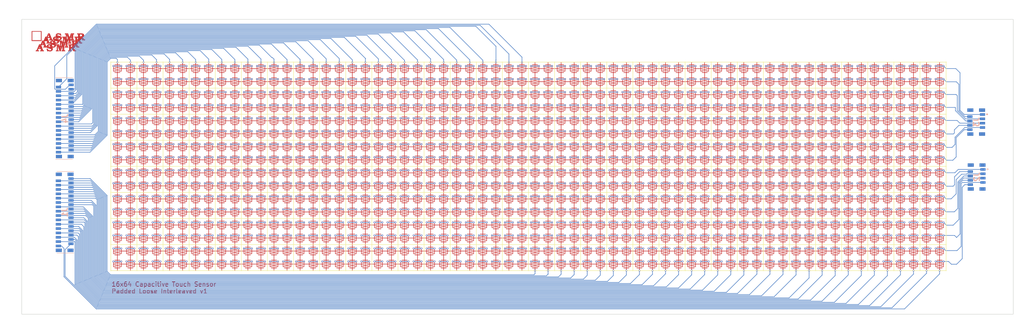
<source format=kicad_pcb>
(kicad_pcb (version 20211014) (generator pcbnew)
  (layers (0 "F.Cu" signal) (31 "B.Cu" signal) (34 "B.Paste" user) (35 "F.Paste" user) (36 "B.SilkS" user "B.Silkscreen") (37 "F.SilkS" user "F.Silkscreen") (38 "B.Mask" user) (39 "F.Mask" user) (44 "Edge.Cuts" user))
  (net 0 "")
  (net 1 "Net-(J1-Pad1)")
  (net 2 "Net-(J1-Pad2)")
  (net 3 "Net-(J1-Pad3)")
  (net 4 "Net-(J1-Pad4)")
  (net 5 "Net-(J1-Pad5)")
  (net 6 "Net-(J1-Pad6)")
  (net 7 "Net-(J1-Pad7)")
  (net 8 "Net-(J1-Pad8)")
  (net 9 "Net-(J2-Pad1)")
  (net 10 "Net-(J2-Pad2)")
  (net 11 "Net-(J2-Pad3)")
  (net 12 "Net-(J2-Pad4)")
  (net 13 "Net-(J2-Pad5)")
  (net 14 "Net-(J2-Pad6)")
  (net 15 "Net-(J2-Pad7)")
  (net 16 "Net-(J2-Pad8)")
  (net 17 "Net-(J1-Pad9)")
  (net 18 "Net-(J1-Pad10)")
  (net 19 "Net-(J1-Pad11)")
  (net 20 "Net-(J1-Pad12)")
  (net 21 "Net-(J1-Pad13)")
  (net 22 "Net-(J1-Pad14)")
  (net 23 "Net-(J1-Pad15)")
  (net 24 "Net-(J1-Pad16)")
  (net 25 "Net-(J1-Pad17)")
  (net 26 "Net-(J1-Pad18)")
  (net 27 "Net-(J1-Pad19)")
  (net 28 "Net-(J1-Pad20)")
  (net 29 "Net-(J1-Pad21)")
  (net 30 "Net-(J1-Pad22)")
  (net 31 "Net-(J1-Pad23)")
  (net 32 "Net-(J1-Pad24)")
  (net 33 "Net-(J1-Pad25)")
  (net 34 "Net-(J1-Pad26)")
  (net 35 "Net-(J1-Pad27)")
  (net 36 "Net-(J1-Pad28)")
  (net 37 "Net-(J1-Pad29)")
  (net 38 "Net-(J1-Pad30)")
  (net 39 "Net-(J1-Pad31)")
  (net 40 "Net-(J1-Pad32)")
  (net 41 "Net-(J3-Pad1)")
  (net 42 "Net-(J3-Pad2)")
  (net 43 "Net-(J3-Pad3)")
  (net 44 "Net-(J3-Pad4)")
  (net 45 "Net-(J3-Pad5)")
  (net 46 "Net-(J3-Pad6)")
  (net 47 "Net-(J3-Pad7)")
  (net 48 "Net-(J3-Pad8)")
  (net 49 "Net-(J4-Pad1)")
  (net 50 "Net-(J4-Pad2)")
  (net 51 "Net-(J4-Pad3)")
  (net 52 "Net-(J4-Pad4)")
  (net 53 "Net-(J4-Pad5)")
  (net 54 "Net-(J4-Pad6)")
  (net 55 "Net-(J4-Pad7)")
  (net 56 "Net-(J4-Pad8)")
  (net 57 "Net-(J4-Pad9)")
  (net 58 "Net-(J4-Pad10)")
  (net 59 "Net-(J4-Pad11)")
  (net 60 "Net-(J4-Pad12)")
  (net 61 "Net-(J4-Pad13)")
  (net 62 "Net-(J4-Pad14)")
  (net 63 "Net-(J4-Pad15)")
  (net 64 "Net-(J4-Pad16)")
  (net 65 "Net-(J4-Pad17)")
  (net 66 "Net-(J4-Pad18)")
  (net 67 "Net-(J4-Pad19)")
  (net 68 "Net-(J4-Pad20)")
  (net 69 "Net-(J4-Pad21)")
  (net 70 "Net-(J4-Pad22)")
  (net 71 "Net-(J4-Pad23)")
  (net 72 "Net-(J4-Pad24)")
  (net 73 "Net-(J4-Pad25)")
  (net 74 "Net-(J4-Pad26)")
  (net 75 "Net-(J4-Pad27)")
  (net 76 "Net-(J4-Pad28)")
  (net 77 "Net-(J4-Pad29)")
  (net 78 "Net-(J4-Pad30)")
  (net 79 "Net-(J4-Pad31)")
  (net 80 "Net-(J4-Pad32)")
  (footprint "ASMR_footprints:captouch_16x64_padded_interleaved_loose" (layer "F.Cu") (at 62.56 56.77)
    (fp_text reference "U1" hide)
    (fp_text value "captouch_16x64_grid" hide)
  )
  (footprint "ASMR_footprints:SilkScreen_asmrrrrrrrrr" (layer "F.Cu") (at 50.55 52.32)
    (fp_text reference "G***" hide)
    (fp_text value "LOGO" hide)
  )
  (footprint "ASMR_footprints:Conn_FFC_1x8_0.5mm_Molex_5019510830" (layer "B.Cu") (at 261.64 83.29 -90)
    (fp_text reference "J2")
    (fp_text value "Conn_01x08_Male" hide)
  )
  (footprint "ASMR_footprints:Conn_FFC_1x32_0.5mm_Molex_5019513210" (layer "B.Cu") (at 52.04 69.82 -90)
    (fp_text reference "J4")
    (fp_text value "Conn_01x32_Male" hide)
  )
  (footprint "ASMR_footprints:Conn_FFC_1x32_0.5mm_Molex_5019513210" (layer "B.Cu") (at 52.01 91.41 90)
    (fp_text reference "J1")
    (fp_text value "Conn_01x32_Male" hide)
  )
  (footprint "ASMR_footprints:Conn_FFC_1x8_0.5mm_Molex_5019510830" (layer "B.Cu") (at 261.54 70.64 -90)
    (fp_text reference "J3")
    (fp_text value "Conn_01x08_Male" hide)
  )
  (gr_rect (start 42.14 47) (end 270.05 114.87) (layer "Edge.Cuts") (width 0.1) (fill none))
  (gr_text "16x64 Capacitive Touch Sensor\nPadded Loose Interleaved v1" (at 62.72 108.78) (layer "F.Cu") (effects (font (size 1 1)) (justify left)))
  (via (at 253.13 104.82) (size 0.4) (drill 0.2) (layers "F.Cu" "B.Cu") (net 1))
  (segment (start 51.856 99.729) (end 51.287 99.16) (width 0.127) (layer "B.Cu") (net 1))
  (segment (start 59.26849 113.654) (end 51.856 106.24151) (width 0.127) (layer "B.Cu") (net 1))
  (segment (start 253.13 104.82) (end 253.13 105.59) (width 0.127) (layer "B.Cu") (net 1))
  (segment (start 253.13 105.59) (end 245.066 113.654) (width 0.127) (layer "B.Cu") (net 1))
  (segment (start 245.066 113.654) (end 59.26849 113.654) (width 0.127) (layer "B.Cu") (net 1))
  (segment (start 51.856 106.24151) (end 51.856 99.729) (width 0.127) (layer "B.Cu") (net 1))
  (segment (start 51.287 99.16) (end 50.56 99.16) (width 0.127) (layer "B.Cu") (net 1))
  (via (at 250.13 104.82) (size 0.4) (drill 0.2) (layers "F.Cu" "B.Cu") (net 2))
  (segment (start 242.17 113.4) (end 59.3737 113.4) (width 0.127) (layer "B.Cu") (net 2))
  (segment (start 250.13 104.82) (end 250.13 105.44) (width 0.127) (layer "B.Cu") (net 2))
  (segment (start 250.13 105.44) (end 242.17 113.4) (width 0.127) (layer "B.Cu") (net 2))
  (segment (start 52.11 106.1363) (end 52.11 100.01) (width 0.127) (layer "B.Cu") (net 2))
  (segment (start 52.11 100.01) (end 53.46 98.66) (width 0.127) (layer "B.Cu") (net 2))
  (segment (start 59.3737 113.4) (end 52.11 106.1363) (width 0.127) (layer "B.Cu") (net 2))
  (via (at 247.13 104.82) (size 0.4) (drill 0.2) (layers "F.Cu" "B.Cu") (net 3))
  (segment (start 59.47891 113.146) (end 239.614 113.146) (width 0.127) (layer "B.Cu") (net 3))
  (segment (start 54.37 98.16) (end 54.384 98.174) (width 0.127) (layer "B.Cu") (net 3))
  (segment (start 239.614 113.146) (end 247.13 105.63) (width 0.127) (layer "B.Cu") (net 3))
  (segment (start 54.384 98.174) (end 54.384 108.05109) (width 0.127) (layer "B.Cu") (net 3))
  (segment (start 54.384 108.05109) (end 59.47891 113.146) (width 0.127) (layer "B.Cu") (net 3))
  (segment (start 247.13 104.82) (end 247.13 105.63) (width 0.127) (layer "B.Cu") (net 3))
  (segment (start 50.56 98.16) (end 54.37 98.16) (width 0.127) (layer "B.Cu") (net 3))
  (via (at 244.13 104.82) (size 0.4) (drill 0.2) (layers "F.Cu" "B.Cu") (net 4))
  (segment (start 244.13 105.8) (end 237.038 112.892) (width 0.127) (layer "B.Cu") (net 4))
  (segment (start 237.038 112.892) (end 59.58412 112.892) (width 0.127) (layer "B.Cu") (net 4))
  (segment (start 59.58412 112.892) (end 54.638 107.94588) (width 0.127) (layer "B.Cu") (net 4))
  (segment (start 244.13 104.82) (end 244.13 105.8) (width 0.127) (layer "B.Cu") (net 4))
  (segment (start 54.38179 97.66) (end 53.46 97.66) (width 0.127) (layer "B.Cu") (net 4))
  (segment (start 54.638 97.91621) (end 54.38179 97.66) (width 0.127) (layer "B.Cu") (net 4))
  (segment (start 54.638 107.94588) (end 54.638 97.91621) (width 0.127) (layer "B.Cu") (net 4))
  (via (at 241.13 104.82) (size 0.4) (drill 0.2) (layers "F.Cu" "B.Cu") (net 5))
  (segment (start 59.68933 112.638) (end 234.472 112.638) (width 0.127) (layer "B.Cu") (net 5))
  (segment (start 54.892 107.84067) (end 59.68933 112.638) (width 0.127) (layer "B.Cu") (net 5))
  (segment (start 50.56 97.16) (end 54.241 97.16) (width 0.127) (layer "B.Cu") (net 5))
  (segment (start 54.241 97.16) (end 54.892 97.811) (width 0.127) (layer "B.Cu") (net 5))
  (segment (start 234.472 112.638) (end 241.13 105.98) (width 0.127) (layer "B.Cu") (net 5))
  (segment (start 54.892 97.811) (end 54.892 107.84067) (width 0.127) (layer "B.Cu") (net 5))
  (segment (start 241.13 104.82) (end 241.13 105.98) (width 0.127) (layer "B.Cu") (net 5))
  (via (at 238.13 104.82) (size 0.4) (drill 0.2) (layers "F.Cu" "B.Cu") (net 6))
  (segment (start 238.13 105.87) (end 231.616 112.384) (width 0.127) (layer "B.Cu") (net 6))
  (segment (start 55.146 107.73546) (end 55.146 96.98) (width 0.127) (layer "B.Cu") (net 6))
  (segment (start 59.79454 112.384) (end 55.146 107.73546) (width 0.127) (layer "B.Cu") (net 6))
  (segment (start 238.13 104.82) (end 238.13 105.87) (width 0.127) (layer "B.Cu") (net 6))
  (segment (start 54.826 96.66) (end 53.46 96.66) (width 0.127) (layer "B.Cu") (net 6))
  (segment (start 231.616 112.384) (end 59.79454 112.384) (width 0.127) (layer "B.Cu") (net 6))
  (segment (start 55.146 96.98) (end 54.826 96.66) (width 0.127) (layer "B.Cu") (net 6))
  (via (at 235.13 104.82) (size 0.4) (drill 0.2) (layers "F.Cu" "B.Cu") (net 7))
  (segment (start 59.89975 112.13) (end 228.95 112.13) (width 0.127) (layer "B.Cu") (net 7))
  (segment (start 50.56 96.16) (end 55.11 96.16) (width 0.127) (layer "B.Cu") (net 7))
  (segment (start 55.4 96.45) (end 55.4 107.63025) (width 0.127) (layer "B.Cu") (net 7))
  (segment (start 55.4 107.63025) (end 59.89975 112.13) (width 0.127) (layer "B.Cu") (net 7))
  (segment (start 228.95 112.13) (end 235.13 105.95) (width 0.127) (layer "B.Cu") (net 7))
  (segment (start 55.11 96.16) (end 55.4 96.45) (width 0.127) (layer "B.Cu") (net 7))
  (segment (start 235.13 104.82) (end 235.13 105.95) (width 0.127) (layer "B.Cu") (net 7))
  (via (at 232.13 104.82) (size 0.4) (drill 0.2) (layers "F.Cu" "B.Cu") (net 8))
  (segment (start 55.50158 95.66) (end 53.46 95.66) (width 0.127) (layer "B.Cu") (net 8))
  (segment (start 226.084 111.876) (end 60.00496 111.876) (width 0.127) (layer "B.Cu") (net 8))
  (segment (start 232.13 104.82) (end 232.13 105.83) (width 0.127) (layer "B.Cu") (net 8))
  (segment (start 232.13 105.83) (end 226.084 111.876) (width 0.127) (layer "B.Cu") (net 8))
  (segment (start 60.00496 111.876) (end 55.654 107.52504) (width 0.127) (layer "B.Cu") (net 8))
  (segment (start 55.654 95.81242) (end 55.50158 95.66) (width 0.127) (layer "B.Cu") (net 8))
  (segment (start 55.654 107.52504) (end 55.654 95.81242) (width 0.127) (layer "B.Cu") (net 8))
  (via (at 170.03 81.73) (size 0.4) (drill 0.2) (layers "F.Cu" "B.Cu") (net 9))
  (via (at 234.22 81.73) (size 0.4) (drill 0.2) (layers "F.Cu" "B.Cu") (net 9))
  (via (at 72.22 81.73) (size 0.4) (drill 0.2) (layers "F.Cu" "B.Cu") (net 9))
  (via (at 252.22 81.73) (size 0.4) (drill 0.2) (layers "F.Cu" "B.Cu") (net 9))
  (via (at 221.03 81.73) (size 0.4) (drill 0.2) (layers "F.Cu" "B.Cu") (net 9))
  (via (at 78.22 81.73) (size 0.4) (drill 0.2) (layers "F.Cu" "B.Cu") (net 9))
  (via (at 228.22 81.73) (size 0.4) (drill 0.2) (layers "F.Cu" "B.Cu") (net 9))
  (via (at 174.22 81.73) (size 0.4) (drill 0.2) (layers "F.Cu" "B.Cu") (net 9))
  (via (at 215.03 81.73) (size 0.4) (drill 0.2) (layers "F.Cu" "B.Cu") (net 9))
  (via (at 233.03 81.73) (size 0.4) (drill 0.2) (layers "F.Cu" "B.Cu") (net 9))
  (via (at 107.03 81.73) (size 0.4) (drill 0.2) (layers "F.Cu" "B.Cu") (net 9))
  (via (at 66.22 81.73) (size 0.4) (drill 0.2) (layers "F.Cu" "B.Cu") (net 9))
  (via (at 75.22 81.73) (size 0.4) (drill 0.2) (layers "F.Cu" "B.Cu") (net 9))
  (via (at 129.22 81.73) (size 0.4) (drill 0.2) (layers "F.Cu" "B.Cu") (net 9))
  (via (at 243.22 81.73) (size 0.4) (drill 0.2) (layers "F.Cu" "B.Cu") (net 9))
  (via (at 140.03 81.73) (size 0.4) (drill 0.2) (layers "F.Cu" "B.Cu") (net 9))
  (via (at 207.22 81.73) (size 0.4) (drill 0.2) (layers "F.Cu" "B.Cu") (net 9))
  (via (at 197.03 81.73) (size 0.4) (drill 0.2) (layers "F.Cu" "B.Cu") (net 9))
  (via (at 192.22 81.73) (size 0.4) (drill 0.2) (layers "F.Cu" "B.Cu") (net 9))
  (via (at 74.03 81.73) (size 0.4) (drill 0.2) (layers "F.Cu" "B.Cu") (net 9))
  (via (at 143.03 81.73) (size 0.4) (drill 0.2) (layers "F.Cu" "B.Cu") (net 9))
  (via (at 249.22 81.73) (size 0.4) (drill 0.2) (layers "F.Cu" "B.Cu") (net 9))
  (via (at 194.03 81.73) (size 0.4) (drill 0.2) (layers "F.Cu" "B.Cu") (net 9))
  (via (at 177.22 81.73) (size 0.4) (drill 0.2) (layers "F.Cu" "B.Cu") (net 9))
  (via (at 219.22 81.73) (size 0.4) (drill 0.2) (layers "F.Cu" "B.Cu") (net 9))
  (via (at 141.22 81.73) (size 0.4) (drill 0.2) (layers "F.Cu" "B.Cu") (net 9))
  (via (at 80.03 81.73) (size 0.4) (drill 0.2) (layers "F.Cu" "B.Cu") (net 9))
  (via (at 144.22 81.73) (size 0.4) (drill 0.2) (layers "F.Cu" "B.Cu") (net 9))
  (via (at 158.03 81.73) (size 0.4) (drill 0.2) (layers "F.Cu" "B.Cu") (net 9))
  (via (at 98.03 81.73) (size 0.4) (drill 0.2) (layers "F.Cu" "B.Cu") (net 9))
  (via (at 159.22 81.73) (size 0.4) (drill 0.2) (layers "F.Cu" "B.Cu") (net 9))
  (via (at 99.22 81.73) (size 0.4) (drill 0.2) (layers "F.Cu" "B.Cu") (net 9))
  (via (at 146.03 81.73) (size 0.4) (drill 0.2) (layers "F.Cu" "B.Cu") (net 9))
  (via (at 113.03 81.73) (size 0.4) (drill 0.2) (layers "F.Cu" "B.Cu") (net 9))
  (via (at 222.22 81.73) (size 0.4) (drill 0.2) (layers "F.Cu" "B.Cu") (net 9))
  (via (at 102.22 81.73) (size 0.4) (drill 0.2) (layers "F.Cu" "B.Cu") (net 9))
  (via (at 123.22 81.73) (size 0.4) (drill 0.2) (layers "F.Cu" "B.Cu") (net 9))
  (via (at 251.03 81.73) (size 0.4) (drill 0.2) (layers "F.Cu" "B.Cu") (net 9))
  (via (at 183.22 81.73) (size 0.4) (drill 0.2) (layers "F.Cu" "B.Cu") (net 9))
  (via (at 171.22 81.73) (size 0.4) (drill 0.2) (layers "F.Cu" "B.Cu") (net 9))
  (via (at 191.03 81.73) (size 0.4) (drill 0.2) (layers "F.Cu" "B.Cu") (net 9))
  (via (at 224.03 81.73) (size 0.4) (drill 0.2) (layers "F.Cu" "B.Cu") (net 9))
  (via (at 149.03 81.73) (size 0.4) (drill 0.2) (layers "F.Cu" "B.Cu") (net 9))
  (via (at 210.22 81.73) (size 0.4) (drill 0.2) (layers "F.Cu" "B.Cu") (net 9))
  (via (at 65.03 81.73) (size 0.4) (drill 0.2) (layers "F.Cu" "B.Cu") (net 9))
  (via (at 204.22 81.73) (size 0.4) (drill 0.2) (layers "F.Cu" "B.Cu") (net 9))
  (via (at 95.03 81.73) (size 0.4) (drill 0.2) (layers "F.Cu" "B.Cu") (net 9))
  (via (at 245.03 81.73) (size 0.4) (drill 0.2) (layers "F.Cu" "B.Cu") (net 9))
  (via (at 114.22 81.73) (size 0.4) (drill 0.2) (layers "F.Cu" "B.Cu") (net 9))
  (via (at 153.22 81.73) (size 0.4) (drill 0.2) (layers "F.Cu" "B.Cu") (net 9))
  (via (at 155.03 81.73) (size 0.4) (drill 0.2) (layers "F.Cu" "B.Cu") (net 9))
  (via (at 206.03 81.73) (size 0.4) (drill 0.2) (layers "F.Cu" "B.Cu") (net 9))
  (via (at 161.03 81.73) (size 0.4) (drill 0.2) (layers "F.Cu" "B.Cu") (net 9))
  (via (at 83.03 81.73) (size 0.4) (drill 0.2) (layers "F.Cu" "B.Cu") (net 9))
  (via (at 119.03 81.73) (size 0.4) (drill 0.2) (layers "F.Cu" "B.Cu") (net 9))
  (via (at 240.22 81.73) (size 0.4) (drill 0.2) (layers "F.Cu" "B.Cu") (net 9))
  (via (at 152.03 81.73) (size 0.4) (drill 0.2) (layers "F.Cu" "B.Cu") (net 9))
  (via (at 71.03 81.73) (size 0.4) (drill 0.2) (layers "F.Cu" "B.Cu") (net 9))
  (via (at 63.22 81.73) (size 0.4) (drill 0.2) (layers "F.Cu" "B.Cu") (net 9))
  (via (at 248.03 81.73) (size 0.4) (drill 0.2) (layers "F.Cu" "B.Cu") (net 9))
  (via (at 213.22 81.73) (size 0.4) (drill 0.2) (layers "F.Cu" "B.Cu") (net 9))
  (via (at 126.22 81.73) (size 0.4) (drill 0.2) (layers "F.Cu" "B.Cu") (net 9))
  (via (at 237.22 81.73) (size 0.4) (drill 0.2) (layers "F.Cu" "B.Cu") (net 9))
  (via (at 89.03 81.73) (size 0.4) (drill 0.2) (layers "F.Cu" "B.Cu") (net 9))
  (via (at 167.03 81.73) (size 0.4) (drill 0.2) (layers "F.Cu" "B.Cu") (net 9))
  (via (at 104.03 81.73) (size 0.4) (drill 0.2) (layers "F.Cu" "B.Cu") (net 9))
  (via (at 201.22 81.73) (size 0.4) (drill 0.2) (layers "F.Cu" "B.Cu") (net 9))
  (via (at 189.22 81.73) (size 0.4) (drill 0.2) (layers "F.Cu" "B.Cu") (net 9))
  (via (at 128.03 81.73) (size 0.4) (drill 0.2) (layers "F.Cu" "B.Cu") (net 9))
  (via (at 92.03 81.73) (size 0.4) (drill 0.2) (layers "F.Cu" "B.Cu") (net 9))
  (via (at 209.03 81.73) (size 0.4) (drill 0.2) (layers "F.Cu" "B.Cu") (net 9))
  (via (at 182.03 81.73) (size 0.4) (drill 0.2) (layers "F.Cu" "B.Cu") (net 9))
  (via (at 96.22 81.73) (size 0.4) (drill 0.2) (layers "F.Cu" "B.Cu") (net 9))
  (via (at 68.03 81.73) (size 0.4) (drill 0.2) (layers "F.Cu" "B.Cu") (net 9))
  (via (at 122.03 81.73) (size 0.4) (drill 0.2) (layers "F.Cu" "B.Cu") (net 9))
  (via (at 134.03 81.73) (size 0.4) (drill 0.2) (layers "F.Cu" "B.Cu") (net 9))
  (via (at 203.03 81.73) (size 0.4) (drill 0.2) (layers "F.Cu" "B.Cu") (net 9))
  (via (at 150.22 81.73) (size 0.4) (drill 0.2) (layers "F.Cu" "B.Cu") (net 9))
  (via (at 131.03 81.73) (size 0.4) (drill 0.2) (layers "F.Cu" "B.Cu") (net 9))
  (via (at 164.03 81.73) (size 0.4) (drill 0.2) (layers "F.Cu" "B.Cu") (net 9))
  (via (at 110.03 81.73) (size 0.4) (drill 0.2) (layers "F.Cu" "B.Cu") (net 9))
  (via (at 69.22 81.73) (size 0.4) (drill 0.2) (layers "F.Cu" "B.Cu") (net 9))
  (via (at 242.03 81.73) (size 0.4) (drill 0.2) (layers "F.Cu" "B.Cu") (net 9))
  (via (at 108.22 81.73) (size 0.4) (drill 0.2) (layers "F.Cu" "B.Cu") (net 9))
  (via (at 125.03 81.73) (size 0.4) (drill 0.2) (layers "F.Cu" "B.Cu") (net 9))
  (via (at 111.22 81.73) (size 0.4) (drill 0.2) (layers "F.Cu" "B.Cu") (net 9))
  (via (at 236.03 81.73) (size 0.4) (drill 0.2) (layers "F.Cu" "B.Cu") (net 9))
  (via (at 239.03 81.73) (size 0.4) (drill 0.2) (layers "F.Cu" "B.Cu") (net 9))
  (via (at 101.03 81.73) (size 0.4) (drill 0.2) (layers "F.Cu" "B.Cu") (net 9))
  (via (at 230.03 81.73) (size 0.4) (drill 0.2) (layers "F.Cu" "B.Cu") (net 9))
  (via (at 179.03 81.73) (size 0.4) (drill 0.2) (layers "F.Cu" "B.Cu") (net 9))
  (via (at 116.03 81.73) (size 0.4) (drill 0.2) (layers "F.Cu" "B.Cu") (net 9))
  (via (at 87.22 81.73) (size 0.4) (drill 0.2) (layers "F.Cu" "B.Cu") (net 9))
  (via (at 105.22 81.73) (size 0.4) (drill 0.2) (layers "F.Cu" "B.Cu") (net 9))
  (via (at 195.22 81.73) (size 0.4) (drill 0.2) (layers "F.Cu" "B.Cu") (net 9))
  (via (at 254.03 81.73) (size 0.4) (drill 0.2) (layers "F.Cu" "B.Cu") (net 9))
  (via (at 137.03 81.73) (size 0.4) (drill 0.2) (layers "F.Cu" "B.Cu") (net 9))
  (via (at 86.03 81.73) (size 0.4) (drill 0.2) (layers "F.Cu" "B.Cu") (net 9))
  (via (at 186.22 81.73) (size 0.4) (drill 0.2) (layers "F.Cu" "B.Cu") (net 9))
  (via (at 77.03 81.73) (size 0.4) (drill 0.2) (layers "F.Cu" "B.Cu") (net 9))
  (via (at 173.03 81.73) (size 0.4) (drill 0.2) (layers "F.Cu" "B.Cu") (net 9))
  (via (at 135.22 81.73) (size 0.4) (drill 0.2) (layers "F.Cu" "B.Cu") (net 9))
  (via (at 188.03 81.73) (size 0.4) (drill 0.2) (layers "F.Cu" "B.Cu") (net 9))
  (via (at 120.22 81.73) (size 0.4) (drill 0.2) (layers "F.Cu" "B.Cu") (net 9))
  (via (at 168.22 81.73) (size 0.4) (drill 0.2) (layers "F.Cu" "B.Cu") (net 9))
  (via (at 93.22 81.73) (size 0.4) (drill 0.2) (layers "F.Cu" "B.Cu") (net 9))
  (via (at 198.22 81.73) (size 0.4) (drill 0.2) (layers "F.Cu" "B.Cu") (net 9))
  (via (at 218.03 81.73) (size 0.4) (drill 0.2) (layers "F.Cu" "B.Cu") (net 9))
  (via (at 180.22 81.73) (size 0.4) (drill 0.2) (layers "F.Cu" "B.Cu") (net 9))
  (via (at 212.03 81.73) (size 0.4) (drill 0.2) (layers "F.Cu" "B.Cu") (net 9))
  (via (at 147.22 81.73) (size 0.4) (drill 0.2) (layers "F.Cu" "B.Cu") (net 9))
  (via (at 90.22 81.73) (size 0.4) (drill 0.2) (layers "F.Cu" "B.Cu") (net 9))
  (via (at 81.22 81.73) (size 0.4) (drill 0.2) (layers "F.Cu" "B.Cu") (net 9))
  (via (at 156.22 81.73) (size 0.4) (drill 0.2) (layers "F.Cu" "B.Cu") (net 9))
  (via (at 231.22 81.73) (size 0.4) (drill 0.2) (layers "F.Cu" "B.Cu") (net 9))
  (via (at 132.22 81.73) (size 0.4) (drill 0.2) (layers "F.Cu" "B.Cu") (net 9))
  (via (at 185.03 81.73) (size 0.4) (drill 0.2) (layers "F.Cu" "B.Cu") (net 9))
  (via (at 84.22 81.73) (size 0.4) (drill 0.2) (layers "F.Cu" "B.Cu") (net 9))
  (via (at 225.22 81.73) (size 0.4) (drill 0.2) (layers "F.Cu" "B.Cu") (net 9))
  (via (at 162.22 81.73) (size 0.4) (drill 0.2) (layers "F.Cu" "B.Cu") (net 9))
  (via (at 200.03 81.73) (size 0.4) (drill 0.2) (layers "F.Cu" "B.Cu") (net 9))
  (via (at 117.22 81.73) (size 0.4) (drill 0.2) (layers "F.Cu" "B.Cu") (net 9))
  (via (at 176.03 81.73) (size 0.4) (drill 0.2) (layers "F.Cu" "B.Cu") (net 9))
  (via (at 165.22 81.73) (size 0.4) (drill 0.2) (layers "F.Cu" "B.Cu") (net 9))
  (via (at 246.22 81.73) (size 0.4) (drill 0.2) (layers "F.Cu" "B.Cu") (net 9))
  (via (at 227.03 81.73) (size 0.4) (drill 0.2) (layers "F.Cu" "B.Cu") (net 9))
  (via (at 216.22 81.73) (size 0.4) (drill 0.2) (layers "F.Cu" "B.Cu") (net 9))
  (via (at 138.22 81.73) (size 0.4) (drill 0.2) (layers "F.Cu" "B.Cu") (net 9))
  (segment (start 150.22 81.73) (end 152.03 81.73) (width 0.127) (layer "B.Cu") (net 9))
  (segment (start 222.22 81.73) (end 224.03 81.73) (width 0.127) (layer "B.Cu") (net 9))
  (segment (start 165.22 81.73) (end 167.03 81.73) (width 0.127) (layer "B.Cu") (net 9))
  (segment (start 263.09 81.54) (end 257.41 81.54) (width 0.127) (layer "B.Cu") (net 9))
  (segment (start 99.22 81.73) (end 101.03 81.73) (width 0.127) (layer "B.Cu") (net 9))
  (segment (start 192.22 81.73) (end 194.03 81.73) (width 0.127) (layer "B.Cu") (net 9))
  (segment (start 156.22 81.73) (end 158.03 81.73) (width 0.127) (layer "B.Cu") (net 9))
  (segment (start 75.22 81.73) (end 77.03 81.73) (width 0.127) (layer "B.Cu") (net 9))
  (segment (start 189.22 81.73) (end 191.03 81.73) (width 0.127) (layer "B.Cu") (net 9))
  (segment (start 81.22 81.73) (end 83.03 81.73) (width 0.127) (layer "B.Cu") (net 9))
  (segment (start 126.22 81.73) (end 128.03 81.73) (width 0.127) (layer "B.Cu") (net 9))
  (segment (start 102.22 81.73) (end 104.03 81.73) (width 0.127) (layer "B.Cu") (net 9))
  (segment (start 87.22 81.73) (end 89.03 81.73) (width 0.127) (layer "B.Cu") (net 9))
  (segment (start 252.22 81.73) (end 254.03 81.73) (width 0.127) (layer "B.Cu") (net 9))
  (segment (start 90.22 81.73) (end 92.03 81.73) (width 0.127) (layer "B.Cu") (net 9))
  (segment (start 213.22 81.73) (end 215.03 81.73) (width 0.127) (layer "B.Cu") (net 9))
  (segment (start 225.22 81.73) (end 227.03 81.73) (width 0.127) (layer "B.Cu") (net 9))
  (segment (start 256.65 82.3) (end 254.6 82.3) (width 0.127) (layer "B.Cu") (net 9))
  (segment (start 147.22 81.73) (end 149.03 81.73) (width 0.127) (layer "B.Cu") (net 9))
  (segment (start 93.22 81.73) (end 95.03 81.73) (width 0.127) (layer "B.Cu") (net 9))
  (segment (start 117.22 81.73) (end 119.03 81.73) (width 0.127) (layer "B.Cu") (net 9))
  (segment (start 123.22 81.73) (end 125.03 81.73) (width 0.127) (layer "B.Cu") (net 9))
  (segment (start 254.6 82.3) (end 254.03 81.73) (width 0.127) (layer "B.Cu") (net 9))
  (segment (start 249.22 81.73) (end 251.03 81.73) (width 0.127) (layer "B.Cu") (net 9))
  (segment (start 72.22 81.73) (end 74.03 81.73) (width 0.127) (layer "B.Cu") (net 9))
  (segment (start 135.22 81.73) (end 137.03 81.73) (width 0.127) (layer "B.Cu") (net 9))
  (segment (start 108.22 81.73) (end 110.03 81.73) (width 0.127) (layer "B.Cu") (net 9))
  (segment (start 114.22 81.73) (end 116.03 81.73) (width 0.127) (layer "B.Cu") (net 9))
  (segment (start 180.22 81.73) (end 182.03 81.73) (width 0.127) (layer "B.Cu") (net 9))
  (segment (start 105.22 81.73) (end 107.03 81.73) (width 0.127) (layer "B.Cu") (net 9))
  (segment (start 228.22 81.73) (end 230.03 81.73) (width 0.127) (layer "B.Cu") (net 9))
  (segment (start 210.22 81.73) (end 212.03 81.73) (width 0.127) (layer "B.Cu") (net 9))
  (segment (start 138.22 81.73) (end 140.03 81.73) (width 0.127) (layer "B.Cu") (net 9))
  (segment (start 234.22 81.73) (end 236.03 81.73) (width 0.127) (layer "B.Cu") (net 9))
  (segment (start 69.22 81.73) (end 71.03 81.73) (width 0.127) (layer "B.Cu") (net 9))
  (segment (start 246.22 81.73) (end 248.03 81.73) (width 0.127) (layer "B.Cu") (net 9))
  (segment (start 177.22 81.73) (end 179.03 81.73) (width 0.127) (layer "B.Cu") (net 9))
  (segment (start 162.22 81.73) (end 164.03 81.73) (width 0.127) (layer "B.Cu") (net 9))
  (segment (start 240.22 81.73) (end 242.03 81.73) (width 0.127) (layer "B.Cu") (net 9))
  (segment (start 174.22 81.73) (end 176.03 81.73) (width 0.127) (layer "B.Cu") (net 9))
  (segment (start 84.22 81.73) (end 86.03 81.73) (width 0.127) (layer "B.Cu") (net 9))
  (segment (start 120.22 81.73) (end 122.03 81.73) (width 0.127) (layer "B.Cu") (net 9))
  (segment (start 198.22 81.73) (end 200.03 81.73) (width 0.127) (layer "B.Cu") (net 9))
  (segment (start 201.22 81.73) (end 203.03 81.73) (width 0.127) (layer "B.Cu") (net 9))
  (segment (start 171.22 81.73) (end 173.03 81.73) (width 0.127) (layer "B.Cu") (net 9))
  (segment (start 243.22 81.73) (end 245.03 81.73) (width 0.127) (layer "B.Cu") (net 9))
  (segment (start 257.41 81.54) (end 256.65 82.3) (width 0.127) (layer "B.Cu") (net 9))
  (segment (start 159.22 81.73) (end 161.03 81.73) (width 0.127) (layer "B.Cu") (net 9))
  (segment (start 129.22 81.73) (end 131.03 81.73) (width 0.127) (layer "B.Cu") (net 9))
  (segment (start 63.22 81.73) (end 65.03 81.73) (width 0.127) (layer "B.Cu") (net 9))
  (segment (start 111.22 81.73) (end 113.03 81.73) (width 0.127) (layer "B.Cu") (net 9))
  (segment (start 195.22 81.73) (end 197.03 81.73) (width 0.127) (layer "B.Cu") (net 9))
  (segment (start 186.22 81.73) (end 188.03 81.73) (width 0.127) (layer "B.Cu") (net 9))
  (segment (start 216.22 81.73) (end 218.03 81.73) (width 0.127) (layer "B.Cu") (net 9))
  (segment (start 96.22 81.73) (end 98.03 81.73) (width 0.127) (layer "B.Cu") (net 9))
  (segment (start 231.22 81.73) (end 233.03 81.73) (width 0.127) (layer "B.Cu") (net 9))
  (segment (start 66.22 81.73) (end 68.03 81.73) (width 0.127) (layer "B.Cu") (net 9))
  (segment (start 168.22 81.73) (end 170.03 81.73) (width 0.127) (layer "B.Cu") (net 9))
  (segment (start 207.22 81.73) (end 209.03 81.73) (width 0.127) (layer "B.Cu") (net 9))
  (segment (start 141.22 81.73) (end 143.03 81.73) (width 0.127) (layer "B.Cu") (net 9))
  (segment (start 132.22 81.73) (end 134.03 81.73) (width 0.127) (layer "B.Cu") (net 9))
  (segment (start 237.22 81.73) (end 239.03 81.73) (width 0.127) (layer "B.Cu") (net 9))
  (segment (start 219.22 81.73) (end 221.03 81.73) (width 0.127) (layer "B.Cu") (net 9))
  (segment (start 153.22 81.73) (end 155.03 81.73) (width 0.127) (layer "B.Cu") (net 9))
  (segment (start 183.22 81.73) (end 185.03 81.73) (width 0.127) (layer "B.Cu") (net 9))
  (segment (start 144.22 81.73) (end 146.03 81.73) (width 0.127) (layer "B.Cu") (net 9))
  (segment (start 204.22 81.73) (end 206.03 81.73) (width 0.127) (layer "B.Cu") (net 9))
  (segment (start 78.22 81.73) (end 80.03 81.73) (width 0.127) (layer "B.Cu") (net 9))
  (via (at 182.03 84.73) (size 0.4) (drill 0.2) (layers "F.Cu" "B.Cu") (net 10))
  (via (at 186.22 84.73) (size 0.4) (drill 0.2) (layers "F.Cu" "B.Cu") (net 10))
  (via (at 246.22 84.73) (size 0.4) (drill 0.2) (layers "F.Cu" "B.Cu") (net 10))
  (via (at 138.22 84.73) (size 0.4) (drill 0.2) (layers "F.Cu" "B.Cu") (net 10))
  (via (at 116.03 84.73) (size 0.4) (drill 0.2) (layers "F.Cu" "B.Cu") (net 10))
  (via (at 171.22 84.73) (size 0.4) (drill 0.2) (layers "F.Cu" "B.Cu") (net 10))
  (via (at 221.03 84.73) (size 0.4) (drill 0.2) (layers "F.Cu" "B.Cu") (net 10))
  (via (at 141.22 84.73) (size 0.4) (drill 0.2) (layers "F.Cu" "B.Cu") (net 10))
  (via (at 87.22 84.73) (size 0.4) (drill 0.2) (layers "F.Cu" "B.Cu") (net 10))
  (via (at 90.22 84.73) (size 0.4) (drill 0.2) (layers "F.Cu" "B.Cu") (net 10))
  (via (at 185.03 84.73) (size 0.4) (drill 0.2) (layers "F.Cu" "B.Cu") (net 10))
  (via (at 248.03 84.73) (size 0.4) (drill 0.2) (layers "F.Cu" "B.Cu") (net 10))
  (via (at 173.03 84.73) (size 0.4) (drill 0.2) (layers "F.Cu" "B.Cu") (net 10))
  (via (at 162.22 84.73) (size 0.4) (drill 0.2) (layers "F.Cu" "B.Cu") (net 10))
  (via (at 195.22 84.73) (size 0.4) (drill 0.2) (layers "F.Cu" "B.Cu") (net 10))
  (via (at 177.22 84.73) (size 0.4) (drill 0.2) (layers "F.Cu" "B.Cu") (net 10))
  (via (at 233.03 84.73) (size 0.4) (drill 0.2) (layers "F.Cu" "B.Cu") (net 10))
  (via (at 183.22 84.73) (size 0.4) (drill 0.2) (layers "F.Cu" "B.Cu") (net 10))
  (via (at 204.22 84.73) (size 0.4) (drill 0.2) (layers "F.Cu" "B.Cu") (net 10))
  (via (at 245.03 84.73) (size 0.4) (drill 0.2) (layers "F.Cu" "B.Cu") (net 10))
  (via (at 254.03 84.73) (size 0.4) (drill 0.2) (layers "F.Cu" "B.Cu") (net 10))
  (via (at 135.22 84.73) (size 0.4) (drill 0.2) (layers "F.Cu" "B.Cu") (net 10))
  (via (at 215.03 84.73) (size 0.4) (drill 0.2) (layers "F.Cu" "B.Cu") (net 10))
  (via (at 251.03 84.73) (size 0.4) (drill 0.2) (layers "F.Cu" "B.Cu") (net 10))
  (via (at 174.22 84.73) (size 0.4) (drill 0.2) (layers "F.Cu" "B.Cu") (net 10))
  (via (at 227.03 84.73) (size 0.4) (drill 0.2) (layers "F.Cu" "B.Cu") (net 10))
  (via (at 143.03 84.73) (size 0.4) (drill 0.2) (layers "F.Cu" "B.Cu") (net 10))
  (via (at 216.22 84.73) (size 0.4) (drill 0.2) (layers "F.Cu" "B.Cu") (net 10))
  (via (at 170.03 84.73) (size 0.4) (drill 0.2) (layers "F.Cu" "B.Cu") (net 10))
  (via (at 92.03 84.73) (size 0.4) (drill 0.2) (layers "F.Cu" "B.Cu") (net 10))
  (via (at 243.22 84.73) (size 0.4) (drill 0.2) (layers "F.Cu" "B.Cu") (net 10))
  (via (at 137.03 84.73) (size 0.4) (drill 0.2) (layers "F.Cu" "B.Cu") (net 10))
  (via (at 249.22 84.73) (size 0.4) (drill 0.2) (layers "F.Cu" "B.Cu") (net 10))
  (via (at 197.03 84.73) (size 0.4) (drill 0.2) (layers "F.Cu" "B.Cu") (net 10))
  (via (at 131.03 84.73) (size 0.4) (drill 0.2) (layers "F.Cu" "B.Cu") (net 10))
  (via (at 207.22 84.73) (size 0.4) (drill 0.2) (layers "F.Cu" "B.Cu") (net 10))
  (via (at 69.22 84.73) (size 0.4) (drill 0.2) (layers "F.Cu" "B.Cu") (net 10))
  (via (at 98.03 84.73) (size 0.4) (drill 0.2) (layers "F.Cu" "B.Cu") (net 10))
  (via (at 176.03 84.73) (size 0.4) (drill 0.2) (layers "F.Cu" "B.Cu") (net 10))
  (via (at 84.22 84.73) (size 0.4) (drill 0.2) (layers "F.Cu" "B.Cu") (net 10))
  (via (at 71.03 84.73) (size 0.4) (drill 0.2) (layers "F.Cu" "B.Cu") (net 10))
  (via (at 86.03 84.73) (size 0.4) (drill 0.2) (layers "F.Cu" "B.Cu") (net 10))
  (via (at 189.22 84.73) (size 0.4) (drill 0.2) (layers "F.Cu" "B.Cu") (net 10))
  (via (at 158.03 84.73) (size 0.4) (drill 0.2) (layers "F.Cu" "B.Cu") (net 10))
  (via (at 222.22 84.73) (size 0.4) (drill 0.2) (layers "F.Cu" "B.Cu") (net 10))
  (via (at 93.22 84.73) (size 0.4) (drill 0.2) (layers "F.Cu" "B.Cu") (net 10))
  (via (at 200.03 84.73) (size 0.4) (drill 0.2) (layers "F.Cu" "B.Cu") (net 10))
  (via (at 191.03 84.73) (size 0.4) (drill 0.2) (layers "F.Cu" "B.Cu") (net 10))
  (via (at 95.03 84.73) (size 0.4) (drill 0.2) (layers "F.Cu" "B.Cu") (net 10))
  (via (at 129.22 84.73) (size 0.4) (drill 0.2) (layers "F.Cu" "B.Cu") (net 10))
  (via (at 101.03 84.73) (size 0.4) (drill 0.2) (layers "F.Cu" "B.Cu") (net 10))
  (via (at 96.22 84.73) (size 0.4) (drill 0.2) (layers "F.Cu" "B.Cu") (net 10))
  (via (at 75.22 84.73) (size 0.4) (drill 0.2) (layers "F.Cu" "B.Cu") (net 10))
  (via (at 234.22 84.73) (size 0.4) (drill 0.2) (layers "F.Cu" "B.Cu") (net 10))
  (via (at 168.22 84.73) (size 0.4) (drill 0.2) (layers "F.Cu" "B.Cu") (net 10))
  (via (at 236.03 84.73) (size 0.4) (drill 0.2) (layers "F.Cu" "B.Cu") (net 10))
  (via (at 159.22 84.73) (size 0.4) (drill 0.2) (layers "F.Cu" "B.Cu") (net 10))
  (via (at 152.03 84.73) (size 0.4) (drill 0.2) (layers "F.Cu" "B.Cu") (net 10))
  (via (at 107.03 84.73) (size 0.4) (drill 0.2) (layers "F.Cu" "B.Cu") (net 10))
  (via (at 206.03 84.73) (size 0.4) (drill 0.2) (layers "F.Cu" "B.Cu") (net 10))
  (via (at 68.03 84.73) (size 0.4) (drill 0.2) (layers "F.Cu" "B.Cu") (net 10))
  (via (at 212.03 84.73) (size 0.4) (drill 0.2) (layers "F.Cu" "B.Cu") (net 10))
  (via (at 188.03 84.73) (size 0.4) (drill 0.2) (layers "F.Cu" "B.Cu") (net 10))
  (via (at 198.22 84.73) (size 0.4) (drill 0.2) (layers "F.Cu" "B.Cu") (net 10))
  (via (at 228.22 84.73) (size 0.4) (drill 0.2) (layers "F.Cu" "B.Cu") (net 10))
  (via (at 66.22 84.73) (size 0.4) (drill 0.2) (layers "F.Cu" "B.Cu") (net 10))
  (via (at 105.22 84.73) (size 0.4) (drill 0.2) (layers "F.Cu" "B.Cu") (net 10))
  (via (at 230.03 84.73) (size 0.4) (drill 0.2) (layers "F.Cu" "B.Cu") (net 10))
  (via (at 89.03 84.73) (size 0.4) (drill 0.2) (layers "F.Cu" "B.Cu") (net 10))
  (via (at 111.22 84.73) (size 0.4) (drill 0.2) (layers "F.Cu" "B.Cu") (net 10))
  (via (at 192.22 84.73) (size 0.4) (drill 0.2) (layers "F.Cu" "B.Cu") (net 10))
  (via (at 225.22 84.73) (size 0.4) (drill 0.2) (layers "F.Cu" "B.Cu") (net 10))
  (via (at 120.22 84.73) (size 0.4) (drill 0.2) (layers "F.Cu" "B.Cu") (net 10))
  (via (at 242.03 84.73) (size 0.4) (drill 0.2) (layers "F.Cu" "B.Cu") (net 10))
  (via (at 210.22 84.73) (size 0.4) (drill 0.2) (layers "F.Cu" "B.Cu") (net 10))
  (via (at 110.03 84.73) (size 0.4) (drill 0.2) (layers "F.Cu" "B.Cu") (net 10))
  (via (at 237.22 84.73) (size 0.4) (drill 0.2) (layers "F.Cu" "B.Cu") (net 10))
  (via (at 147.22 84.73) (size 0.4) (drill 0.2) (layers "F.Cu" "B.Cu") (net 10))
  (via (at 119.03 84.73) (size 0.4) (drill 0.2) (layers "F.Cu" "B.Cu") (net 10))
  (via (at 113.03 84.73) (size 0.4) (drill 0.2) (layers "F.Cu" "B.Cu") (net 10))
  (via (at 72.22 84.73) (size 0.4) (drill 0.2) (layers "F.Cu" "B.Cu") (net 10))
  (via (at 83.03 84.73) (size 0.4) (drill 0.2) (layers "F.Cu" "B.Cu") (net 10))
  (via (at 218.03 84.73) (size 0.4) (drill 0.2) (layers "F.Cu" "B.Cu") (net 10))
  (via (at 146.03 84.73) (size 0.4) (drill 0.2) (layers "F.Cu" "B.Cu") (net 10))
  (via (at 180.22 84.73) (size 0.4) (drill 0.2) (layers "F.Cu" "B.Cu") (net 10))
  (via (at 252.22 84.73) (size 0.4) (drill 0.2) (layers "F.Cu" "B.Cu") (net 10))
  (via (at 128.03 84.73) (size 0.4) (drill 0.2) (layers "F.Cu" "B.Cu") (net 10))
  (via (at 213.22 84.73) (size 0.4) (drill 0.2) (layers "F.Cu" "B.Cu") (net 10))
  (via (at 126.22 84.73) (size 0.4) (drill 0.2) (layers "F.Cu" "B.Cu") (net 10))
  (via (at 78.22 84.73) (size 0.4) (drill 0.2) (layers "F.Cu" "B.Cu") (net 10))
  (via (at 140.03 84.73) (size 0.4) (drill 0.2) (layers "F.Cu" "B.Cu") (net 10))
  (via (at 99.22 84.73) (size 0.4) (drill 0.2) (layers "F.Cu" "B.Cu") (net 10))
  (via (at 161.03 84.73) (size 0.4) (drill 0.2) (layers "F.Cu" "B.Cu") (net 10))
  (via (at 122.03 84.73) (size 0.4) (drill 0.2) (layers "F.Cu" "B.Cu") (net 10))
  (via (at 65.03 84.73) (size 0.4) (drill 0.2) (layers "F.Cu" "B.Cu") (net 10))
  (via (at 156.22 84.73) (size 0.4) (drill 0.2) (layers "F.Cu" "B.Cu") (net 10))
  (via (at 125.03 84.73) (size 0.4) (drill 0.2) (layers "F.Cu" "B.Cu") (net 10))
  (via (at 108.22 84.73) (size 0.4) (drill 0.2) (layers "F.Cu" "B.Cu") (net 10))
  (via (at 239.03 84.73) (size 0.4) (drill 0.2) (layers "F.Cu" "B.Cu") (net 10))
  (via (at 224.03 84.73) (size 0.4) (drill 0.2) (layers "F.Cu" "B.Cu") (net 10))
  (via (at 203.03 84.73) (size 0.4) (drill 0.2) (layers "F.Cu" "B.Cu") (net 10))
  (via (at 179.03 84.73) (size 0.4) (drill 0.2) (layers "F.Cu" "B.Cu") (net 10))
  (via (at 132.22 84.73) (size 0.4) (drill 0.2) (layers "F.Cu" "B.Cu") (net 10))
  (via (at 77.03 84.73) (size 0.4) (drill 0.2) (layers "F.Cu" "B.Cu") (net 10))
  (via (at 194.03 84.73) (size 0.4) (drill 0.2) (layers "F.Cu" "B.Cu") (net 10))
  (via (at 123.22 84.73) (size 0.4) (drill 0.2) (layers "F.Cu" "B.Cu") (net 10))
  (via (at 201.22 84.73) (size 0.4) (drill 0.2) (layers "F.Cu" "B.Cu") (net 10))
  (via (at 104.03 84.73) (size 0.4) (drill 0.2) (layers "F.Cu" "B.Cu") (net 10))
  (via (at 219.22 84.73) (size 0.4) (drill 0.2) (layers "F.Cu" "B.Cu") (net 10))
  (via (at 167.03 84.73) (size 0.4) (drill 0.2) (layers "F.Cu" "B.Cu") (net 10))
  (via (at 164.03 84.73) (size 0.4) (drill 0.2) (layers "F.Cu" "B.Cu") (net 10))
  (via (at 80.03 84.73) (size 0.4) (drill 0.2) (layers "F.Cu" "B.Cu") (net 10))
  (via (at 134.03 84.73) (size 0.4) (drill 0.2) (layers "F.Cu" "B.Cu") (net 10))
  (via (at 144.22 84.73) (size 0.4) (drill 0.2) (layers "F.Cu" "B.Cu") (net 10))
  (via (at 74.03 84.73) (size 0.4) (drill 0.2) (layers "F.Cu" "B.Cu") (net 10))
  (via (at 209.03 84.73) (size 0.4) (drill 0.2) (layers "F.Cu" "B.Cu") (net 10))
  (via (at 117.22 84.73) (size 0.4) (drill 0.2) (layers "F.Cu" "B.Cu") (net 10))
  (via (at 150.22 84.73) (size 0.4) (drill 0.2) (layers "F.Cu" "B.Cu") (net 10))
  (via (at 114.22 84.73) (size 0.4) (drill 0.2) (layers "F.Cu" "B.Cu") (net 10))
  (via (at 102.22 84.73) (size 0.4) (drill 0.2) (layers "F.Cu" "B.Cu") (net 10))
  (via (at 165.22 84.73) (size 0.4) (drill 0.2) (layers "F.Cu" "B.Cu") (net 10))
  (via (at 149.03 84.73) (size 0.4) (drill 0.2) (layers "F.Cu" "B.Cu") (net 10))
  (via (at 240.22 84.73) (size 0.4) (drill 0.2) (layers "F.Cu" "B.Cu") (net 10))
  (via (at 153.22 84.73) (size 0.4) (drill 0.2) (layers "F.Cu" "B.Cu") (net 10))
  (via (at 63.22 84.73) (size 0.4) (drill 0.2) (layers "F.Cu" "B.Cu") (net 10))
  (via (at 155.03 84.73) (size 0.4) (drill 0.2) (layers "F.Cu" "B.Cu") (net 10))
  (via (at 81.22 84.73) (size 0.4) (drill 0.2) (layers "F.Cu" "B.Cu") (net 10))
  (via (at 231.22 84.73) (size 0.4) (drill 0.2) (layers "F.Cu" "B.Cu") (net 10))
  (segment (start 90.22 84.73) (end 92.03 84.73) (width 0.127) (layer "B.Cu") (net 10))
  (segment (start 222.22 84.73) (end 224.03 84.73) (width 0.127) (layer "B.Cu") (net 10))
  (segment (start 177.22 84.73) (end 179.03 84.73) (width 0.127) (layer "B.Cu") (net 10))
  (segment (start 156.22 84.73) (end 158.03 84.73) (width 0.127) (layer "B.Cu") (net 10))
  (segment (start 260.19 82.04) (end 257.75 82.04) (width 0.127) (layer "B.Cu") (net 10))
  (segment (start 108.22 84.73) (end 110.03 84.73) (width 0.127) (layer "B.Cu") (net 10))
  (segment (start 120.22 84.73) (end 122.03 84.73) (width 0.127) (layer "B.Cu") (net 10))
  (segment (start 216.22 84.73) (end 218.03 84.73) (width 0.127) (layer "B.Cu") (net 10))
  (segment (start 246.22 84.73) (end 248.03 84.73) (width 0.127) (layer "B.Cu") (net 10))
  (segment (start 237.22 84.73) (end 239.03 84.73) (width 0.127) (layer "B.Cu") (net 10))
  (segment (start 75.22 84.73) (end 77.03 84.73) (width 0.127) (layer "B.Cu") (net 10))
  (segment (start 165.22 84.73) (end 167.03 84.73) (width 0.127) (layer "B.Cu") (net 10))
  (segment (start 174.22 84.73) (end 176.03 84.73) (width 0.127) (layer "B.Cu") (net 10))
  (segment (start 117.22 84.73) (end 119.03 84.73) (width 0.127) (layer "B.Cu") (net 10))
  (segment (start 78.22 84.73) (end 80.03 84.73) (width 0.127) (layer "B.Cu") (net 10))
  (segment (start 257.75 82.04) (end 256.56 83.23) (width 0.127) (layer "B.Cu") (net 10))
  (segment (start 126.22 84.73) (end 128.03 84.73) (width 0.127) (layer "B.Cu") (net 10))
  (segment (start 69.22 84.73) (end 71.03 84.73) (width 0.127) (layer "B.Cu") (net 10))
  (segment (start 213.22 84.73) (end 215.03 84.73) (width 0.127) (layer "B.Cu") (net 10))
  (segment (start 105.22 84.73) (end 107.03 84.73) (width 0.127) (layer "B.Cu") (net 10))
  (segment (start 93.22 84.73) (end 95.03 84.73) (width 0.127) (layer "B.Cu") (net 10))
  (segment (start 254.71 85.41) (end 254.03 84.73) (width 0.127) (layer "B.Cu") (net 10))
  (segment (start 168.22 84.73) (end 170.03 84.73) (width 0.127) (layer "B.Cu") (net 10))
  (segment (start 171.22 84.73) (end 173.03 84.73) (width 0.127) (layer "B.Cu") (net 10))
  (segment (start 240.22 84.73) (end 242.03 84.73) (width 0.127) (layer "B.Cu") (net 10))
  (segment (start 132.22 84.73) (end 134.03 84.73) (width 0.127) (layer "B.Cu") (net 10))
  (segment (start 147.22 84.73) (end 149.03 84.73) (width 0.127) (layer "B.Cu") (net 10))
  (segment (start 72.22 84.73) (end 74.03 84.73) (width 0.127) (layer "B.Cu") (net 10))
  (segment (start 153.22 84.73) (end 155.03 84.73) (width 0.127) (layer "B.Cu") (net 10))
  (segment (start 186.22 84.73) (end 188.03 84.73) (width 0.127) (layer "B.Cu") (net 10))
  (segment (start 256.23 85.41) (end 254.71 85.41) (width 0.127) (layer "B.Cu") (net 10))
  (segment (start 189.22 84.73) (end 191.03 84.73) (width 0.127) (layer "B.Cu") (net 10))
  (segment (start 123.22 84.73) (end 125.03 84.73) (width 0.127) (layer "B.Cu") (net 10))
  (segment (start 231.22 84.73) (end 233.03 84.73) (width 0.127) (layer "B.Cu") (net 10))
  (segment (start 114.22 84.73) (end 116.03 84.73) (width 0.127) (layer "B.Cu") (net 10))
  (segment (start 228.22 84.73) (end 230.03 84.73) (width 0.127) (layer "B.Cu") (net 10))
  (segment (start 256.56 85.08) (end 256.23 85.41) (width 0.127) (layer "B.Cu") (net 10))
  (segment (start 63.22 84.73) (end 65.03 84.73) (width 0.127) (layer "B.Cu") (net 10))
  (segment (start 159.22 84.73) (end 161.03 84.73) (width 0.127) (layer "B.Cu") (net 10))
  (segment (start 225.22 84.73) (end 227.03 84.73) (width 0.127) (layer "B.Cu") (net 10))
  (segment (start 198.22 84.73) (end 200.03 84.73) (width 0.127) (layer "B.Cu") (net 10))
  (segment (start 183.22 84.73) (end 185.03 84.73) (width 0.127) (layer "B.Cu") (net 10))
  (segment (start 135.22 84.73) (end 137.03 84.73) (width 0.127) (layer "B.Cu") (net 10))
  (segment (start 204.22 84.73) (end 206.03 84.73) (width 0.127) (layer "B.Cu") (net 10))
  (segment (start 256.56 83.23) (end 256.56 85.08) (width 0.127) (layer "B.Cu") (net 10))
  (segment (start 96.22 84.73) (end 98.03 84.73) (width 0.127) (layer "B.Cu") (net 10))
  (segment (start 144.22 84.73) (end 146.03 84.73) (width 0.127) (layer "B.Cu") (net 10))
  (segment (start 252.22 84.73) (end 254.03 84.73) (width 0.127) (layer "B.Cu") (net 10))
  (segment (start 99.22 84.73) (end 101.03 84.73) (width 0.127) (layer "B.Cu") (net 10))
  (segment (start 87.22 84.73) (end 89.03 84.73) (width 0.127) (layer "B.Cu") (net 10))
  (segment (start 150.22 84.73) (end 152.03 84.73) (width 0.127) (layer "B.Cu") (net 10))
  (segment (start 207.22 84.73) (end 209.03 84.73) (width 0.127) (layer "B.Cu") (net 10))
  (segment (start 243.22 84.73) (end 245.03 84.73) (width 0.127) (layer "B.Cu") (net 10))
  (segment (start 111.22 84.73) (end 113.03 84.73) (width 0.127) (layer "B.Cu") (net 10))
  (segment (start 129.22 84.73) (end 131.03 84.73) (width 0.127) (layer "B.Cu") (net 10))
  (segment (start 66.22 84.73) (end 68.03 84.73) (width 0.127) (layer "B.Cu") (net 10))
  (segment (start 249.22 84.73) (end 251.03 84.73) (width 0.127) (layer "B.Cu") (net 10))
  (segment (start 234.22 84.73) (end 236.03 84.73) (width 0.127) (layer "B.Cu") (net 10))
  (segment (start 138.22 84.73) (end 140.03 84.73) (width 0.127) (layer "B.Cu") (net 10))
  (segment (start 162.22 84.73) (end 164.03 84.73) (width 0.127) (layer "B.Cu") (net 10))
  (segment (start 81.22 84.73) (end 83.03 84.73) (width 0.127) (layer "B.Cu") (net 10))
  (segment (start 102.22 84.73) (end 104.03 84.73) (width 0.127) (layer "B.Cu") (net 10))
  (segment (start 210.22 84.73) (end 212.03 84.73) (width 0.127) (layer "B.Cu") (net 10))
  (segment (start 195.22 84.73) (end 197.03 84.73) (width 0.127) (layer "B.Cu") (net 10))
  (segment (start 219.22 84.73) (end 221.03 84.73) (width 0.127) (layer "B.Cu") (net 10))
  (segment (start 201.22 84.73) (end 203.03 84.73) (width 0.127) (layer "B.Cu") (net 10))
  (segment (start 141.22 84.73) (end 143.03 84.73) (width 0.127) (layer "B.Cu") (net 10))
  (segment (start 180.22 84.73) (end 182.03 84.73) (width 0.127) (layer "B.Cu") (net 10))
  (segment (start 192.22 84.73) (end 194.03 84.73) (width 0.127) (layer "B.Cu") (net 10))
  (segment (start 84.22 84.73) (end 86.03 84.73) (width 0.127) (layer "B.Cu") (net 10))
  (via (at 173.03 87.73) (size 0.4) (drill 0.2) (layers "F.Cu" "B.Cu") (net 11))
  (via (at 105.22 87.73) (size 0.4) (drill 0.2) (layers "F.Cu" "B.Cu") (net 11))
  (via (at 83.03 87.73) (size 0.4) (drill 0.2) (layers "F.Cu" "B.Cu") (net 11))
  (via (at 131.03 87.73) (size 0.4) (drill 0.2) (layers "F.Cu" "B.Cu") (net 11))
  (via (at 239.03 87.73) (size 0.4) (drill 0.2) (layers "F.Cu" "B.Cu") (net 11))
  (via (at 222.22 87.73) (size 0.4) (drill 0.2) (layers "F.Cu" "B.Cu") (net 11))
  (via (at 242.03 87.73) (size 0.4) (drill 0.2) (layers "F.Cu" "B.Cu") (net 11))
  (via (at 219.22 87.73) (size 0.4) (drill 0.2) (layers "F.Cu" "B.Cu") (net 11))
  (via (at 164.03 87.73) (size 0.4) (drill 0.2) (layers "F.Cu" "B.Cu") (net 11))
  (via (at 221.03 87.73) (size 0.4) (drill 0.2) (layers "F.Cu" "B.Cu") (net 11))
  (via (at 165.22 87.73) (size 0.4) (drill 0.2) (layers "F.Cu" "B.Cu") (net 11))
  (via (at 126.22 87.73) (size 0.4) (drill 0.2) (layers "F.Cu" "B.Cu") (net 11))
  (via (at 185.03 87.73) (size 0.4) (drill 0.2) (layers "F.Cu" "B.Cu") (net 11))
  (via (at 123.22 87.73) (size 0.4) (drill 0.2) (layers "F.Cu" "B.Cu") (net 11))
  (via (at 206.03 87.73) (size 0.4) (drill 0.2) (layers "F.Cu" "B.Cu") (net 11))
  (via (at 230.03 87.73) (size 0.4) (drill 0.2) (layers "F.Cu" "B.Cu") (net 11))
  (via (at 101.03 87.73) (size 0.4) (drill 0.2) (layers "F.Cu" "B.Cu") (net 11))
  (via (at 141.22 87.73) (size 0.4) (drill 0.2) (layers "F.Cu" "B.Cu") (net 11))
  (via (at 218.03 87.73) (size 0.4) (drill 0.2) (layers "F.Cu" "B.Cu") (net 11))
  (via (at 170.03 87.73) (size 0.4) (drill 0.2) (layers "F.Cu" "B.Cu") (net 11))
  (via (at 140.03 87.73) (size 0.4) (drill 0.2) (layers "F.Cu" "B.Cu") (net 11))
  (via (at 98.03 87.73) (size 0.4) (drill 0.2) (layers "F.Cu" "B.Cu") (net 11))
  (via (at 240.22 87.73) (size 0.4) (drill 0.2) (layers "F.Cu" "B.Cu") (net 11))
  (via (at 116.03 87.73) (size 0.4) (drill 0.2) (layers "F.Cu" "B.Cu") (net 11))
  (via (at 197.03 87.73) (size 0.4) (drill 0.2) (layers "F.Cu" "B.Cu") (net 11))
  (via (at 63.22 87.73) (size 0.4) (drill 0.2) (layers "F.Cu" "B.Cu") (net 11))
  (via (at 149.03 87.73) (size 0.4) (drill 0.2) (layers "F.Cu" "B.Cu") (net 11))
  (via (at 198.22 87.73) (size 0.4) (drill 0.2) (layers "F.Cu" "B.Cu") (net 11))
  (via (at 251.03 87.73) (size 0.4) (drill 0.2) (layers "F.Cu" "B.Cu") (net 11))
  (via (at 216.22 87.73) (size 0.4) (drill 0.2) (layers "F.Cu" "B.Cu") (net 11))
  (via (at 117.22 87.73) (size 0.4) (drill 0.2) (layers "F.Cu" "B.Cu") (net 11))
  (via (at 182.03 87.73) (size 0.4) (drill 0.2) (layers "F.Cu" "B.Cu") (net 11))
  (via (at 110.03 87.73) (size 0.4) (drill 0.2) (layers "F.Cu" "B.Cu") (net 11))
  (via (at 168.22 87.73) (size 0.4) (drill 0.2) (layers "F.Cu" "B.Cu") (net 11))
  (via (at 111.22 87.73) (size 0.4) (drill 0.2) (layers "F.Cu" "B.Cu") (net 11))
  (via (at 152.03 87.73) (size 0.4) (drill 0.2) (layers "F.Cu" "B.Cu") (net 11))
  (via (at 96.22 87.73) (size 0.4) (drill 0.2) (layers "F.Cu" "B.Cu") (net 11))
  (via (at 120.22 87.73) (size 0.4) (drill 0.2) (layers "F.Cu" "B.Cu") (net 11))
  (via (at 144.22 87.73) (size 0.4) (drill 0.2) (layers "F.Cu" "B.Cu") (net 11))
  (via (at 210.22 87.73) (size 0.4) (drill 0.2) (layers "F.Cu" "B.Cu") (net 11))
  (via (at 155.03 87.73) (size 0.4) (drill 0.2) (layers "F.Cu" "B.Cu") (net 11))
  (via (at 125.03 87.73) (size 0.4) (drill 0.2) (layers "F.Cu" "B.Cu") (net 11))
  (via (at 179.03 87.73) (size 0.4) (drill 0.2) (layers "F.Cu" "B.Cu") (net 11))
  (via (at 225.22 87.73) (size 0.4) (drill 0.2) (layers "F.Cu" "B.Cu") (net 11))
  (via (at 114.22 87.73) (size 0.4) (drill 0.2) (layers "F.Cu" "B.Cu") (net 11))
  (via (at 66.22 87.73) (size 0.4) (drill 0.2) (layers "F.Cu" "B.Cu") (net 11))
  (via (at 213.22 87.73) (size 0.4) (drill 0.2) (layers "F.Cu" "B.Cu") (net 11))
  (via (at 69.22 87.73) (size 0.4) (drill 0.2) (layers "F.Cu" "B.Cu") (net 11))
  (via (at 104.03 87.73) (size 0.4) (drill 0.2) (layers "F.Cu" "B.Cu") (net 11))
  (via (at 90.22 87.73) (size 0.4) (drill 0.2) (layers "F.Cu" "B.Cu") (net 11))
  (via (at 74.03 87.73) (size 0.4) (drill 0.2) (layers "F.Cu" "B.Cu") (net 11))
  (via (at 189.22 87.73) (size 0.4) (drill 0.2) (layers "F.Cu" "B.Cu") (net 11))
  (via (at 236.03 87.73) (size 0.4) (drill 0.2) (layers "F.Cu" "B.Cu") (net 11))
  (via (at 122.03 87.73) (size 0.4) (drill 0.2) (layers "F.Cu" "B.Cu") (net 11))
  (via (at 248.03 87.73) (size 0.4) (drill 0.2) (layers "F.Cu" "B.Cu") (net 11))
  (via (at 231.22 87.73) (size 0.4) (drill 0.2) (layers "F.Cu" "B.Cu") (net 11))
  (via (at 81.22 87.73) (size 0.4) (drill 0.2) (layers "F.Cu" "B.Cu") (net 11))
  (via (at 107.03 87.73) (size 0.4) (drill 0.2) (layers "F.Cu" "B.Cu") (net 11))
  (via (at 200.03 87.73) (size 0.4) (drill 0.2) (layers "F.Cu" "B.Cu") (net 11))
  (via (at 132.22 87.73) (size 0.4) (drill 0.2) (layers "F.Cu" "B.Cu") (net 11))
  (via (at 228.22 87.73) (size 0.4) (drill 0.2) (layers "F.Cu" "B.Cu") (net 11))
  (via (at 237.22 87.73) (size 0.4) (drill 0.2) (layers "F.Cu" "B.Cu") (net 11))
  (via (at 207.22 87.73) (size 0.4) (drill 0.2) (layers "F.Cu" "B.Cu") (net 11))
  (via (at 243.22 87.73) (size 0.4) (drill 0.2) (layers "F.Cu" "B.Cu") (net 11))
  (via (at 234.22 87.73) (size 0.4) (drill 0.2) (layers "F.Cu" "B.Cu") (net 11))
  (via (at 177.22 87.73) (size 0.4) (drill 0.2) (layers "F.Cu" "B.Cu") (net 11))
  (via (at 171.22 87.73) (size 0.4) (drill 0.2) (layers "F.Cu" "B.Cu") (net 11))
  (via (at 113.03 87.73) (size 0.4) (drill 0.2) (layers "F.Cu" "B.Cu") (net 11))
  (via (at 150.22 87.73) (size 0.4) (drill 0.2) (layers "F.Cu" "B.Cu") (net 11))
  (via (at 119.03 87.73) (size 0.4) (drill 0.2) (layers "F.Cu" "B.Cu") (net 11))
  (via (at 78.22 87.73) (size 0.4) (drill 0.2) (layers "F.Cu" "B.Cu") (net 11))
  (via (at 174.22 87.73) (size 0.4) (drill 0.2) (layers "F.Cu" "B.Cu") (net 11))
  (via (at 195.22 87.73) (size 0.4) (drill 0.2) (layers "F.Cu" "B.Cu") (net 11))
  (via (at 212.03 87.73) (size 0.4) (drill 0.2) (layers "F.Cu" "B.Cu") (net 11))
  (via (at 134.03 87.73) (size 0.4) (drill 0.2) (layers "F.Cu" "B.Cu") (net 11))
  (via (at 204.22 87.73) (size 0.4) (drill 0.2) (layers "F.Cu" "B.Cu") (net 11))
  (via (at 215.03 87.73) (size 0.4) (drill 0.2) (layers "F.Cu" "B.Cu") (net 11))
  (via (at 128.03 87.73) (size 0.4) (drill 0.2) (layers "F.Cu" "B.Cu") (net 11))
  (via (at 246.22 87.73) (size 0.4) (drill 0.2) (layers "F.Cu" "B.Cu") (net 11))
  (via (at 233.03 87.73) (size 0.4) (drill 0.2) (layers "F.Cu" "B.Cu") (net 11))
  (via (at 245.03 87.73) (size 0.4) (drill 0.2) (layers "F.Cu" "B.Cu") (net 11))
  (via (at 87.22 87.73) (size 0.4) (drill 0.2) (layers "F.Cu" "B.Cu") (net 11))
  (via (at 84.22 87.73) (size 0.4) (drill 0.2) (layers "F.Cu" "B.Cu") (net 11))
  (via (at 99.22 87.73) (size 0.4) (drill 0.2) (layers "F.Cu" "B.Cu") (net 11))
  (via (at 137.03 87.73) (size 0.4) (drill 0.2) (layers "F.Cu" "B.Cu") (net 11))
  (via (at 129.22 87.73) (size 0.4) (drill 0.2) (layers "F.Cu" "B.Cu") (net 11))
  (via (at 203.03 87.73) (size 0.4) (drill 0.2) (layers "F.Cu" "B.Cu") (net 11))
  (via (at 77.03 87.73) (size 0.4) (drill 0.2) (layers "F.Cu" "B.Cu") (net 11))
  (via (at 93.22 87.73) (size 0.4) (drill 0.2) (layers "F.Cu" "B.Cu") (net 11))
  (via (at 80.03 87.73) (size 0.4) (drill 0.2) (layers "F.Cu" "B.Cu") (net 11))
  (via (at 167.03 87.73) (size 0.4) (drill 0.2) (layers "F.Cu" "B.Cu") (net 11))
  (via (at 227.03 87.73) (size 0.4) (drill 0.2) (layers "F.Cu" "B.Cu") (net 11))
  (via (at 68.03 87.73) (size 0.4) (drill 0.2) (layers "F.Cu" "B.Cu") (net 11))
  (via (at 153.22 87.73) (size 0.4) (drill 0.2) (layers "F.Cu" "B.Cu") (net 11))
  (via (at 75.22 87.73) (size 0.4) (drill 0.2) (layers "F.Cu" "B.Cu") (net 11))
  (via (at 159.22 87.73) (size 0.4) (drill 0.2) (layers "F.Cu" "B.Cu") (net 11))
  (via (at 108.22 87.73) (size 0.4) (drill 0.2) (layers "F.Cu" "B.Cu") (net 11))
  (via (at 65.03 87.73) (size 0.4) (drill 0.2) (layers "F.Cu" "B.Cu") (net 11))
  (via (at 183.22 87.73) (size 0.4) (drill 0.2) (layers "F.Cu" "B.Cu") (net 11))
  (via (at 95.03 87.73) (size 0.4) (drill 0.2) (layers "F.Cu" "B.Cu") (net 11))
  (via (at 72.22 87.73) (size 0.4) (drill 0.2) (layers "F.Cu" "B.Cu") (net 11))
  (via (at 194.03 87.73) (size 0.4) (drill 0.2) (layers "F.Cu" "B.Cu") (net 11))
  (via (at 186.22 87.73) (size 0.4) (drill 0.2) (layers "F.Cu" "B.Cu") (net 11))
  (via (at 162.22 87.73) (size 0.4) (drill 0.2) (layers "F.Cu" "B.Cu") (net 11))
  (via (at 192.22 87.73) (size 0.4) (drill 0.2) (layers "F.Cu" "B.Cu") (net 11))
  (via (at 191.03 87.73) (size 0.4) (drill 0.2) (layers "F.Cu" "B.Cu") (net 11))
  (via (at 138.22 87.73) (size 0.4) (drill 0.2) (layers "F.Cu" "B.Cu") (net 11))
  (via (at 209.03 87.73) (size 0.4) (drill 0.2) (layers "F.Cu" "B.Cu") (net 11))
  (via (at 176.03 87.73) (size 0.4) (drill 0.2) (layers "F.Cu" "B.Cu") (net 11))
  (via (at 143.03 87.73) (size 0.4) (drill 0.2) (layers "F.Cu" "B.Cu") (net 11))
  (via (at 92.03 87.73) (size 0.4) (drill 0.2) (layers "F.Cu" "B.Cu") (net 11))
  (via (at 254.03 87.73) (size 0.4) (drill 0.2) (layers "F.Cu" "B.Cu") (net 11))
  (via (at 146.03 87.73) (size 0.4) (drill 0.2) (layers "F.Cu" "B.Cu") (net 11))
  (via (at 188.03 87.73) (size 0.4) (drill 0.2) (layers "F.Cu" "B.Cu") (net 11))
  (via (at 180.22 87.73) (size 0.4) (drill 0.2) (layers "F.Cu" "B.Cu") (net 11))
  (via (at 147.22 87.73) (size 0.4) (drill 0.2) (layers "F.Cu" "B.Cu") (net 11))
  (via (at 135.22 87.73) (size 0.4) (drill 0.2) (layers "F.Cu" "B.Cu") (net 11))
  (via (at 156.22 87.73) (size 0.4) (drill 0.2) (layers "F.Cu" "B.Cu") (net 11))
  (via (at 102.22 87.73) (size 0.4) (drill 0.2) (layers "F.Cu" "B.Cu") (net 11))
  (via (at 89.03 87.73) (size 0.4) (drill 0.2) (layers "F.Cu" "B.Cu") (net 11))
  (via (at 86.03 87.73) (size 0.4) (drill 0.2) (layers "F.Cu" "B.Cu") (net 11))
  (via (at 224.03 87.73) (size 0.4) (drill 0.2) (layers "F.Cu" "B.Cu") (net 11))
  (via (at 71.03 87.73) (size 0.4) (drill 0.2) (layers "F.Cu" "B.Cu") (net 11))
  (via (at 201.22 87.73) (size 0.4) (drill 0.2) (layers "F.Cu" "B.Cu") (net 11))
  (via (at 252.22 87.73) (size 0.4) (drill 0.2) (layers "F.Cu" "B.Cu") (net 11))
  (via (at 161.03 87.73) (size 0.4) (drill 0.2) (layers "F.Cu" "B.Cu") (net 11))
  (via (at 158.03 87.73) (size 0.4) (drill 0.2) (layers "F.Cu" "B.Cu") (net 11))
  (via (at 249.22 87.73) (size 0.4) (drill 0.2) (layers "F.Cu" "B.Cu") (net 11))
  (segment (start 263.09 82.54) (end 259.409 82.54) (width 0.127) (layer "B.Cu") (net 11))
  (segment (start 201.22 87.73) (end 203.03 87.73) (width 0.127) (layer "B.Cu") (net 11))
  (segment (start 90.22 87.73) (end 92.03 87.73) (width 0.127) (layer "B.Cu") (net 11))
  (segment (start 63.22 87.73) (end 65.03 87.73) (width 0.127) (layer "B.Cu") (net 11))
  (segment (start 141.22 87.73) (end 143.03 87.73) (width 0.127) (layer "B.Cu") (net 11))
  (segment (start 234.22 87.73) (end 236.03 87.73) (width 0.127) (layer "B.Cu") (net 11))
  (segment (start 66.22 87.73) (end 68.03 87.73) (width 0.127) (layer "B.Cu") (net 11))
  (segment (start 256.94 87.16) (end 255.79 88.31) (width 0.127) (layer "B.Cu") (net 11))
  (segment (start 99.22 87.73) (end 101.03 87.73) (width 0.127) (layer "B.Cu") (net 11))
  (segment (start 240.22 87.73) (end 242.03 87.73) (width 0.127) (layer "B.Cu") (net 11))
  (segment (start 114.22 87.73) (end 116.03 87.73) (width 0.127) (layer "B.Cu") (net 11))
  (segment (start 138.22 87.73) (end 140.03 87.73) (width 0.127) (layer "B.Cu") (net 11))
  (segment (start 144.22 87.73) (end 146.03 87.73) (width 0.127) (layer "B.Cu") (net 11))
  (segment (start 213.22 87.73) (end 215.03 87.73) (width 0.127) (layer "B.Cu") (net 11))
  (segment (start 183.22 87.73) (end 185.03 87.73) (width 0.127) (layer "B.Cu") (net 11))
  (segment (start 255.79 88.31) (end 254.61 88.31) (width 0.127) (layer "B.Cu") (net 11))
  (segment (start 132.22 87.73) (end 134.03 87.73) (width 0.127) (layer "B.Cu") (net 11))
  (segment (start 252.22 87.73) (end 254.03 87.73) (width 0.127) (layer "B.Cu") (net 11))
  (segment (start 117.22 87.73) (end 119.03 87.73) (width 0.127) (layer "B.Cu") (net 11))
  (segment (start 159.22 87.73) (end 161.03 87.73) (width 0.127) (layer "B.Cu") (net 11))
  (segment (start 81.22 87.73) (end 83.03 87.73) (width 0.127) (layer "B.Cu") (net 11))
  (segment (start 189.22 87.73) (end 191.03 87.73) (width 0.127) (layer "B.Cu") (net 11))
  (segment (start 256.94 83.89) (end 256.94 87.16) (width 0.127) (layer "B.Cu") (net 11))
  (segment (start 207.22 87.73) (end 209.03 87.73) (width 0.127) (layer "B.Cu") (net 11))
  (segment (start 129.22 87.73) (end 131.03 87.73) (width 0.127) (layer "B.Cu") (net 11))
  (segment (start 120.22 87.73) (end 122.03 87.73) (width 0.127) (layer "B.Cu") (net 11))
  (segment (start 69.22 87.73) (end 71.03 87.73) (width 0.127) (layer "B.Cu") (net 11))
  (segment (start 231.22 87.73) (end 233.03 87.73) (width 0.127) (layer "B.Cu") (net 11))
  (segment (start 75.22 87.73) (end 77.03 87.73) (width 0.127) (layer "B.Cu") (net 11))
  (segment (start 153.22 87.73) (end 155.03 87.73) (width 0.127) (layer "B.Cu") (net 11))
  (segment (start 162.22 87.73) (end 164.03 87.73) (width 0.127) (layer "B.Cu") (net 11))
  (segment (start 216.22 87.73) (end 218.03 87.73) (width 0.127) (layer "B.Cu") (net 11))
  (segment (start 111.22 87.73) (end 113.03 87.73) (width 0.127) (layer "B.Cu") (net 11))
  (segment (start 249.22 87.73) (end 251.03 87.73) (width 0.127) (layer "B.Cu") (net 11))
  (segment (start 198.22 87.73) (end 200.03 87.73) (width 0.127) (layer "B.Cu") (net 11))
  (segment (start 171.22 87.73) (end 173.03 87.73) (width 0.127) (layer "B.Cu") (net 11))
  (segment (start 192.22 87.73) (end 194.03 87.73) (width 0.127) (layer "B.Cu") (net 11))
  (segment (start 186.22 87.73) (end 188.03 87.73) (width 0.127) (layer "B.Cu") (net 11))
  (segment (start 237.22 87.73) (end 239.03 87.73) (width 0.127) (layer "B.Cu") (net 11))
  (segment (start 177.22 87.73) (end 179.03 87.73) (width 0.127) (layer "B.Cu") (net 11))
  (segment (start 180.22 87.73) (end 182.03 87.73) (width 0.127) (layer "B.Cu") (net 11))
  (segment (start 174.22 87.73) (end 176.03 87.73) (width 0.127) (layer "B.Cu") (net 11))
  (segment (start 96.22 87.73) (end 98.03 87.73) (width 0.127) (layer "B.Cu") (net 11))
  (segment (start 105.22 87.73) (end 107.03 87.73) (width 0.127) (layer "B.Cu") (net 11))
  (segment (start 210.22 87.73) (end 212.03 87.73) (width 0.127) (layer "B.Cu") (net 11))
  (segment (start 254.61 88.31) (end 254.03 87.73) (width 0.127) (layer "B.Cu") (net 11))
  (segment (start 243.22 87.73) (end 245.03 87.73) (width 0.127) (layer "B.Cu") (net 11))
  (segment (start 168.22 87.73) (end 170.03 87.73) (width 0.127) (layer "B.Cu") (net 11))
  (segment (start 222.22 87.73) (end 224.03 87.73) (width 0.127) (layer "B.Cu") (net 11))
  (segment (start 150.22 87.73) (end 152.03 87.73) (width 0.127) (layer "B.Cu") (net 11))
  (segment (start 135.22 87.73) (end 137.03 87.73) (width 0.127) (layer "B.Cu") (net 11))
  (segment (start 108.22 87.73) (end 110.03 87.73) (width 0.127) (layer "B.Cu") (net 11))
  (segment (start 84.22 87.73) (end 86.03 87.73) (width 0.127) (layer "B.Cu") (net 11))
  (segment (start 156.22 87.73) (end 158.03 87.73) (width 0.127) (layer "B.Cu") (net 11))
  (segment (start 259.409 82.54) (end 259.309 82.64) (width 0.127) (layer "B.Cu") (net 11))
  (segment (start 102.22 87.73) (end 104.03 87.73) (width 0.127) (layer "B.Cu") (net 11))
  (segment (start 219.22 87.73) (end 221.03 87.73) (width 0.127) (layer "B.Cu") (net 11))
  (segment (start 259.309 82.64) (end 258.19 82.64) (width 0.127) (layer "B.Cu") (net 11))
  (segment (start 126.22 87.73) (end 128.03 87.73) (width 0.127) (layer "B.Cu") (net 11))
  (segment (start 258.19 82.64) (end 256.94 83.89) (width 0.127) (layer "B.Cu") (net 11))
  (segment (start 123.22 87.73) (end 125.03 87.73) (width 0.127) (layer "B.Cu") (net 11))
  (segment (start 87.22 87.73) (end 89.03 87.73) (width 0.127) (layer "B.Cu") (net 11))
  (segment (start 147.22 87.73) (end 149.03 87.73) (width 0.127) (layer "B.Cu") (net 11))
  (segment (start 78.22 87.73) (end 80.03 87.73) (width 0.127) (layer "B.Cu") (net 11))
  (segment (start 228.22 87.73) (end 230.03 87.73) (width 0.127) (layer "B.Cu") (net 11))
  (segment (start 93.22 87.73) (end 95.03 87.73) (width 0.127) (layer "B.Cu") (net 11))
  (segment (start 246.22 87.73) (end 248.03 87.73) (width 0.127) (layer "B.Cu") (net 11))
  (segment (start 165.22 87.73) (end 167.03 87.73) (width 0.127) (layer "B.Cu") (net 11))
  (segment (start 195.22 87.73) (end 197.03 87.73) (width 0.127) (layer "B.Cu") (net 11))
  (segment (start 225.22 87.73) (end 227.03 87.73) (width 0.127) (layer "B.Cu") (net 11))
  (segment (start 204.22 87.73) (end 206.03 87.73) (width 0.127) (layer "B.Cu") (net 11))
  (segment (start 72.22 87.73) (end 74.03 87.73) (width 0.127) (layer "B.Cu") (net 11))
  (via (at 132.22 90.73) (size 0.4) (drill 0.2) (layers "F.Cu" "B.Cu") (net 12))
  (via (at 182.03 90.73) (size 0.4) (drill 0.2) (layers "F.Cu" "B.Cu") (net 12))
  (via (at 213.22 90.73) (size 0.4) (drill 0.2) (layers "F.Cu" "B.Cu") (net 12))
  (via (at 162.22 90.73) (size 0.4) (drill 0.2) (layers "F.Cu" "B.Cu") (net 12))
  (via (at 65.03 90.73) (size 0.4) (drill 0.2) (layers "F.Cu" "B.Cu") (net 12))
  (via (at 75.22 90.73) (size 0.4) (drill 0.2) (layers "F.Cu" "B.Cu") (net 12))
  (via (at 141.22 90.73) (size 0.4) (drill 0.2) (layers "F.Cu" "B.Cu") (net 12))
  (via (at 120.22 90.73) (size 0.4) (drill 0.2) (layers "F.Cu" "B.Cu") (net 12))
  (via (at 117.22 90.73) (size 0.4) (drill 0.2) (layers "F.Cu" "B.Cu") (net 12))
  (via (at 183.22 90.73) (size 0.4) (drill 0.2) (layers "F.Cu" "B.Cu") (net 12))
  (via (at 192.22 90.73) (size 0.4) (drill 0.2) (layers "F.Cu" "B.Cu") (net 12))
  (via (at 236.03 90.73) (size 0.4) (drill 0.2) (layers "F.Cu" "B.Cu") (net 12))
  (via (at 99.22 90.73) (size 0.4) (drill 0.2) (layers "F.Cu" "B.Cu") (net 12))
  (via (at 110.03 90.73) (size 0.4) (drill 0.2) (layers "F.Cu" "B.Cu") (net 12))
  (via (at 252.22 90.73) (size 0.4) (drill 0.2) (layers "F.Cu" "B.Cu") (net 12))
  (via (at 114.22 90.73) (size 0.4) (drill 0.2) (layers "F.Cu" "B.Cu") (net 12))
  (via (at 108.22 90.73) (size 0.4) (drill 0.2) (layers "F.Cu" "B.Cu") (net 12))
  (via (at 188.03 90.73) (size 0.4) (drill 0.2) (layers "F.Cu" "B.Cu") (net 12))
  (via (at 164.03 90.73) (size 0.4) (drill 0.2) (layers "F.Cu" "B.Cu") (net 12))
  (via (at 152.03 90.73) (size 0.4) (drill 0.2) (layers "F.Cu" "B.Cu") (net 12))
  (via (at 242.03 90.73) (size 0.4) (drill 0.2) (layers "F.Cu" "B.Cu") (net 12))
  (via (at 83.03 90.73) (size 0.4) (drill 0.2) (layers "F.Cu" "B.Cu") (net 12))
  (via (at 197.03 90.73) (size 0.4) (drill 0.2) (layers "F.Cu" "B.Cu") (net 12))
  (via (at 219.22 90.73) (size 0.4) (drill 0.2) (layers "F.Cu" "B.Cu") (net 12))
  (via (at 191.03 90.73) (size 0.4) (drill 0.2) (layers "F.Cu" "B.Cu") (net 12))
  (via (at 111.22 90.73) (size 0.4) (drill 0.2) (layers "F.Cu" "B.Cu") (net 12))
  (via (at 137.03 90.73) (size 0.4) (drill 0.2) (layers "F.Cu" "B.Cu") (net 12))
  (via (at 248.03 90.73) (size 0.4) (drill 0.2) (layers "F.Cu" "B.Cu") (net 12))
  (via (at 189.22 90.73) (size 0.4) (drill 0.2) (layers "F.Cu" "B.Cu") (net 12))
  (via (at 153.22 90.73) (size 0.4) (drill 0.2) (layers "F.Cu" "B.Cu") (net 12))
  (via (at 89.03 90.73) (size 0.4) (drill 0.2) (layers "F.Cu" "B.Cu") (net 12))
  (via (at 143.03 90.73) (size 0.4) (drill 0.2) (layers "F.Cu" "B.Cu") (net 12))
  (via (at 165.22 90.73) (size 0.4) (drill 0.2) (layers "F.Cu" "B.Cu") (net 12))
  (via (at 237.22 90.73) (size 0.4) (drill 0.2) (layers "F.Cu" "B.Cu") (net 12))
  (via (at 218.03 90.73) (size 0.4) (drill 0.2) (layers "F.Cu" "B.Cu") (net 12))
  (via (at 225.22 90.73) (size 0.4) (drill 0.2) (layers "F.Cu" "B.Cu") (net 12))
  (via (at 176.03 90.73) (size 0.4) (drill 0.2) (layers "F.Cu" "B.Cu") (net 12))
  (via (at 119.03 90.73) (size 0.4) (drill 0.2) (layers "F.Cu" "B.Cu") (net 12))
  (via (at 101.03 90.73) (size 0.4) (drill 0.2) (layers "F.Cu" "B.Cu") (net 12))
  (via (at 123.22 90.73) (size 0.4) (drill 0.2) (layers "F.Cu" "B.Cu") (net 12))
  (via (at 63.22 90.73) (size 0.4) (drill 0.2) (layers "F.Cu" "B.Cu") (net 12))
  (via (at 122.03 90.73) (size 0.4) (drill 0.2) (layers "F.Cu" "B.Cu") (net 12))
  (via (at 150.22 90.73) (size 0.4) (drill 0.2) (layers "F.Cu" "B.Cu") (net 12))
  (via (at 180.22 90.73) (size 0.4) (drill 0.2) (layers "F.Cu" "B.Cu") (net 12))
  (via (at 92.03 90.73) (size 0.4) (drill 0.2) (layers "F.Cu" "B.Cu") (net 12))
  (via (at 194.03 90.73) (size 0.4) (drill 0.2) (layers "F.Cu" "B.Cu") (net 12))
  (via (at 144.22 90.73) (size 0.4) (drill 0.2) (layers "F.Cu" "B.Cu") (net 12))
  (via (at 174.22 90.73) (size 0.4) (drill 0.2) (layers "F.Cu" "B.Cu") (net 12))
  (via (at 245.03 90.73) (size 0.4) (drill 0.2) (layers "F.Cu" "B.Cu") (net 12))
  (via (at 156.22 90.73) (size 0.4) (drill 0.2) (layers "F.Cu" "B.Cu") (net 12))
  (via (at 81.22 90.73) (size 0.4) (drill 0.2) (layers "F.Cu" "B.Cu") (net 12))
  (via (at 239.03 90.73) (size 0.4) (drill 0.2) (layers "F.Cu" "B.Cu") (net 12))
  (via (at 230.03 90.73) (size 0.4) (drill 0.2) (layers "F.Cu" "B.Cu") (net 12))
  (via (at 210.22 90.73) (size 0.4) (drill 0.2) (layers "F.Cu" "B.Cu") (net 12))
  (via (at 168.22 90.73) (size 0.4) (drill 0.2) (layers "F.Cu" "B.Cu") (net 12))
  (via (at 72.22 90.73) (size 0.4) (drill 0.2) (layers "F.Cu" "B.Cu") (net 12))
  (via (at 147.22 90.73) (size 0.4) (drill 0.2) (layers "F.Cu" "B.Cu") (net 12))
  (via (at 77.03 90.73) (size 0.4) (drill 0.2) (layers "F.Cu" "B.Cu") (net 12))
  (via (at 105.22 90.73) (size 0.4) (drill 0.2) (layers "F.Cu" "B.Cu") (net 12))
  (via (at 185.03 90.73) (size 0.4) (drill 0.2) (layers "F.Cu" "B.Cu") (net 12))
  (via (at 177.22 90.73) (size 0.4) (drill 0.2) (layers "F.Cu" "B.Cu") (net 12))
  (via (at 221.03 90.73) (size 0.4) (drill 0.2) (layers "F.Cu" "B.Cu") (net 12))
  (via (at 107.03 90.73) (size 0.4) (drill 0.2) (layers "F.Cu" "B.Cu") (net 12))
  (via (at 102.22 90.73) (size 0.4) (drill 0.2) (layers "F.Cu" "B.Cu") (net 12))
  (via (at 138.22 90.73) (size 0.4) (drill 0.2) (layers "F.Cu" "B.Cu") (net 12))
  (via (at 243.22 90.73) (size 0.4) (drill 0.2) (layers "F.Cu" "B.Cu") (net 12))
  (via (at 201.22 90.73) (size 0.4) (drill 0.2) (layers "F.Cu" "B.Cu") (net 12))
  (via (at 93.22 90.73) (size 0.4) (drill 0.2) (layers "F.Cu" "B.Cu") (net 12))
  (via (at 251.03 90.73) (size 0.4) (drill 0.2) (layers "F.Cu" "B.Cu") (net 12))
  (via (at 200.03 90.73) (size 0.4) (drill 0.2) (layers "F.Cu" "B.Cu") (net 12))
  (via (at 159.22 90.73) (size 0.4) (drill 0.2) (layers "F.Cu" "B.Cu") (net 12))
  (via (at 95.03 90.73) (size 0.4) (drill 0.2) (layers "F.Cu" "B.Cu") (net 12))
  (via (at 68.03 90.73) (size 0.4) (drill 0.2) (layers "F.Cu" "B.Cu") (net 12))
  (via (at 212.03 90.73) (size 0.4) (drill 0.2) (layers "F.Cu" "B.Cu") (net 12))
  (via (at 146.03 90.73) (size 0.4) (drill 0.2) (layers "F.Cu" "B.Cu") (net 12))
  (via (at 116.03 90.73) (size 0.4) (drill 0.2) (layers "F.Cu" "B.Cu") (net 12))
  (via (at 203.03 90.73) (size 0.4) (drill 0.2) (layers "F.Cu" "B.Cu") (net 12))
  (via (at 198.22 90.73) (size 0.4) (drill 0.2) (layers "F.Cu" "B.Cu") (net 12))
  (via (at 167.03 90.73) (size 0.4) (drill 0.2) (layers "F.Cu" "B.Cu") (net 12))
  (via (at 86.03 90.73) (size 0.4) (drill 0.2) (layers "F.Cu" "B.Cu") (net 12))
  (via (at 71.03 90.73) (size 0.4) (drill 0.2) (layers "F.Cu" "B.Cu") (net 12))
  (via (at 204.22 90.73) (size 0.4) (drill 0.2) (layers "F.Cu" "B.Cu") (net 12))
  (via (at 149.03 90.73) (size 0.4) (drill 0.2) (layers "F.Cu" "B.Cu") (net 12))
  (via (at 234.22 90.73) (size 0.4) (drill 0.2) (layers "F.Cu" "B.Cu") (net 12))
  (via (at 128.03 90.73) (size 0.4) (drill 0.2) (layers "F.Cu" "B.Cu") (net 12))
  (via (at 104.03 90.73) (size 0.4) (drill 0.2) (layers "F.Cu" "B.Cu") (net 12))
  (via (at 209.03 90.73) (size 0.4) (drill 0.2) (layers "F.Cu" "B.Cu") (net 12))
  (via (at 233.03 90.73) (size 0.4) (drill 0.2) (layers "F.Cu" "B.Cu") (net 12))
  (via (at 170.03 90.73) (size 0.4) (drill 0.2) (layers "F.Cu" "B.Cu") (net 12))
  (via (at 254.03 90.73) (size 0.4) (drill 0.2) (layers "F.Cu" "B.Cu") (net 12))
  (via (at 246.22 90.73) (size 0.4) (drill 0.2) (layers "F.Cu" "B.Cu") (net 12))
  (via (at 249.22 90.73) (size 0.4) (drill 0.2) (layers "F.Cu" "B.Cu") (net 12))
  (via (at 158.03 90.73) (size 0.4) (drill 0.2) (layers "F.Cu" "B.Cu") (net 12))
  (via (at 186.22 90.73) (size 0.4) (drill 0.2) (layers "F.Cu" "B.Cu") (net 12))
  (via (at 240.22 90.73) (size 0.4) (drill 0.2) (layers "F.Cu" "B.Cu") (net 12))
  (via (at 135.22 90.73) (size 0.4) (drill 0.2) (layers "F.Cu" "B.Cu") (net 12))
  (via (at 125.03 90.73) (size 0.4) (drill 0.2) (layers "F.Cu" "B.Cu") (net 12))
  (via (at 155.03 90.73) (size 0.4) (drill 0.2) (layers "F.Cu" "B.Cu") (net 12))
  (via (at 126.22 90.73) (size 0.4) (drill 0.2) (layers "F.Cu" "B.Cu") (net 12))
  (via (at 228.22 90.73) (size 0.4) (drill 0.2) (layers "F.Cu" "B.Cu") (net 12))
  (via (at 131.03 90.73) (size 0.4) (drill 0.2) (layers "F.Cu" "B.Cu") (net 12))
  (via (at 113.03 90.73) (size 0.4) (drill 0.2) (layers "F.Cu" "B.Cu") (net 12))
  (via (at 206.03 90.73) (size 0.4) (drill 0.2) (layers "F.Cu" "B.Cu") (net 12))
  (via (at 80.03 90.73) (size 0.4) (drill 0.2) (layers "F.Cu" "B.Cu") (net 12))
  (via (at 78.22 90.73) (size 0.4) (drill 0.2) (layers "F.Cu" "B.Cu") (net 12))
  (via (at 215.03 90.73) (size 0.4) (drill 0.2) (layers "F.Cu" "B.Cu") (net 12))
  (via (at 87.22 90.73) (size 0.4) (drill 0.2) (layers "F.Cu" "B.Cu") (net 12))
  (via (at 207.22 90.73) (size 0.4) (drill 0.2) (layers "F.Cu" "B.Cu") (net 12))
  (via (at 195.22 90.73) (size 0.4) (drill 0.2) (layers "F.Cu" "B.Cu") (net 12))
  (via (at 222.22 90.73) (size 0.4) (drill 0.2) (layers "F.Cu" "B.Cu") (net 12))
  (via (at 90.22 90.73) (size 0.4) (drill 0.2) (layers "F.Cu" "B.Cu") (net 12))
  (via (at 96.22 90.73) (size 0.4) (drill 0.2) (layers "F.Cu" "B.Cu") (net 12))
  (via (at 84.22 90.73) (size 0.4) (drill 0.2) (layers "F.Cu" "B.Cu") (net 12))
  (via (at 134.03 90.73) (size 0.4) (drill 0.2) (layers "F.Cu" "B.Cu") (net 12))
  (via (at 129.22 90.73) (size 0.4) (drill 0.2) (layers "F.Cu" "B.Cu") (net 12))
  (via (at 179.03 90.73) (size 0.4) (drill 0.2) (layers "F.Cu" "B.Cu") (net 12))
  (via (at 98.03 90.73) (size 0.4) (drill 0.2) (layers "F.Cu" "B.Cu") (net 12))
  (via (at 66.22 90.73) (size 0.4) (drill 0.2) (layers "F.Cu" "B.Cu") (net 12))
  (via (at 173.03 90.73) (size 0.4) (drill 0.2) (layers "F.Cu" "B.Cu") (net 12))
  (via (at 74.03 90.73) (size 0.4) (drill 0.2) (layers "F.Cu" "B.Cu") (net 12))
  (via (at 231.22 90.73) (size 0.4) (drill 0.2) (layers "F.Cu" "B.Cu") (net 12))
  (via (at 227.03 90.73) (size 0.4) (drill 0.2) (layers "F.Cu" "B.Cu") (net 12))
  (via (at 216.22 90.73) (size 0.4) (drill 0.2) (layers "F.Cu" "B.Cu") (net 12))
  (via (at 140.03 90.73) (size 0.4) (drill 0.2) (layers "F.Cu" "B.Cu") (net 12))
  (via (at 171.22 90.73) (size 0.4) (drill 0.2) (layers "F.Cu" "B.Cu") (net 12))
  (via (at 161.03 90.73) (size 0.4) (drill 0.2) (layers "F.Cu" "B.Cu") (net 12))
  (via (at 69.22 90.73) (size 0.4) (drill 0.2) (layers "F.Cu" "B.Cu") (net 12))
  (via (at 224.03 90.73) (size 0.4) (drill 0.2) (layers "F.Cu" "B.Cu") (net 12))
  (segment (start 153.22 90.73) (end 155.03 90.73) (width 0.127) (layer "B.Cu") (net 12))
  (segment (start 102.22 90.73) (end 104.03 90.73) (width 0.127) (layer "B.Cu") (net 12))
  (segment (start 260.19 83.04) (end 258.72 83.04) (width 0.127) (layer "B.Cu") (net 12))
  (segment (start 69.22 90.73) (end 71.03 90.73) (width 0.127) (layer "B.Cu") (net 12))
  (segment (start 168.22 90.73) (end 170.03 90.73) (width 0.127) (layer "B.Cu") (net 12))
  (segment (start 231.22 90.73) (end 233.03 90.73) (width 0.127) (layer "B.Cu") (net 12))
  (segment (start 159.22 90.73) (end 161.03 90.73) (width 0.127) (layer "B.Cu") (net 12))
  (segment (start 63.22 90.73) (end 65.03 90.73) (width 0.127) (layer "B.Cu") (net 12))
  (segment (start 165.22 90.73) (end 167.03 90.73) (width 0.127) (layer "B.Cu") (net 12))
  (segment (start 120.22 90.73) (end 122.03 90.73) (width 0.127) (layer "B.Cu") (net 12))
  (segment (start 177.22 90.73) (end 179.03 90.73) (width 0.127) (layer "B.Cu") (net 12))
  (segment (start 257.31 90.51) (end 256.52 91.3) (width 0.127) (layer "B.Cu") (net 12))
  (segment (start 240.22 90.73) (end 242.03 90.73) (width 0.127) (layer "B.Cu") (net 12))
  (segment (start 135.22 90.73) (end 137.03 90.73) (width 0.127) (layer "B.Cu") (net 12))
  (segment (start 117.22 90.73) (end 119.03 90.73) (width 0.127) (layer "B.Cu") (net 12))
  (segment (start 114.22 90.73) (end 116.03 90.73) (width 0.127) (layer "B.Cu") (net 12))
  (segment (start 66.22 90.73) (end 68.03 90.73) (width 0.127) (layer "B.Cu") (net 12))
  (segment (start 216.22 90.73) (end 218.03 90.73) (width 0.127) (layer "B.Cu") (net 12))
  (segment (start 207.22 90.73) (end 209.03 90.73) (width 0.127) (layer "B.Cu") (net 12))
  (segment (start 257.31 84.45) (end 257.31 90.51) (width 0.127) (layer "B.Cu") (net 12))
  (segment (start 162.22 90.73) (end 164.03 90.73) (width 0.127) (layer "B.Cu") (net 12))
  (segment (start 111.22 90.73) (end 113.03 90.73) (width 0.127) (layer "B.Cu") (net 12))
  (segment (start 225.22 90.73) (end 227.03 90.73) (width 0.127) (layer "B.Cu") (net 12))
  (segment (start 90.22 90.73) (end 92.03 90.73) (width 0.127) (layer "B.Cu") (net 12))
  (segment (start 147.22 90.73) (end 149.03 90.73) (width 0.127) (layer "B.Cu") (net 12))
  (segment (start 171.22 90.73) (end 173.03 90.73) (width 0.127) (layer "B.Cu") (net 12))
  (segment (start 254.6 91.3) (end 254.03 90.73) (width 0.127) (layer "B.Cu") (net 12))
  (segment (start 246.22 90.73) (end 248.03 90.73) (width 0.127) (layer "B.Cu") (net 12))
  (segment (start 174.22 90.73) (end 176.03 90.73) (width 0.127) (layer "B.Cu") (net 12))
  (segment (start 204.22 90.73) (end 206.03 90.73) (width 0.127) (layer "B.Cu") (net 12))
  (segment (start 237.22 90.73) (end 239.03 90.73) (width 0.127) (layer "B.Cu") (net 12))
  (segment (start 198.22 90.73) (end 200.03 90.73) (width 0.127) (layer "B.Cu") (net 12))
  (segment (start 126.22 90.73) (end 128.03 90.73) (width 0.127) (layer "B.Cu") (net 12))
  (segment (start 75.22 90.73) (end 77.03 90.73) (width 0.127) (layer "B.Cu") (net 12))
  (segment (start 123.22 90.73) (end 125.03 90.73) (width 0.127) (layer "B.Cu") (net 12))
  (segment (start 213.22 90.73) (end 215.03 90.73) (width 0.127) (layer "B.Cu") (net 12))
  (segment (start 93.22 90.73) (end 95.03 90.73) (width 0.127) (layer "B.Cu") (net 12))
  (segment (start 81.22 90.73) (end 83.03 90.73) (width 0.127) (layer "B.Cu") (net 12))
  (segment (start 105.22 90.73) (end 107.03 90.73) (width 0.127) (layer "B.Cu") (net 12))
  (segment (start 189.22 90.73) (end 191.03 90.73) (width 0.127) (layer "B.Cu") (net 12))
  (segment (start 72.22 90.73) (end 74.03 90.73) (width 0.127) (layer "B.Cu") (net 12))
  (segment (start 108.22 90.73) (end 110.03 90.73) (width 0.127) (layer "B.Cu") (net 12))
  (segment (start 96.22 90.73) (end 98.03 90.73) (width 0.127) (layer "B.Cu") (net 12))
  (segment (start 150.22 90.73) (end 152.03 90.73) (width 0.127) (layer "B.Cu") (net 12))
  (segment (start 87.22 90.73) (end 89.03 90.73) (width 0.127) (layer "B.Cu") (net 12))
  (segment (start 78.22 90.73) (end 80.03 90.73) (width 0.127) (layer "B.Cu") (net 12))
  (segment (start 186.22 90.73) (end 188.03 90.73) (width 0.127) (layer "B.Cu") (net 12))
  (segment (start 141.22 90.73) (end 143.03 90.73) (width 0.127) (layer "B.Cu") (net 12))
  (segment (start 210.22 90.73) (end 212.03 90.73) (width 0.127) (layer "B.Cu") (net 12))
  (segment (start 129.22 90.73) (end 131.03 90.73) (width 0.127) (layer "B.Cu") (net 12))
  (segment (start 252.22 90.73) (end 254.03 90.73) (width 0.127) (layer "B.Cu") (net 12))
  (segment (start 180.22 90.73) (end 182.03 90.73) (width 0.127) (layer "B.Cu") (net 12))
  (segment (start 249.22 90.73) (end 251.03 90.73) (width 0.127) (layer "B.Cu") (net 12))
  (segment (start 195.22 90.73) (end 197.03 90.73) (width 0.127) (layer "B.Cu") (net 12))
  (segment (start 219.22 90.73) (end 221.03 90.73) (width 0.127) (layer "B.Cu") (net 12))
  (segment (start 183.22 90.73) (end 185.03 90.73) (width 0.127) (layer "B.Cu") (net 12))
  (segment (start 228.22 90.73) (end 230.03 90.73) (width 0.127) (layer "B.Cu") (net 12))
  (segment (start 234.22 90.73) (end 236.03 90.73) (width 0.127) (layer "B.Cu") (net 12))
  (segment (start 222.22 90.73) (end 224.03 90.73) (width 0.127) (layer "B.Cu") (net 12))
  (segment (start 132.22 90.73) (end 134.03 90.73) (width 0.127) (layer "B.Cu") (net 12))
  (segment (start 138.22 90.73) (end 140.03 90.73) (width 0.127) (layer "B.Cu") (net 12))
  (segment (start 144.22 90.73) (end 146.03 90.73) (width 0.127) (layer "B.Cu") (net 12))
  (segment (start 258.72 83.04) (end 257.31 84.45) (width 0.127) (layer "B.Cu") (net 12))
  (segment (start 84.22 90.73) (end 86.03 90.73) (width 0.127) (layer "B.Cu") (net 12))
  (segment (start 201.22 90.73) (end 203.03 90.73) (width 0.127) (layer "B.Cu") (net 12))
  (segment (start 256.52 91.3) (end 254.6 91.3) (width 0.127) (layer "B.Cu") (net 12))
  (segment (start 192.22 90.73) (end 194.03 90.73) (width 0.127) (layer "B.Cu") (net 12))
  (segment (start 99.22 90.73) (end 101.03 90.73) (width 0.127) (layer "B.Cu") (net 12))
  (segment (start 243.22 90.73) (end 245.03 90.73) (width 0.127) (layer "B.Cu") (net 12))
  (segment (start 156.22 90.73) (end 158.03 90.73) (width 0.127) (layer "B.Cu") (net 12))
  (via (at 137.03 93.73) (size 0.4) (drill 0.2) (layers "F.Cu" "B.Cu") (net 13))
  (via (at 119.03 93.73) (size 0.4) (drill 0.2) (layers "F.Cu" "B.Cu") (net 13))
  (via (at 93.22 93.73) (size 0.4) (drill 0.2) (layers "F.Cu" "B.Cu") (net 13))
  (via (at 83.03 93.73) (size 0.4) (drill 0.2) (layers "F.Cu" "B.Cu") (net 13))
  (via (at 185.03 93.73) (size 0.4) (drill 0.2) (layers "F.Cu" "B.Cu") (net 13))
  (via (at 77.03 93.73) (size 0.4) (drill 0.2) (layers "F.Cu" "B.Cu") (net 13))
  (via (at 78.22 93.73) (size 0.4) (drill 0.2) (layers "F.Cu" "B.Cu") (net 13))
  (via (at 141.22 93.73) (size 0.4) (drill 0.2) (layers "F.Cu" "B.Cu") (net 13))
  (via (at 174.22 93.73) (size 0.4) (drill 0.2) (layers "F.Cu" "B.Cu") (net 13))
  (via (at 225.22 93.73) (size 0.4) (drill 0.2) (layers "F.Cu" "B.Cu") (net 13))
  (via (at 146.03 93.73) (size 0.4) (drill 0.2) (layers "F.Cu" "B.Cu") (net 13))
  (via (at 108.22 93.73) (size 0.4) (drill 0.2) (layers "F.Cu" "B.Cu") (net 13))
  (via (at 71.03 93.73) (size 0.4) (drill 0.2) (layers "F.Cu" "B.Cu") (net 13))
  (via (at 215.03 93.73) (size 0.4) (drill 0.2) (layers "F.Cu" "B.Cu") (net 13))
  (via (at 68.03 93.73) (size 0.4) (drill 0.2) (layers "F.Cu" "B.Cu") (net 13))
  (via (at 236.03 93.73) (size 0.4) (drill 0.2) (layers "F.Cu" "B.Cu") (net 13))
  (via (at 237.22 93.73) (size 0.4) (drill 0.2) (layers "F.Cu" "B.Cu") (net 13))
  (via (at 114.22 93.73) (size 0.4) (drill 0.2) (layers "F.Cu" "B.Cu") (net 13))
  (via (at 248.03 93.73) (size 0.4) (drill 0.2) (layers "F.Cu" "B.Cu") (net 13))
  (via (at 203.03 93.73) (size 0.4) (drill 0.2) (layers "F.Cu" "B.Cu") (net 13))
  (via (at 234.22 93.73) (size 0.4) (drill 0.2) (layers "F.Cu" "B.Cu") (net 13))
  (via (at 87.22 93.73) (size 0.4) (drill 0.2) (layers "F.Cu" "B.Cu") (net 13))
  (via (at 110.03 93.73) (size 0.4) (drill 0.2) (layers "F.Cu" "B.Cu") (net 13))
  (via (at 182.03 93.73) (size 0.4) (drill 0.2) (layers "F.Cu" "B.Cu") (net 13))
  (via (at 156.22 93.73) (size 0.4) (drill 0.2) (layers "F.Cu" "B.Cu") (net 13))
  (via (at 147.22 93.73) (size 0.4) (drill 0.2) (layers "F.Cu" "B.Cu") (net 13))
  (via (at 107.03 93.73) (size 0.4) (drill 0.2) (layers "F.Cu" "B.Cu") (net 13))
  (via (at 198.22 93.73) (size 0.4) (drill 0.2) (layers "F.Cu" "B.Cu") (net 13))
  (via (at 204.22 93.73) (size 0.4) (drill 0.2) (layers "F.Cu" "B.Cu") (net 13))
  (via (at 177.22 93.73) (size 0.4) (drill 0.2) (layers "F.Cu" "B.Cu") (net 13))
  (via (at 101.03 93.73) (size 0.4) (drill 0.2) (layers "F.Cu" "B.Cu") (net 13))
  (via (at 183.22 93.73) (size 0.4) (drill 0.2) (layers "F.Cu" "B.Cu") (net 13))
  (via (at 194.03 93.73) (size 0.4) (drill 0.2) (layers "F.Cu" "B.Cu") (net 13))
  (via (at 240.22 93.73) (size 0.4) (drill 0.2) (layers "F.Cu" "B.Cu") (net 13))
  (via (at 188.03 93.73) (size 0.4) (drill 0.2) (layers "F.Cu" "B.Cu") (net 13))
  (via (at 200.03 93.73) (size 0.4) (drill 0.2) (layers "F.Cu" "B.Cu") (net 13))
  (via (at 128.03 93.73) (size 0.4) (drill 0.2) (layers "F.Cu" "B.Cu") (net 13))
  (via (at 195.22 93.73) (size 0.4) (drill 0.2) (layers "F.Cu" "B.Cu") (net 13))
  (via (at 132.22 93.73) (size 0.4) (drill 0.2) (layers "F.Cu" "B.Cu") (net 13))
  (via (at 230.03 93.73) (size 0.4) (drill 0.2) (layers "F.Cu" "B.Cu") (net 13))
  (via (at 192.22 93.73) (size 0.4) (drill 0.2) (layers "F.Cu" "B.Cu") (net 13))
  (via (at 162.22 93.73) (size 0.4) (drill 0.2) (layers "F.Cu" "B.Cu") (net 13))
  (via (at 95.03 93.73) (size 0.4) (drill 0.2) (layers "F.Cu" "B.Cu") (net 13))
  (via (at 143.03 93.73) (size 0.4) (drill 0.2) (layers "F.Cu" "B.Cu") (net 13))
  (via (at 167.03 93.73) (size 0.4) (drill 0.2) (layers "F.Cu" "B.Cu") (net 13))
  (via (at 131.03 93.73) (size 0.4) (drill 0.2) (layers "F.Cu" "B.Cu") (net 13))
  (via (at 231.22 93.73) (size 0.4) (drill 0.2) (layers "F.Cu" "B.Cu") (net 13))
  (via (at 125.03 93.73) (size 0.4) (drill 0.2) (layers "F.Cu" "B.Cu") (net 13))
  (via (at 90.22 93.73) (size 0.4) (drill 0.2) (layers "F.Cu" "B.Cu") (net 13))
  (via (at 74.03 93.73) (size 0.4) (drill 0.2) (layers "F.Cu" "B.Cu") (net 13))
  (via (at 207.22 93.73) (size 0.4) (drill 0.2) (layers "F.Cu" "B.Cu") (net 13))
  (via (at 222.22 93.73) (size 0.4) (drill 0.2) (layers "F.Cu" "B.Cu") (net 13))
  (via (at 150.22 93.73) (size 0.4) (drill 0.2) (layers "F.Cu" "B.Cu") (net 13))
  (via (at 219.22 93.73) (size 0.4) (drill 0.2) (layers "F.Cu" "B.Cu") (net 13))
  (via (at 218.03 93.73) (size 0.4) (drill 0.2) (layers "F.Cu" "B.Cu") (net 13))
  (via (at 66.22 93.73) (size 0.4) (drill 0.2) (layers "F.Cu" "B.Cu") (net 13))
  (via (at 209.03 93.73) (size 0.4) (drill 0.2) (layers "F.Cu" "B.Cu") (net 13))
  (via (at 105.22 93.73) (size 0.4) (drill 0.2) (layers "F.Cu" "B.Cu") (net 13))
  (via (at 254.03 93.73) (size 0.4) (drill 0.2) (layers "F.Cu" "B.Cu") (net 13))
  (via (at 180.22 93.73) (size 0.4) (drill 0.2) (layers "F.Cu" "B.Cu") (net 13))
  (via (at 111.22 93.73) (size 0.4) (drill 0.2) (layers "F.Cu" "B.Cu") (net 13))
  (via (at 104.03 93.73) (size 0.4) (drill 0.2) (layers "F.Cu" "B.Cu") (net 13))
  (via (at 201.22 93.73) (size 0.4) (drill 0.2) (layers "F.Cu" "B.Cu") (net 13))
  (via (at 99.22 93.73) (size 0.4) (drill 0.2) (layers "F.Cu" "B.Cu") (net 13))
  (via (at 86.03 93.73) (size 0.4) (drill 0.2) (layers "F.Cu" "B.Cu") (net 13))
  (via (at 81.22 93.73) (size 0.4) (drill 0.2) (layers "F.Cu" "B.Cu") (net 13))
  (via (at 72.22 93.73) (size 0.4) (drill 0.2) (layers "F.Cu" "B.Cu") (net 13))
  (via (at 243.22 93.73) (size 0.4) (drill 0.2) (layers "F.Cu" "B.Cu") (net 13))
  (via (at 117.22 93.73) (size 0.4) (drill 0.2) (layers "F.Cu" "B.Cu") (net 13))
  (via (at 179.03 93.73) (size 0.4) (drill 0.2) (layers "F.Cu" "B.Cu") (net 13))
  (via (at 168.22 93.73) (size 0.4) (drill 0.2) (layers "F.Cu" "B.Cu") (net 13))
  (via (at 155.03 93.73) (size 0.4) (drill 0.2) (layers "F.Cu" "B.Cu") (net 13))
  (via (at 123.22 93.73) (size 0.4) (drill 0.2) (layers "F.Cu" "B.Cu") (net 13))
  (via (at 89.03 93.73) (size 0.4) (drill 0.2) (layers "F.Cu" "B.Cu") (net 13))
  (via (at 161.03 93.73) (size 0.4) (drill 0.2) (layers "F.Cu" "B.Cu") (net 13))
  (via (at 224.03 93.73) (size 0.4) (drill 0.2) (layers "F.Cu" "B.Cu") (net 13))
  (via (at 159.22 93.73) (size 0.4) (drill 0.2) (layers "F.Cu" "B.Cu") (net 13))
  (via (at 92.03 93.73) (size 0.4) (drill 0.2) (layers "F.Cu" "B.Cu") (net 13))
  (via (at 245.03 93.73) (size 0.4) (drill 0.2) (layers "F.Cu" "B.Cu") (net 13))
  (via (at 171.22 93.73) (size 0.4) (drill 0.2) (layers "F.Cu" "B.Cu") (net 13))
  (via (at 69.22 93.73) (size 0.4) (drill 0.2) (layers "F.Cu" "B.Cu") (net 13))
  (via (at 170.03 93.73) (size 0.4) (drill 0.2) (layers "F.Cu" "B.Cu") (net 13))
  (via (at 191.03 93.73) (size 0.4) (drill 0.2) (layers "F.Cu" "B.Cu") (net 13))
  (via (at 63.22 93.73) (size 0.4) (drill 0.2) (layers "F.Cu" "B.Cu") (net 13))
  (via (at 242.03 93.73) (size 0.4) (drill 0.2) (layers "F.Cu" "B.Cu") (net 13))
  (via (at 116.03 93.73) (size 0.4) (drill 0.2) (layers "F.Cu" "B.Cu") (net 13))
  (via (at 173.03 93.73) (size 0.4) (drill 0.2) (layers "F.Cu" "B.Cu") (net 13))
  (via (at 135.22 93.73) (size 0.4) (drill 0.2) (layers "F.Cu" "B.Cu") (net 13))
  (via (at 233.03 93.73) (size 0.4) (drill 0.2) (layers "F.Cu" "B.Cu") (net 13))
  (via (at 113.03 93.73) (size 0.4) (drill 0.2) (layers "F.Cu" "B.Cu") (net 13))
  (via (at 122.03 93.73) (size 0.4) (drill 0.2) (layers "F.Cu" "B.Cu") (net 13))
  (via (at 221.03 93.73) (size 0.4) (drill 0.2) (layers "F.Cu" "B.Cu") (net 13))
  (via (at 251.03 93.73) (size 0.4) (drill 0.2) (layers "F.Cu" "B.Cu") (net 13))
  (via (at 140.03 93.73) (size 0.4) (drill 0.2) (layers "F.Cu" "B.Cu") (net 13))
  (via (at 239.03 93.73) (size 0.4) (drill 0.2) (layers "F.Cu" "B.Cu") (net 13))
  (via (at 210.22 93.73) (size 0.4) (drill 0.2) (layers "F.Cu" "B.Cu") (net 13))
  (via (at 144.22 93.73) (size 0.4) (drill 0.2) (layers "F.Cu" "B.Cu") (net 13))
  (via (at 75.22 93.73) (size 0.4) (drill 0.2) (layers "F.Cu" "B.Cu") (net 13))
  (via (at 228.22 93.73) (size 0.4) (drill 0.2) (layers "F.Cu" "B.Cu") (net 13))
  (via (at 126.22 93.73) (size 0.4) (drill 0.2) (layers "F.Cu" "B.Cu") (net 13))
  (via (at 149.03 93.73) (size 0.4) (drill 0.2) (layers "F.Cu" "B.Cu") (net 13))
  (via (at 98.03 93.73) (size 0.4) (drill 0.2) (layers "F.Cu" "B.Cu") (net 13))
  (via (at 206.03 93.73) (size 0.4) (drill 0.2) (layers "F.Cu" "B.Cu") (net 13))
  (via (at 164.03 93.73) (size 0.4) (drill 0.2) (layers "F.Cu" "B.Cu") (net 13))
  (via (at 249.22 93.73) (size 0.4) (drill 0.2) (layers "F.Cu" "B.Cu") (net 13))
  (via (at 96.22 93.73) (size 0.4) (drill 0.2) (layers "F.Cu" "B.Cu") (net 13))
  (via (at 212.03 93.73) (size 0.4) (drill 0.2) (layers "F.Cu" "B.Cu") (net 13))
  (via (at 186.22 93.73) (size 0.4) (drill 0.2) (layers "F.Cu" "B.Cu") (net 13))
  (via (at 152.03 93.73) (size 0.4) (drill 0.2) (layers "F.Cu" "B.Cu") (net 13))
  (via (at 153.22 93.73) (size 0.4) (drill 0.2) (layers "F.Cu" "B.Cu") (net 13))
  (via (at 216.22 93.73) (size 0.4) (drill 0.2) (layers "F.Cu" "B.Cu") (net 13))
  (via (at 129.22 93.73) (size 0.4) (drill 0.2) (layers "F.Cu" "B.Cu") (net 13))
  (via (at 213.22 93.73) (size 0.4) (drill 0.2) (layers "F.Cu" "B.Cu") (net 13))
  (via (at 189.22 93.73) (size 0.4) (drill 0.2) (layers "F.Cu" "B.Cu") (net 13))
  (via (at 158.03 93.73) (size 0.4) (drill 0.2) (layers "F.Cu" "B.Cu") (net 13))
  (via (at 138.22 93.73) (size 0.4) (drill 0.2) (layers "F.Cu" "B.Cu") (net 13))
  (via (at 176.03 93.73) (size 0.4) (drill 0.2) (layers "F.Cu" "B.Cu") (net 13))
  (via (at 246.22 93.73) (size 0.4) (drill 0.2) (layers "F.Cu" "B.Cu") (net 13))
  (via (at 252.22 93.73) (size 0.4) (drill 0.2) (layers "F.Cu" "B.Cu") (net 13))
  (via (at 120.22 93.73) (size 0.4) (drill 0.2) (layers "F.Cu" "B.Cu") (net 13))
  (via (at 134.03 93.73) (size 0.4) (drill 0.2) (layers "F.Cu" "B.Cu") (net 13))
  (via (at 80.03 93.73) (size 0.4) (drill 0.2) (layers "F.Cu" "B.Cu") (net 13))
  (via (at 84.22 93.73) (size 0.4) (drill 0.2) (layers "F.Cu" "B.Cu") (net 13))
  (via (at 227.03 93.73) (size 0.4) (drill 0.2) (layers "F.Cu" "B.Cu") (net 13))
  (via (at 65.03 93.73) (size 0.4) (drill 0.2) (layers "F.Cu" "B.Cu") (net 13))
  (via (at 102.22 93.73) (size 0.4) (drill 0.2) (layers "F.Cu" "B.Cu") (net 13))
  (via (at 165.22 93.73) (size 0.4) (drill 0.2) (layers "F.Cu" "B.Cu") (net 13))
  (via (at 197.03 93.73) (size 0.4) (drill 0.2) (layers "F.Cu" "B.Cu") (net 13))
  (segment (start 69.22 93.73) (end 71.03 93.73) (width 0.127) (layer "B.Cu") (net 13))
  (segment (start 117.22 93.73) (end 119.03 93.73) (width 0.127) (layer "B.Cu") (net 13))
  (segment (start 201.22 93.73) (end 203.03 93.73) (width 0.127) (layer "B.Cu") (net 13))
  (segment (start 257.57 93.06) (end 256.25 94.38) (width 0.127) (layer "B.Cu") (net 13))
  (segment (start 213.22 93.73) (end 215.03 93.73) (width 0.127) (layer "B.Cu") (net 13))
  (segment (start 240.22 93.73) (end 242.03 93.73) (width 0.127) (layer "B.Cu") (net 13))
  (segment (start 186.22 93.73) (end 188.03 93.73) (width 0.127) (layer "B.Cu") (net 13))
  (segment (start 210.22 93.73) (end 212.03 93.73) (width 0.127) (layer "B.Cu") (net 13))
  (segment (start 102.22 93.73) (end 104.03 93.73) (width 0.127) (layer "B.Cu") (net 13))
  (segment (start 246.22 93.73) (end 248.03 93.73) (width 0.127) (layer "B.Cu") (net 13))
  (segment (start 162.22 93.73) (end 164.03 93.73) (width 0.127) (layer "B.Cu") (net 13))
  (segment (start 237.22 93.73) (end 239.03 93.73) (width 0.127) (layer "B.Cu") (net 13))
  (segment (start 195.22 93.73) (end 197.03 93.73) (width 0.127) (layer "B.Cu") (net 13))
  (segment (start 105.22 93.73) (end 107.03 93.73) (width 0.127) (layer "B.Cu") (net 13))
  (segment (start 257.564 84.55521) (end 257.564 90.61521) (width 0.127) (layer "B.Cu") (net 13))
  (segment (start 126.22 93.73) (end 128.03 93.73) (width 0.127) (layer "B.Cu") (net 13))
  (segment (start 84.22 93.73) (end 86.03 93.73) (width 0.127) (layer "B.Cu") (net 13))
  (segment (start 254.68 94.38) (end 254.03 93.73) (width 0.127) (layer "B.Cu") (net 13))
  (segment (start 216.22 93.73) (end 218.03 93.73) (width 0.127) (layer "B.Cu") (net 13))
  (segment (start 252.22 93.73) (end 254.03 93.73) (width 0.127) (layer "B.Cu") (net 13))
  (segment (start 108.22 93.73) (end 110.03 93.73) (width 0.127) (layer "B.Cu") (net 13))
  (segment (start 259.38 83.52) (end 258.59921 83.52) (width 0.127) (layer "B.Cu") (net 13))
  (segment (start 231.22 93.73) (end 233.03 93.73) (width 0.127) (layer "B.Cu") (net 13))
  (segment (start 258.59921 83.52) (end 257.564 84.55521) (width 0.127) (layer "B.Cu") (net 13))
  (segment (start 257.57 90.62121) (end 257.57 93.06) (width 0.127) (layer "B.Cu") (net 13))
  (segment (start 192.22 93.73) (end 194.03 93.73) (width 0.127) (layer "B.Cu") (net 13))
  (segment (start 174.22 93.73) (end 176.03 93.73) (width 0.127) (layer "B.Cu") (net 13))
  (segment (start 153.22 93.73) (end 155.03 93.73) (width 0.127) (layer "B.Cu") (net 13))
  (segment (start 147.22 93.73) (end 149.03 93.73) (width 0.127) (layer "B.Cu") (net 13))
  (segment (start 63.22 93.73) (end 65.03 93.73) (width 0.127) (layer "B.Cu") (net 13))
  (segment (start 183.22 93.73) (end 185.03 93.73) (width 0.127) (layer "B.Cu") (net 13))
  (segment (start 207.22 93.73) (end 209.03 93.73) (width 0.127) (layer "B.Cu") (net 13))
  (segment (start 132.22 93.73) (end 134.03 93.73) (width 0.127) (layer "B.Cu") (net 13))
  (segment (start 129.22 93.73) (end 131.03 93.73) (width 0.127) (layer "B.Cu") (net 13))
  (segment (start 96.22 93.73) (end 98.03 93.73) (width 0.127) (layer "B.Cu") (net 13))
  (segment (start 204.22 93.73) (end 206.03 93.73) (width 0.127) (layer "B.Cu") (net 13))
  (segment (start 165.22 93.73) (end 167.03 93.73) (width 0.127) (layer "B.Cu") (net 13))
  (segment (start 99.22 93.73) (end 101.03 93.73) (width 0.127) (layer "B.Cu") (net 13))
  (segment (start 189.22 93.73) (end 191.03 93.73) (width 0.127) (layer "B.Cu") (net 13))
  (segment (start 144.22 93.73) (end 146.03 93.73) (width 0.127) (layer "B.Cu") (net 13))
  (segment (start 159.22 93.73) (end 161.03 93.73) (width 0.127) (layer "B.Cu") (net 13))
  (segment (start 156.22 93.73) (end 158.03 93.73) (width 0.127) (layer "B.Cu") (net 13))
  (segment (start 198.22 93.73) (end 200.03 93.73) (width 0.127) (layer "B.Cu") (net 13))
  (segment (start 78.22 93.73) (end 80.03 93.73) (width 0.127) (layer "B.Cu") (net 13))
  (segment (start 257.564 90.61521) (end 257.57 90.62121) (width 0.127) (layer "B.Cu") (net 13))
  (segment (start 263.09 83.54) (end 259.4 83.54) (width 0.127) (layer "B.Cu") (net 13))
  (segment (start 90.22 93.73) (end 92.03 93.73) (width 0.127) (layer "B.Cu") (net 13))
  (segment (start 66.22 93.73) (end 68.03 93.73) (width 0.127) (layer "B.Cu") (net 13))
  (segment (start 114.22 93.73) (end 116.03 93.73) (width 0.127) (layer "B.Cu") (net 13))
  (segment (start 222.22 93.73) (end 224.03 93.73) (width 0.127) (layer "B.Cu") (net 13))
  (segment (start 177.22 93.73) (end 179.03 93.73) (width 0.127) (layer "B.Cu") (net 13))
  (segment (start 72.22 93.73) (end 74.03 93.73) (width 0.127) (layer "B.Cu") (net 13))
  (segment (start 93.22 93.73) (end 95.03 93.73) (width 0.127) (layer "B.Cu") (net 13))
  (segment (start 171.22 93.73) (end 173.03 93.73) (width 0.127) (layer "B.Cu") (net 13))
  (segment (start 249.22 93.73) (end 251.03 93.73) (width 0.127) (layer "B.Cu") (net 13))
  (segment (start 123.22 93.73) (end 125.03 93.73) (width 0.127) (layer "B.Cu") (net 13))
  (segment (start 75.22 93.73) (end 77.03 93.73) (width 0.127) (layer "B.Cu") (net 13))
  (segment (start 87.22 93.73) (end 89.03 93.73) (width 0.127) (layer "B.Cu") (net 13))
  (segment (start 256.25 94.38) (end 254.68 94.38) (width 0.127) (layer "B.Cu") (net 13))
  (segment (start 259.4 83.54) (end 259.38 83.52) (width 0.127) (layer "B.Cu") (net 13))
  (segment (start 180.22 93.73) (end 182.03 93.73) (width 0.127) (layer "B.Cu") (net 13))
  (segment (start 234.22 93.73) (end 236.03 93.73) (width 0.127) (layer "B.Cu") (net 13))
  (segment (start 219.22 93.73) (end 221.03 93.73) (width 0.127) (layer "B.Cu") (net 13))
  (segment (start 168.22 93.73) (end 170.03 93.73) (width 0.127) (layer "B.Cu") (net 13))
  (segment (start 225.22 93.73) (end 227.03 93.73) (width 0.127) (layer "B.Cu") (net 13))
  (segment (start 111.22 93.73) (end 113.03 93.73) (width 0.127) (layer "B.Cu") (net 13))
  (segment (start 120.22 93.73) (end 122.03 93.73) (width 0.127) (layer "B.Cu") (net 13))
  (segment (start 138.22 93.73) (end 140.03 93.73) (width 0.127) (layer "B.Cu") (net 13))
  (segment (start 135.22 93.73) (end 137.03 93.73) (width 0.127) (layer "B.Cu") (net 13))
  (segment (start 141.22 93.73) (end 143.03 93.73) (width 0.127) (layer "B.Cu") (net 13))
  (segment (start 228.22 93.73) (end 230.03 93.73) (width 0.127) (layer "B.Cu") (net 13))
  (segment (start 81.22 93.73) (end 83.03 93.73) (width 0.127) (layer "B.Cu") (net 13))
  (segment (start 150.22 93.73) (end 152.03 93.73) (width 0.127) (layer "B.Cu") (net 13))
  (segment (start 243.22 93.73) (end 245.03 93.73) (width 0.127) (layer "B.Cu") (net 13))
  (via (at 240.22 96.73) (size 0.4) (drill 0.2) (layers "F.Cu" "B.Cu") (net 14))
  (via (at 105.22 96.73) (size 0.4) (drill 0.2) (layers "F.Cu" "B.Cu") (net 14))
  (via (at 221.03 96.73) (size 0.4) (drill 0.2) (layers "F.Cu" "B.Cu") (net 14))
  (via (at 197.03 96.73) (size 0.4) (drill 0.2) (layers "F.Cu" "B.Cu") (net 14))
  (via (at 189.22 96.73) (size 0.4) (drill 0.2) (layers "F.Cu" "B.Cu") (net 14))
  (via (at 113.03 96.73) (size 0.4) (drill 0.2) (layers "F.Cu" "B.Cu") (net 14))
  (via (at 86.03 96.73) (size 0.4) (drill 0.2) (layers "F.Cu" "B.Cu") (net 14))
  (via (at 185.03 96.73) (size 0.4) (drill 0.2) (layers "F.Cu" "B.Cu") (net 14))
  (via (at 104.03 96.73) (size 0.4) (drill 0.2) (layers "F.Cu" "B.Cu") (net 14))
  (via (at 242.03 96.73) (size 0.4) (drill 0.2) (layers "F.Cu" "B.Cu") (net 14))
  (via (at 216.22 96.73) (size 0.4) (drill 0.2) (layers "F.Cu" "B.Cu") (net 14))
  (via (at 81.22 96.73) (size 0.4) (drill 0.2) (layers "F.Cu" "B.Cu") (net 14))
  (via (at 129.22 96.73) (size 0.4) (drill 0.2) (layers "F.Cu" "B.Cu") (net 14))
  (via (at 177.22 96.73) (size 0.4) (drill 0.2) (layers "F.Cu" "B.Cu") (net 14))
  (via (at 167.03 96.73) (size 0.4) (drill 0.2) (layers "F.Cu" "B.Cu") (net 14))
  (via (at 128.03 96.73) (size 0.4) (drill 0.2) (layers "F.Cu" "B.Cu") (net 14))
  (via (at 83.03 96.73) (size 0.4) (drill 0.2) (layers "F.Cu" "B.Cu") (net 14))
  (via (at 170.03 96.73) (size 0.4) (drill 0.2) (layers "F.Cu" "B.Cu") (net 14))
  (via (at 69.22 96.73) (size 0.4) (drill 0.2) (layers "F.Cu" "B.Cu") (net 14))
  (via (at 93.22 96.73) (size 0.4) (drill 0.2) (layers "F.Cu" "B.Cu") (net 14))
  (via (at 168.22 96.73) (size 0.4) (drill 0.2) (layers "F.Cu" "B.Cu") (net 14))
  (via (at 234.22 96.73) (size 0.4) (drill 0.2) (layers "F.Cu" "B.Cu") (net 14))
  (via (at 147.22 96.73) (size 0.4) (drill 0.2) (layers "F.Cu" "B.Cu") (net 14))
  (via (at 120.22 96.73) (size 0.4) (drill 0.2) (layers "F.Cu" "B.Cu") (net 14))
  (via (at 84.22 96.73) (size 0.4) (drill 0.2) (layers "F.Cu" "B.Cu") (net 14))
  (via (at 248.03 96.73) (size 0.4) (drill 0.2) (layers "F.Cu" "B.Cu") (net 14))
  (via (at 236.03 96.73) (size 0.4) (drill 0.2) (layers "F.Cu" "B.Cu") (net 14))
  (via (at 107.03 96.73) (size 0.4) (drill 0.2) (layers "F.Cu" "B.Cu") (net 14))
  (via (at 137.03 96.73) (size 0.4) (drill 0.2) (layers "F.Cu" "B.Cu") (net 14))
  (via (at 150.22 96.73) (size 0.4) (drill 0.2) (layers "F.Cu" "B.Cu") (net 14))
  (via (at 111.22 96.73) (size 0.4) (drill 0.2) (layers "F.Cu" "B.Cu") (net 14))
  (via (at 249.22 96.73) (size 0.4) (drill 0.2) (layers "F.Cu" "B.Cu") (net 14))
  (via (at 245.03 96.73) (size 0.4) (drill 0.2) (layers "F.Cu" "B.Cu") (net 14))
  (via (at 227.03 96.73) (size 0.4) (drill 0.2) (layers "F.Cu" "B.Cu") (net 14))
  (via (at 162.22 96.73) (size 0.4) (drill 0.2) (layers "F.Cu" "B.Cu") (net 14))
  (via (at 80.03 96.73) (size 0.4) (drill 0.2) (layers "F.Cu" "B.Cu") (net 14))
  (via (at 204.22 96.73) (size 0.4) (drill 0.2) (layers "F.Cu" "B.Cu") (net 14))
  (via (at 186.22 96.73) (size 0.4) (drill 0.2) (layers "F.Cu" "B.Cu") (net 14))
  (via (at 251.03 96.73) (size 0.4) (drill 0.2) (layers "F.Cu" "B.Cu") (net 14))
  (via (at 65.03 96.73) (size 0.4) (drill 0.2) (layers "F.Cu" "B.Cu") (net 14))
  (via (at 102.22 96.73) (size 0.4) (drill 0.2) (layers "F.Cu" "B.Cu") (net 14))
  (via (at 116.03 96.73) (size 0.4) (drill 0.2) (layers "F.Cu" "B.Cu") (net 14))
  (via (at 243.22 96.73) (size 0.4) (drill 0.2) (layers "F.Cu" "B.Cu") (net 14))
  (via (at 95.03 96.73) (size 0.4) (drill 0.2) (layers "F.Cu" "B.Cu") (net 14))
  (via (at 101.03 96.73) (size 0.4) (drill 0.2) (layers "F.Cu" "B.Cu") (net 14))
  (via (at 146.03 96.73) (size 0.4) (drill 0.2) (layers "F.Cu" "B.Cu") (net 14))
  (via (at 173.03 96.73) (size 0.4) (drill 0.2) (layers "F.Cu" "B.Cu") (net 14))
  (via (at 171.22 96.73) (size 0.4) (drill 0.2) (layers "F.Cu" "B.Cu") (net 14))
  (via (at 198.22 96.73) (size 0.4) (drill 0.2) (layers "F.Cu" "B.Cu") (net 14))
  (via (at 74.03 96.73) (size 0.4) (drill 0.2) (layers "F.Cu" "B.Cu") (net 14))
  (via (at 219.22 96.73) (size 0.4) (drill 0.2) (layers "F.Cu" "B.Cu") (net 14))
  (via (at 149.03 96.73) (size 0.4) (drill 0.2) (layers "F.Cu" "B.Cu") (net 14))
  (via (at 194.03 96.73) (size 0.4) (drill 0.2) (layers "F.Cu" "B.Cu") (net 14))
  (via (at 164.03 96.73) (size 0.4) (drill 0.2) (layers "F.Cu" "B.Cu") (net 14))
  (via (at 174.22 96.73) (size 0.4) (drill 0.2) (layers "F.Cu" "B.Cu") (net 14))
  (via (at 123.22 96.73) (size 0.4) (drill 0.2) (layers "F.Cu" "B.Cu") (net 14))
  (via (at 239.03 96.73) (size 0.4) (drill 0.2) (layers "F.Cu" "B.Cu") (net 14))
  (via (at 230.03 96.73) (size 0.4) (drill 0.2) (layers "F.Cu" "B.Cu") (net 14))
  (via (at 215.03 96.73) (size 0.4) (drill 0.2) (layers "F.Cu" "B.Cu") (net 14))
  (via (at 212.03 96.73) (size 0.4) (drill 0.2) (layers "F.Cu" "B.Cu") (net 14))
  (via (at 98.03 96.73) (size 0.4) (drill 0.2) (layers "F.Cu" "B.Cu") (net 14))
  (via (at 75.22 96.73) (size 0.4) (drill 0.2) (layers "F.Cu" "B.Cu") (net 14))
  (via (at 144.22 96.73) (size 0.4) (drill 0.2) (layers "F.Cu" "B.Cu") (net 14))
  (via (at 131.03 96.73) (size 0.4) (drill 0.2) (layers "F.Cu" "B.Cu") (net 14))
  (via (at 209.03 96.73) (size 0.4) (drill 0.2) (layers "F.Cu" "B.Cu") (net 14))
  (via (at 233.03 96.73) (size 0.4) (drill 0.2) (layers "F.Cu" "B.Cu") (net 14))
  (via (at 224.03 96.73) (size 0.4) (drill 0.2) (layers "F.Cu" "B.Cu") (net 14))
  (via (at 165.22 96.73) (size 0.4) (drill 0.2) (layers "F.Cu" "B.Cu") (net 14))
  (via (at 155.03 96.73) (size 0.4) (drill 0.2) (layers "F.Cu" "B.Cu") (net 14))
  (via (at 225.22 96.73) (size 0.4) (drill 0.2) (layers "F.Cu" "B.Cu") (net 14))
  (via (at 237.22 96.73) (size 0.4) (drill 0.2) (layers "F.Cu" "B.Cu") (net 14))
  (via (at 180.22 96.73) (size 0.4) (drill 0.2) (layers "F.Cu" "B.Cu") (net 14))
  (via (at 110.03 96.73) (size 0.4) (drill 0.2) (layers "F.Cu" "B.Cu") (net 14))
  (via (at 122.03 96.73) (size 0.4) (drill 0.2) (layers "F.Cu" "B.Cu") (net 14))
  (via (at 63.22 96.73) (size 0.4) (drill 0.2) (layers "F.Cu" "B.Cu") (net 14))
  (via (at 135.22 96.73) (size 0.4) (drill 0.2) (layers "F.Cu" "B.Cu") (net 14))
  (via (at 140.03 96.73) (size 0.4) (drill 0.2) (layers "F.Cu" "B.Cu") (net 14))
  (via (at 108.22 96.73) (size 0.4) (drill 0.2) (layers "F.Cu" "B.Cu") (net 14))
  (via (at 125.03 96.73) (size 0.4) (drill 0.2) (layers "F.Cu" "B.Cu") (net 14))
  (via (at 206.03 96.73) (size 0.4) (drill 0.2) (layers "F.Cu" "B.Cu") (net 14))
  (via (at 182.03 96.73) (size 0.4) (drill 0.2) (layers "F.Cu" "B.Cu") (net 14))
  (via (at 68.03 96.73) (size 0.4) (drill 0.2) (layers "F.Cu" "B.Cu") (net 14))
  (via (at 119.03 96.73) (size 0.4) (drill 0.2) (layers "F.Cu" "B.Cu") (net 14))
  (via (at 231.22 96.73) (size 0.4) (drill 0.2) (layers "F.Cu" "B.Cu") (net 14))
  (via (at 158.03 96.73) (size 0.4) (drill 0.2) (layers "F.Cu" "B.Cu") (net 14))
  (via (at 90.22 96.73) (size 0.4) (drill 0.2) (layers "F.Cu" "B.Cu") (net 14))
  (via (at 99.22 96.73) (size 0.4) (drill 0.2) (layers "F.Cu" "B.Cu") (net 14))
  (via (at 71.03 96.73) (size 0.4) (drill 0.2) (layers "F.Cu" "B.Cu") (net 14))
  (via (at 77.03 96.73) (size 0.4) (drill 0.2) (layers "F.Cu" "B.Cu") (net 14))
  (via (at 72.22 96.73) (size 0.4) (drill 0.2) (layers "F.Cu" "B.Cu") (net 14))
  (via (at 156.22 96.73) (size 0.4) (drill 0.2) (layers "F.Cu" "B.Cu") (net 14))
  (via (at 246.22 96.73) (size 0.4) (drill 0.2) (layers "F.Cu" "B.Cu") (net 14))
  (via (at 201.22 96.73) (size 0.4) (drill 0.2) (layers "F.Cu" "B.Cu") (net 14))
  (via (at 161.03 96.73) (size 0.4) (drill 0.2) (layers "F.Cu" "B.Cu") (net 14))
  (via (at 92.03 96.73) (size 0.4) (drill 0.2) (layers "F.Cu" "B.Cu") (net 14))
  (via (at 203.03 96.73) (size 0.4) (drill 0.2) (layers "F.Cu" "B.Cu") (net 14))
  (via (at 153.22 96.73) (size 0.4) (drill 0.2) (layers "F.Cu" "B.Cu") (net 14))
  (via (at 192.22 96.73) (size 0.4) (drill 0.2) (layers "F.Cu" "B.Cu") (net 14))
  (via (at 252.22 96.73) (size 0.4) (drill 0.2) (layers "F.Cu" "B.Cu") (net 14))
  (via (at 207.22 96.73) (size 0.4) (drill 0.2) (layers "F.Cu" "B.Cu") (net 14))
  (via (at 254.03 96.73) (size 0.4) (drill 0.2) (layers "F.Cu" "B.Cu") (net 14))
  (via (at 132.22 96.73) (size 0.4) (drill 0.2) (layers "F.Cu" "B.Cu") (net 14))
  (via (at 117.22 96.73) (size 0.4) (drill 0.2) (layers "F.Cu" "B.Cu") (net 14))
  (via (at 191.03 96.73) (size 0.4) (drill 0.2) (layers "F.Cu" "B.Cu") (net 14))
  (via (at 159.22 96.73) (size 0.4) (drill 0.2) (layers "F.Cu" "B.Cu") (net 14))
  (via (at 210.22 96.73) (size 0.4) (drill 0.2) (layers "F.Cu" "B.Cu") (net 14))
  (via (at 179.03 96.73) (size 0.4) (drill 0.2) (layers "F.Cu" "B.Cu") (net 14))
  (via (at 183.22 96.73) (size 0.4) (drill 0.2) (layers "F.Cu" "B.Cu") (net 14))
  (via (at 152.03 96.73) (size 0.4) (drill 0.2) (layers "F.Cu" "B.Cu") (net 14))
  (via (at 176.03 96.73) (size 0.4) (drill 0.2) (layers "F.Cu" "B.Cu") (net 14))
  (via (at 222.22 96.73) (size 0.4) (drill 0.2) (layers "F.Cu" "B.Cu") (net 14))
  (via (at 126.22 96.73) (size 0.4) (drill 0.2) (layers "F.Cu" "B.Cu") (net 14))
  (via (at 141.22 96.73) (size 0.4) (drill 0.2) (layers "F.Cu" "B.Cu") (net 14))
  (via (at 87.22 96.73) (size 0.4) (drill 0.2) (layers "F.Cu" "B.Cu") (net 14))
  (via (at 66.22 96.73) (size 0.4) (drill 0.2) (layers "F.Cu" "B.Cu") (net 14))
  (via (at 78.22 96.73) (size 0.4) (drill 0.2) (layers "F.Cu" "B.Cu") (net 14))
  (via (at 143.03 96.73) (size 0.4) (drill 0.2) (layers "F.Cu" "B.Cu") (net 14))
  (via (at 200.03 96.73) (size 0.4) (drill 0.2) (layers "F.Cu" "B.Cu") (net 14))
  (via (at 188.03 96.73) (size 0.4) (drill 0.2) (layers "F.Cu" "B.Cu") (net 14))
  (via (at 114.22 96.73) (size 0.4) (drill 0.2) (layers "F.Cu" "B.Cu") (net 14))
  (via (at 218.03 96.73) (size 0.4) (drill 0.2) (layers "F.Cu" "B.Cu") (net 14))
  (via (at 228.22 96.73) (size 0.4) (drill 0.2) (layers "F.Cu" "B.Cu") (net 14))
  (via (at 134.03 96.73) (size 0.4) (drill 0.2) (layers "F.Cu" "B.Cu") (net 14))
  (via (at 138.22 96.73) (size 0.4) (drill 0.2) (layers "F.Cu" "B.Cu") (net 14))
  (via (at 89.03 96.73) (size 0.4) (drill 0.2) (layers "F.Cu" "B.Cu") (net 14))
  (via (at 213.22 96.73) (size 0.4) (drill 0.2) (layers "F.Cu" "B.Cu") (net 14))
  (via (at 96.22 96.73) (size 0.4) (drill 0.2) (layers "F.Cu" "B.Cu") (net 14))
  (via (at 195.22 96.73) (size 0.4) (drill 0.2) (layers "F.Cu" "B.Cu") (net 14))
  (segment (start 108.22 96.73) (end 110.03 96.73) (width 0.127) (layer "B.Cu") (net 14))
  (segment (start 168.22 96.73) (end 170.03 96.73) (width 0.127) (layer "B.Cu") (net 14))
  (segment (start 153.22 96.73) (end 155.03 96.73) (width 0.127) (layer "B.Cu") (net 14))
  (segment (start 114.22 96.73) (end 116.03 96.73) (width 0.127) (layer "B.Cu") (net 14))
  (segment (start 249.22 96.73) (end 251.03 96.73) (width 0.127) (layer "B.Cu") (net 14))
  (segment (start 93.22 96.73) (end 95.03 96.73) (width 0.127) (layer "B.Cu") (net 14))
  (segment (start 204.22 96.73) (end 206.03 96.73) (width 0.127) (layer "B.Cu") (net 14))
  (segment (start 162.22 96.73) (end 164.03 96.73) (width 0.127) (layer "B.Cu") (net 14))
  (segment (start 174.22 96.73) (end 176.03 96.73) (width 0.127) (layer "B.Cu") (net 14))
  (segment (start 228.22 96.73) (end 230.03 96.73) (width 0.127) (layer "B.Cu") (net 14))
  (segment (start 243.22 96.73) (end 245.03 96.73) (width 0.127) (layer "B.Cu") (net 14))
  (segment (start 222.22 96.73) (end 224.03 96.73) (width 0.127) (layer "B.Cu") (net 14))
  (segment (start 69.22 96.73) (end 71.03 96.73) (width 0.127) (layer "B.Cu") (net 14))
  (segment (start 213.22 96.73) (end 215.03 96.73) (width 0.127) (layer "B.Cu") (net 14))
  (segment (start 72.22 96.73) (end 74.03 96.73) (width 0.127) (layer "B.Cu") (net 14))
  (segment (start 257.824 96.416) (end 257.03 97.21) (width 0.127) (layer "B.Cu") (net 14))
  (segment (start 141.22 96.73) (end 143.03 96.73) (width 0.127) (layer "B.Cu") (net 14))
  (segment (start 189.22 96.73) (end 191.03 96.73) (width 0.127) (layer "B.Cu") (net 14))
  (segment (start 138.22 96.73) (end 140.03 96.73) (width 0.127) (layer "B.Cu") (net 14))
  (segment (start 78.22 96.73) (end 80.03 96.73) (width 0.127) (layer "B.Cu") (net 14))
  (segment (start 144.22 96.73) (end 146.03 96.73) (width 0.127) (layer "B.Cu") (net 14))
  (segment (start 252.22 96.73) (end 254.03 96.73) (width 0.127) (layer "B.Cu") (net 14))
  (segment (start 66.22 96.73) (end 68.03 96.73) (width 0.127) (layer "B.Cu") (net 14))
  (segment (start 81.22 96.73) (end 83.03 96.73) (width 0.127) (layer "B.Cu") (net 14))
  (segment (start 216.22 96.73) (end 218.03 96.73) (width 0.127) (layer "B.Cu") (net 14))
  (segment (start 186.22 96.73) (end 188.03 96.73) (width 0.127) (layer "B.Cu") (net 14))
  (segment (start 96.22 96.73) (end 98.03 96.73) (width 0.127) (layer "B.Cu") (net 14))
  (segment (start 129.22 96.73) (end 131.03 96.73) (width 0.127) (layer "B.Cu") (net 14))
  (segment (start 260.19 84.04) (end 258.43842 84.04) (width 0.127) (layer "B.Cu") (net 14))
  (segment (start 210.22 96.73) (end 212.03 96.73) (width 0.127) (layer "B.Cu") (net 14))
  (segment (start 84.22 96.73) (end 86.03 96.73) (width 0.127) (layer "B.Cu") (net 14))
  (segment (start 183.22 96.73) (end 185.03 96.73) (width 0.127) (layer "B.Cu") (net 14))
  (segment (start 258.43842 84.04) (end 257.818 84.66042) (width 0.127) (layer "B.Cu") (net 14))
  (segment (start 195.22 96.73) (end 197.03 96.73) (width 0.127) (layer "B.Cu") (net 14))
  (segment (start 257.824 84.66642) (end 257.824 96.416) (width 0.127) (layer "B.Cu") (net 14))
  (segment (start 123.22 96.73) (end 125.03 96.73) (width 0.127) (layer "B.Cu") (net 14))
  (segment (start 102.22 96.73) (end 104.03 96.73) (width 0.127) (layer "B.Cu") (net 14))
  (segment (start 237.22 96.73) (end 239.03 96.73) (width 0.127) (layer "B.Cu") (net 14))
  (segment (start 120.22 96.73) (end 122.03 96.73) (width 0.127) (layer "B.Cu") (net 14))
  (segment (start 180.22 96.73) (end 182.03 96.73) (width 0.127) (layer "B.Cu") (net 14))
  (segment (start 75.22 96.73) (end 77.03 96.73) (width 0.127) (layer "B.Cu") (net 14))
  (segment (start 256.55 96.73) (end 257.03 97.21) (width 0.127) (layer "B.Cu") (net 14))
  (segment (start 240.22 96.73) (end 242.03 96.73) (width 0.127) (layer "B.Cu") (net 14))
  (segment (start 156.22 96.73) (end 158.03 96.73) (width 0.127) (layer "B.Cu") (net 14))
  (segment (start 246.22 96.73) (end 248.03 96.73) (width 0.127) (layer "B.Cu") (net 14))
  (segment (start 135.22 96.73) (end 137.03 96.73) (width 0.127) (layer "B.Cu") (net 14))
  (segment (start 132.22 96.73) (end 134.03 96.73) (width 0.127) (layer "B.Cu") (net 14))
  (segment (start 117.22 96.73) (end 119.03 96.73) (width 0.127) (layer "B.Cu") (net 14))
  (segment (start 165.22 96.73) (end 167.03 96.73) (width 0.127) (layer "B.Cu") (net 14))
  (segment (start 254.03 96.73) (end 256.55 96.73) (width 0.127) (layer "B.Cu") (net 14))
  (segment (start 90.22 96.73) (end 92.03 96.73) (width 0.127) (layer "B.Cu") (net 14))
  (segment (start 126.22 96.73) (end 128.03 96.73) (width 0.127) (layer "B.Cu") (net 14))
  (segment (start 87.22 96.73) (end 89.03 96.73) (width 0.127) (layer "B.Cu") (net 14))
  (segment (start 198.22 96.73) (end 200.03 96.73) (width 0.127) (layer "B.Cu") (net 14))
  (segment (start 192.22 96.73) (end 194.03 96.73) (width 0.127) (layer "B.Cu") (net 14))
  (segment (start 219.22 96.73) (end 221.03 96.73) (width 0.127) (layer "B.Cu") (net 14))
  (segment (start 177.22 96.73) (end 179.03 96.73) (width 0.127) (layer "B.Cu") (net 14))
  (segment (start 111.22 96.73) (end 113.03 96.73) (width 0.127) (layer "B.Cu") (net 14))
  (segment (start 225.22 96.73) (end 227.03 96.73) (width 0.127) (layer "B.Cu") (net 14))
  (segment (start 234.22 96.73) (end 236.03 96.73) (width 0.127) (layer "B.Cu") (net 14))
  (segment (start 147.22 96.73) (end 149.03 96.73) (width 0.127) (layer "B.Cu") (net 14))
  (segment (start 171.22 96.73) (end 173.03 96.73) (width 0.127) (layer "B.Cu") (net 14))
  (segment (start 63.22 96.73) (end 65.03 96.73) (width 0.127) (layer "B.Cu") (net 14))
  (segment (start 105.22 96.73) (end 107.03 96.73) (width 0.127) (layer "B.Cu") (net 14))
  (segment (start 201.22 96.73) (end 203.03 96.73) (width 0.127) (layer "B.Cu") (net 14))
  (segment (start 150.22 96.73) (end 152.03 96.73) (width 0.127) (layer "B.Cu") (net 14))
  (segment (start 99.22 96.73) (end 101.03 96.73) (width 0.127) (layer "B.Cu") (net 14))
  (segment (start 231.22 96.73) (end 233.03 96.73) (width 0.127) (layer "B.Cu") (net 14))
  (segment (start 207.22 96.73) (end 209.03 96.73) (width 0.127) (layer "B.Cu") (net 14))
  (segment (start 159.22 96.73) (end 161.03 96.73) (width 0.127) (layer "B.Cu") (net 14))
  (segment (start 257.818 84.66042) (end 257.824 84.66642) (width 0.127) (layer "B.Cu") (net 14))
  (via (at 221.03 99.73) (size 0.4) (drill 0.2) (layers "F.Cu" "B.Cu") (net 15))
  (via (at 171.22 99.73) (size 0.4) (drill 0.2) (layers "F.Cu" "B.Cu") (net 15))
  (via (at 153.22 99.73) (size 0.4) (drill 0.2) (layers "F.Cu" "B.Cu") (net 15))
  (via (at 95.03 99.73) (size 0.4) (drill 0.2) (layers "F.Cu" "B.Cu") (net 15))
  (via (at 197.03 99.73) (size 0.4) (drill 0.2) (layers "F.Cu" "B.Cu") (net 15))
  (via (at 188.03 99.73) (size 0.4) (drill 0.2) (layers "F.Cu" "B.Cu") (net 15))
  (via (at 200.03 99.73) (size 0.4) (drill 0.2) (layers "F.Cu" "B.Cu") (net 15))
  (via (at 128.03 99.73) (size 0.4) (drill 0.2) (layers "F.Cu" "B.Cu") (net 15))
  (via (at 108.22 99.73) (size 0.4) (drill 0.2) (layers "F.Cu" "B.Cu") (net 15))
  (via (at 119.03 99.73) (size 0.4) (drill 0.2) (layers "F.Cu" "B.Cu") (net 15))
  (via (at 185.03 99.73) (size 0.4) (drill 0.2) (layers "F.Cu" "B.Cu") (net 15))
  (via (at 182.03 99.73) (size 0.4) (drill 0.2) (layers "F.Cu" "B.Cu") (net 15))
  (via (at 80.03 99.73) (size 0.4) (drill 0.2) (layers "F.Cu" "B.Cu") (net 15))
  (via (at 213.22 99.73) (size 0.4) (drill 0.2) (layers "F.Cu" "B.Cu") (net 15))
  (via (at 228.22 99.73) (size 0.4) (drill 0.2) (layers "F.Cu" "B.Cu") (net 15))
  (via (at 201.22 99.73) (size 0.4) (drill 0.2) (layers "F.Cu" "B.Cu") (net 15))
  (via (at 129.22 99.73) (size 0.4) (drill 0.2) (layers "F.Cu" "B.Cu") (net 15))
  (via (at 249.22 99.73) (size 0.4) (drill 0.2) (layers "F.Cu" "B.Cu") (net 15))
  (via (at 207.22 99.73) (size 0.4) (drill 0.2) (layers "F.Cu" "B.Cu") (net 15))
  (via (at 210.22 99.73) (size 0.4) (drill 0.2) (layers "F.Cu" "B.Cu") (net 15))
  (via (at 140.03 99.73) (size 0.4) (drill 0.2) (layers "F.Cu" "B.Cu") (net 15))
  (via (at 233.03 99.73) (size 0.4) (drill 0.2) (layers "F.Cu" "B.Cu") (net 15))
  (via (at 192.22 99.73) (size 0.4) (drill 0.2) (layers "F.Cu" "B.Cu") (net 15))
  (via (at 147.22 99.73) (size 0.4) (drill 0.2) (layers "F.Cu" "B.Cu") (net 15))
  (via (at 71.03 99.73) (size 0.4) (drill 0.2) (layers "F.Cu" "B.Cu") (net 15))
  (via (at 93.22 99.73) (size 0.4) (drill 0.2) (layers "F.Cu" "B.Cu") (net 15))
  (via (at 66.22 99.73) (size 0.4) (drill 0.2) (layers "F.Cu" "B.Cu") (net 15))
  (via (at 230.03 99.73) (size 0.4) (drill 0.2) (layers "F.Cu" "B.Cu") (net 15))
  (via (at 165.22 99.73) (size 0.4) (drill 0.2) (layers "F.Cu" "B.Cu") (net 15))
  (via (at 177.22 99.73) (size 0.4) (drill 0.2) (layers "F.Cu" "B.Cu") (net 15))
  (via (at 152.03 99.73) (size 0.4) (drill 0.2) (layers "F.Cu" "B.Cu") (net 15))
  (via (at 87.22 99.73) (size 0.4) (drill 0.2) (layers "F.Cu" "B.Cu") (net 15))
  (via (at 170.03 99.73) (size 0.4) (drill 0.2) (layers "F.Cu" "B.Cu") (net 15))
  (via (at 74.03 99.73) (size 0.4) (drill 0.2) (layers "F.Cu" "B.Cu") (net 15))
  (via (at 84.22 99.73) (size 0.4) (drill 0.2) (layers "F.Cu" "B.Cu") (net 15))
  (via (at 168.22 99.73) (size 0.4) (drill 0.2) (layers "F.Cu" "B.Cu") (net 15))
  (via (at 225.22 99.73) (size 0.4) (drill 0.2) (layers "F.Cu" "B.Cu") (net 15))
  (via (at 189.22 99.73) (size 0.4) (drill 0.2) (layers "F.Cu" "B.Cu") (net 15))
  (via (at 167.03 99.73) (size 0.4) (drill 0.2) (layers "F.Cu" "B.Cu") (net 15))
  (via (at 65.03 99.73) (size 0.4) (drill 0.2) (layers "F.Cu" "B.Cu") (net 15))
  (via (at 164.03 99.73) (size 0.4) (drill 0.2) (layers "F.Cu" "B.Cu") (net 15))
  (via (at 224.03 99.73) (size 0.4) (drill 0.2) (layers "F.Cu" "B.Cu") (net 15))
  (via (at 131.03 99.73) (size 0.4) (drill 0.2) (layers "F.Cu" "B.Cu") (net 15))
  (via (at 231.22 99.73) (size 0.4) (drill 0.2) (layers "F.Cu" "B.Cu") (net 15))
  (via (at 222.22 99.73) (size 0.4) (drill 0.2) (layers "F.Cu" "B.Cu") (net 15))
  (via (at 126.22 99.73) (size 0.4) (drill 0.2) (layers "F.Cu" "B.Cu") (net 15))
  (via (at 161.03 99.73) (size 0.4) (drill 0.2) (layers "F.Cu" "B.Cu") (net 15))
  (via (at 98.03 99.73) (size 0.4) (drill 0.2) (layers "F.Cu" "B.Cu") (net 15))
  (via (at 63.22 99.73) (size 0.4) (drill 0.2) (layers "F.Cu" "B.Cu") (net 15))
  (via (at 234.22 99.73) (size 0.4) (drill 0.2) (layers "F.Cu" "B.Cu") (net 15))
  (via (at 176.03 99.73) (size 0.4) (drill 0.2) (layers "F.Cu" "B.Cu") (net 15))
  (via (at 143.03 99.73) (size 0.4) (drill 0.2) (layers "F.Cu" "B.Cu") (net 15))
  (via (at 72.22 99.73) (size 0.4) (drill 0.2) (layers "F.Cu" "B.Cu") (net 15))
  (via (at 206.03 99.73) (size 0.4) (drill 0.2) (layers "F.Cu" "B.Cu") (net 15))
  (via (at 101.03 99.73) (size 0.4) (drill 0.2) (layers "F.Cu" "B.Cu") (net 15))
  (via (at 246.22 99.73) (size 0.4) (drill 0.2) (layers "F.Cu" "B.Cu") (net 15))
  (via (at 155.03 99.73) (size 0.4) (drill 0.2) (layers "F.Cu" "B.Cu") (net 15))
  (via (at 92.03 99.73) (size 0.4) (drill 0.2) (layers "F.Cu" "B.Cu") (net 15))
  (via (at 141.22 99.73) (size 0.4) (drill 0.2) (layers "F.Cu" "B.Cu") (net 15))
  (via (at 132.22 99.73) (size 0.4) (drill 0.2) (layers "F.Cu" "B.Cu") (net 15))
  (via (at 117.22 99.73) (size 0.4) (drill 0.2) (layers "F.Cu" "B.Cu") (net 15))
  (via (at 173.03 99.73) (size 0.4) (drill 0.2) (layers "F.Cu" "B.Cu") (net 15))
  (via (at 236.03 99.73) (size 0.4) (drill 0.2) (layers "F.Cu" "B.Cu") (net 15))
  (via (at 105.22 99.73) (size 0.4) (drill 0.2) (layers "F.Cu" "B.Cu") (net 15))
  (via (at 83.03 99.73) (size 0.4) (drill 0.2) (layers "F.Cu" "B.Cu") (net 15))
  (via (at 194.03 99.73) (size 0.4) (drill 0.2) (layers "F.Cu" "B.Cu") (net 15))
  (via (at 123.22 99.73) (size 0.4) (drill 0.2) (layers "F.Cu" "B.Cu") (net 15))
  (via (at 69.22 99.73) (size 0.4) (drill 0.2) (layers "F.Cu" "B.Cu") (net 15))
  (via (at 245.03 99.73) (size 0.4) (drill 0.2) (layers "F.Cu" "B.Cu") (net 15))
  (via (at 138.22 99.73) (size 0.4) (drill 0.2) (layers "F.Cu" "B.Cu") (net 15))
  (via (at 204.22 99.73) (size 0.4) (drill 0.2) (layers "F.Cu" "B.Cu") (net 15))
  (via (at 78.22 99.73) (size 0.4) (drill 0.2) (layers "F.Cu" "B.Cu") (net 15))
  (via (at 219.22 99.73) (size 0.4) (drill 0.2) (layers "F.Cu" "B.Cu") (net 15))
  (via (at 179.03 99.73) (size 0.4) (drill 0.2) (layers "F.Cu" "B.Cu") (net 15))
  (via (at 146.03 99.73) (size 0.4) (drill 0.2) (layers "F.Cu" "B.Cu") (net 15))
  (via (at 90.22 99.73) (size 0.4) (drill 0.2) (layers "F.Cu" "B.Cu") (net 15))
  (via (at 75.22 99.73) (size 0.4) (drill 0.2) (layers "F.Cu" "B.Cu") (net 15))
  (via (at 110.03 99.73) (size 0.4) (drill 0.2) (layers "F.Cu" "B.Cu") (net 15))
  (via (at 186.22 99.73) (size 0.4) (drill 0.2) (layers "F.Cu" "B.Cu") (net 15))
  (via (at 122.03 99.73) (size 0.4) (drill 0.2) (layers "F.Cu" "B.Cu") (net 15))
  (via (at 237.22 99.73) (size 0.4) (drill 0.2) (layers "F.Cu" "B.Cu") (net 15))
  (via (at 174.22 99.73) (size 0.4) (drill 0.2) (layers "F.Cu" "B.Cu") (net 15))
  (via (at 135.22 99.73) (size 0.4) (drill 0.2) (layers "F.Cu" "B.Cu") (net 15))
  (via (at 104.03 99.73) (size 0.4) (drill 0.2) (layers "F.Cu" "B.Cu") (net 15))
  (via (at 218.03 99.73) (size 0.4) (drill 0.2) (layers "F.Cu" "B.Cu") (net 15))
  (via (at 114.22 99.73) (size 0.4) (drill 0.2) (layers "F.Cu" "B.Cu") (net 15))
  (via (at 251.03 99.73) (size 0.4) (drill 0.2) (layers "F.Cu" "B.Cu") (net 15))
  (via (at 89.03 99.73) (size 0.4) (drill 0.2) (layers "F.Cu" "B.Cu") (net 15))
  (via (at 120.22 99.73) (size 0.4) (drill 0.2) (layers "F.Cu" "B.Cu") (net 15))
  (via (at 240.22 99.73) (size 0.4) (drill 0.2) (layers "F.Cu" "B.Cu") (net 15))
  (via (at 209.03 99.73) (size 0.4) (drill 0.2) (layers "F.Cu" "B.Cu") (net 15))
  (via (at 137.03 99.73) (size 0.4) (drill 0.2) (layers "F.Cu" "B.Cu") (net 15))
  (via (at 113.03 99.73) (size 0.4) (drill 0.2) (layers "F.Cu" "B.Cu") (net 15))
  (via (at 81.22 99.73) (size 0.4) (drill 0.2) (layers "F.Cu" "B.Cu") (net 15))
  (via (at 134.03 99.73) (size 0.4) (drill 0.2) (layers "F.Cu" "B.Cu") (net 15))
  (via (at 149.03 99.73) (size 0.4) (drill 0.2) (layers "F.Cu" "B.Cu") (net 15))
  (via (at 191.03 99.73) (size 0.4) (drill 0.2) (layers "F.Cu" "B.Cu") (net 15))
  (via (at 107.03 99.73) (size 0.4) (drill 0.2) (layers "F.Cu" "B.Cu") (net 15))
  (via (at 125.03 99.73) (size 0.4) (drill 0.2) (layers "F.Cu" "B.Cu") (net 15))
  (via (at 183.22 99.73) (size 0.4) (drill 0.2) (layers "F.Cu" "B.Cu") (net 15))
  (via (at 180.22 99.73) (size 0.4) (drill 0.2) (layers "F.Cu" "B.Cu") (net 15))
  (via (at 162.22 99.73) (size 0.4) (drill 0.2) (layers "F.Cu" "B.Cu") (net 15))
  (via (at 102.22 99.73) (size 0.4) (drill 0.2) (layers "F.Cu" "B.Cu") (net 15))
  (via (at 212.03 99.73) (size 0.4) (drill 0.2) (layers "F.Cu" "B.Cu") (net 15))
  (via (at 227.03 99.73) (size 0.4) (drill 0.2) (layers "F.Cu" "B.Cu") (net 15))
  (via (at 195.22 99.73) (size 0.4) (drill 0.2) (layers "F.Cu" "B.Cu") (net 15))
  (via (at 144.22 99.73) (size 0.4) (drill 0.2) (layers "F.Cu" "B.Cu") (net 15))
  (via (at 111.22 99.73) (size 0.4) (drill 0.2) (layers "F.Cu" "B.Cu") (net 15))
  (via (at 215.03 99.73) (size 0.4) (drill 0.2) (layers "F.Cu" "B.Cu") (net 15))
  (via (at 96.22 99.73) (size 0.4) (drill 0.2) (layers "F.Cu" "B.Cu") (net 15))
  (via (at 216.22 99.73) (size 0.4) (drill 0.2) (layers "F.Cu" "B.Cu") (net 15))
  (via (at 150.22 99.73) (size 0.4) (drill 0.2) (layers "F.Cu" "B.Cu") (net 15))
  (via (at 254.03 99.73) (size 0.4) (drill 0.2) (layers "F.Cu" "B.Cu") (net 15))
  (via (at 242.03 99.73) (size 0.4) (drill 0.2) (layers "F.Cu" "B.Cu") (net 15))
  (via (at 159.22 99.73) (size 0.4) (drill 0.2) (layers "F.Cu" "B.Cu") (net 15))
  (via (at 203.03 99.73) (size 0.4) (drill 0.2) (layers "F.Cu" "B.Cu") (net 15))
  (via (at 86.03 99.73) (size 0.4) (drill 0.2) (layers "F.Cu" "B.Cu") (net 15))
  (via (at 243.22 99.73) (size 0.4) (drill 0.2) (layers "F.Cu" "B.Cu") (net 15))
  (via (at 248.03 99.73) (size 0.4) (drill 0.2) (layers "F.Cu" "B.Cu") (net 15))
  (via (at 156.22 99.73) (size 0.4) (drill 0.2) (layers "F.Cu" "B.Cu") (net 15))
  (via (at 252.22 99.73) (size 0.4) (drill 0.2) (layers "F.Cu" "B.Cu") (net 15))
  (via (at 158.03 99.73) (size 0.4) (drill 0.2) (layers "F.Cu" "B.Cu") (net 15))
  (via (at 116.03 99.73) (size 0.4) (drill 0.2) (layers "F.Cu" "B.Cu") (net 15))
  (via (at 99.22 99.73) (size 0.4) (drill 0.2) (layers "F.Cu" "B.Cu") (net 15))
  (via (at 77.03 99.73) (size 0.4) (drill 0.2) (layers "F.Cu" "B.Cu") (net 15))
  (via (at 198.22 99.73) (size 0.4) (drill 0.2) (layers "F.Cu" "B.Cu") (net 15))
  (via (at 239.03 99.73) (size 0.4) (drill 0.2) (layers "F.Cu" "B.Cu") (net 15))
  (via (at 68.03 99.73) (size 0.4) (drill 0.2) (layers "F.Cu" "B.Cu") (net 15))
  (segment (start 123.22 99.73) (end 125.03 99.73) (width 0.127) (layer "B.Cu") (net 15))
  (segment (start 183.22 99.73) (end 185.03 99.73) (width 0.127) (layer "B.Cu") (net 15))
  (segment (start 222.22 99.73) (end 224.03 99.73) (width 0.127) (layer "B.Cu") (net 15))
  (segment (start 192.22 99.73) (end 194.03 99.73) (width 0.127) (layer "B.Cu") (net 15))
  (segment (start 228.22 99.73) (end 230.03 99.73) (width 0.127) (layer "B.Cu") (net 15))
  (segment (start 78.22 99.73) (end 80.03 99.73) (width 0.127) (layer "B.Cu") (net 15))
  (segment (start 90.22 99.73) (end 92.03 99.73) (width 0.127) (layer "B.Cu") (net 15))
  (segment (start 105.22 99.73) (end 107.03 99.73) (width 0.127) (layer "B.Cu") (net 15))
  (segment (start 66.22 99.73) (end 68.03 99.73) (width 0.127) (layer "B.Cu") (net 15))
  (segment (start 240.22 99.73) (end 242.03 99.73) (width 0.127) (layer "B.Cu") (net 15))
  (segment (start 162.22 99.73) (end 164.03 99.73) (width 0.127) (layer "B.Cu") (net 15))
  (segment (start 234.22 99.73) (end 236.03 99.73) (width 0.127) (layer "B.Cu") (net 15))
  (segment (start 129.22 99.73) (end 131.03 99.73) (width 0.127) (layer "B.Cu") (net 15))
  (segment (start 246.22 99.73) (end 248.03 99.73) (width 0.127) (layer "B.Cu") (net 15))
  (segment (start 165.22 99.73) (end 167.03 99.73) (width 0.127) (layer "B.Cu") (net 15))
  (segment (start 87.22 99.73) (end 89.03 99.73) (width 0.127) (layer "B.Cu") (net 15))
  (segment (start 120.22 99.73) (end 122.03 99.73) (width 0.127) (layer "B.Cu") (net 15))
  (segment (start 198.22 99.73) (end 200.03 99.73) (width 0.127) (layer "B.Cu") (net 15))
  (segment (start 171.22 99.73) (end 173.03 99.73) (width 0.127) (layer "B.Cu") (net 15))
  (segment (start 258.34 84.54) (end 263.09 84.54) (width 0.127) (layer "B.Cu") (net 15))
  (segment (start 195.22 99.73) (end 197.03 99.73) (width 0.127) (layer "B.Cu") (net 15))
  (segment (start 93.22 99.73) (end 95.03 99.73) (width 0.127) (layer "B.Cu") (net 15))
  (segment (start 135.22 99.73) (end 137.03 99.73) (width 0.127) (layer "B.Cu") (net 15))
  (segment (start 249.22 99.73) (end 251.03 99.73) (width 0.127) (layer "B.Cu") (net 15))
  (segment (start 216.22 99.73) (end 218.03 99.73) (width 0.127) (layer "B.Cu") (net 15))
  (segment (start 204.22 99.73) (end 206.03 99.73) (width 0.127) (layer "B.Cu") (net 15))
  (segment (start 168.22 99.73) (end 170.03 99.73) (width 0.127) (layer "B.Cu") (net 15))
  (segment (start 201.22 99.73) (end 203.03 99.73) (width 0.127) (layer "B.Cu") (net 15))
  (segment (start 72.22 99.73) (end 74.03 99.73) (width 0.127) (layer "B.Cu") (net 15))
  (segment (start 159.22 99.73) (end 161.03 99.73) (width 0.127) (layer "B.Cu") (net 15))
  (segment (start 252.22 99.73) (end 254.03 99.73) (width 0.127) (layer "B.Cu") (net 15))
  (segment (start 153.22 99.73) (end 155.03 99.73) (width 0.127) (layer "B.Cu") (net 15))
  (segment (start 102.22 99.73) (end 104.03 99.73) (width 0.127) (layer "B.Cu") (net 15))
  (segment (start 138.22 99.73) (end 140.03 99.73) (width 0.127) (layer "B.Cu") (net 15))
  (segment (start 258.078 99.282) (end 258.078 84.802) (width 0.127) (layer "B.Cu") (net 15))
  (segment (start 207.22 99.73) (end 209.03 99.73) (width 0.127) (layer "B.Cu") (net 15))
  (segment (start 213.22 99.73) (end 215.03 99.73) (width 0.127) (layer "B.Cu") (net 15))
  (segment (start 126.22 99.73) (end 128.03 99.73) (width 0.127) (layer "B.Cu") (net 15))
  (segment (start 141.22 99.73) (end 143.03 99.73) (width 0.127) (layer "B.Cu") (net 15))
  (segment (start 84.22 99.73) (end 86.03 99.73) (width 0.127) (layer "B.Cu") (net 15))
  (segment (start 69.22 99.73) (end 71.03 99.73) (width 0.127) (layer "B.Cu") (net 15))
  (segment (start 254.03 99.73) (end 254.52 100.22) (width 0.127) (layer "B.Cu") (net 15))
  (segment (start 150.22 99.73) (end 152.03 99.73) (width 0.127) (layer "B.Cu") (net 15))
  (segment (start 96.22 99.73) (end 98.03 99.73) (width 0.127) (layer "B.Cu") (net 15))
  (segment (start 147.22 99.73) (end 149.03 99.73) (width 0.127) (layer "B.Cu") (net 15))
  (segment (start 156.22 99.73) (end 158.03 99.73) (width 0.127) (layer "B.Cu") (net 15))
  (segment (start 99.22 99.73) (end 101.03 99.73) (width 0.127) (layer "B.Cu") (net 15))
  (segment (start 111.22 99.73) (end 113.03 99.73) (width 0.127) (layer "B.Cu") (net 15))
  (segment (start 114.22 99.73) (end 116.03 99.73) (width 0.127) (layer "B.Cu") (net 15))
  (segment (start 75.22 99.73) (end 77.03 99.73) (width 0.127) (layer "B.Cu") (net 15))
  (segment (start 231.22 99.73) (end 233.03 99.73) (width 0.127) (layer "B.Cu") (net 15))
  (segment (start 237.22 99.73) (end 239.03 99.73) (width 0.127) (layer "B.Cu") (net 15))
  (segment (start 174.22 99.73) (end 176.03 99.73) (width 0.127) (layer "B.Cu") (net 15))
  (segment (start 108.22 99.73) (end 110.03 99.73) (width 0.127) (layer "B.Cu") (net 15))
  (segment (start 144.22 99.73) (end 146.03 99.73) (width 0.127) (layer "B.Cu") (net 15))
  (segment (start 257.14 100.22) (end 258.078 99.282) (width 0.127) (layer "B.Cu") (net 15))
  (segment (start 117.22 99.73) (end 119.03 99.73) (width 0.127) (layer "B.Cu") (net 15))
  (segment (start 189.22 99.73) (end 191.03 99.73) (width 0.127) (layer "B.Cu") (net 15))
  (segment (start 132.22 99.73) (end 134.03 99.73) (width 0.127) (layer "B.Cu") (net 15))
  (segment (start 81.22 99.73) (end 83.03 99.73) (width 0.127) (layer "B.Cu") (net 15))
  (segment (start 180.22 99.73) (end 182.03 99.73) (width 0.127) (layer "B.Cu") (net 15))
  (segment (start 258.078 84.802) (end 258.34 84.54) (width 0.127) (layer "B.Cu") (net 15))
  (segment (start 63.22 99.73) (end 65.03 99.73) (width 0.127) (layer "B.Cu") (net 15))
  (segment (start 254.52 100.22) (end 257.14 100.22) (width 0.127) (layer "B.Cu") (net 15))
  (segment (start 186.22 99.73) (end 188.03 99.73) (width 0.127) (layer "B.Cu") (net 15))
  (segment (start 243.22 99.73) (end 245.03 99.73) (width 0.127) (layer "B.Cu") (net 15))
  (segment (start 177.22 99.73) (end 179.03 99.73) (width 0.127) (layer "B.Cu") (net 15))
  (segment (start 225.22 99.73) (end 227.03 99.73) (width 0.127) (layer "B.Cu") (net 15))
  (segment (start 219.22 99.73) (end 221.03 99.73) (width 0.127) (layer "B.Cu") (net 15))
  (segment (start 210.22 99.73) (end 212.03 99.73) (width 0.127) (layer "B.Cu") (net 15))
  (via (at 168.22 102.73) (size 0.4) (drill 0.2) (layers "F.Cu" "B.Cu") (net 16))
  (via (at 233.03 102.73) (size 0.4) (drill 0.2) (layers "F.Cu" "B.Cu") (net 16))
  (via (at 207.22 102.73) (size 0.4) (drill 0.2) (layers "F.Cu" "B.Cu") (net 16))
  (via (at 246.22 102.73) (size 0.4) (drill 0.2) (layers "F.Cu" "B.Cu") (net 16))
  (via (at 192.22 102.73) (size 0.4) (drill 0.2) (layers "F.Cu" "B.Cu") (net 16))
  (via (at 162.22 102.73) (size 0.4) (drill 0.2) (layers "F.Cu" "B.Cu") (net 16))
  (via (at 84.22 102.73) (size 0.4) (drill 0.2) (layers "F.Cu" "B.Cu") (net 16))
  (via (at 210.22 102.73) (size 0.4) (drill 0.2) (layers "F.Cu" "B.Cu") (net 16))
  (via (at 186.22 102.73) (size 0.4) (drill 0.2) (layers "F.Cu" "B.Cu") (net 16))
  (via (at 243.22 102.73) (size 0.4) (drill 0.2) (layers "F.Cu" "B.Cu") (net 16))
  (via (at 222.22 102.73) (size 0.4) (drill 0.2) (layers "F.Cu" "B.Cu") (net 16))
  (via (at 129.22 102.73) (size 0.4) (drill 0.2) (layers "F.Cu" "B.Cu") (net 16))
  (via (at 149.03 102.73) (size 0.4) (drill 0.2) (layers "F.Cu" "B.Cu") (net 16))
  (via (at 191.03 102.73) (size 0.4) (drill 0.2) (layers "F.Cu" "B.Cu") (net 16))
  (via (at 126.22 102.73) (size 0.4) (drill 0.2) (layers "F.Cu" "B.Cu") (net 16))
  (via (at 225.22 102.73) (size 0.4) (drill 0.2) (layers "F.Cu" "B.Cu") (net 16))
  (via (at 117.22 102.73) (size 0.4) (drill 0.2) (layers "F.Cu" "B.Cu") (net 16))
  (via (at 110.03 102.73) (size 0.4) (drill 0.2) (layers "F.Cu" "B.Cu") (net 16))
  (via (at 173.03 102.73) (size 0.4) (drill 0.2) (layers "F.Cu" "B.Cu") (net 16))
  (via (at 65.03 102.73) (size 0.4) (drill 0.2) (layers "F.Cu" "B.Cu") (net 16))
  (via (at 242.03 102.73) (size 0.4) (drill 0.2) (layers "F.Cu" "B.Cu") (net 16))
  (via (at 140.03 102.73) (size 0.4) (drill 0.2) (layers "F.Cu" "B.Cu") (net 16))
  (via (at 189.22 102.73) (size 0.4) (drill 0.2) (layers "F.Cu" "B.Cu") (net 16))
  (via (at 212.03 102.73) (size 0.4) (drill 0.2) (layers "F.Cu" "B.Cu") (net 16))
  (via (at 249.22 102.73) (size 0.4) (drill 0.2) (layers "F.Cu" "B.Cu") (net 16))
  (via (at 240.22 102.73) (size 0.4) (drill 0.2) (layers "F.Cu" "B.Cu") (net 16))
  (via (at 137.03 102.73) (size 0.4) (drill 0.2) (layers "F.Cu" "B.Cu") (net 16))
  (via (at 213.22 102.73) (size 0.4) (drill 0.2) (layers "F.Cu" "B.Cu") (net 16))
  (via (at 179.03 102.73) (size 0.4) (drill 0.2) (layers "F.Cu" "B.Cu") (net 16))
  (via (at 104.03 102.73) (size 0.4) (drill 0.2) (layers "F.Cu" "B.Cu") (net 16))
  (via (at 216.22 102.73) (size 0.4) (drill 0.2) (layers "F.Cu" "B.Cu") (net 16))
  (via (at 135.22 102.73) (size 0.4) (drill 0.2) (layers "F.Cu" "B.Cu") (net 16))
  (via (at 170.03 102.73) (size 0.4) (drill 0.2) (layers "F.Cu" "B.Cu") (net 16))
  (via (at 171.22 102.73) (size 0.4) (drill 0.2) (layers "F.Cu" "B.Cu") (net 16))
  (via (at 119.03 102.73) (size 0.4) (drill 0.2) (layers "F.Cu" "B.Cu") (net 16))
  (via (at 155.03 102.73) (size 0.4) (drill 0.2) (layers "F.Cu" "B.Cu") (net 16))
  (via (at 77.03 102.73) (size 0.4) (drill 0.2) (layers "F.Cu" "B.Cu") (net 16))
  (via (at 254.03 102.73) (size 0.4) (drill 0.2) (layers "F.Cu" "B.Cu") (net 16))
  (via (at 167.03 102.73) (size 0.4) (drill 0.2) (layers "F.Cu" "B.Cu") (net 16))
  (via (at 132.22 102.73) (size 0.4) (drill 0.2) (layers "F.Cu" "B.Cu") (net 16))
  (via (at 101.03 102.73) (size 0.4) (drill 0.2) (layers "F.Cu" "B.Cu") (net 16))
  (via (at 230.03 102.73) (size 0.4) (drill 0.2) (layers "F.Cu" "B.Cu") (net 16))
  (via (at 152.03 102.73) (size 0.4) (drill 0.2) (layers "F.Cu" "B.Cu") (net 16))
  (via (at 221.03 102.73) (size 0.4) (drill 0.2) (layers "F.Cu" "B.Cu") (net 16))
  (via (at 147.22 102.73) (size 0.4) (drill 0.2) (layers "F.Cu" "B.Cu") (net 16))
  (via (at 159.22 102.73) (size 0.4) (drill 0.2) (layers "F.Cu" "B.Cu") (net 16))
  (via (at 81.22 102.73) (size 0.4) (drill 0.2) (layers "F.Cu" "B.Cu") (net 16))
  (via (at 219.22 102.73) (size 0.4) (drill 0.2) (layers "F.Cu" "B.Cu") (net 16))
  (via (at 206.03 102.73) (size 0.4) (drill 0.2) (layers "F.Cu" "B.Cu") (net 16))
  (via (at 113.03 102.73) (size 0.4) (drill 0.2) (layers "F.Cu" "B.Cu") (net 16))
  (via (at 86.03 102.73) (size 0.4) (drill 0.2) (layers "F.Cu" "B.Cu") (net 16))
  (via (at 87.22 102.73) (size 0.4) (drill 0.2) (layers "F.Cu" "B.Cu") (net 16))
  (via (at 215.03 102.73) (size 0.4) (drill 0.2) (layers "F.Cu" "B.Cu") (net 16))
  (via (at 224.03 102.73) (size 0.4) (drill 0.2) (layers "F.Cu" "B.Cu") (net 16))
  (via (at 98.03 102.73) (size 0.4) (drill 0.2) (layers "F.Cu" "B.Cu") (net 16))
  (via (at 146.03 102.73) (size 0.4) (drill 0.2) (layers "F.Cu" "B.Cu") (net 16))
  (via (at 69.22 102.73) (size 0.4) (drill 0.2) (layers "F.Cu" "B.Cu") (net 16))
  (via (at 165.22 102.73) (size 0.4) (drill 0.2) (layers "F.Cu" "B.Cu") (net 16))
  (via (at 209.03 102.73) (size 0.4) (drill 0.2) (layers "F.Cu" "B.Cu") (net 16))
  (via (at 161.03 102.73) (size 0.4) (drill 0.2) (layers "F.Cu" "B.Cu") (net 16))
  (via (at 63.22 102.73) (size 0.4) (drill 0.2) (layers "F.Cu" "B.Cu") (net 16))
  (via (at 120.22 102.73) (size 0.4) (drill 0.2) (layers "F.Cu" "B.Cu") (net 16))
  (via (at 107.03 102.73) (size 0.4) (drill 0.2) (layers "F.Cu" "B.Cu") (net 16))
  (via (at 75.22 102.73) (size 0.4) (drill 0.2) (layers "F.Cu" "B.Cu") (net 16))
  (via (at 218.03 102.73) (size 0.4) (drill 0.2) (layers "F.Cu" "B.Cu") (net 16))
  (via (at 239.03 102.73) (size 0.4) (drill 0.2) (layers "F.Cu" "B.Cu") (net 16))
  (via (at 183.22 102.73) (size 0.4) (drill 0.2) (layers "F.Cu" "B.Cu") (net 16))
  (via (at 153.22 102.73) (size 0.4) (drill 0.2) (layers "F.Cu" "B.Cu") (net 16))
  (via (at 201.22 102.73) (size 0.4) (drill 0.2) (layers "F.Cu" "B.Cu") (net 16))
  (via (at 177.22 102.73) (size 0.4) (drill 0.2) (layers "F.Cu" "B.Cu") (net 16))
  (via (at 72.22 102.73) (size 0.4) (drill 0.2) (layers "F.Cu" "B.Cu") (net 16))
  (via (at 182.03 102.73) (size 0.4) (drill 0.2) (layers "F.Cu" "B.Cu") (net 16))
  (via (at 180.22 102.73) (size 0.4) (drill 0.2) (layers "F.Cu" "B.Cu") (net 16))
  (via (at 203.03 102.73) (size 0.4) (drill 0.2) (layers "F.Cu" "B.Cu") (net 16))
  (via (at 174.22 102.73) (size 0.4) (drill 0.2) (layers "F.Cu" "B.Cu") (net 16))
  (via (at 105.22 102.73) (size 0.4) (drill 0.2) (layers "F.Cu" "B.Cu") (net 16))
  (via (at 68.03 102.73) (size 0.4) (drill 0.2) (layers "F.Cu" "B.Cu") (net 16))
  (via (at 252.22 102.73) (size 0.4) (drill 0.2) (layers "F.Cu" "B.Cu") (net 16))
  (via (at 158.03 102.73) (size 0.4) (drill 0.2) (layers "F.Cu" "B.Cu") (net 16))
  (via (at 156.22 102.73) (size 0.4) (drill 0.2) (layers "F.Cu" "B.Cu") (net 16))
  (via (at 200.03 102.73) (size 0.4) (drill 0.2) (layers "F.Cu" "B.Cu") (net 16))
  (via (at 144.22 102.73) (size 0.4) (drill 0.2) (layers "F.Cu" "B.Cu") (net 16))
  (via (at 141.22 102.73) (size 0.4) (drill 0.2) (layers "F.Cu" "B.Cu") (net 16))
  (via (at 228.22 102.73) (size 0.4) (drill 0.2) (layers "F.Cu" "B.Cu") (net 16))
  (via (at 74.03 102.73) (size 0.4) (drill 0.2) (layers "F.Cu" "B.Cu") (net 16))
  (via (at 114.22 102.73) (size 0.4) (drill 0.2) (layers "F.Cu" "B.Cu") (net 16))
  (via (at 128.03 102.73) (size 0.4) (drill 0.2) (layers "F.Cu" "B.Cu") (net 16))
  (via (at 116.03 102.73) (size 0.4) (drill 0.2) (layers "F.Cu" "B.Cu") (net 16))
  (via (at 185.03 102.73) (size 0.4) (drill 0.2) (layers "F.Cu" "B.Cu") (net 16))
  (via (at 176.03 102.73) (size 0.4) (drill 0.2) (layers "F.Cu" "B.Cu") (net 16))
  (via (at 134.03 102.73) (size 0.4) (drill 0.2) (layers "F.Cu" "B.Cu") (net 16))
  (via (at 245.03 102.73) (size 0.4) (drill 0.2) (layers "F.Cu" "B.Cu") (net 16))
  (via (at 227.03 102.73) (size 0.4) (drill 0.2) (layers "F.Cu" "B.Cu") (net 16))
  (via (at 90.22 102.73) (size 0.4) (drill 0.2) (layers "F.Cu" "B.Cu") (net 16))
  (via (at 108.22 102.73) (size 0.4) (drill 0.2) (layers "F.Cu" "B.Cu") (net 16))
  (via (at 194.03 102.73) (size 0.4) (drill 0.2) (layers "F.Cu" "B.Cu") (net 16))
  (via (at 125.03 102.73) (size 0.4) (drill 0.2) (layers "F.Cu" "B.Cu") (net 16))
  (via (at 138.22 102.73) (size 0.4) (drill 0.2) (layers "F.Cu" "B.Cu") (net 16))
  (via (at 122.03 102.73) (size 0.4) (drill 0.2) (layers "F.Cu" "B.Cu") (net 16))
  (via (at 96.22 102.73) (size 0.4) (drill 0.2) (layers "F.Cu" "B.Cu") (net 16))
  (via (at 150.22 102.73) (size 0.4) (drill 0.2) (layers "F.Cu" "B.Cu") (net 16))
  (via (at 237.22 102.73) (size 0.4) (drill 0.2) (layers "F.Cu" "B.Cu") (net 16))
  (via (at 83.03 102.73) (size 0.4) (drill 0.2) (layers "F.Cu" "B.Cu") (net 16))
  (via (at 231.22 102.73) (size 0.4) (drill 0.2) (layers "F.Cu" "B.Cu") (net 16))
  (via (at 111.22 102.73) (size 0.4) (drill 0.2) (layers "F.Cu" "B.Cu") (net 16))
  (via (at 71.03 102.73) (size 0.4) (drill 0.2) (layers "F.Cu" "B.Cu") (net 16))
  (via (at 93.22 102.73) (size 0.4) (drill 0.2) (layers "F.Cu" "B.Cu") (net 16))
  (via (at 66.22 102.73) (size 0.4) (drill 0.2) (layers "F.Cu" "B.Cu") (net 16))
  (via (at 234.22 102.73) (size 0.4) (drill 0.2) (layers "F.Cu" "B.Cu") (net 16))
  (via (at 164.03 102.73) (size 0.4) (drill 0.2) (layers "F.Cu" "B.Cu") (net 16))
  (via (at 143.03 102.73) (size 0.4) (drill 0.2) (layers "F.Cu" "B.Cu") (net 16))
  (via (at 131.03 102.73) (size 0.4) (drill 0.2) (layers "F.Cu" "B.Cu") (net 16))
  (via (at 197.03 102.73) (size 0.4) (drill 0.2) (layers "F.Cu" "B.Cu") (net 16))
  (via (at 123.22 102.73) (size 0.4) (drill 0.2) (layers "F.Cu" "B.Cu") (net 16))
  (via (at 248.03 102.73) (size 0.4) (drill 0.2) (layers "F.Cu" "B.Cu") (net 16))
  (via (at 188.03 102.73) (size 0.4) (drill 0.2) (layers "F.Cu" "B.Cu") (net 16))
  (via (at 251.03 102.73) (size 0.4) (drill 0.2) (layers "F.Cu" "B.Cu") (net 16))
  (via (at 89.03 102.73) (size 0.4) (drill 0.2) (layers "F.Cu" "B.Cu") (net 16))
  (via (at 102.22 102.73) (size 0.4) (drill 0.2) (layers "F.Cu" "B.Cu") (net 16))
  (via (at 92.03 102.73) (size 0.4) (drill 0.2) (layers "F.Cu" "B.Cu") (net 16))
  (via (at 80.03 102.73) (size 0.4) (drill 0.2) (layers "F.Cu" "B.Cu") (net 16))
  (via (at 204.22 102.73) (size 0.4) (drill 0.2) (layers "F.Cu" "B.Cu") (net 16))
  (via (at 78.22 102.73) (size 0.4) (drill 0.2) (layers "F.Cu" "B.Cu") (net 16))
  (via (at 195.22 102.73) (size 0.4) (drill 0.2) (layers "F.Cu" "B.Cu") (net 16))
  (via (at 198.22 102.73) (size 0.4) (drill 0.2) (layers "F.Cu" "B.Cu") (net 16))
  (via (at 99.22 102.73) (size 0.4) (drill 0.2) (layers "F.Cu" "B.Cu") (net 16))
  (via (at 95.03 102.73) (size 0.4) (drill 0.2) (layers "F.Cu" "B.Cu") (net 16))
  (via (at 236.03 102.73) (size 0.4) (drill 0.2) (layers "F.Cu" "B.Cu") (net 16))
  (segment (start 90.22 102.73) (end 92.03 102.73) (width 0.127) (layer "B.Cu") (net 16))
  (segment (start 260.19 85.04) (end 258.92 85.04) (width 0.127) (layer "B.Cu") (net 16))
  (segment (start 258.332 85.628) (end 258.332 102.078) (width 0.127) (layer "B.Cu") (net 16))
  (segment (start 258.92 85.04) (end 258.332 85.628) (width 0.127) (layer "B.Cu") (net 16))
  (segment (start 213.22 102.73) (end 215.03 102.73) (width 0.127) (layer "B.Cu") (net 16))
  (segment (start 252.22 102.73) (end 254.03 102.73) (width 0.127) (layer "B.Cu") (net 16))
  (segment (start 153.22 102.73) (end 155.03 102.73) (width 0.127) (layer "B.Cu") (net 16))
  (segment (start 198.22 102.73) (end 200.03 102.73) (width 0.127) (layer "B.Cu") (net 16))
  (segment (start 75.22 102.73) (end 77.03 102.73) (width 0.127) (layer "B.Cu") (net 16))
  (segment (start 174.22 102.73) (end 176.03 102.73) (width 0.127) (layer "B.Cu") (net 16))
  (segment (start 168.22 102.73) (end 170.03 102.73) (width 0.127) (layer "B.Cu") (net 16))
  (segment (start 240.22 102.73) (end 242.03 102.73) (width 0.127) (layer "B.Cu") (net 16))
  (segment (start 231.22 102.73) (end 233.03 102.73) (width 0.127) (layer "B.Cu") (net 16))
  (segment (start 195.22 102.73) (end 197.03 102.73) (width 0.127) (layer "B.Cu") (net 16))
  (segment (start 126.22 102.73) (end 128.03 102.73) (width 0.127) (layer "B.Cu") (net 16))
  (segment (start 254.03 102.73) (end 255.19 102.73) (width 0.127) (layer "B.Cu") (net 16))
  (segment (start 216.22 102.73) (end 218.03 102.73) (width 0.127) (layer "B.Cu") (net 16))
  (segment (start 159.22 102.73) (end 161.03 102.73) (width 0.127) (layer "B.Cu") (net 16))
  (segment (start 207.22 102.73) (end 209.03 102.73) (width 0.127) (layer "B.Cu") (net 16))
  (segment (start 150.22 102.73) (end 152.03 102.73) (width 0.127) (layer "B.Cu") (net 16))
  (segment (start 204.22 102.73) (end 206.03 102.73) (width 0.127) (layer "B.Cu") (net 16))
  (segment (start 192.22 102.73) (end 194.03 102.73) (width 0.127) (layer "B.Cu") (net 16))
  (segment (start 183.22 102.73) (end 185.03 102.73) (width 0.127) (layer "B.Cu") (net 16))
  (segment (start 105.22 102.73) (end 107.03 102.73) (width 0.127) (layer "B.Cu") (net 16))
  (segment (start 144.22 102.73) (end 146.03 102.73) (width 0.127) (layer "B.Cu") (net 16))
  (segment (start 255.19 102.73) (end 255.83 103.37) (width 0.127) (layer "B.Cu") (net 16))
  (segment (start 228.22 102.73) (end 230.03 102.73) (width 0.127) (layer "B.Cu") (net 16))
  (segment (start 249.22 102.73) (end 251.03 102.73) (width 0.127) (layer "B.Cu") (net 16))
  (segment (start 225.22 102.73) (end 227.03 102.73) (width 0.127) (layer "B.Cu") (net 16))
  (segment (start 186.22 102.73) (end 188.03 102.73) (width 0.127) (layer "B.Cu") (net 16))
  (segment (start 147.22 102.73) (end 149.03 102.73) (width 0.127) (layer "B.Cu") (net 16))
  (segment (start 63.22 102.73) (end 65.03 102.73) (width 0.127) (layer "B.Cu") (net 16))
  (segment (start 129.22 102.73) (end 131.03 102.73) (width 0.127) (layer "B.Cu") (net 16))
  (segment (start 120.22 102.73) (end 122.03 102.73) (width 0.127) (layer "B.Cu") (net 16))
  (segment (start 257.04 103.37) (end 255.83 103.37) (width 0.127) (layer "B.Cu") (net 16))
  (segment (start 219.22 102.73) (end 221.03 102.73) (width 0.127) (layer "B.Cu") (net 16))
  (segment (start 141.22 102.73) (end 143.03 102.73) (width 0.127) (layer "B.Cu") (net 16))
  (segment (start 165.22 102.73) (end 167.03 102.73) (width 0.127) (layer "B.Cu") (net 16))
  (segment (start 132.22 102.73) (end 134.03 102.73) (width 0.127) (layer "B.Cu") (net 16))
  (segment (start 177.22 102.73) (end 179.03 102.73) (width 0.127) (layer "B.Cu") (net 16))
  (segment (start 237.22 102.73) (end 239.03 102.73) (width 0.127) (layer "B.Cu") (net 16))
  (segment (start 138.22 102.73) (end 140.03 102.73) (width 0.127) (layer "B.Cu") (net 16))
  (segment (start 114.22 102.73) (end 116.03 102.73) (width 0.127) (layer "B.Cu") (net 16))
  (segment (start 171.22 102.73) (end 173.03 102.73) (width 0.127) (layer "B.Cu") (net 16))
  (segment (start 117.22 102.73) (end 119.03 102.73) (width 0.127) (layer "B.Cu") (net 16))
  (segment (start 69.22 102.73) (end 71.03 102.73) (width 0.127) (layer "B.Cu") (net 16))
  (segment (start 72.22 102.73) (end 74.03 102.73) (width 0.127) (layer "B.Cu") (net 16))
  (segment (start 123.22 102.73) (end 125.03 102.73) (width 0.127) (layer "B.Cu") (net 16))
  (segment (start 234.22 102.73) (end 236.03 102.73) (width 0.127) (layer "B.Cu") (net 16))
  (segment (start 96.22 102.73) (end 98.03 102.73) (width 0.127) (layer "B.Cu") (net 16))
  (segment (start 66.22 102.73) (end 68.03 102.73) (width 0.127) (layer "B.Cu") (net 16))
  (segment (start 243.22 102.73) (end 245.03 102.73) (width 0.127) (layer "B.Cu") (net 16))
  (segment (start 258.332 102.078) (end 257.04 103.37) (width 0.127) (layer "B.Cu") (net 16))
  (segment (start 84.22 102.73) (end 86.03 102.73) (width 0.127) (layer "B.Cu") (net 16))
  (segment (start 108.22 102.73) (end 110.03 102.73) (width 0.127) (layer "B.Cu") (net 16))
  (segment (start 87.22 102.73) (end 89.03 102.73) (width 0.127) (layer "B.Cu") (net 16))
  (segment (start 180.22 102.73) (end 182.03 102.73) (width 0.127) (layer "B.Cu") (net 16))
  (segment (start 81.22 102.73) (end 83.03 102.73) (width 0.127) (layer "B.Cu") (net 16))
  (segment (start 102.22 102.73) (end 104.03 102.73) (width 0.127) (layer "B.Cu") (net 16))
  (segment (start 201.22 102.73) (end 203.03 102.73) (width 0.127) (layer "B.Cu") (net 16))
  (segment (start 246.22 102.73) (end 248.03 102.73) (width 0.127) (layer "B.Cu") (net 16))
  (segment (start 93.22 102.73) (end 95.03 102.73) (width 0.127) (layer "B.Cu") (net 16))
  (segment (start 78.22 102.73) (end 80.03 102.73) (width 0.127) (layer "B.Cu") (net 16))
  (segment (start 156.22 102.73) (end 158.03 102.73) (width 0.127) (layer "B.Cu") (net 16))
  (segment (start 162.22 102.73) (end 164.03 102.73) (width 0.127) (layer "B.Cu") (net 16))
  (segment (start 135.22 102.73) (end 137.03 102.73) (width 0.127) (layer "B.Cu") (net 16))
  (segment (start 222.22 102.73) (end 224.03 102.73) (width 0.127) (layer "B.Cu") (net 16))
  (segment (start 189.22 102.73) (end 191.03 102.73) (width 0.127) (layer "B.Cu") (net 16))
  (segment (start 210.22 102.73) (end 212.03 102.73) (width 0.127) (layer "B.Cu") (net 16))
  (segment (start 111.22 102.73) (end 113.03 102.73) (width 0.127) (layer "B.Cu") (net 16))
  (segment (start 99.22 102.73) (end 101.03 102.73) (width 0.127) (layer "B.Cu") (net 16))
  (via (at 229.13 104.82) (size 0.4) (drill 0.2) (layers "F.Cu" "B.Cu") (net 17))
  (segment (start 55.908 95.70721) (end 55.36079 95.16) (width 0.127) (layer "B.Cu") (net 17))
  (segment (start 55.908 107.41983) (end 55.908 95.70721) (width 0.127) (layer "B.Cu") (net 17))
  (segment (start 55.36079 95.16) (end 50.56 95.16) (width 0.127) (layer "B.Cu") (net 17))
  (segment (start 229.13 104.82) (end 229.13 105.97) (width 0.127) (layer "B.Cu") (net 17))
  (segment (start 223.478 111.622) (end 60.11017 111.622) (width 0.127) (layer "B.Cu") (net 17))
  (segment (start 60.11017 111.622) (end 55.908 107.41983) (width 0.127) (layer "B.Cu") (net 17))
  (segment (start 229.13 105.97) (end 223.478 111.622) (width 0.127) (layer "B.Cu") (net 17))
  (via (at 226.13 104.82) (size 0.4) (drill 0.2) (layers "F.Cu" "B.Cu") (net 18))
  (segment (start 220.622 111.368) (end 226.13 105.86) (width 0.127) (layer "B.Cu") (net 18))
  (segment (start 53.46 94.66) (end 55.252 94.66) (width 0.127) (layer "B.Cu") (net 18))
  (segment (start 55.252 94.66) (end 55.252 94.692) (width 0.127) (layer "B.Cu") (net 18))
  (segment (start 60.21538 111.368) (end 220.622 111.368) (width 0.127) (layer "B.Cu") (net 18))
  (segment (start 55.252 94.692) (end 56.162 95.602) (width 0.127) (layer "B.Cu") (net 18))
  (segment (start 56.162 107.31462) (end 60.21538 111.368) (width 0.127) (layer "B.Cu") (net 18))
  (segment (start 56.162 95.602) (end 56.162 107.31462) (width 0.127) (layer "B.Cu") (net 18))
  (segment (start 226.13 104.82) (end 226.13 105.86) (width 0.127) (layer "B.Cu") (net 18))
  (via (at 223.13 104.82) (size 0.4) (drill 0.2) (layers "F.Cu" "B.Cu") (net 19))
  (segment (start 223.13 106.52) (end 218.536 111.114) (width 0.127) (layer "B.Cu") (net 19))
  (segment (start 56.416 94.716) (end 55.86 94.16) (width 0.127) (layer "B.Cu") (net 19))
  (segment (start 60.32059 111.114) (end 56.416 107.20941) (width 0.127) (layer "B.Cu") (net 19))
  (segment (start 55.86 94.16) (end 50.56 94.16) (width 0.127) (layer "B.Cu") (net 19))
  (segment (start 223.13 104.82) (end 223.13 106.52) (width 0.127) (layer "B.Cu") (net 19))
  (segment (start 56.416 107.20941) (end 56.416 94.716) (width 0.127) (layer "B.Cu") (net 19))
  (segment (start 218.536 111.114) (end 60.32059 111.114) (width 0.127) (layer "B.Cu") (net 19))
  (via (at 220.13 104.82) (size 0.4) (drill 0.2) (layers "F.Cu" "B.Cu") (net 20))
  (segment (start 215.08 110.86) (end 220.13 105.81) (width 0.127) (layer "B.Cu") (net 20))
  (segment (start 56.67 93.79) (end 56.67 107.1042) (width 0.127) (layer "B.Cu") (net 20))
  (segment (start 56.67 107.1042) (end 60.4258 110.86) (width 0.127) (layer "B.Cu") (net 20))
  (segment (start 60.4258 110.86) (end 215.08 110.86) (width 0.127) (layer "B.Cu") (net 20))
  (segment (start 53.46 93.66) (end 56.54 93.66) (width 0.127) (layer "B.Cu") (net 20))
  (segment (start 220.13 104.82) (end 220.13 105.81) (width 0.127) (layer "B.Cu") (net 20))
  (segment (start 56.54 93.66) (end 56.67 93.79) (width 0.127) (layer "B.Cu") (net 20))
  (via (at 217.13 104.82) (size 0.4) (drill 0.2) (layers "F.Cu" "B.Cu") (net 21))
  (segment (start 217.13 104.82) (end 217.13 105.71) (width 0.127) (layer "B.Cu") (net 21))
  (segment (start 56.55079 93.16) (end 56.924 93.53321) (width 0.127) (layer "B.Cu") (net 21))
  (segment (start 212.234 110.606) (end 217.13 105.71) (width 0.127) (layer "B.Cu") (net 21))
  (segment (start 50.56 93.16) (end 56.55079 93.16) (width 0.127) (layer "B.Cu") (net 21))
  (segment (start 56.924 93.53321) (end 56.924 106.99899) (width 0.127) (layer "B.Cu") (net 21))
  (segment (start 60.53101 110.606) (end 212.234 110.606) (width 0.127) (layer "B.Cu") (net 21))
  (segment (start 56.924 106.99899) (end 60.53101 110.606) (width 0.127) (layer "B.Cu") (net 21))
  (via (at 214.13 104.82) (size 0.4) (drill 0.2) (layers "F.Cu" "B.Cu") (net 22))
  (segment (start 53.46 92.66) (end 56.41 92.66) (width 0.127) (layer "B.Cu") (net 22))
  (segment (start 60.63622 110.352) (end 209.438 110.352) (width 0.127) (layer "B.Cu") (net 22))
  (segment (start 209.438 110.352) (end 214.13 105.66) (width 0.127) (layer "B.Cu") (net 22))
  (segment (start 214.13 104.82) (end 214.13 105.66) (width 0.127) (layer "B.Cu") (net 22))
  (segment (start 57.178 106.89378) (end 60.63622 110.352) (width 0.127) (layer "B.Cu") (net 22))
  (segment (start 56.41 92.66) (end 57.178 93.428) (width 0.127) (layer "B.Cu") (net 22))
  (segment (start 57.178 93.428) (end 57.178 106.89378) (width 0.127) (layer "B.Cu") (net 22))
  (via (at 211.13 104.82) (size 0.4) (drill 0.2) (layers "F.Cu" "B.Cu") (net 23))
  (segment (start 211.13 105.64) (end 206.672 110.098) (width 0.127) (layer "B.Cu") (net 23))
  (segment (start 57.432 92.72884) (end 56.86316 92.16) (width 0.127) (layer "B.Cu") (net 23))
  (segment (start 57.432 106.78857) (end 57.432 92.72884) (width 0.127) (layer "B.Cu") (net 23))
  (segment (start 56.86316 92.16) (end 50.56 92.16) (width 0.127) (layer "B.Cu") (net 23))
  (segment (start 211.13 104.82) (end 211.13 105.64) (width 0.127) (layer "B.Cu") (net 23))
  (segment (start 206.672 110.098) (end 60.74143 110.098) (width 0.127) (layer "B.Cu") (net 23))
  (segment (start 60.74143 110.098) (end 57.432 106.78857) (width 0.127) (layer "B.Cu") (net 23))
  (via (at 208.13 104.82) (size 0.4) (drill 0.2) (layers "F.Cu" "B.Cu") (net 24))
  (segment (start 204.116 109.844) (end 208.13 105.83) (width 0.127) (layer "B.Cu") (net 24))
  (segment (start 57.686 92.62363) (end 57.686 106.68336) (width 0.127) (layer "B.Cu") (net 24))
  (segment (start 57.686 106.68336) (end 60.84664 109.844) (width 0.127) (layer "B.Cu") (net 24))
  (segment (start 53.46 91.66) (end 56.72237 91.66) (width 0.127) (layer "B.Cu") (net 24))
  (segment (start 208.13 104.82) (end 208.13 105.83) (width 0.127) (layer "B.Cu") (net 24))
  (segment (start 60.84664 109.844) (end 204.116 109.844) (width 0.127) (layer "B.Cu") (net 24))
  (segment (start 56.72237 91.66) (end 57.686 92.62363) (width 0.127) (layer "B.Cu") (net 24))
  (via (at 205.13 104.82) (size 0.4) (drill 0.2) (layers "F.Cu" "B.Cu") (net 25))
  (segment (start 205.13 105.76) (end 201.3 109.59) (width 0.127) (layer "B.Cu") (net 25))
  (segment (start 57.94 92.51842) (end 56.58158 91.16) (width 0.127) (layer "B.Cu") (net 25))
  (segment (start 60.95185 109.59) (end 57.94 106.57815) (width 0.127) (layer "B.Cu") (net 25))
  (segment (start 205.13 104.82) (end 205.13 105.76) (width 0.127) (layer "B.Cu") (net 25))
  (segment (start 57.94 106.57815) (end 57.94 92.51842) (width 0.127) (layer "B.Cu") (net 25))
  (segment (start 201.3 109.59) (end 60.95185 109.59) (width 0.127) (layer "B.Cu") (net 25))
  (segment (start 56.58158 91.16) (end 50.56 91.16) (width 0.127) (layer "B.Cu") (net 25))
  (via (at 202.13 104.82) (size 0.4) (drill 0.2) (layers "F.Cu" "B.Cu") (net 26))
  (segment (start 58.194 106.47294) (end 61.05706 109.336) (width 0.127) (layer "B.Cu") (net 26))
  (segment (start 61.05706 109.336) (end 198.614 109.336) (width 0.127) (layer "B.Cu") (net 26))
  (segment (start 202.13 104.82) (end 202.13 105.82) (width 0.127) (layer "B.Cu") (net 26))
  (segment (start 56.44079 90.66) (end 58.194 92.41321) (width 0.127) (layer "B.Cu") (net 26))
  (segment (start 53.46 90.66) (end 56.44079 90.66) (width 0.127) (layer "B.Cu") (net 26))
  (segment (start 198.614 109.336) (end 202.13 105.82) (width 0.127) (layer "B.Cu") (net 26))
  (segment (start 58.194 92.41321) (end 58.194 106.47294) (width 0.127) (layer "B.Cu") (net 26))
  (via (at 199.13 104.82) (size 0.4) (drill 0.2) (layers "F.Cu" "B.Cu") (net 27))
  (segment (start 61.16227 109.082) (end 195.788 109.082) (width 0.127) (layer "B.Cu") (net 27))
  (segment (start 56.3 90.16) (end 58.448 92.308) (width 0.127) (layer "B.Cu") (net 27))
  (segment (start 199.13 104.82) (end 199.13 105.74) (width 0.127) (layer "B.Cu") (net 27))
  (segment (start 58.448 106.36773) (end 61.16227 109.082) (width 0.127) (layer "B.Cu") (net 27))
  (segment (start 58.448 92.308) (end 58.448 106.36773) (width 0.127) (layer "B.Cu") (net 27))
  (segment (start 50.56 90.16) (end 56.3 90.16) (width 0.127) (layer "B.Cu") (net 27))
  (segment (start 195.788 109.082) (end 199.13 105.74) (width 0.127) (layer "B.Cu") (net 27))
  (via (at 196.13 104.82) (size 0.4) (drill 0.2) (layers "F.Cu" "B.Cu") (net 28))
  (segment (start 53.46 89.66) (end 58.39158 89.66) (width 0.127) (layer "B.Cu") (net 28))
  (segment (start 58.702 106.26252) (end 61.26748 108.828) (width 0.127) (layer "B.Cu") (net 28))
  (segment (start 61.26748 108.828) (end 193.112 108.828) (width 0.127) (layer "B.Cu") (net 28))
  (segment (start 196.13 104.82) (end 196.13 105.81) (width 0.127) (layer "B.Cu") (net 28))
  (segment (start 58.702 89.97042) (end 58.702 106.26252) (width 0.127) (layer "B.Cu") (net 28))
  (segment (start 193.112 108.828) (end 196.13 105.81) (width 0.127) (layer "B.Cu") (net 28))
  (segment (start 58.39158 89.66) (end 58.702 89.97042) (width 0.127) (layer "B.Cu") (net 28))
  (via (at 193.13 104.82) (size 0.4) (drill 0.2) (layers "F.Cu" "B.Cu") (net 29))
  (segment (start 58.25079 89.16) (end 58.956 89.86521) (width 0.127) (layer "B.Cu") (net 29))
  (segment (start 58.956 106.15731) (end 61.37269 108.574) (width 0.127) (layer "B.Cu") (net 29))
  (segment (start 58.956 89.86521) (end 58.956 106.15731) (width 0.127) (layer "B.Cu") (net 29))
  (segment (start 190.326 108.574) (end 193.13 105.77) (width 0.127) (layer "B.Cu") (net 29))
  (segment (start 61.37269 108.574) (end 190.326 108.574) (width 0.127) (layer "B.Cu") (net 29))
  (segment (start 50.56 89.16) (end 58.25079 89.16) (width 0.127) (layer "B.Cu") (net 29))
  (segment (start 193.13 104.82) (end 193.13 105.77) (width 0.127) (layer "B.Cu") (net 29))
  (via (at 190.13 104.82) (size 0.4) (drill 0.2) (layers "F.Cu" "B.Cu") (net 30))
  (segment (start 190.13 105.57) (end 187.38 108.32) (width 0.127) (layer "B.Cu") (net 30))
  (segment (start 59.21 89.76) (end 58.11 88.66) (width 0.127) (layer "B.Cu") (net 30))
  (segment (start 59.21 106.0521) (end 59.21 89.76) (width 0.127) (layer "B.Cu") (net 30))
  (segment (start 187.38 108.32) (end 61.4779 108.32) (width 0.127) (layer "B.Cu") (net 30))
  (segment (start 190.13 104.82) (end 190.13 105.57) (width 0.127) (layer "B.Cu") (net 30))
  (segment (start 61.4779 108.32) (end 59.21 106.0521) (width 0.127) (layer "B.Cu") (net 30))
  (segment (start 58.11 88.66) (end 53.46 88.66) (width 0.127) (layer "B.Cu") (net 30))
  (via (at 187.13 104.82) (size 0.4) (drill 0.2) (layers "F.Cu" "B.Cu") (net 31))
  (segment (start 187.13 104.82) (end 187.13 105.69) (width 0.127) (layer "B.Cu") (net 31))
  (segment (start 184.754 108.066) (end 61.58311 108.066) (width 0.127) (layer "B.Cu") (net 31))
  (segment (start 59.13711 88.16) (end 50.56 88.16) (width 0.127) (layer "B.Cu") (net 31))
  (segment (start 59.464 105.94689) (end 59.464 88.48689) (width 0.127) (layer "B.Cu") (net 31))
  (segment (start 187.13 105.69) (end 184.754 108.066) (width 0.127) (layer "B.Cu") (net 31))
  (segment (start 59.464 88.48689) (end 59.13711 88.16) (width 0.127) (layer "B.Cu") (net 31))
  (segment (start 61.58311 108.066) (end 59.464 105.94689) (width 0.127) (layer "B.Cu") (net 31))
  (via (at 184.13 104.82) (size 0.4) (drill 0.2) (layers "F.Cu" "B.Cu") (net 32))
  (segment (start 59.718 105.84168) (end 61.68832 107.812) (width 0.127) (layer "B.Cu") (net 32))
  (segment (start 61.68832 107.812) (end 182.058 107.812) (width 0.127) (layer "B.Cu") (net 32))
  (segment (start 58.99632 87.66) (end 59.718 88.38168) (width 0.127) (layer "B.Cu") (net 32))
  (segment (start 182.058 107.812) (end 184.13 105.74) (width 0.127) (layer "B.Cu") (net 32))
  (segment (start 53.46 87.66) (end 58.99632 87.66) (width 0.127) (layer "B.Cu") (net 32))
  (segment (start 184.13 104.82) (end 184.13 105.74) (width 0.127) (layer "B.Cu") (net 32))
  (segment (start 59.718 88.38168) (end 59.718 105.84168) (width 0.127) (layer "B.Cu") (net 32))
  (via (at 181.13 104.82) (size 0.4) (drill 0.2) (layers "F.Cu" "B.Cu") (net 33))
  (segment (start 59.972 88.27647) (end 58.85553 87.16) (width 0.127) (layer "B.Cu") (net 33))
  (segment (start 181.13 105.84) (end 179.412 107.558) (width 0.127) (layer "B.Cu") (net 33))
  (segment (start 179.412 107.558) (end 61.79353 107.558) (width 0.127) (layer "B.Cu") (net 33))
  (segment (start 59.972 105.73647) (end 59.972 88.27647) (width 0.127) (layer "B.Cu") (net 33))
  (segment (start 58.85553 87.16) (end 50.56 87.16) (width 0.127) (layer "B.Cu") (net 33))
  (segment (start 181.13 104.82) (end 181.13 105.84) (width 0.127) (layer "B.Cu") (net 33))
  (segment (start 61.79353 107.558) (end 59.972 105.73647) (width 0.127) (layer "B.Cu") (net 33))
  (via (at 178.13 104.82) (size 0.4) (drill 0.2) (layers "F.Cu" "B.Cu") (net 34))
  (segment (start 58.71474 86.66) (end 60.226 88.17126) (width 0.127) (layer "B.Cu") (net 34))
  (segment (start 60.226 88.17126) (end 60.226 105.63126) (width 0.127) (layer "B.Cu") (net 34))
  (segment (start 53.46 86.66) (end 58.71474 86.66) (width 0.127) (layer "B.Cu") (net 34))
  (segment (start 176.786 107.304) (end 178.13 105.96) (width 0.127) (layer "B.Cu") (net 34))
  (segment (start 178.13 104.82) (end 178.13 105.96) (width 0.127) (layer "B.Cu") (net 34))
  (segment (start 61.89874 107.304) (end 176.786 107.304) (width 0.127) (layer "B.Cu") (net 34))
  (segment (start 60.226 105.63126) (end 61.89874 107.304) (width 0.127) (layer "B.Cu") (net 34))
  (via (at 175.13 104.82) (size 0.4) (drill 0.2) (layers "F.Cu" "B.Cu") (net 35))
  (segment (start 62.00395 107.05) (end 60.48 105.52605) (width 0.127) (layer "B.Cu") (net 35))
  (segment (start 175.13 104.82) (end 175.13 105.9) (width 0.127) (layer "B.Cu") (net 35))
  (segment (start 173.98 107.05) (end 62.00395 107.05) (width 0.127) (layer "B.Cu") (net 35))
  (segment (start 60.48 88.06605) (end 58.57395 86.16) (width 0.127) (layer "B.Cu") (net 35))
  (segment (start 60.48 105.52605) (end 60.48 88.06605) (width 0.127) (layer "B.Cu") (net 35))
  (segment (start 175.13 105.9) (end 173.98 107.05) (width 0.127) (layer "B.Cu") (net 35))
  (segment (start 58.57395 86.16) (end 50.56 86.16) (width 0.127) (layer "B.Cu") (net 35))
  (via (at 172.13 104.82) (size 0.4) (drill 0.2) (layers "F.Cu" "B.Cu") (net 36))
  (segment (start 58.43316 85.66) (end 53.46 85.66) (width 0.127) (layer "B.Cu") (net 36))
  (segment (start 62.10916 106.796) (end 60.734 105.42084) (width 0.127) (layer "B.Cu") (net 36))
  (segment (start 171.254 106.796) (end 62.10916 106.796) (width 0.127) (layer "B.Cu") (net 36))
  (segment (start 172.13 105.92) (end 171.254 106.796) (width 0.127) (layer "B.Cu") (net 36))
  (segment (start 60.734 105.42084) (end 60.734 87.96084) (width 0.127) (layer "B.Cu") (net 36))
  (segment (start 172.13 104.82) (end 172.13 105.92) (width 0.127) (layer "B.Cu") (net 36))
  (segment (start 60.734 87.96084) (end 58.43316 85.66) (width 0.127) (layer "B.Cu") (net 36))
  (via (at 169.13 104.82) (size 0.4) (drill 0.2) (layers "F.Cu" "B.Cu") (net 37))
  (segment (start 168.328 106.542) (end 62.21437 106.542) (width 0.127) (layer "B.Cu") (net 37))
  (segment (start 60.988 105.31563) (end 60.988 87.85563) (width 0.127) (layer "B.Cu") (net 37))
  (segment (start 60.988 87.85563) (end 58.29237 85.16) (width 0.127) (layer "B.Cu") (net 37))
  (segment (start 58.29237 85.16) (end 50.56 85.16) (width 0.127) (layer "B.Cu") (net 37))
  (segment (start 169.13 105.74) (end 168.328 106.542) (width 0.127) (layer "B.Cu") (net 37))
  (segment (start 62.21437 106.542) (end 60.988 105.31563) (width 0.127) (layer "B.Cu") (net 37))
  (segment (start 169.13 104.82) (end 169.13 105.74) (width 0.127) (layer "B.Cu") (net 37))
  (via (at 166.13 104.82) (size 0.4) (drill 0.2) (layers "F.Cu" "B.Cu") (net 38))
  (segment (start 61.242 105.21042) (end 61.242 87.75042) (width 0.127) (layer "B.Cu") (net 38))
  (segment (start 58.15158 84.66) (end 53.46 84.66) (width 0.127) (layer "B.Cu") (net 38))
  (segment (start 165.512 106.288) (end 62.31958 106.288) (width 0.127) (layer "B.Cu") (net 38))
  (segment (start 166.13 105.67) (end 165.512 106.288) (width 0.127) (layer "B.Cu") (net 38))
  (segment (start 62.31958 106.288) (end 61.242 105.21042) (width 0.127) (layer "B.Cu") (net 38))
  (segment (start 166.13 104.82) (end 166.13 105.67) (width 0.127) (layer "B.Cu") (net 38))
  (segment (start 61.242 87.75042) (end 58.15158 84.66) (width 0.127) (layer "B.Cu") (net 38))
  (via (at 163.13 104.82) (size 0.4) (drill 0.2) (layers "F.Cu" "B.Cu") (net 39))
  (segment (start 58.01079 84.16) (end 61.496 87.64521) (width 0.127) (layer "B.Cu") (net 39))
  (segment (start 61.496 87.64521) (end 61.496 105.10521) (width 0.127) (layer "B.Cu") (net 39))
  (segment (start 50.56 84.16) (end 58.01079 84.16) (width 0.127) (layer "B.Cu") (net 39))
  (segment (start 163.13 105.64) (end 163.12 105.65) (width 0.127) (layer "B.Cu") (net 39))
  (segment (start 163.13 104.82) (end 163.13 105.64) (width 0.127) (layer "B.Cu") (net 39))
  (segment (start 61.496 105.10521) (end 62.42479 106.034) (width 0.127) (layer "B.Cu") (net 39))
  (segment (start 162.736 106.034) (end 163.12 105.65) (width 0.127) (layer "B.Cu") (net 39))
  (segment (start 62.42479 106.034) (end 162.736 106.034) (width 0.127) (layer "B.Cu") (net 39))
  (via (at 160.13 104.82) (size 0.4) (drill 0.2) (layers "F.Cu" "B.Cu") (net 40))
  (segment (start 160.13 105.55) (end 159.9 105.78) (width 0.127) (layer "B.Cu") (net 40))
  (segment (start 61.75 105) (end 61.75 87.54) (width 0.127) (layer "B.Cu") (net 40))
  (segment (start 57.87 83.66) (end 53.46 83.66) (width 0.127) (layer "B.Cu") (net 40))
  (segment (start 62.53 105.78) (end 61.75 105) (width 0.127) (layer "B.Cu") (net 40))
  (segment (start 160.13 104.82) (end 160.13 105.55) (width 0.127) (layer "B.Cu") (net 40))
  (segment (start 159.9 105.78) (end 62.53 105.78) (width 0.127) (layer "B.Cu") (net 40))
  (segment (start 61.75 87.54) (end 57.87 83.66) (width 0.127) (layer "B.Cu") (net 40))
  (via (at 200.03 57.73) (size 0.4) (drill 0.2) (layers "F.Cu" "B.Cu") (net 41))
  (via (at 93.22 57.73) (size 0.4) (drill 0.2) (layers "F.Cu" "B.Cu") (net 41))
  (via (at 173.03 57.73) (size 0.4) (drill 0.2) (layers "F.Cu" "B.Cu") (net 41))
  (via (at 192.22 57.73) (size 0.4) (drill 0.2) (layers "F.Cu" "B.Cu") (net 41))
  (via (at 231.22 57.73) (size 0.4) (drill 0.2) (layers "F.Cu" "B.Cu") (net 41))
  (via (at 170.03 57.73) (size 0.4) (drill 0.2) (layers "F.Cu" "B.Cu") (net 41))
  (via (at 134.03 57.73) (size 0.4) (drill 0.2) (layers "F.Cu" "B.Cu") (net 41))
  (via (at 248.03 57.73) (size 0.4) (drill 0.2) (layers "F.Cu" "B.Cu") (net 41))
  (via (at 116.03 57.73) (size 0.4) (drill 0.2) (layers "F.Cu" "B.Cu") (net 41))
  (via (at 209.03 57.73) (size 0.4) (drill 0.2) (layers "F.Cu" "B.Cu") (net 41))
  (via (at 165.22 57.73) (size 0.4) (drill 0.2) (layers "F.Cu" "B.Cu") (net 41))
  (via (at 126.22 57.73) (size 0.4) (drill 0.2) (layers "F.Cu" "B.Cu") (net 41))
  (via (at 144.22 57.73) (size 0.4) (drill 0.2) (layers "F.Cu" "B.Cu") (net 41))
  (via (at 122.03 57.73) (size 0.4) (drill 0.2) (layers "F.Cu" "B.Cu") (net 41))
  (via (at 168.22 57.73) (size 0.4) (drill 0.2) (layers "F.Cu" "B.Cu") (net 41))
  (via (at 230.03 57.73) (size 0.4) (drill 0.2) (layers "F.Cu" "B.Cu") (net 41))
  (via (at 89.03 57.73) (size 0.4) (drill 0.2) (layers "F.Cu" "B.Cu") (net 41))
  (via (at 194.03 57.73) (size 0.4) (drill 0.2) (layers "F.Cu" "B.Cu") (net 41))
  (via (at 131.03 57.73) (size 0.4) (drill 0.2) (layers "F.Cu" "B.Cu") (net 41))
  (via (at 138.22 57.73) (size 0.4) (drill 0.2) (layers "F.Cu" "B.Cu") (net 41))
  (via (at 114.22 57.73) (size 0.4) (drill 0.2) (layers "F.Cu" "B.Cu") (net 41))
  (via (at 69.22 57.73) (size 0.4) (drill 0.2) (layers "F.Cu" "B.Cu") (net 41))
  (via (at 71.03 57.73) (size 0.4) (drill 0.2) (layers "F.Cu" "B.Cu") (net 41))
  (via (at 242.03 57.73) (size 0.4) (drill 0.2) (layers "F.Cu" "B.Cu") (net 41))
  (via (at 78.22 57.73) (size 0.4) (drill 0.2) (layers "F.Cu" "B.Cu") (net 41))
  (via (at 84.22 57.73) (size 0.4) (drill 0.2) (layers "F.Cu" "B.Cu") (net 41))
  (via (at 63.22 57.73) (size 0.4) (drill 0.2) (layers "F.Cu" "B.Cu") (net 41))
  (via (at 72.22 57.73) (size 0.4) (drill 0.2) (layers "F.Cu" "B.Cu") (net 41))
  (via (at 75.22 57.73) (size 0.4) (drill 0.2) (layers "F.Cu" "B.Cu") (net 41))
  (via (at 92.03 57.73) (size 0.4) (drill 0.2) (layers "F.Cu" "B.Cu") (net 41))
  (via (at 201.22 57.73) (size 0.4) (drill 0.2) (layers "F.Cu" "B.Cu") (net 41))
  (via (at 104.03 57.73) (size 0.4) (drill 0.2) (layers "F.Cu" "B.Cu") (net 41))
  (via (at 174.22 57.73) (size 0.4) (drill 0.2) (layers "F.Cu" "B.Cu") (net 41))
  (via (at 90.22 57.73) (size 0.4) (drill 0.2) (layers "F.Cu" "B.Cu") (net 41))
  (via (at 153.22 57.73) (size 0.4) (drill 0.2) (layers "F.Cu" "B.Cu") (net 41))
  (via (at 167.03 57.73) (size 0.4) (drill 0.2) (layers "F.Cu" "B.Cu") (net 41))
  (via (at 195.22 57.73) (size 0.4) (drill 0.2) (layers "F.Cu" "B.Cu") (net 41))
  (via (at 110.03 57.73) (size 0.4) (drill 0.2) (layers "F.Cu" "B.Cu") (net 41))
  (via (at 206.03 57.73) (size 0.4) (drill 0.2) (layers "F.Cu" "B.Cu") (net 41))
  (via (at 237.22 57.73) (size 0.4) (drill 0.2) (layers "F.Cu" "B.Cu") (net 41))
  (via (at 212.03 57.73) (size 0.4) (drill 0.2) (layers "F.Cu" "B.Cu") (net 41))
  (via (at 65.03 57.73) (size 0.4) (drill 0.2) (layers "F.Cu" "B.Cu") (net 41))
  (via (at 129.22 57.73) (size 0.4) (drill 0.2) (layers "F.Cu" "B.Cu") (net 41))
  (via (at 83.03 57.73) (size 0.4) (drill 0.2) (layers "F.Cu" "B.Cu") (net 41))
  (via (at 213.22 57.73) (size 0.4) (drill 0.2) (layers "F.Cu" "B.Cu") (net 41))
  (via (at 183.22 57.73) (size 0.4) (drill 0.2) (layers "F.Cu" "B.Cu") (net 41))
  (via (at 132.22 57.73) (size 0.4) (drill 0.2) (layers "F.Cu" "B.Cu") (net 41))
  (via (at 155.03 57.73) (size 0.4) (drill 0.2) (layers "F.Cu" "B.Cu") (net 41))
  (via (at 86.03 57.73) (size 0.4) (drill 0.2) (layers "F.Cu" "B.Cu") (net 41))
  (via (at 233.03 57.73) (size 0.4) (drill 0.2) (layers "F.Cu" "B.Cu") (net 41))
  (via (at 191.03 57.73) (size 0.4) (drill 0.2) (layers "F.Cu" "B.Cu") (net 41))
  (via (at 120.22 57.73) (size 0.4) (drill 0.2) (layers "F.Cu" "B.Cu") (net 41))
  (via (at 218.03 57.73) (size 0.4) (drill 0.2) (layers "F.Cu" "B.Cu") (net 41))
  (via (at 119.03 57.73) (size 0.4) (drill 0.2) (layers "F.Cu" "B.Cu") (net 41))
  (via (at 225.22 57.73) (size 0.4) (drill 0.2) (layers "F.Cu" "B.Cu") (net 41))
  (via (at 164.03 57.73) (size 0.4) (drill 0.2) (layers "F.Cu" "B.Cu") (net 41))
  (via (at 99.22 57.73) (size 0.4) (drill 0.2) (layers "F.Cu" "B.Cu") (net 41))
  (via (at 197.03 57.73) (size 0.4) (drill 0.2) (layers "F.Cu" "B.Cu") (net 41))
  (via (at 74.03 57.73) (size 0.4) (drill 0.2) (layers "F.Cu" "B.Cu") (net 41))
  (via (at 143.03 57.73) (size 0.4) (drill 0.2) (layers "F.Cu" "B.Cu") (net 41))
  (via (at 150.22 57.73) (size 0.4) (drill 0.2) (layers "F.Cu" "B.Cu") (net 41))
  (via (at 149.03 57.73) (size 0.4) (drill 0.2) (layers "F.Cu" "B.Cu") (net 41))
  (via (at 189.22 57.73) (size 0.4) (drill 0.2) (layers "F.Cu" "B.Cu") (net 41))
  (via (at 239.03 57.73) (size 0.4) (drill 0.2) (layers "F.Cu" "B.Cu") (net 41))
  (via (at 77.03 57.73) (size 0.4) (drill 0.2) (layers "F.Cu" "B.Cu") (net 41))
  (via (at 251.03 57.73) (size 0.4) (drill 0.2) (layers "F.Cu" "B.Cu") (net 41))
  (via (at 171.22 57.73) (size 0.4) (drill 0.2) (layers "F.Cu" "B.Cu") (net 41))
  (via (at 113.03 57.73) (size 0.4) (drill 0.2) (layers "F.Cu" "B.Cu") (net 41))
  (via (at 198.22 57.73) (size 0.4) (drill 0.2) (layers "F.Cu" "B.Cu") (net 41))
  (via (at 204.22 57.73) (size 0.4) (drill 0.2) (layers "F.Cu" "B.Cu") (net 41))
  (via (at 179.03 57.73) (size 0.4) (drill 0.2) (layers "F.Cu" "B.Cu") (net 41))
  (via (at 219.22 57.73) (size 0.4) (drill 0.2) (layers "F.Cu" "B.Cu") (net 41))
  (via (at 207.22 57.73) (size 0.4) (drill 0.2) (layers "F.Cu" "B.Cu") (net 41))
  (via (at 81.22 57.73) (size 0.4) (drill 0.2) (layers "F.Cu" "B.Cu") (net 41))
  (via (at 135.22 57.73) (size 0.4) (drill 0.2) (layers "F.Cu" "B.Cu") (net 41))
  (via (at 95.03 57.73) (size 0.4) (drill 0.2) (layers "F.Cu" "B.Cu") (net 41))
  (via (at 180.22 57.73) (size 0.4) (drill 0.2) (layers "F.Cu" "B.Cu") (net 41))
  (via (at 105.22 57.73) (size 0.4) (drill 0.2) (layers "F.Cu" "B.Cu") (net 41))
  (via (at 228.22 57.73) (size 0.4) (drill 0.2) (layers "F.Cu" "B.Cu") (net 41))
  (via (at 182.03 57.73) (size 0.4) (drill 0.2) (layers "F.Cu" "B.Cu") (net 41))
  (via (at 234.22 57.73) (size 0.4) (drill 0.2) (layers "F.Cu" "B.Cu") (net 41))
  (via (at 147.22 57.73) (size 0.4) (drill 0.2) (layers "F.Cu" "B.Cu") (net 41))
  (via (at 216.22 57.73) (size 0.4) (drill 0.2) (layers "F.Cu" "B.Cu") (net 41))
  (via (at 98.03 57.73) (size 0.4) (drill 0.2) (layers "F.Cu" "B.Cu") (net 41))
  (via (at 152.03 57.73) (size 0.4) (drill 0.2) (layers "F.Cu" "B.Cu") (net 41))
  (via (at 203.03 57.73) (size 0.4) (drill 0.2) (layers "F.Cu" "B.Cu") (net 41))
  (via (at 176.03 57.73) (size 0.4) (drill 0.2) (layers "F.Cu" "B.Cu") (net 41))
  (via (at 80.03 57.73) (size 0.4) (drill 0.2) (layers "F.Cu" "B.Cu") (net 41))
  (via (at 158.03 57.73) (size 0.4) (drill 0.2) (layers "F.Cu" "B.Cu") (net 41))
  (via (at 236.03 57.73) (size 0.4) (drill 0.2) (layers "F.Cu" "B.Cu") (net 41))
  (via (at 107.03 57.73) (size 0.4) (drill 0.2) (layers "F.Cu" "B.Cu") (net 41))
  (via (at 185.03 57.73) (size 0.4) (drill 0.2) (layers "F.Cu" "B.Cu") (net 41))
  (via (at 162.22 57.73) (size 0.4) (drill 0.2) (layers "F.Cu" "B.Cu") (net 41))
  (via (at 146.03 57.73) (size 0.4) (drill 0.2) (layers "F.Cu" "B.Cu") (net 41))
  (via (at 159.22 57.73) (size 0.4) (drill 0.2) (layers "F.Cu" "B.Cu") (net 41))
  (via (at 101.03 57.73) (size 0.4) (drill 0.2) (layers "F.Cu" "B.Cu") (net 41))
  (via (at 210.22 57.73) (size 0.4) (drill 0.2) (layers "F.Cu" "B.Cu") (net 41))
  (via (at 111.22 57.73) (size 0.4) (drill 0.2) (layers "F.Cu" "B.Cu") (net 41))
  (via (at 240.22 57.73) (size 0.4) (drill 0.2) (layers "F.Cu" "B.Cu") (net 41))
  (via (at 156.22 57.73) (size 0.4) (drill 0.2) (layers "F.Cu" "B.Cu") (net 41))
  (via (at 186.22 57.73) (size 0.4) (drill 0.2) (layers "F.Cu" "B.Cu") (net 41))
  (via (at 102.22 57.73) (size 0.4) (drill 0.2) (layers "F.Cu" "B.Cu") (net 41))
  (via (at 249.22 57.73) (size 0.4) (drill 0.2) (layers "F.Cu" "B.Cu") (net 41))
  (via (at 68.03 57.73) (size 0.4) (drill 0.2) (layers "F.Cu" "B.Cu") (net 41))
  (via (at 128.03 57.73) (size 0.4) (drill 0.2) (layers "F.Cu" "B.Cu") (net 41))
  (via (at 96.22 57.73) (size 0.4) (drill 0.2) (layers "F.Cu" "B.Cu") (net 41))
  (via (at 254.03 57.73) (size 0.4) (drill 0.2) (layers "F.Cu" "B.Cu") (net 41))
  (via (at 252.22 57.73) (size 0.4) (drill 0.2) (layers "F.Cu" "B.Cu") (net 41))
  (via (at 141.22 57.73) (size 0.4) (drill 0.2) (layers "F.Cu" "B.Cu") (net 41))
  (via (at 123.22 57.73) (size 0.4) (drill 0.2) (layers "F.Cu" "B.Cu") (net 41))
  (via (at 117.22 57.73) (size 0.4) (drill 0.2) (layers "F.Cu" "B.Cu") (net 41))
  (via (at 227.03 57.73) (size 0.4) (drill 0.2) (layers "F.Cu" "B.Cu") (net 41))
  (via (at 221.03 57.73) (size 0.4) (drill 0.2) (layers "F.Cu" "B.Cu") (net 41))
  (via (at 215.03 57.73) (size 0.4) (drill 0.2) (layers "F.Cu" "B.Cu") (net 41))
  (via (at 222.22 57.73) (size 0.4) (drill 0.2) (layers "F.Cu" "B.Cu") (net 41))
  (via (at 246.22 57.73) (size 0.4) (drill 0.2) (layers "F.Cu" "B.Cu") (net 41))
  (via (at 108.22 57.73) (size 0.4) (drill 0.2) (layers "F.Cu" "B.Cu") (net 41))
  (via (at 161.03 57.73) (size 0.4) (drill 0.2) (layers "F.Cu" "B.Cu") (net 41))
  (via (at 66.22 57.73) (size 0.4) (drill 0.2) (layers "F.Cu" "B.Cu") (net 41))
  (via (at 224.03 57.73) (size 0.4) (drill 0.2) (layers "F.Cu" "B.Cu") (net 41))
  (via (at 137.03 57.73) (size 0.4) (drill 0.2) (layers "F.Cu" "B.Cu") (net 41))
  (via (at 125.03 57.73) (size 0.4) (drill 0.2) (layers "F.Cu" "B.Cu") (net 41))
  (via (at 188.03 57.73) (size 0.4) (drill 0.2) (layers "F.Cu" "B.Cu") (net 41))
  (via (at 177.22 57.73) (size 0.4) (drill 0.2) (layers "F.Cu" "B.Cu") (net 41))
  (via (at 245.03 57.73) (size 0.4) (drill 0.2) (layers "F.Cu" "B.Cu") (net 41))
  (via (at 243.22 57.73) (size 0.4) (drill 0.2) (layers "F.Cu" "B.Cu") (net 41))
  (via (at 87.22 57.73) (size 0.4) (drill 0.2) (layers "F.Cu" "B.Cu") (net 41))
  (via (at 140.03 57.73) (size 0.4) (drill 0.2) (layers "F.Cu" "B.Cu") (net 41))
  (segment (start 129.22 57.73) (end 131.03 57.73) (width 0.127) (layer "B.Cu") (net 41))
  (segment (start 249.22 57.73) (end 251.03 57.73) (width 0.127) (layer "B.Cu") (net 41))
  (segment (start 87.22 57.73) (end 89.03 57.73) (width 0.127) (layer "B.Cu") (net 41))
  (segment (start 189.22 57.73) (end 191.03 57.73) (width 0.127) (layer "B.Cu") (net 41))
  (segment (start 159.22 57.73) (end 161.03 57.73) (width 0.127) (layer "B.Cu") (net 41))
  (segment (start 105.22 57.73) (end 107.03 57.73) (width 0.127) (layer "B.Cu") (net 41))
  (segment (start 213.22 57.73) (end 215.03 57.73) (width 0.127) (layer "B.Cu") (net 41))
  (segment (start 156.22 57.73) (end 158.03 57.73) (width 0.127) (layer "B.Cu") (net 41))
  (segment (start 254.62 58.32) (end 254.03 57.73) (width 0.127) (layer "B.Cu") (net 41))
  (segment (start 257.82 67.93) (end 257.82 59.29) (width 0.127) (layer "B.Cu") (net 41))
  (segment (start 93.22 57.73) (end 95.03 57.73) (width 0.127) (layer "B.Cu") (net 41))
  (segment (start 201.22 57.73) (end 203.03 57.73) (width 0.127) (layer "B.Cu") (net 41))
  (segment (start 135.22 57.73) (end 137.03 57.73) (width 0.127) (layer "B.Cu") (net 41))
  (segment (start 256.85 58.32) (end 254.62 58.32) (width 0.127) (layer "B.Cu") (net 41))
  (segment (start 186.22 57.73) (end 188.03 57.73) (width 0.127) (layer "B.Cu") (net 41))
  (segment (start 114.22 57.73) (end 116.03 57.73) (width 0.127) (layer "B.Cu") (net 41))
  (segment (start 108.22 57.73) (end 110.03 57.73) (width 0.127) (layer "B.Cu") (net 41))
  (segment (start 150.22 57.73) (end 152.03 57.73) (width 0.127) (layer "B.Cu") (net 41))
  (segment (start 69.22 57.73) (end 71.03 57.73) (width 0.127) (layer "B.Cu") (net 41))
  (segment (start 216.22 57.73) (end 218.03 57.73) (width 0.127) (layer "B.Cu") (net 41))
  (segment (start 262.99 68.89) (end 258.78 68.89) (width 0.127) (layer "B.Cu") (net 41))
  (segment (start 183.22 57.73) (end 185.03 57.73) (width 0.127) (layer "B.Cu") (net 41))
  (segment (start 123.22 57.73) (end 125.03 57.73) (width 0.127) (layer "B.Cu") (net 41))
  (segment (start 141.22 57.73) (end 143.03 57.73) (width 0.127) (layer "B.Cu") (net 41))
  (segment (start 171.22 57.73) (end 173.03 57.73) (width 0.127) (layer "B.Cu") (net 41))
  (segment (start 177.22 57.73) (end 179.03 57.73) (width 0.127) (layer "B.Cu") (net 41))
  (segment (start 195.22 57.73) (end 197.03 57.73) (width 0.127) (layer "B.Cu") (net 41))
  (segment (start 180.22 57.73) (end 182.03 57.73) (width 0.127) (layer "B.Cu") (net 41))
  (segment (start 147.22 57.73) (end 149.03 57.73) (width 0.127) (layer "B.Cu") (net 41))
  (segment (start 162.22 57.73) (end 164.03 57.73) (width 0.127) (layer "B.Cu") (net 41))
  (segment (start 192.22 57.73) (end 194.03 57.73) (width 0.127) (layer "B.Cu") (net 41))
  (segment (start 231.22 57.73) (end 233.03 57.73) (width 0.127) (layer "B.Cu") (net 41))
  (segment (start 243.22 57.73) (end 245.03 57.73) (width 0.127) (layer "B.Cu") (net 41))
  (segment (start 153.22 57.73) (end 155.03 57.73) (width 0.127) (layer "B.Cu") (net 41))
  (segment (start 246.22 57.73) (end 248.03 57.73) (width 0.127) (layer "B.Cu") (net 41))
  (segment (start 78.22 57.73) (end 80.03 57.73) (width 0.127) (layer "B.Cu") (net 41))
  (segment (start 102.22 57.73) (end 104.03 57.73) (width 0.127) (layer "B.Cu") (net 41))
  (segment (start 84.22 57.73) (end 86.03 57.73) (width 0.127) (layer "B.Cu") (net 41))
  (segment (start 210.22 57.73) (end 212.03 57.73) (width 0.127) (layer "B.Cu") (net 41))
  (segment (start 66.22 57.73) (end 68.03 57.73) (width 0.127) (layer "B.Cu") (net 41))
  (segment (start 228.22 57.73) (end 230.03 57.73) (width 0.127) (layer "B.Cu") (net 41))
  (segment (start 81.22 57.73) (end 83.03 57.73) (width 0.127) (layer "B.Cu") (net 41))
  (segment (start 72.22 57.73) (end 74.03 57.73) (width 0.127) (layer "B.Cu") (net 41))
  (segment (start 96.22 57.73) (end 98.03 57.73) (width 0.127) (layer "B.Cu") (net 41))
  (segment (start 63.22 57.73) (end 65.03 57.73) (width 0.127) (layer "B.Cu") (net 41))
  (segment (start 165.22 57.73) (end 167.03 57.73) (width 0.127) (layer "B.Cu") (net 41))
  (segment (start 111.22 57.73) (end 113.03 57.73) (width 0.127) (layer "B.Cu") (net 41))
  (segment (start 225.22 57.73) (end 227.03 57.73) (width 0.127) (layer "B.Cu") (net 41))
  (segment (start 144.22 57.73) (end 146.03 57.73) (width 0.127) (layer "B.Cu") (net 41))
  (segment (start 90.22 57.73) (end 92.03 57.73) (width 0.127) (layer "B.Cu") (net 41))
  (segment (start 168.22 57.73) (end 170.03 57.73) (width 0.127) (layer "B.Cu") (net 41))
  (segment (start 126.22 57.73) (end 128.03 57.73) (width 0.127) (layer "B.Cu") (net 41))
  (segment (start 99.22 57.73) (end 101.03 57.73) (width 0.127) (layer "B.Cu") (net 41))
  (segment (start 174.22 57.73) (end 176.03 57.73) (width 0.127) (layer "B.Cu") (net 41))
  (segment (start 120.22 57.73) (end 122.03 57.73) (width 0.127) (layer "B.Cu") (net 41))
  (segment (start 207.22 57.73) (end 209.03 57.73) (width 0.127) (layer "B.Cu") (net 41))
  (segment (start 258.78 68.89) (end 257.82 67.93) (width 0.127) (layer "B.Cu") (net 41))
  (segment (start 252.22 57.73) (end 254.03 57.73) (width 0.127) (layer "B.Cu") (net 41))
  (segment (start 240.22 57.73) (end 242.03 57.73) (width 0.127) (layer "B.Cu") (net 41))
  (segment (start 117.22 57.73) (end 119.03 57.73) (width 0.127) (layer "B.Cu") (net 41))
  (segment (start 222.22 57.73) (end 224.03 57.73) (width 0.127) (layer "B.Cu") (net 41))
  (segment (start 219.22 57.73) (end 221.03 57.73) (width 0.127) (layer "B.Cu") (net 41))
  (segment (start 237.22 57.73) (end 239.03 57.73) (width 0.127) (layer "B.Cu") (net 41))
  (segment (start 75.22 57.73) (end 77.03 57.73) (width 0.127) (layer "B.Cu") (net 41))
  (segment (start 132.22 57.73) (end 134.03 57.73) (width 0.127) (layer "B.Cu") (net 41))
  (segment (start 204.22 57.73) (end 206.03 57.73) (width 0.127) (layer "B.Cu") (net 41))
  (segment (start 198.22 57.73) (end 200.03 57.73) (width 0.127) (layer "B.Cu") (net 41))
  (segment (start 234.22 57.73) (end 236.03 57.73) (width 0.127) (layer "B.Cu") (net 41))
  (segment (start 257.82 59.29) (end 256.85 58.32) (width 0.127) (layer "B.Cu") (net 41))
  (segment (start 138.22 57.73) (end 140.03 57.73) (width 0.127) (layer "B.Cu") (net 41))
  (via (at 230.03 60.73) (size 0.4) (drill 0.2) (layers "F.Cu" "B.Cu") (net 42))
  (via (at 105.22 60.73) (size 0.4) (drill 0.2) (layers "F.Cu" "B.Cu") (net 42))
  (via (at 114.22 60.73) (size 0.4) (drill 0.2) (layers "F.Cu" "B.Cu") (net 42))
  (via (at 69.22 60.73) (size 0.4) (drill 0.2) (layers "F.Cu" "B.Cu") (net 42))
  (via (at 138.22 60.73) (size 0.4) (drill 0.2) (layers "F.Cu" "B.Cu") (net 42))
  (via (at 186.22 60.73) (size 0.4) (drill 0.2) (layers "F.Cu" "B.Cu") (net 42))
  (via (at 125.03 60.73) (size 0.4) (drill 0.2) (layers "F.Cu" "B.Cu") (net 42))
  (via (at 126.22 60.73) (size 0.4) (drill 0.2) (layers "F.Cu" "B.Cu") (net 42))
  (via (at 224.03 60.73) (size 0.4) (drill 0.2) (layers "F.Cu" "B.Cu") (net 42))
  (via (at 146.03 60.73) (size 0.4) (drill 0.2) (layers "F.Cu" "B.Cu") (net 42))
  (via (at 165.22 60.73) (size 0.4) (drill 0.2) (layers "F.Cu" "B.Cu") (net 42))
  (via (at 86.03 60.73) (size 0.4) (drill 0.2) (layers "F.Cu" "B.Cu") (net 42))
  (via (at 120.22 60.73) (size 0.4) (drill 0.2) (layers "F.Cu" "B.Cu") (net 42))
  (via (at 92.03 60.73) (size 0.4) (drill 0.2) (layers "F.Cu" "B.Cu") (net 42))
  (via (at 110.03 60.73) (size 0.4) (drill 0.2) (layers "F.Cu" "B.Cu") (net 42))
  (via (at 156.22 60.73) (size 0.4) (drill 0.2) (layers "F.Cu" "B.Cu") (net 42))
  (via (at 251.03 60.73) (size 0.4) (drill 0.2) (layers "F.Cu" "B.Cu") (net 42))
  (via (at 218.03 60.73) (size 0.4) (drill 0.2) (layers "F.Cu" "B.Cu") (net 42))
  (via (at 116.03 60.73) (size 0.4) (drill 0.2) (layers "F.Cu" "B.Cu") (net 42))
  (via (at 242.03 60.73) (size 0.4) (drill 0.2) (layers "F.Cu" "B.Cu") (net 42))
  (via (at 137.03 60.73) (size 0.4) (drill 0.2) (layers "F.Cu" "B.Cu") (net 42))
  (via (at 252.22 60.73) (size 0.4) (drill 0.2) (layers "F.Cu" "B.Cu") (net 42))
  (via (at 107.03 60.73) (size 0.4) (drill 0.2) (layers "F.Cu" "B.Cu") (net 42))
  (via (at 135.22 60.73) (size 0.4) (drill 0.2) (layers "F.Cu" "B.Cu") (net 42))
  (via (at 204.22 60.73) (size 0.4) (drill 0.2) (layers "F.Cu" "B.Cu") (net 42))
  (via (at 143.03 60.73) (size 0.4) (drill 0.2) (layers "F.Cu" "B.Cu") (net 42))
  (via (at 206.03 60.73) (size 0.4) (drill 0.2) (layers "F.Cu" "B.Cu") (net 42))
  (via (at 188.03 60.73) (size 0.4) (drill 0.2) (layers "F.Cu" "B.Cu") (net 42))
  (via (at 222.22 60.73) (size 0.4) (drill 0.2) (layers "F.Cu" "B.Cu") (net 42))
  (via (at 171.22 60.73) (size 0.4) (drill 0.2) (layers "F.Cu" "B.Cu") (net 42))
  (via (at 123.22 60.73) (size 0.4) (drill 0.2) (layers "F.Cu" "B.Cu") (net 42))
  (via (at 176.03 60.73) (size 0.4) (drill 0.2) (layers "F.Cu" "B.Cu") (net 42))
  (via (at 161.03 60.73) (size 0.4) (drill 0.2) (layers "F.Cu" "B.Cu") (net 42))
  (via (at 159.22 60.73) (size 0.4) (drill 0.2) (layers "F.Cu" "B.Cu") (net 42))
  (via (at 173.03 60.73) (size 0.4) (drill 0.2) (layers "F.Cu" "B.Cu") (net 42))
  (via (at 246.22 60.73) (size 0.4) (drill 0.2) (layers "F.Cu" "B.Cu") (net 42))
  (via (at 221.03 60.73) (size 0.4) (drill 0.2) (layers "F.Cu" "B.Cu") (net 42))
  (via (at 227.03 60.73) (size 0.4) (drill 0.2) (layers "F.Cu" "B.Cu") (net 42))
  (via (at 197.03 60.73) (size 0.4) (drill 0.2) (layers "F.Cu" "B.Cu") (net 42))
  (via (at 131.03 60.73) (size 0.4) (drill 0.2) (layers "F.Cu" "B.Cu") (net 42))
  (via (at 71.03 60.73) (size 0.4) (drill 0.2) (layers "F.Cu" "B.Cu") (net 42))
  (via (at 215.03 60.73) (size 0.4) (drill 0.2) (layers "F.Cu" "B.Cu") (net 42))
  (via (at 101.03 60.73) (size 0.4) (drill 0.2) (layers "F.Cu" "B.Cu") (net 42))
  (via (at 177.22 60.73) (size 0.4) (drill 0.2) (layers "F.Cu" "B.Cu") (net 42))
  (via (at 236.03 60.73) (size 0.4) (drill 0.2) (layers "F.Cu" "B.Cu") (net 42))
  (via (at 144.22 60.73) (size 0.4) (drill 0.2) (layers "F.Cu" "B.Cu") (net 42))
  (via (at 203.03 60.73) (size 0.4) (drill 0.2) (layers "F.Cu" "B.Cu") (net 42))
  (via (at 65.03 60.73) (size 0.4) (drill 0.2) (layers "F.Cu" "B.Cu") (net 42))
  (via (at 72.22 60.73) (size 0.4) (drill 0.2) (layers "F.Cu" "B.Cu") (net 42))
  (via (at 80.03 60.73) (size 0.4) (drill 0.2) (layers "F.Cu" "B.Cu") (net 42))
  (via (at 122.03 60.73) (size 0.4) (drill 0.2) (layers "F.Cu" "B.Cu") (net 42))
  (via (at 150.22 60.73) (size 0.4) (drill 0.2) (layers "F.Cu" "B.Cu") (net 42))
  (via (at 201.22 60.73) (size 0.4) (drill 0.2) (layers "F.Cu" "B.Cu") (net 42))
  (via (at 198.22 60.73) (size 0.4) (drill 0.2) (layers "F.Cu" "B.Cu") (net 42))
  (via (at 254.03 60.73) (size 0.4) (drill 0.2) (layers "F.Cu" "B.Cu") (net 42))
  (via (at 231.22 60.73) (size 0.4) (drill 0.2) (layers "F.Cu" "B.Cu") (net 42))
  (via (at 207.22 60.73) (size 0.4) (drill 0.2) (layers "F.Cu" "B.Cu") (net 42))
  (via (at 153.22 60.73) (size 0.4) (drill 0.2) (layers "F.Cu" "B.Cu") (net 42))
  (via (at 155.03 60.73) (size 0.4) (drill 0.2) (layers "F.Cu" "B.Cu") (net 42))
  (via (at 191.03 60.73) (size 0.4) (drill 0.2) (layers "F.Cu" "B.Cu") (net 42))
  (via (at 99.22 60.73) (size 0.4) (drill 0.2) (layers "F.Cu" "B.Cu") (net 42))
  (via (at 96.22 60.73) (size 0.4) (drill 0.2) (layers "F.Cu" "B.Cu") (net 42))
  (via (at 183.22 60.73) (size 0.4) (drill 0.2) (layers "F.Cu" "B.Cu") (net 42))
  (via (at 225.22 60.73) (size 0.4) (drill 0.2) (layers "F.Cu" "B.Cu") (net 42))
  (via (at 102.22 60.73) (size 0.4) (drill 0.2) (layers "F.Cu" "B.Cu") (net 42))
  (via (at 84.22 60.73) (size 0.4) (drill 0.2) (layers "F.Cu" "B.Cu") (net 42))
  (via (at 74.03 60.73) (size 0.4) (drill 0.2) (layers "F.Cu" "B.Cu") (net 42))
  (via (at 192.22 60.73) (size 0.4) (drill 0.2) (layers "F.Cu" "B.Cu") (net 42))
  (via (at 243.22 60.73) (size 0.4) (drill 0.2) (layers "F.Cu" "B.Cu") (net 42))
  (via (at 170.03 60.73) (size 0.4) (drill 0.2) (layers "F.Cu" "B.Cu") (net 42))
  (via (at 147.22 60.73) (size 0.4) (drill 0.2) (layers "F.Cu" "B.Cu") (net 42))
  (via (at 81.22 60.73) (size 0.4) (drill 0.2) (layers "F.Cu" "B.Cu") (net 42))
  (via (at 152.03 60.73) (size 0.4) (drill 0.2) (layers "F.Cu" "B.Cu") (net 42))
  (via (at 168.22 60.73) (size 0.4) (drill 0.2) (layers "F.Cu" "B.Cu") (net 42))
  (via (at 237.22 60.73) (size 0.4) (drill 0.2) (layers "F.Cu" "B.Cu") (net 42))
  (via (at 212.03 60.73) (size 0.4) (drill 0.2) (layers "F.Cu" "B.Cu") (net 42))
  (via (at 98.03 60.73) (size 0.4) (drill 0.2) (layers "F.Cu" "B.Cu") (net 42))
  (via (at 108.22 60.73) (size 0.4) (drill 0.2) (layers "F.Cu" "B.Cu") (net 42))
  (via (at 164.03 60.73) (size 0.4) (drill 0.2) (layers "F.Cu" "B.Cu") (net 42))
  (via (at 149.03 60.73) (size 0.4) (drill 0.2) (layers "F.Cu" "B.Cu") (net 42))
  (via (at 240.22 60.73) (size 0.4) (drill 0.2) (layers "F.Cu" "B.Cu") (net 42))
  (via (at 158.03 60.73) (size 0.4) (drill 0.2) (layers "F.Cu" "B.Cu") (net 42))
  (via (at 66.22 60.73) (size 0.4) (drill 0.2) (layers "F.Cu" "B.Cu") (net 42))
  (via (at 234.22 60.73) (size 0.4) (drill 0.2) (layers "F.Cu" "B.Cu") (net 42))
  (via (at 248.03 60.73) (size 0.4) (drill 0.2) (layers "F.Cu" "B.Cu") (net 42))
  (via (at 210.22 60.73) (size 0.4) (drill 0.2) (layers "F.Cu" "B.Cu") (net 42))
  (via (at 93.22 60.73) (size 0.4) (drill 0.2) (layers "F.Cu" "B.Cu") (net 42))
  (via (at 195.22 60.73) (size 0.4) (drill 0.2) (layers "F.Cu" "B.Cu") (net 42))
  (via (at 117.22 60.73) (size 0.4) (drill 0.2) (layers "F.Cu" "B.Cu") (net 42))
  (via (at 233.03 60.73) (size 0.4) (drill 0.2) (layers "F.Cu" "B.Cu") (net 42))
  (via (at 141.22 60.73) (size 0.4) (drill 0.2) (layers "F.Cu" "B.Cu") (net 42))
  (via (at 245.03 60.73) (size 0.4) (drill 0.2) (layers "F.Cu" "B.Cu") (net 42))
  (via (at 213.22 60.73) (size 0.4) (drill 0.2) (layers "F.Cu" "B.Cu") (net 42))
  (via (at 83.03 60.73) (size 0.4) (drill 0.2) (layers "F.Cu" "B.Cu") (net 42))
  (via (at 134.03 60.73) (size 0.4) (drill 0.2) (layers "F.Cu" "B.Cu") (net 42))
  (via (at 219.22 60.73) (size 0.4) (drill 0.2) (layers "F.Cu" "B.Cu") (net 42))
  (via (at 180.22 60.73) (size 0.4) (drill 0.2) (layers "F.Cu" "B.Cu") (net 42))
  (via (at 200.03 60.73) (size 0.4) (drill 0.2) (layers "F.Cu" "B.Cu") (net 42))
  (via (at 104.03 60.73) (size 0.4) (drill 0.2) (layers "F.Cu" "B.Cu") (net 42))
  (via (at 174.22 60.73) (size 0.4) (drill 0.2) (layers "F.Cu" "B.Cu") (net 42))
  (via (at 249.22 60.73) (size 0.4) (drill 0.2) (layers "F.Cu" "B.Cu") (net 42))
  (via (at 63.22 60.73) (size 0.4) (drill 0.2) (layers "F.Cu" "B.Cu") (net 42))
  (via (at 119.03 60.73) (size 0.4) (drill 0.2) (layers "F.Cu" "B.Cu") (net 42))
  (via (at 111.22 60.73) (size 0.4) (drill 0.2) (layers "F.Cu" "B.Cu") (net 42))
  (via (at 78.22 60.73) (size 0.4) (drill 0.2) (layers "F.Cu" "B.Cu") (net 42))
  (via (at 179.03 60.73) (size 0.4) (drill 0.2) (layers "F.Cu" "B.Cu") (net 42))
  (via (at 132.22 60.73) (size 0.4) (drill 0.2) (layers "F.Cu" "B.Cu") (net 42))
  (via (at 128.03 60.73) (size 0.4) (drill 0.2) (layers "F.Cu" "B.Cu") (net 42))
  (via (at 209.03 60.73) (size 0.4) (drill 0.2) (layers "F.Cu" "B.Cu") (net 42))
  (via (at 140.03 60.73) (size 0.4) (drill 0.2) (layers "F.Cu" "B.Cu") (net 42))
  (via (at 228.22 60.73) (size 0.4) (drill 0.2) (layers "F.Cu" "B.Cu") (net 42))
  (via (at 89.03 60.73) (size 0.4) (drill 0.2) (layers "F.Cu" "B.Cu") (net 42))
  (via (at 182.03 60.73) (size 0.4) (drill 0.2) (layers "F.Cu" "B.Cu") (net 42))
  (via (at 216.22 60.73) (size 0.4) (drill 0.2) (layers "F.Cu" "B.Cu") (net 42))
  (via (at 95.03 60.73) (size 0.4) (drill 0.2) (layers "F.Cu" "B.Cu") (net 42))
  (via (at 90.22 60.73) (size 0.4) (drill 0.2) (layers "F.Cu" "B.Cu") (net 42))
  (via (at 162.22 60.73) (size 0.4) (drill 0.2) (layers "F.Cu" "B.Cu") (net 42))
  (via (at 194.03 60.73) (size 0.4) (drill 0.2) (layers "F.Cu" "B.Cu") (net 42))
  (via (at 113.03 60.73) (size 0.4) (drill 0.2) (layers "F.Cu" "B.Cu") (net 42))
  (via (at 189.22 60.73) (size 0.4) (drill 0.2) (layers "F.Cu" "B.Cu") (net 42))
  (via (at 75.22 60.73) (size 0.4) (drill 0.2) (layers "F.Cu" "B.Cu") (net 42))
  (via (at 87.22 60.73) (size 0.4) (drill 0.2) (layers "F.Cu" "B.Cu") (net 42))
  (via (at 129.22 60.73) (size 0.4) (drill 0.2) (layers "F.Cu" "B.Cu") (net 42))
  (via (at 77.03 60.73) (size 0.4) (drill 0.2) (layers "F.Cu" "B.Cu") (net 42))
  (via (at 239.03 60.73) (size 0.4) (drill 0.2) (layers "F.Cu" "B.Cu") (net 42))
  (via (at 68.03 60.73) (size 0.4) (drill 0.2) (layers "F.Cu" "B.Cu") (net 42))
  (via (at 185.03 60.73) (size 0.4) (drill 0.2) (layers "F.Cu" "B.Cu") (net 42))
  (via (at 167.03 60.73) (size 0.4) (drill 0.2) (layers "F.Cu" "B.Cu") (net 42))
  (segment (start 165.22 60.73) (end 167.03 60.73) (width 0.127) (layer "B.Cu") (net 42))
  (segment (start 96.22 60.73) (end 98.03 60.73) (width 0.127) (layer "B.Cu") (net 42))
  (segment (start 162.22 60.73) (end 164.03 60.73) (width 0.127) (layer "B.Cu") (net 42))
  (segment (start 126.22 60.73) (end 128.03 60.73) (width 0.127) (layer "B.Cu") (net 42))
  (segment (start 123.22 60.73) (end 125.03 60.73) (width 0.127) (layer "B.Cu") (net 42))
  (segment (start 78.22 60.73) (end 80.03 60.73) (width 0.127) (layer "B.Cu") (net 42))
  (segment (start 117.22 60.73) (end 119.03 60.73) (width 0.127) (layer "B.Cu") (net 42))
  (segment (start 231.22 60.73) (end 233.03 60.73) (width 0.127) (layer "B.Cu") (net 42))
  (segment (start 99.22 60.73) (end 101.03 60.73) (width 0.127) (layer "B.Cu") (net 42))
  (segment (start 258.92079 69.39) (end 257.566 68.03521) (width 0.127) (layer "B.Cu") (net 42))
  (segment (start 246.22 60.73) (end 248.03 60.73) (width 0.127) (layer "B.Cu") (net 42))
  (segment (start 216.22 60.73) (end 218.03 60.73) (width 0.127) (layer "B.Cu") (net 42))
  (segment (start 147.22 60.73) (end 149.03 60.73) (width 0.127) (layer "B.Cu") (net 42))
  (segment (start 66.22 60.73) (end 68.03 60.73) (width 0.127) (layer "B.Cu") (net 42))
  (segment (start 183.22 60.73) (end 185.03 60.73) (width 0.127) (layer "B.Cu") (net 42))
  (segment (start 189.22 60.73) (end 191.03 60.73) (width 0.127) (layer "B.Cu") (net 42))
  (segment (start 144.22 60.73) (end 146.03 60.73) (width 0.127) (layer "B.Cu") (net 42))
  (segment (start 84.22 60.73) (end 86.03 60.73) (width 0.127) (layer "B.Cu") (net 42))
  (segment (start 156.22 60.73) (end 158.03 60.73) (width 0.127) (layer "B.Cu") (net 42))
  (segment (start 234.22 60.73) (end 236.03 60.73) (width 0.127) (layer "B.Cu") (net 42))
  (segment (start 141.22 60.73) (end 143.03 60.73) (width 0.127) (layer "B.Cu") (net 42))
  (segment (start 168.22 60.73) (end 170.03 60.73) (width 0.127) (layer "B.Cu") (net 42))
  (segment (start 63.22 60.73) (end 65.03 60.73) (width 0.127) (layer "B.Cu") (net 42))
  (segment (start 256.976 61.36) (end 254.66 61.36) (width 0.127) (layer "B.Cu") (net 42))
  (segment (start 254.66 61.36) (end 254.03 60.73) (width 0.127) (layer "B.Cu") (net 42))
  (segment (start 243.22 60.73) (end 245.03 60.73) (width 0.127) (layer "B.Cu") (net 42))
  (segment (start 129.22 60.73) (end 131.03 60.73) (width 0.127) (layer "B.Cu") (net 42))
  (segment (start 257.566 61.95) (end 256.976 61.36) (width 0.127) (layer "B.Cu") (net 42))
  (segment (start 150.22 60.73) (end 152.03 60.73) (width 0.127) (layer "B.Cu") (net 42))
  (segment (start 105.22 60.73) (end 107.03 60.73) (width 0.127) (layer "B.Cu") (net 42))
  (segment (start 75.22 60.73) (end 77.03 60.73) (width 0.127) (layer "B.Cu") (net 42))
  (segment (start 210.22 60.73) (end 212.03 60.73) (width 0.127) (layer "B.Cu") (net 42))
  (segment (start 69.22 60.73) (end 71.03 60.73) (width 0.127) (layer "B.Cu") (net 42))
  (segment (start 132.22 60.73) (end 134.03 60.73) (width 0.127) (layer "B.Cu") (net 42))
  (segment (start 93.22 60.73) (end 95.03 60.73) (width 0.127) (layer "B.Cu") (net 42))
  (segment (start 159.22 60.73) (end 161.03 60.73) (width 0.127) (layer "B.Cu") (net 42))
  (segment (start 186.22 60.73) (end 188.03 60.73) (width 0.127) (layer "B.Cu") (net 42))
  (segment (start 138.22 60.73) (end 140.03 60.73) (width 0.127) (layer "B.Cu") (net 42))
  (segment (start 177.22 60.73) (end 179.03 60.73) (width 0.127) (layer "B.Cu") (net 42))
  (segment (start 174.22 60.73) (end 176.03 60.73) (width 0.127) (layer "B.Cu") (net 42))
  (segment (start 219.22 60.73) (end 221.03 60.73) (width 0.127) (layer "B.Cu") (net 42))
  (segment (start 72.22 60.73) (end 74.03 60.73) (width 0.127) (layer "B.Cu") (net 42))
  (segment (start 222.22 60.73) (end 224.03 60.73) (width 0.127) (layer "B.Cu") (net 42))
  (segment (start 114.22 60.73) (end 116.03 60.73) (width 0.127) (layer "B.Cu") (net 42))
  (segment (start 90.22 60.73) (end 92.03 60.73) (width 0.127) (layer "B.Cu") (net 42))
  (segment (start 213.22 60.73) (end 215.03 60.73) (width 0.127) (layer "B.Cu") (net 42))
  (segment (start 260.09 69.39) (end 258.92079 69.39) (width 0.127) (layer "B.Cu") (net 42))
  (segment (start 120.22 60.73) (end 122.03 60.73) (width 0.127) (layer "B.Cu") (net 42))
  (segment (start 195.22 60.73) (end 197.03 60.73) (width 0.127) (layer "B.Cu") (net 42))
  (segment (start 192.22 60.73) (end 194.03 60.73) (width 0.127) (layer "B.Cu") (net 42))
  (segment (start 87.22 60.73) (end 89.03 60.73) (width 0.127) (layer "B.Cu") (net 42))
  (segment (start 228.22 60.73) (end 230.03 60.73) (width 0.127) (layer "B.Cu") (net 42))
  (segment (start 201.22 60.73) (end 203.03 60.73) (width 0.127) (layer "B.Cu") (net 42))
  (segment (start 111.22 60.73) (end 113.03 60.73) (width 0.127) (layer "B.Cu") (net 42))
  (segment (start 153.22 60.73) (end 155.03 60.73) (width 0.127) (layer "B.Cu") (net 42))
  (segment (start 240.22 60.73) (end 242.03 60.73) (width 0.127) (layer "B.Cu") (net 42))
  (segment (start 171.22 60.73) (end 173.03 60.73) (width 0.127) (layer "B.Cu") (net 42))
  (segment (start 252.22 60.73) (end 254.03 60.73) (width 0.127) (layer "B.Cu") (net 42))
  (segment (start 237.22 60.73) (end 239.03 60.73) (width 0.127) (layer "B.Cu") (net 42))
  (segment (start 207.22 60.73) (end 209.03 60.73) (width 0.127) (layer "B.Cu") (net 42))
  (segment (start 198.22 60.73) (end 200.03 60.73) (width 0.127) (layer "B.Cu") (net 42))
  (segment (start 204.22 60.73) (end 206.03 60.73) (width 0.127) (layer "B.Cu") (net 42))
  (segment (start 108.22 60.73) (end 110.03 60.73) (width 0.127) (layer "B.Cu") (net 42))
  (segment (start 180.22 60.73) (end 182.03 60.73) (width 0.127) (layer "B.Cu") (net 42))
  (segment (start 135.22 60.73) (end 137.03 60.73) (width 0.127) (layer "B.Cu") (net 42))
  (segment (start 257.566 68.03521) (end 257.566 61.95) (width 0.127) (layer "B.Cu") (net 42))
  (segment (start 225.22 60.73) (end 227.03 60.73) (width 0.127) (layer "B.Cu") (net 42))
  (segment (start 249.22 60.73) (end 251.03 60.73) (width 0.127) (layer "B.Cu") (net 42))
  (segment (start 102.22 60.73) (end 104.03 60.73) (width 0.127) (layer "B.Cu") (net 42))
  (segment (start 81.22 60.73) (end 83.03 60.73) (width 0.127) (layer "B.Cu") (net 42))
  (via (at 107.03 63.73) (size 0.4) (drill 0.2) (layers "F.Cu" "B.Cu") (net 43))
  (via (at 75.22 63.73) (size 0.4) (drill 0.2) (layers "F.Cu" "B.Cu") (net 43))
  (via (at 156.22 63.73) (size 0.4) (drill 0.2) (layers "F.Cu" "B.Cu") (net 43))
  (via (at 254.03 63.73) (size 0.4) (drill 0.2) (layers "F.Cu" "B.Cu") (net 43))
  (via (at 240.22 63.73) (size 0.4) (drill 0.2) (layers "F.Cu" "B.Cu") (net 43))
  (via (at 137.03 63.73) (size 0.4) (drill 0.2) (layers "F.Cu" "B.Cu") (net 43))
  (via (at 164.03 63.73) (size 0.4) (drill 0.2) (layers "F.Cu" "B.Cu") (net 43))
  (via (at 198.22 63.73) (size 0.4) (drill 0.2) (layers "F.Cu" "B.Cu") (net 43))
  (via (at 179.03 63.73) (size 0.4) (drill 0.2) (layers "F.Cu" "B.Cu") (net 43))
  (via (at 141.22 63.73) (size 0.4) (drill 0.2) (layers "F.Cu" "B.Cu") (net 43))
  (via (at 101.03 63.73) (size 0.4) (drill 0.2) (layers "F.Cu" "B.Cu") (net 43))
  (via (at 245.03 63.73) (size 0.4) (drill 0.2) (layers "F.Cu" "B.Cu") (net 43))
  (via (at 90.22 63.73) (size 0.4) (drill 0.2) (layers "F.Cu" "B.Cu") (net 43))
  (via (at 204.22 63.73) (size 0.4) (drill 0.2) (layers "F.Cu" "B.Cu") (net 43))
  (via (at 170.03 63.73) (size 0.4) (drill 0.2) (layers "F.Cu" "B.Cu") (net 43))
  (via (at 165.22 63.73) (size 0.4) (drill 0.2) (layers "F.Cu" "B.Cu") (net 43))
  (via (at 188.03 63.73) (size 0.4) (drill 0.2) (layers "F.Cu" "B.Cu") (net 43))
  (via (at 210.22 63.73) (size 0.4) (drill 0.2) (layers "F.Cu" "B.Cu") (net 43))
  (via (at 155.03 63.73) (size 0.4) (drill 0.2) (layers "F.Cu" "B.Cu") (net 43))
  (via (at 224.03 63.73) (size 0.4) (drill 0.2) (layers "F.Cu" "B.Cu") (net 43))
  (via (at 194.03 63.73) (size 0.4) (drill 0.2) (layers "F.Cu" "B.Cu") (net 43))
  (via (at 123.22 63.73) (size 0.4) (drill 0.2) (layers "F.Cu" "B.Cu") (net 43))
  (via (at 174.22 63.73) (size 0.4) (drill 0.2) (layers "F.Cu" "B.Cu") (net 43))
  (via (at 230.03 63.73) (size 0.4) (drill 0.2) (layers "F.Cu" "B.Cu") (net 43))
  (via (at 221.03 63.73) (size 0.4) (drill 0.2) (layers "F.Cu" "B.Cu") (net 43))
  (via (at 215.03 63.73) (size 0.4) (drill 0.2) (layers "F.Cu" "B.Cu") (net 43))
  (via (at 108.22 63.73) (size 0.4) (drill 0.2) (layers "F.Cu" "B.Cu") (net 43))
  (via (at 83.03 63.73) (size 0.4) (drill 0.2) (layers "F.Cu" "B.Cu") (net 43))
  (via (at 153.22 63.73) (size 0.4) (drill 0.2) (layers "F.Cu" "B.Cu") (net 43))
  (via (at 185.03 63.73) (size 0.4) (drill 0.2) (layers "F.Cu" "B.Cu") (net 43))
  (via (at 105.22 63.73) (size 0.4) (drill 0.2) (layers "F.Cu" "B.Cu") (net 43))
  (via (at 150.22 63.73) (size 0.4) (drill 0.2) (layers "F.Cu" "B.Cu") (net 43))
  (via (at 252.22 63.73) (size 0.4) (drill 0.2) (layers "F.Cu" "B.Cu") (net 43))
  (via (at 162.22 63.73) (size 0.4) (drill 0.2) (layers "F.Cu" "B.Cu") (net 43))
  (via (at 176.03 63.73) (size 0.4) (drill 0.2) (layers "F.Cu" "B.Cu") (net 43))
  (via (at 140.03 63.73) (size 0.4) (drill 0.2) (layers "F.Cu" "B.Cu") (net 43))
  (via (at 237.22 63.73) (size 0.4) (drill 0.2) (layers "F.Cu" "B.Cu") (net 43))
  (via (at 189.22 63.73) (size 0.4) (drill 0.2) (layers "F.Cu" "B.Cu") (net 43))
  (via (at 80.03 63.73) (size 0.4) (drill 0.2) (layers "F.Cu" "B.Cu") (net 43))
  (via (at 128.03 63.73) (size 0.4) (drill 0.2) (layers "F.Cu" "B.Cu") (net 43))
  (via (at 180.22 63.73) (size 0.4) (drill 0.2) (layers "F.Cu" "B.Cu") (net 43))
  (via (at 234.22 63.73) (size 0.4) (drill 0.2) (layers "F.Cu" "B.Cu") (net 43))
  (via (at 86.03 63.73) (size 0.4) (drill 0.2) (layers "F.Cu" "B.Cu") (net 43))
  (via (at 168.22 63.73) (size 0.4) (drill 0.2) (layers "F.Cu" "B.Cu") (net 43))
  (via (at 152.03 63.73) (size 0.4) (drill 0.2) (layers "F.Cu" "B.Cu") (net 43))
  (via (at 143.03 63.73) (size 0.4) (drill 0.2) (layers "F.Cu" "B.Cu") (net 43))
  (via (at 251.03 63.73) (size 0.4) (drill 0.2) (layers "F.Cu" "B.Cu") (net 43))
  (via (at 78.22 63.73) (size 0.4) (drill 0.2) (layers "F.Cu" "B.Cu") (net 43))
  (via (at 246.22 63.73) (size 0.4) (drill 0.2) (layers "F.Cu" "B.Cu") (net 43))
  (via (at 195.22 63.73) (size 0.4) (drill 0.2) (layers "F.Cu" "B.Cu") (net 43))
  (via (at 63.22 63.73) (size 0.4) (drill 0.2) (layers "F.Cu" "B.Cu") (net 43))
  (via (at 102.22 63.73) (size 0.4) (drill 0.2) (layers "F.Cu" "B.Cu") (net 43))
  (via (at 201.22 63.73) (size 0.4) (drill 0.2) (layers "F.Cu" "B.Cu") (net 43))
  (via (at 212.03 63.73) (size 0.4) (drill 0.2) (layers "F.Cu" "B.Cu") (net 43))
  (via (at 113.03 63.73) (size 0.4) (drill 0.2) (layers "F.Cu" "B.Cu") (net 43))
  (via (at 66.22 63.73) (size 0.4) (drill 0.2) (layers "F.Cu" "B.Cu") (net 43))
  (via (at 197.03 63.73) (size 0.4) (drill 0.2) (layers "F.Cu" "B.Cu") (net 43))
  (via (at 72.22 63.73) (size 0.4) (drill 0.2) (layers "F.Cu" "B.Cu") (net 43))
  (via (at 110.03 63.73) (size 0.4) (drill 0.2) (layers "F.Cu" "B.Cu") (net 43))
  (via (at 161.03 63.73) (size 0.4) (drill 0.2) (layers "F.Cu" "B.Cu") (net 43))
  (via (at 119.03 63.73) (size 0.4) (drill 0.2) (layers "F.Cu" "B.Cu") (net 43))
  (via (at 236.03 63.73) (size 0.4) (drill 0.2) (layers "F.Cu" "B.Cu") (net 43))
  (via (at 186.22 63.73) (size 0.4) (drill 0.2) (layers "F.Cu" "B.Cu") (net 43))
  (via (at 249.22 63.73) (size 0.4) (drill 0.2) (layers "F.Cu" "B.Cu") (net 43))
  (via (at 114.22 63.73) (size 0.4) (drill 0.2) (layers "F.Cu" "B.Cu") (net 43))
  (via (at 98.03 63.73) (size 0.4) (drill 0.2) (layers "F.Cu" "B.Cu") (net 43))
  (via (at 243.22 63.73) (size 0.4) (drill 0.2) (layers "F.Cu" "B.Cu") (net 43))
  (via (at 125.03 63.73) (size 0.4) (drill 0.2) (layers "F.Cu" "B.Cu") (net 43))
  (via (at 239.03 63.73) (size 0.4) (drill 0.2) (layers "F.Cu" "B.Cu") (net 43))
  (via (at 95.03 63.73) (size 0.4) (drill 0.2) (layers "F.Cu" "B.Cu") (net 43))
  (via (at 167.03 63.73) (size 0.4) (drill 0.2) (layers "F.Cu" "B.Cu") (net 43))
  (via (at 120.22 63.73) (size 0.4) (drill 0.2) (layers "F.Cu" "B.Cu") (net 43))
  (via (at 218.03 63.73) (size 0.4) (drill 0.2) (layers "F.Cu" "B.Cu") (net 43))
  (via (at 248.03 63.73) (size 0.4) (drill 0.2) (layers "F.Cu" "B.Cu") (net 43))
  (via (at 158.03 63.73) (size 0.4) (drill 0.2) (layers "F.Cu" "B.Cu") (net 43))
  (via (at 206.03 63.73) (size 0.4) (drill 0.2) (layers "F.Cu" "B.Cu") (net 43))
  (via (at 200.03 63.73) (size 0.4) (drill 0.2) (layers "F.Cu" "B.Cu") (net 43))
  (via (at 135.22 63.73) (size 0.4) (drill 0.2) (layers "F.Cu" "B.Cu") (net 43))
  (via (at 225.22 63.73) (size 0.4) (drill 0.2) (layers "F.Cu" "B.Cu") (net 43))
  (via (at 131.03 63.73) (size 0.4) (drill 0.2) (layers "F.Cu" "B.Cu") (net 43))
  (via (at 81.22 63.73) (size 0.4) (drill 0.2) (layers "F.Cu" "B.Cu") (net 43))
  (via (at 122.03 63.73) (size 0.4) (drill 0.2) (layers "F.Cu" "B.Cu") (net 43))
  (via (at 96.22 63.73) (size 0.4) (drill 0.2) (layers "F.Cu" "B.Cu") (net 43))
  (via (at 111.22 63.73) (size 0.4) (drill 0.2) (layers "F.Cu" "B.Cu") (net 43))
  (via (at 149.03 63.73) (size 0.4) (drill 0.2) (layers "F.Cu" "B.Cu") (net 43))
  (via (at 216.22 63.73) (size 0.4) (drill 0.2) (layers "F.Cu" "B.Cu") (net 43))
  (via (at 191.03 63.73) (size 0.4) (drill 0.2) (layers "F.Cu" "B.Cu") (net 43))
  (via (at 183.22 63.73) (size 0.4) (drill 0.2) (layers "F.Cu" "B.Cu") (net 43))
  (via (at 68.03 63.73) (size 0.4) (drill 0.2) (layers "F.Cu" "B.Cu") (net 43))
  (via (at 129.22 63.73) (size 0.4) (drill 0.2) (layers "F.Cu" "B.Cu") (net 43))
  (via (at 222.22 63.73) (size 0.4) (drill 0.2) (layers "F.Cu" "B.Cu") (net 43))
  (via (at 126.22 63.73) (size 0.4) (drill 0.2) (layers "F.Cu" "B.Cu") (net 43))
  (via (at 213.22 63.73) (size 0.4) (drill 0.2) (layers "F.Cu" "B.Cu") (net 43))
  (via (at 219.22 63.73) (size 0.4) (drill 0.2) (layers "F.Cu" "B.Cu") (net 43))
  (via (at 84.22 63.73) (size 0.4) (drill 0.2) (layers "F.Cu" "B.Cu") (net 43))
  (via (at 99.22 63.73) (size 0.4) (drill 0.2) (layers "F.Cu" "B.Cu") (net 43))
  (via (at 242.03 63.73) (size 0.4) (drill 0.2) (layers "F.Cu" "B.Cu") (net 43))
  (via (at 209.03 63.73) (size 0.4) (drill 0.2) (layers "F.Cu" "B.Cu") (net 43))
  (via (at 228.22 63.73) (size 0.4) (drill 0.2) (layers "F.Cu" "B.Cu") (net 43))
  (via (at 93.22 63.73) (size 0.4) (drill 0.2) (layers "F.Cu" "B.Cu") (net 43))
  (via (at 74.03 63.73) (size 0.4) (drill 0.2) (layers "F.Cu" "B.Cu") (net 43))
  (via (at 117.22 63.73) (size 0.4) (drill 0.2) (layers "F.Cu" "B.Cu") (net 43))
  (via (at 177.22 63.73) (size 0.4) (drill 0.2) (layers "F.Cu" "B.Cu") (net 43))
  (via (at 159.22 63.73) (size 0.4) (drill 0.2) (layers "F.Cu" "B.Cu") (net 43))
  (via (at 144.22 63.73) (size 0.4) (drill 0.2) (layers "F.Cu" "B.Cu") (net 43))
  (via (at 203.03 63.73) (size 0.4) (drill 0.2) (layers "F.Cu" "B.Cu") (net 43))
  (via (at 69.22 63.73) (size 0.4) (drill 0.2) (layers "F.Cu" "B.Cu") (net 43))
  (via (at 77.03 63.73) (size 0.4) (drill 0.2) (layers "F.Cu" "B.Cu") (net 43))
  (via (at 171.22 63.73) (size 0.4) (drill 0.2) (layers "F.Cu" "B.Cu") (net 43))
  (via (at 92.03 63.73) (size 0.4) (drill 0.2) (layers "F.Cu" "B.Cu") (net 43))
  (via (at 146.03 63.73) (size 0.4) (drill 0.2) (layers "F.Cu" "B.Cu") (net 43))
  (via (at 227.03 63.73) (size 0.4) (drill 0.2) (layers "F.Cu" "B.Cu") (net 43))
  (via (at 132.22 63.73) (size 0.4) (drill 0.2) (layers "F.Cu" "B.Cu") (net 43))
  (via (at 192.22 63.73) (size 0.4) (drill 0.2) (layers "F.Cu" "B.Cu") (net 43))
  (via (at 71.03 63.73) (size 0.4) (drill 0.2) (layers "F.Cu" "B.Cu") (net 43))
  (via (at 233.03 63.73) (size 0.4) (drill 0.2) (layers "F.Cu" "B.Cu") (net 43))
  (via (at 65.03 63.73) (size 0.4) (drill 0.2) (layers "F.Cu" "B.Cu") (net 43))
  (via (at 89.03 63.73) (size 0.4) (drill 0.2) (layers "F.Cu" "B.Cu") (net 43))
  (via (at 87.22 63.73) (size 0.4) (drill 0.2) (layers "F.Cu" "B.Cu") (net 43))
  (via (at 138.22 63.73) (size 0.4) (drill 0.2) (layers "F.Cu" "B.Cu") (net 43))
  (via (at 173.03 63.73) (size 0.4) (drill 0.2) (layers "F.Cu" "B.Cu") (net 43))
  (via (at 231.22 63.73) (size 0.4) (drill 0.2) (layers "F.Cu" "B.Cu") (net 43))
  (via (at 147.22 63.73) (size 0.4) (drill 0.2) (layers "F.Cu" "B.Cu") (net 43))
  (via (at 134.03 63.73) (size 0.4) (drill 0.2) (layers "F.Cu" "B.Cu") (net 43))
  (via (at 116.03 63.73) (size 0.4) (drill 0.2) (layers "F.Cu" "B.Cu") (net 43))
  (via (at 104.03 63.73) (size 0.4) (drill 0.2) (layers "F.Cu" "B.Cu") (net 43))
  (via (at 207.22 63.73) (size 0.4) (drill 0.2) (layers "F.Cu" "B.Cu") (net 43))
  (via (at 182.03 63.73) (size 0.4) (drill 0.2) (layers "F.Cu" "B.Cu") (net 43))
  (segment (start 257.19 64.56) (end 256.92 64.29) (width 0.127) (layer "B.Cu") (net 43))
  (segment (start 207.22 63.73) (end 209.03 63.73) (width 0.127) (layer "B.Cu") (net 43))
  (segment (start 204.22 63.73) (end 206.03 63.73) (width 0.127) (layer "B.Cu") (net 43))
  (segment (start 210.22 63.73) (end 212.03 63.73) (width 0.127) (layer "B.Cu") (net 43))
  (segment (start 93.22 63.73) (end 95.03 63.73) (width 0.127) (layer "B.Cu") (net 43))
  (segment (start 78.22 63.73) (end 80.03 63.73) (width 0.127) (layer "B.Cu") (net 43))
  (segment (start 189.22 63.73) (end 191.03 63.73) (width 0.127) (layer "B.Cu") (net 43))
  (segment (start 126.22 63.73) (end 128.03 63.73) (width 0.127) (layer "B.Cu") (net 43))
  (segment (start 201.22 63.73) (end 203.03 63.73) (width 0.127) (layer "B.Cu") (net 43))
  (segment (start 249.22 63.73) (end 251.03 63.73) (width 0.127) (layer "B.Cu") (net 43))
  (segment (start 256.92 64.29) (end 254.59 64.29) (width 0.127) (layer "B.Cu") (net 43))
  (segment (start 198.22 63.73) (end 200.03 63.73) (width 0.127) (layer "B.Cu") (net 43))
  (segment (start 180.22 63.73) (end 182.03 63.73) (width 0.127) (layer "B.Cu") (net 43))
  (segment (start 252.22 63.73) (end 254.03 63.73) (width 0.127) (layer "B.Cu") (net 43))
  (segment (start 225.22 63.73) (end 227.03 63.73) (width 0.127) (layer "B.Cu") (net 43))
  (segment (start 72.22 63.73) (end 74.03 63.73) (width 0.127) (layer "B.Cu") (net 43))
  (segment (start 228.22 63.73) (end 230.03 63.73) (width 0.127) (layer "B.Cu") (net 43))
  (segment (start 147.22 63.73) (end 149.03 63.73) (width 0.127) (layer "B.Cu") (net 43))
  (segment (start 186.22 63.73) (end 188.03 63.73) (width 0.127) (layer "B.Cu") (net 43))
  (segment (start 183.22 63.73) (end 185.03 63.73) (width 0.127) (layer "B.Cu") (net 43))
  (segment (start 234.22 63.73) (end 236.03 63.73) (width 0.127) (layer "B.Cu") (net 43))
  (segment (start 75.22 63.73) (end 77.03 63.73) (width 0.127) (layer "B.Cu") (net 43))
  (segment (start 243.22 63.73) (end 245.03 63.73) (width 0.127) (layer "B.Cu") (net 43))
  (segment (start 63.22 63.73) (end 65.03 63.73) (width 0.127) (layer "B.Cu") (net 43))
  (segment (start 129.22 63.73) (end 131.03 63.73) (width 0.127) (layer "B.Cu") (net 43))
  (segment (start 156.22 63.73) (end 158.03 63.73) (width 0.127) (layer "B.Cu") (net 43))
  (segment (start 99.22 63.73) (end 101.03 63.73) (width 0.127) (layer "B.Cu") (net 43))
  (segment (start 111.22 63.73) (end 113.03 63.73) (width 0.127) (layer "B.Cu") (net 43))
  (segment (start 138.22 63.73) (end 140.03 63.73) (width 0.127) (layer "B.Cu") (net 43))
  (segment (start 213.22 63.73) (end 215.03 63.73) (width 0.127) (layer "B.Cu") (net 43))
  (segment (start 237.22 63.73) (end 239.03 63.73) (width 0.127) (layer "B.Cu") (net 43))
  (segment (start 192.22 63.73) (end 194.03 63.73) (width 0.127) (layer "B.Cu") (net 43))
  (segment (start 90.22 63.73) (end 92.03 63.73) (width 0.127) (layer "B.Cu") (net 43))
  (segment (start 150.22 63.73) (end 152.03 63.73) (width 0.127) (layer "B.Cu") (net 43))
  (segment (start 81.22 63.73) (end 83.03 63.73) (width 0.127) (layer "B.Cu") (net 43))
  (segment (start 135.22 63.73) (end 137.03 63.73) (width 0.127) (layer "B.Cu") (net 43))
  (segment (start 259.06158 69.89) (end 257.19 68.01842) (width 0.127) (layer "B.Cu") (net 43))
  (segment (start 171.22 63.73) (end 173.03 63.73) (width 0.127) (layer "B.Cu") (net 43))
  (segment (start 231.22 63.73) (end 233.03 63.73) (width 0.127) (layer "B.Cu") (net 43))
  (segment (start 177.22 63.73) (end 179.03 63.73) (width 0.127) (layer "B.Cu") (net 43))
  (segment (start 246.22 63.73) (end 248.03 63.73) (width 0.127) (layer "B.Cu") (net 43))
  (segment (start 159.22 63.73) (end 161.03 63.73) (width 0.127) (layer "B.Cu") (net 43))
  (segment (start 222.22 63.73) (end 224.03 63.73) (width 0.127) (layer "B.Cu") (net 43))
  (segment (start 216.22 63.73) (end 218.03 63.73) (width 0.127) (layer "B.Cu") (net 43))
  (segment (start 96.22 63.73) (end 98.03 63.73) (width 0.127) (layer "B.Cu") (net 43))
  (segment (start 84.22 63.73) (end 86.03 63.73) (width 0.127) (layer "B.Cu") (net 43))
  (segment (start 132.22 63.73) (end 134.03 63.73) (width 0.127) (layer "B.Cu") (net 43))
  (segment (start 240.22 63.73) (end 242.03 63.73) (width 0.127) (layer "B.Cu") (net 43))
  (segment (start 195.22 63.73) (end 197.03 63.73) (width 0.127) (layer "B.Cu") (net 43))
  (segment (start 257.19 68.01842) (end 257.19 64.56) (width 0.127) (layer "B.Cu") (net 43))
  (segment (start 87.22 63.73) (end 89.03 63.73) (width 0.127) (layer "B.Cu") (net 43))
  (segment (start 153.22 63.73) (end 155.03 63.73) (width 0.127) (layer "B.Cu") (net 43))
  (segment (start 174.22 63.73) (end 176.03 63.73) (width 0.127) (layer "B.Cu") (net 43))
  (segment (start 69.22 63.73) (end 71.03 63.73) (width 0.127) (layer "B.Cu") (net 43))
  (segment (start 165.22 63.73) (end 167.03 63.73) (width 0.127) (layer "B.Cu") (net 43))
  (segment (start 262.99 69.89) (end 259.06158 69.89) (width 0.127) (layer "B.Cu") (net 43))
  (segment (start 105.22 63.73) (end 107.03 63.73) (width 0.127) (layer "B.Cu") (net 43))
  (segment (start 254.59 64.29) (end 254.03 63.73) (width 0.127) (layer "B.Cu") (net 43))
  (segment (start 66.22 63.73) (end 68.03 63.73) (width 0.127) (layer "B.Cu") (net 43))
  (segment (start 168.22 63.73) (end 170.03 63.73) (width 0.127) (layer "B.Cu") (net 43))
  (segment (start 219.22 63.73) (end 221.03 63.73) (width 0.127) (layer "B.Cu") (net 43))
  (segment (start 117.22 63.73) (end 119.03 63.73) (width 0.127) (layer "B.Cu") (net 43))
  (segment (start 108.22 63.73) (end 110.03 63.73) (width 0.127) (layer "B.Cu") (net 43))
  (segment (start 141.22 63.73) (end 143.03 63.73) (width 0.127) (layer "B.Cu") (net 43))
  (segment (start 102.22 63.73) (end 104.03 63.73) (width 0.127) (layer "B.Cu") (net 43))
  (segment (start 114.22 63.73) (end 116.03 63.73) (width 0.127) (layer "B.Cu") (net 43))
  (segment (start 123.22 63.73) (end 125.03 63.73) (width 0.127) (layer "B.Cu") (net 43))
  (segment (start 120.22 63.73) (end 122.03 63.73) (width 0.127) (layer "B.Cu") (net 43))
  (segment (start 144.22 63.73) (end 146.03 63.73) (width 0.127) (layer "B.Cu") (net 43))
  (segment (start 162.22 63.73) (end 164.03 63.73) (width 0.127) (layer "B.Cu") (net 43))
  (via (at 75.22 66.73) (size 0.4) (drill 0.2) (layers "F.Cu" "B.Cu") (net 44))
  (via (at 117.22 66.73) (size 0.4) (drill 0.2) (layers "F.Cu" "B.Cu") (net 44))
  (via (at 147.22 66.73) (size 0.4) (drill 0.2) (layers "F.Cu" "B.Cu") (net 44))
  (via (at 230.03 66.73) (size 0.4) (drill 0.2) (layers "F.Cu" "B.Cu") (net 44))
  (via (at 200.03 66.73) (size 0.4) (drill 0.2) (layers "F.Cu" "B.Cu") (net 44))
  (via (at 191.03 66.73) (size 0.4) (drill 0.2) (layers "F.Cu" "B.Cu") (net 44))
  (via (at 143.03 66.73) (size 0.4) (drill 0.2) (layers "F.Cu" "B.Cu") (net 44))
  (via (at 162.22 66.73) (size 0.4) (drill 0.2) (layers "F.Cu" "B.Cu") (net 44))
  (via (at 201.22 66.73) (size 0.4) (drill 0.2) (layers "F.Cu" "B.Cu") (net 44))
  (via (at 221.03 66.73) (size 0.4) (drill 0.2) (layers "F.Cu" "B.Cu") (net 44))
  (via (at 108.22 66.73) (size 0.4) (drill 0.2) (layers "F.Cu" "B.Cu") (net 44))
  (via (at 183.22 66.73) (size 0.4) (drill 0.2) (layers "F.Cu" "B.Cu") (net 44))
  (via (at 231.22 66.73) (size 0.4) (drill 0.2) (layers "F.Cu" "B.Cu") (net 44))
  (via (at 135.22 66.73) (size 0.4) (drill 0.2) (layers "F.Cu" "B.Cu") (net 44))
  (via (at 179.03 66.73) (size 0.4) (drill 0.2) (layers "F.Cu" "B.Cu") (net 44))
  (via (at 128.03 66.73) (size 0.4) (drill 0.2) (layers "F.Cu" "B.Cu") (net 44))
  (via (at 138.22 66.73) (size 0.4) (drill 0.2) (layers "F.Cu" "B.Cu") (net 44))
  (via (at 92.03 66.73) (size 0.4) (drill 0.2) (layers "F.Cu" "B.Cu") (net 44))
  (via (at 80.03 66.73) (size 0.4) (drill 0.2) (layers "F.Cu" "B.Cu") (net 44))
  (via (at 63.22 66.73) (size 0.4) (drill 0.2) (layers "F.Cu" "B.Cu") (net 44))
  (via (at 104.03 66.73) (size 0.4) (drill 0.2) (layers "F.Cu" "B.Cu") (net 44))
  (via (at 156.22 66.73) (size 0.4) (drill 0.2) (layers "F.Cu" "B.Cu") (net 44))
  (via (at 129.22 66.73) (size 0.4) (drill 0.2) (layers "F.Cu" "B.Cu") (net 44))
  (via (at 152.03 66.73) (size 0.4) (drill 0.2) (layers "F.Cu" "B.Cu") (net 44))
  (via (at 219.22 66.73) (size 0.4) (drill 0.2) (layers "F.Cu" "B.Cu") (net 44))
  (via (at 161.03 66.73) (size 0.4) (drill 0.2) (layers "F.Cu" "B.Cu") (net 44))
  (via (at 72.22 66.73) (size 0.4) (drill 0.2) (layers "F.Cu" "B.Cu") (net 44))
  (via (at 66.22 66.73) (size 0.4) (drill 0.2) (layers "F.Cu" "B.Cu") (net 44))
  (via (at 86.03 66.73) (size 0.4) (drill 0.2) (layers "F.Cu" "B.Cu") (net 44))
  (via (at 203.03 66.73) (size 0.4) (drill 0.2) (layers "F.Cu" "B.Cu") (net 44))
  (via (at 227.03 66.73) (size 0.4) (drill 0.2) (layers "F.Cu" "B.Cu") (net 44))
  (via (at 164.03 66.73) (size 0.4) (drill 0.2) (layers "F.Cu" "B.Cu") (net 44))
  (via (at 197.03 66.73) (size 0.4) (drill 0.2) (layers "F.Cu" "B.Cu") (net 44))
  (via (at 194.03 66.73) (size 0.4) (drill 0.2) (layers "F.Cu" "B.Cu") (net 44))
  (via (at 180.22 66.73) (size 0.4) (drill 0.2) (layers "F.Cu" "B.Cu") (net 44))
  (via (at 225.22 66.73) (size 0.4) (drill 0.2) (layers "F.Cu" "B.Cu") (net 44))
  (via (at 141.22 66.73) (size 0.4) (drill 0.2) (layers "F.Cu" "B.Cu") (net 44))
  (via (at 99.22 66.73) (size 0.4) (drill 0.2) (layers "F.Cu" "B.Cu") (net 44))
  (via (at 216.22 66.73) (size 0.4) (drill 0.2) (layers "F.Cu" "B.Cu") (net 44))
  (via (at 119.03 66.73) (size 0.4) (drill 0.2) (layers "F.Cu" "B.Cu") (net 44))
  (via (at 177.22 66.73) (size 0.4) (drill 0.2) (layers "F.Cu" "B.Cu") (net 44))
  (via (at 251.03 66.73) (size 0.4) (drill 0.2) (layers "F.Cu" "B.Cu") (net 44))
  (via (at 185.03 66.73) (size 0.4) (drill 0.2) (layers "F.Cu" "B.Cu") (net 44))
  (via (at 105.22 66.73) (size 0.4) (drill 0.2) (layers "F.Cu" "B.Cu") (net 44))
  (via (at 165.22 66.73) (size 0.4) (drill 0.2) (layers "F.Cu" "B.Cu") (net 44))
  (via (at 126.22 66.73) (size 0.4) (drill 0.2) (layers "F.Cu" "B.Cu") (net 44))
  (via (at 90.22 66.73) (size 0.4) (drill 0.2) (layers "F.Cu" "B.Cu") (net 44))
  (via (at 120.22 66.73) (size 0.4) (drill 0.2) (layers "F.Cu" "B.Cu") (net 44))
  (via (at 237.22 66.73) (size 0.4) (drill 0.2) (layers "F.Cu" "B.Cu") (net 44))
  (via (at 242.03 66.73) (size 0.4) (drill 0.2) (layers "F.Cu" "B.Cu") (net 44))
  (via (at 209.03 66.73) (size 0.4) (drill 0.2) (layers "F.Cu" "B.Cu") (net 44))
  (via (at 213.22 66.73) (size 0.4) (drill 0.2) (layers "F.Cu" "B.Cu") (net 44))
  (via (at 114.22 66.73) (size 0.4) (drill 0.2) (layers "F.Cu" "B.Cu") (net 44))
  (via (at 159.22 66.73) (size 0.4) (drill 0.2) (layers "F.Cu" "B.Cu") (net 44))
  (via (at 71.03 66.73) (size 0.4) (drill 0.2) (layers "F.Cu" "B.Cu") (net 44))
  (via (at 65.03 66.73) (size 0.4) (drill 0.2) (layers "F.Cu" "B.Cu") (net 44))
  (via (at 234.22 66.73) (size 0.4) (drill 0.2) (layers "F.Cu" "B.Cu") (net 44))
  (via (at 206.03 66.73) (size 0.4) (drill 0.2) (layers "F.Cu" "B.Cu") (net 44))
  (via (at 236.03 66.73) (size 0.4) (drill 0.2) (layers "F.Cu" "B.Cu") (net 44))
  (via (at 243.22 66.73) (size 0.4) (drill 0.2) (layers "F.Cu" "B.Cu") (net 44))
  (via (at 192.22 66.73) (size 0.4) (drill 0.2) (layers "F.Cu" "B.Cu") (net 44))
  (via (at 239.03 66.73) (size 0.4) (drill 0.2) (layers "F.Cu" "B.Cu") (net 44))
  (via (at 248.03 66.73) (size 0.4) (drill 0.2) (layers "F.Cu" "B.Cu") (net 44))
  (via (at 249.22 66.73) (size 0.4) (drill 0.2) (layers "F.Cu" "B.Cu") (net 44))
  (via (at 233.03 66.73) (size 0.4) (drill 0.2) (layers "F.Cu" "B.Cu") (net 44))
  (via (at 245.03 66.73) (size 0.4) (drill 0.2) (layers "F.Cu" "B.Cu") (net 44))
  (via (at 122.03 66.73) (size 0.4) (drill 0.2) (layers "F.Cu" "B.Cu") (net 44))
  (via (at 215.03 66.73) (size 0.4) (drill 0.2) (layers "F.Cu" "B.Cu") (net 44))
  (via (at 198.22 66.73) (size 0.4) (drill 0.2) (layers "F.Cu" "B.Cu") (net 44))
  (via (at 81.22 66.73) (size 0.4) (drill 0.2) (layers "F.Cu" "B.Cu") (net 44))
  (via (at 246.22 66.73) (size 0.4) (drill 0.2) (layers "F.Cu" "B.Cu") (net 44))
  (via (at 167.03 66.73) (size 0.4) (drill 0.2) (layers "F.Cu" "B.Cu") (net 44))
  (via (at 93.22 66.73) (size 0.4) (drill 0.2) (layers "F.Cu" "B.Cu") (net 44))
  (via (at 189.22 66.73) (size 0.4) (drill 0.2) (layers "F.Cu" "B.Cu") (net 44))
  (via (at 174.22 66.73) (size 0.4) (drill 0.2) (layers "F.Cu" "B.Cu") (net 44))
  (via (at 173.03 66.73) (size 0.4) (drill 0.2) (layers "F.Cu" "B.Cu") (net 44))
  (via (at 144.22 66.73) (size 0.4) (drill 0.2) (layers "F.Cu" "B.Cu") (net 44))
  (via (at 186.22 66.73) (size 0.4) (drill 0.2) (layers "F.Cu" "B.Cu") (net 44))
  (via (at 153.22 66.73) (size 0.4) (drill 0.2) (layers "F.Cu" "B.Cu") (net 44))
  (via (at 228.22 66.73) (size 0.4) (drill 0.2) (layers "F.Cu" "B.Cu") (net 44))
  (via (at 212.03 66.73) (size 0.4) (drill 0.2) (layers "F.Cu" "B.Cu") (net 44))
  (via (at 204.22 66.73) (size 0.4) (drill 0.2) (layers "F.Cu" "B.Cu") (net 44))
  (via (at 69.22 66.73) (size 0.4) (drill 0.2) (layers "F.Cu" "B.Cu") (net 44))
  (via (at 87.22 66.73) (size 0.4) (drill 0.2) (layers "F.Cu" "B.Cu") (net 44))
  (via (at 125.03 66.73) (size 0.4) (drill 0.2) (layers "F.Cu" "B.Cu") (net 44))
  (via (at 89.03 66.73) (size 0.4) (drill 0.2) (layers "F.Cu" "B.Cu") (net 44))
  (via (at 74.03 66.73) (size 0.4) (drill 0.2) (layers "F.Cu" "B.Cu") (net 44))
  (via (at 222.22 66.73) (size 0.4) (drill 0.2) (layers "F.Cu" "B.Cu") (net 44))
  (via (at 171.22 66.73) (size 0.4) (drill 0.2) (layers "F.Cu" "B.Cu") (net 44))
  (via (at 149.03 66.73) (size 0.4) (drill 0.2) (layers "F.Cu" "B.Cu") (net 44))
  (via (at 168.22 66.73) (size 0.4) (drill 0.2) (layers "F.Cu" "B.Cu") (net 44))
  (via (at 155.03 66.73) (size 0.4) (drill 0.2) (layers "F.Cu" "B.Cu") (net 44))
  (via (at 84.22 66.73) (size 0.4) (drill 0.2) (layers "F.Cu" "B.Cu") (net 44))
  (via (at 68.03 66.73) (size 0.4) (drill 0.2) (layers "F.Cu" "B.Cu") (net 44))
  (via (at 218.03 66.73) (size 0.4) (drill 0.2) (layers "F.Cu" "B.Cu") (net 44))
  (via (at 240.22 66.73) (size 0.4) (drill 0.2) (layers "F.Cu" "B.Cu") (net 44))
  (via (at 110.03 66.73) (size 0.4) (drill 0.2) (layers "F.Cu" "B.Cu") (net 44))
  (via (at 254.03 66.73) (size 0.4) (drill 0.2) (layers "F.Cu" "B.Cu") (net 44))
  (via (at 101.03 66.73) (size 0.4) (drill 0.2) (layers "F.Cu" "B.Cu") (net 44))
  (via (at 252.22 66.73) (size 0.4) (drill 0.2) (layers "F.Cu" "B.Cu") (net 44))
  (via (at 116.03 66.73) (size 0.4) (drill 0.2) (layers "F.Cu" "B.Cu") (net 44))
  (via (at 77.03 66.73) (size 0.4) (drill 0.2) (layers "F.Cu" "B.Cu") (net 44))
  (via (at 150.22 66.73) (size 0.4) (drill 0.2) (layers "F.Cu" "B.Cu") (net 44))
  (via (at 78.22 66.73) (size 0.4) (drill 0.2) (layers "F.Cu" "B.Cu") (net 44))
  (via (at 158.03 66.73) (size 0.4) (drill 0.2) (layers "F.Cu" "B.Cu") (net 44))
  (via (at 113.03 66.73) (size 0.4) (drill 0.2) (layers "F.Cu" "B.Cu") (net 44))
  (via (at 83.03 66.73) (size 0.4) (drill 0.2) (layers "F.Cu" "B.Cu") (net 44))
  (via (at 170.03 66.73) (size 0.4) (drill 0.2) (layers "F.Cu" "B.Cu") (net 44))
  (via (at 195.22 66.73) (size 0.4) (drill 0.2) (layers "F.Cu" "B.Cu") (net 44))
  (via (at 146.03 66.73) (size 0.4) (drill 0.2) (layers "F.Cu" "B.Cu") (net 44))
  (via (at 132.22 66.73) (size 0.4) (drill 0.2) (layers "F.Cu" "B.Cu") (net 44))
  (via (at 188.03 66.73) (size 0.4) (drill 0.2) (layers "F.Cu" "B.Cu") (net 44))
  (via (at 140.03 66.73) (size 0.4) (drill 0.2) (layers "F.Cu" "B.Cu") (net 44))
  (via (at 111.22 66.73) (size 0.4) (drill 0.2) (layers "F.Cu" "B.Cu") (net 44))
  (via (at 96.22 66.73) (size 0.4) (drill 0.2) (layers "F.Cu" "B.Cu") (net 44))
  (via (at 134.03 66.73) (size 0.4) (drill 0.2) (layers "F.Cu" "B.Cu") (net 44))
  (via (at 224.03 66.73) (size 0.4) (drill 0.2) (layers "F.Cu" "B.Cu") (net 44))
  (via (at 107.03 66.73) (size 0.4) (drill 0.2) (layers "F.Cu" "B.Cu") (net 44))
  (via (at 207.22 66.73) (size 0.4) (drill 0.2) (layers "F.Cu" "B.Cu") (net 44))
  (via (at 176.03 66.73) (size 0.4) (drill 0.2) (layers "F.Cu" "B.Cu") (net 44))
  (via (at 182.03 66.73) (size 0.4) (drill 0.2) (layers "F.Cu" "B.Cu") (net 44))
  (via (at 102.22 66.73) (size 0.4) (drill 0.2) (layers "F.Cu" "B.Cu") (net 44))
  (via (at 123.22 66.73) (size 0.4) (drill 0.2) (layers "F.Cu" "B.Cu") (net 44))
  (via (at 137.03 66.73) (size 0.4) (drill 0.2) (layers "F.Cu" "B.Cu") (net 44))
  (via (at 98.03 66.73) (size 0.4) (drill 0.2) (layers "F.Cu" "B.Cu") (net 44))
  (via (at 210.22 66.73) (size 0.4) (drill 0.2) (layers "F.Cu" "B.Cu") (net 44))
  (via (at 95.03 66.73) (size 0.4) (drill 0.2) (layers "F.Cu" "B.Cu") (net 44))
  (via (at 131.03 66.73) (size 0.4) (drill 0.2) (layers "F.Cu" "B.Cu") (net 44))
  (segment (start 105.22 66.73) (end 107.03 66.73) (width 0.127) (layer "B.Cu") (net 44))
  (segment (start 237.22 66.73) (end 239.03 66.73) (width 0.127) (layer "B.Cu") (net 44))
  (segment (start 69.22 66.73) (end 71.03 66.73) (width 0.127) (layer "B.Cu") (net 44))
  (segment (start 174.22 66.73) (end 176.03 66.73) (width 0.127) (layer "B.Cu") (net 44))
  (segment (start 114.22 66.73) (end 116.03 66.73) (width 0.127) (layer "B.Cu") (net 44))
  (segment (start 222.22 66.73) (end 224.03 66.73) (width 0.127) (layer "B.Cu") (net 44))
  (segment (start 120.22 66.73) (end 122.03 66.73) (width 0.127) (layer "B.Cu") (net 44))
  (segment (start 256.7 67.27) (end 254.57 67.27) (width 0.127) (layer "B.Cu") (net 44))
  (segment (start 90.22 66.73) (end 92.03 66.73) (width 0.127) (layer "B.Cu") (net 44))
  (segment (start 156.22 66.73) (end 158.03 66.73) (width 0.127) (layer "B.Cu") (net 44))
  (segment (start 87.22 66.73) (end 89.03 66.73) (width 0.127) (layer "B.Cu") (net 44))
  (segment (start 183.22 66.73) (end 185.03 66.73) (width 0.127) (layer "B.Cu") (net 44))
  (segment (start 162.22 66.73) (end 164.03 66.73) (width 0.127) (layer "B.Cu") (net 44))
  (segment (start 123.22 66.73) (end 125.03 66.73) (width 0.127) (layer "B.Cu") (net 44))
  (segment (start 201.22 66.73) (end 203.03 66.73) (width 0.127) (layer "B.Cu") (net 44))
  (segment (start 108.22 66.73) (end 110.03 66.73) (width 0.127) (layer "B.Cu") (net 44))
  (segment (start 138.22 66.73) (end 140.03 66.73) (width 0.127) (layer "B.Cu") (net 44))
  (segment (start 246.22 66.73) (end 248.03 66.73) (width 0.127) (layer "B.Cu") (net 44))
  (segment (start 141.22 66.73) (end 143.03 66.73) (width 0.127) (layer "B.Cu") (net 44))
  (segment (start 225.22 66.73) (end 227.03 66.73) (width 0.127) (layer "B.Cu") (net 44))
  (segment (start 228.22 66.73) (end 230.03 66.73) (width 0.127) (layer "B.Cu") (net 44))
  (segment (start 231.22 66.73) (end 233.03 66.73) (width 0.127) (layer "B.Cu") (net 44))
  (segment (start 159.22 66.73) (end 161.03 66.73) (width 0.127) (layer "B.Cu") (net 44))
  (segment (start 204.22 66.73) (end 206.03 66.73) (width 0.127) (layer "B.Cu") (net 44))
  (segment (start 189.22 66.73) (end 191.03 66.73) (width 0.127) (layer "B.Cu") (net 44))
  (segment (start 207.22 66.73) (end 209.03 66.73) (width 0.127) (layer "B.Cu") (net 44))
  (segment (start 260.09 70.39) (end 259.15 70.39) (width 0.127) (layer "B.Cu") (net 44))
  (segment (start 165.22 66.73) (end 167.03 66.73) (width 0.127) (layer "B.Cu") (net 44))
  (segment (start 129.22 66.73) (end 131.03 66.73) (width 0.127) (layer "B.Cu") (net 44))
  (segment (start 168.22 66.73) (end 170.03 66.73) (width 0.127) (layer "B.Cu") (net 44))
  (segment (start 135.22 66.73) (end 137.03 66.73) (width 0.127) (layer "B.Cu") (net 44))
  (segment (start 75.22 66.73) (end 77.03 66.73) (width 0.127) (layer "B.Cu") (net 44))
  (segment (start 216.22 66.73) (end 218.03 66.73) (width 0.127) (layer "B.Cu") (net 44))
  (segment (start 186.22 66.73) (end 188.03 66.73) (width 0.127) (layer "B.Cu") (net 44))
  (segment (start 132.22 66.73) (end 134.03 66.73) (width 0.127) (layer "B.Cu") (net 44))
  (segment (start 63.22 66.73) (end 65.03 66.73) (width 0.127) (layer "B.Cu") (net 44))
  (segment (start 234.22 66.73) (end 236.03 66.73) (width 0.127) (layer "B.Cu") (net 44))
  (segment (start 126.22 66.73) (end 128.03 66.73) (width 0.127) (layer "B.Cu") (net 44))
  (segment (start 102.22 66.73) (end 104.03 66.73) (width 0.127) (layer "B.Cu") (net 44))
  (segment (start 96.22 66.73) (end 98.03 66.73) (width 0.127) (layer "B.Cu") (net 44))
  (segment (start 180.22 66.73) (end 182.03 66.73) (width 0.127) (layer "B.Cu") (net 44))
  (segment (start 249.22 66.73) (end 251.03 66.73) (width 0.127) (layer "B.Cu") (net 44))
  (segment (start 213.22 66.73) (end 215.03 66.73) (width 0.127) (layer "B.Cu") (net 44))
  (segment (start 254.57 67.27) (end 254.03 66.73) (width 0.127) (layer "B.Cu") (net 44))
  (segment (start 195.22 66.73) (end 197.03 66.73) (width 0.127) (layer "B.Cu") (net 44))
  (segment (start 66.22 66.73) (end 68.03 66.73) (width 0.127) (layer "B.Cu") (net 44))
  (segment (start 99.22 66.73) (end 101.03 66.73) (width 0.127) (layer "B.Cu") (net 44))
  (segment (start 111.22 66.73) (end 113.03 66.73) (width 0.127) (layer "B.Cu") (net 44))
  (segment (start 78.22 66.73) (end 80.03 66.73) (width 0.127) (layer "B.Cu") (net 44))
  (segment (start 210.22 66.73) (end 212.03 66.73) (width 0.127) (layer "B.Cu") (net 44))
  (segment (start 192.22 66.73) (end 194.03 66.73) (width 0.127) (layer "B.Cu") (net 44))
  (segment (start 144.22 66.73) (end 146.03 66.73) (width 0.127) (layer "B.Cu") (net 44))
  (segment (start 153.22 66.73) (end 155.03 66.73) (width 0.127) (layer "B.Cu") (net 44))
  (segment (start 240.22 66.73) (end 242.03 66.73) (width 0.127) (layer "B.Cu") (net 44))
  (segment (start 150.22 66.73) (end 152.03 66.73) (width 0.127) (layer "B.Cu") (net 44))
  (segment (start 256.78 67.35) (end 256.7 67.27) (width 0.127) (layer "B.Cu") (net 44))
  (segment (start 147.22 66.73) (end 149.03 66.73) (width 0.127) (layer "B.Cu") (net 44))
  (segment (start 198.22 66.73) (end 200.03 66.73) (width 0.127) (layer "B.Cu") (net 44))
  (segment (start 243.22 66.73) (end 245.03 66.73) (width 0.127) (layer "B.Cu") (net 44))
  (segment (start 177.22 66.73) (end 179.03 66.73) (width 0.127) (layer "B.Cu") (net 44))
  (segment (start 72.22 66.73) (end 74.03 66.73) (width 0.127) (layer "B.Cu") (net 44))
  (segment (start 259.15 70.39) (end 256.78 68.02) (width 0.127) (layer "B.Cu") (net 44))
  (segment (start 93.22 66.73) (end 95.03 66.73) (width 0.127) (layer "B.Cu") (net 44))
  (segment (start 117.22 66.73) (end 119.03 66.73) (width 0.127) (layer "B.Cu") (net 44))
  (segment (start 84.22 66.73) (end 86.03 66.73) (width 0.127) (layer "B.Cu") (net 44))
  (segment (start 219.22 66.73) (end 221.03 66.73) (width 0.127) (layer "B.Cu") (net 44))
  (segment (start 81.22 66.73) (end 83.03 66.73) (width 0.127) (layer "B.Cu") (net 44))
  (segment (start 252.22 66.73) (end 254.03 66.73) (width 0.127) (layer "B.Cu") (net 44))
  (segment (start 171.22 66.73) (end 173.03 66.73) (width 0.127) (layer "B.Cu") (net 44))
  (segment (start 256.78 68.02) (end 256.78 67.35) (width 0.127) (layer "B.Cu") (net 44))
  (via (at 200.03 69.73) (size 0.4) (drill 0.2) (layers "F.Cu" "B.Cu") (net 45))
  (via (at 167.03 69.73) (size 0.4) (drill 0.2) (layers "F.Cu" "B.Cu") (net 45))
  (via (at 189.22 69.73) (size 0.4) (drill 0.2) (layers "F.Cu" "B.Cu") (net 45))
  (via (at 71.03 69.73) (size 0.4) (drill 0.2) (layers "F.Cu" "B.Cu") (net 45))
  (via (at 165.22 69.73) (size 0.4) (drill 0.2) (layers "F.Cu" "B.Cu") (net 45))
  (via (at 125.03 69.73) (size 0.4) (drill 0.2) (layers "F.Cu" "B.Cu") (net 45))
  (via (at 110.03 69.73) (size 0.4) (drill 0.2) (layers "F.Cu" "B.Cu") (net 45))
  (via (at 98.03 69.73) (size 0.4) (drill 0.2) (layers "F.Cu" "B.Cu") (net 45))
  (via (at 246.22 69.73) (size 0.4) (drill 0.2) (layers "F.Cu" "B.Cu") (net 45))
  (via (at 170.03 69.73) (size 0.4) (drill 0.2) (layers "F.Cu" "B.Cu") (net 45))
  (via (at 99.22 69.73) (size 0.4) (drill 0.2) (layers "F.Cu" "B.Cu") (net 45))
  (via (at 104.03 69.73) (size 0.4) (drill 0.2) (layers "F.Cu" "B.Cu") (net 45))
  (via (at 218.03 69.73) (size 0.4) (drill 0.2) (layers "F.Cu" "B.Cu") (net 45))
  (via (at 224.03 69.73) (size 0.4) (drill 0.2) (layers "F.Cu" "B.Cu") (net 45))
  (via (at 156.22 69.73) (size 0.4) (drill 0.2) (layers "F.Cu" "B.Cu") (net 45))
  (via (at 132.22 69.73) (size 0.4) (drill 0.2) (layers "F.Cu" "B.Cu") (net 45))
  (via (at 135.22 69.73) (size 0.4) (drill 0.2) (layers "F.Cu" "B.Cu") (net 45))
  (via (at 120.22 69.73) (size 0.4) (drill 0.2) (layers "F.Cu" "B.Cu") (net 45))
  (via (at 117.22 69.73) (size 0.4) (drill 0.2) (layers "F.Cu" "B.Cu") (net 45))
  (via (at 177.22 69.73) (size 0.4) (drill 0.2) (layers "F.Cu" "B.Cu") (net 45))
  (via (at 101.03 69.73) (size 0.4) (drill 0.2) (layers "F.Cu" "B.Cu") (net 45))
  (via (at 161.03 69.73) (size 0.4) (drill 0.2) (layers "F.Cu" "B.Cu") (net 45))
  (via (at 183.22 69.73) (size 0.4) (drill 0.2) (layers "F.Cu" "B.Cu") (net 45))
  (via (at 195.22 69.73) (size 0.4) (drill 0.2) (layers "F.Cu" "B.Cu") (net 45))
  (via (at 119.03 69.73) (size 0.4) (drill 0.2) (layers "F.Cu" "B.Cu") (net 45))
  (via (at 96.22 69.73) (size 0.4) (drill 0.2) (layers "F.Cu" "B.Cu") (net 45))
  (via (at 252.22 69.73) (size 0.4) (drill 0.2) (layers "F.Cu" "B.Cu") (net 45))
  (via (at 69.22 69.73) (size 0.4) (drill 0.2) (layers "F.Cu" "B.Cu") (net 45))
  (via (at 107.03 69.73) (size 0.4) (drill 0.2) (layers "F.Cu" "B.Cu") (net 45))
  (via (at 141.22 69.73) (size 0.4) (drill 0.2) (layers "F.Cu" "B.Cu") (net 45))
  (via (at 197.03 69.73) (size 0.4) (drill 0.2) (layers "F.Cu" "B.Cu") (net 45))
  (via (at 86.03 69.73) (size 0.4) (drill 0.2) (layers "F.Cu" "B.Cu") (net 45))
  (via (at 239.03 69.73) (size 0.4) (drill 0.2) (layers "F.Cu" "B.Cu") (net 45))
  (via (at 176.03 69.73) (size 0.4) (drill 0.2) (layers "F.Cu" "B.Cu") (net 45))
  (via (at 93.22 69.73) (size 0.4) (drill 0.2) (layers "F.Cu" "B.Cu") (net 45))
  (via (at 192.22 69.73) (size 0.4) (drill 0.2) (layers "F.Cu" "B.Cu") (net 45))
  (via (at 171.22 69.73) (size 0.4) (drill 0.2) (layers "F.Cu" "B.Cu") (net 45))
  (via (at 90.22 69.73) (size 0.4) (drill 0.2) (layers "F.Cu" "B.Cu") (net 45))
  (via (at 80.03 69.73) (size 0.4) (drill 0.2) (layers "F.Cu" "B.Cu") (net 45))
  (via (at 77.03 69.73) (size 0.4) (drill 0.2) (layers "F.Cu" "B.Cu") (net 45))
  (via (at 215.03 69.73) (size 0.4) (drill 0.2) (layers "F.Cu" "B.Cu") (net 45))
  (via (at 243.22 69.73) (size 0.4) (drill 0.2) (layers "F.Cu" "B.Cu") (net 45))
  (via (at 78.22 69.73) (size 0.4) (drill 0.2) (layers "F.Cu" "B.Cu") (net 45))
  (via (at 155.03 69.73) (size 0.4) (drill 0.2) (layers "F.Cu" "B.Cu") (net 45))
  (via (at 140.03 69.73) (size 0.4) (drill 0.2) (layers "F.Cu" "B.Cu") (net 45))
  (via (at 158.03 69.73) (size 0.4) (drill 0.2) (layers "F.Cu" "B.Cu") (net 45))
  (via (at 201.22 69.73) (size 0.4) (drill 0.2) (layers "F.Cu" "B.Cu") (net 45))
  (via (at 198.22 69.73) (size 0.4) (drill 0.2) (layers "F.Cu" "B.Cu") (net 45))
  (via (at 75.22 69.73) (size 0.4) (drill 0.2) (layers "F.Cu" "B.Cu") (net 45))
  (via (at 152.03 69.73) (size 0.4) (drill 0.2) (layers "F.Cu" "B.Cu") (net 45))
  (via (at 74.03 69.73) (size 0.4) (drill 0.2) (layers "F.Cu" "B.Cu") (net 45))
  (via (at 147.22 69.73) (size 0.4) (drill 0.2) (layers "F.Cu" "B.Cu") (net 45))
  (via (at 213.22 69.73) (size 0.4) (drill 0.2) (layers "F.Cu" "B.Cu") (net 45))
  (via (at 174.22 69.73) (size 0.4) (drill 0.2) (layers "F.Cu" "B.Cu") (net 45))
  (via (at 131.03 69.73) (size 0.4) (drill 0.2) (layers "F.Cu" "B.Cu") (net 45))
  (via (at 234.22 69.73) (size 0.4) (drill 0.2) (layers "F.Cu" "B.Cu") (net 45))
  (via (at 182.03 69.73) (size 0.4) (drill 0.2) (layers "F.Cu" "B.Cu") (net 45))
  (via (at 212.03 69.73) (size 0.4) (drill 0.2) (layers "F.Cu" "B.Cu") (net 45))
  (via (at 129.22 69.73) (size 0.4) (drill 0.2) (layers "F.Cu" "B.Cu") (net 45))
  (via (at 66.22 69.73) (size 0.4) (drill 0.2) (layers "F.Cu" "B.Cu") (net 45))
  (via (at 222.22 69.73) (size 0.4) (drill 0.2) (layers "F.Cu" "B.Cu") (net 45))
  (via (at 72.22 69.73) (size 0.4) (drill 0.2) (layers "F.Cu" "B.Cu") (net 45))
  (via (at 245.03 69.73) (size 0.4) (drill 0.2) (layers "F.Cu" "B.Cu") (net 45))
  (via (at 150.22 69.73) (size 0.4) (drill 0.2) (layers "F.Cu" "B.Cu") (net 45))
  (via (at 164.03 69.73) (size 0.4) (drill 0.2) (layers "F.Cu" "B.Cu") (net 45))
  (via (at 194.03 69.73) (size 0.4) (drill 0.2) (layers "F.Cu" "B.Cu") (net 45))
  (via (at 122.03 69.73) (size 0.4) (drill 0.2) (layers "F.Cu" "B.Cu") (net 45))
  (via (at 159.22 69.73) (size 0.4) (drill 0.2) (layers "F.Cu" "B.Cu") (net 45))
  (via (at 123.22 69.73) (size 0.4) (drill 0.2) (layers "F.Cu" "B.Cu") (net 45))
  (via (at 146.03 69.73) (size 0.4) (drill 0.2) (layers "F.Cu" "B.Cu") (net 45))
  (via (at 209.03 69.73) (size 0.4) (drill 0.2) (layers "F.Cu" "B.Cu") (net 45))
  (via (at 144.22 69.73) (size 0.4) (drill 0.2) (layers "F.Cu" "B.Cu") (net 45))
  (via (at 114.22 69.73) (size 0.4) (drill 0.2) (layers "F.Cu" "B.Cu") (net 45))
  (via (at 219.22 69.73) (size 0.4) (drill 0.2) (layers "F.Cu" "B.Cu") (net 45))
  (via (at 230.03 69.73) (size 0.4) (drill 0.2) (layers "F.Cu" "B.Cu") (net 45))
  (via (at 84.22 69.73) (size 0.4) (drill 0.2) (layers "F.Cu" "B.Cu") (net 45))
  (via (at 162.22 69.73) (size 0.4) (drill 0.2) (layers "F.Cu" "B.Cu") (net 45))
  (via (at 228.22 69.73) (size 0.4) (drill 0.2) (layers "F.Cu" "B.Cu") (net 45))
  (via (at 188.03 69.73) (size 0.4) (drill 0.2) (layers "F.Cu" "B.Cu") (net 45))
  (via (at 102.22 69.73) (size 0.4) (drill 0.2) (layers "F.Cu" "B.Cu") (net 45))
  (via (at 249.22 69.73) (size 0.4) (drill 0.2) (layers "F.Cu" "B.Cu") (net 45))
  (via (at 137.03 69.73) (size 0.4) (drill 0.2) (layers "F.Cu" "B.Cu") (net 45))
  (via (at 233.03 69.73) (size 0.4) (drill 0.2) (layers "F.Cu" "B.Cu") (net 45))
  (via (at 240.22 69.73) (size 0.4) (drill 0.2) (layers "F.Cu" "B.Cu") (net 45))
  (via (at 206.03 69.73) (size 0.4) (drill 0.2) (layers "F.Cu" "B.Cu") (net 45))
  (via (at 65.03 69.73) (size 0.4) (drill 0.2) (layers "F.Cu" "B.Cu") (net 45))
  (via (at 251.03 69.73) (size 0.4) (drill 0.2) (layers "F.Cu" "B.Cu") (net 45))
  (via (at 179.03 69.73) (size 0.4) (drill 0.2) (layers "F.Cu" "B.Cu") (net 45))
  (via (at 221.03 69.73) (size 0.4) (drill 0.2) (layers "F.Cu" "B.Cu") (net 45))
  (via (at 81.22 69.73) (size 0.4) (drill 0.2) (layers "F.Cu" "B.Cu") (net 45))
  (via (at 138.22 69.73) (size 0.4) (drill 0.2) (layers "F.Cu" "B.Cu") (net 45))
  (via (at 231.22 69.73) (size 0.4) (drill 0.2) (layers "F.Cu" "B.Cu") (net 45))
  (via (at 63.22 69.73) (size 0.4) (drill 0.2) (layers "F.Cu" "B.Cu") (net 45))
  (via (at 207.22 69.73) (size 0.4) (drill 0.2) (layers "F.Cu" "B.Cu") (net 45))
  (via (at 108.22 69.73) (size 0.4) (drill 0.2) (layers "F.Cu" "B.Cu") (net 45))
  (via (at 143.03 69.73) (size 0.4) (drill 0.2) (layers "F.Cu" "B.Cu") (net 45))
  (via (at 92.03 69.73) (size 0.4) (drill 0.2) (layers "F.Cu" "B.Cu") (net 45))
  (via (at 111.22 69.73) (size 0.4) (drill 0.2) (layers "F.Cu" "B.Cu") (net 45))
  (via (at 68.03 69.73) (size 0.4) (drill 0.2) (layers "F.Cu" "B.Cu") (net 45))
  (via (at 89.03 69.73) (size 0.4) (drill 0.2) (layers "F.Cu" "B.Cu") (net 45))
  (via (at 173.03 69.73) (size 0.4) (drill 0.2) (layers "F.Cu" "B.Cu") (net 45))
  (via (at 113.03 69.73) (size 0.4) (drill 0.2) (layers "F.Cu" "B.Cu") (net 45))
  (via (at 87.22 69.73) (size 0.4) (drill 0.2) (layers "F.Cu" "B.Cu") (net 45))
  (via (at 95.03 69.73) (size 0.4) (drill 0.2) (layers "F.Cu" "B.Cu") (net 45))
  (via (at 254.03 69.73) (size 0.4) (drill 0.2) (layers "F.Cu" "B.Cu") (net 45))
  (via (at 105.22 69.73) (size 0.4) (drill 0.2) (layers "F.Cu" "B.Cu") (net 45))
  (via (at 227.03 69.73) (size 0.4) (drill 0.2) (layers "F.Cu" "B.Cu") (net 45))
  (via (at 210.22 69.73) (size 0.4) (drill 0.2) (layers "F.Cu" "B.Cu") (net 45))
  (via (at 204.22 69.73) (size 0.4) (drill 0.2) (layers "F.Cu" "B.Cu") (net 45))
  (via (at 168.22 69.73) (size 0.4) (drill 0.2) (layers "F.Cu" "B.Cu") (net 45))
  (via (at 83.03 69.73) (size 0.4) (drill 0.2) (layers "F.Cu" "B.Cu") (net 45))
  (via (at 180.22 69.73) (size 0.4) (drill 0.2) (layers "F.Cu" "B.Cu") (net 45))
  (via (at 216.22 69.73) (size 0.4) (drill 0.2) (layers "F.Cu" "B.Cu") (net 45))
  (via (at 248.03 69.73) (size 0.4) (drill 0.2) (layers "F.Cu" "B.Cu") (net 45))
  (via (at 126.22 69.73) (size 0.4) (drill 0.2) (layers "F.Cu" "B.Cu") (net 45))
  (via (at 236.03 69.73) (size 0.4) (drill 0.2) (layers "F.Cu" "B.Cu") (net 45))
  (via (at 191.03 69.73) (size 0.4) (drill 0.2) (layers "F.Cu" "B.Cu") (net 45))
  (via (at 128.03 69.73) (size 0.4) (drill 0.2) (layers "F.Cu" "B.Cu") (net 45))
  (via (at 225.22 69.73) (size 0.4) (drill 0.2) (layers "F.Cu" "B.Cu") (net 45))
  (via (at 134.03 69.73) (size 0.4) (drill 0.2) (layers "F.Cu" "B.Cu") (net 45))
  (via (at 116.03 69.73) (size 0.4) (drill 0.2) (layers "F.Cu" "B.Cu") (net 45))
  (via (at 237.22 69.73) (size 0.4) (drill 0.2) (layers "F.Cu" "B.Cu") (net 45))
  (via (at 203.03 69.73) (size 0.4) (drill 0.2) (layers "F.Cu" "B.Cu") (net 45))
  (via (at 153.22 69.73) (size 0.4) (drill 0.2) (layers "F.Cu" "B.Cu") (net 45))
  (via (at 185.03 69.73) (size 0.4) (drill 0.2) (layers "F.Cu" "B.Cu") (net 45))
  (via (at 242.03 69.73) (size 0.4) (drill 0.2) (layers "F.Cu" "B.Cu") (net 45))
  (via (at 186.22 69.73) (size 0.4) (drill 0.2) (layers "F.Cu" "B.Cu") (net 45))
  (via (at 149.03 69.73) (size 0.4) (drill 0.2) (layers "F.Cu" "B.Cu") (net 45))
  (segment (start 99.22 69.73) (end 101.03 69.73) (width 0.127) (layer "B.Cu") (net 45))
  (segment (start 219.22 69.73) (end 221.03 69.73) (width 0.127) (layer "B.Cu") (net 45))
  (segment (start 195.22 69.73) (end 197.03 69.73) (width 0.127) (layer "B.Cu") (net 45))
  (segment (start 105.22 69.73) (end 107.03 69.73) (width 0.127) (layer "B.Cu") (net 45))
  (segment (start 75.22 69.73) (end 77.03 69.73) (width 0.127) (layer "B.Cu") (net 45))
  (segment (start 126.22 69.73) (end 128.03 69.73) (width 0.127) (layer "B.Cu") (net 45))
  (segment (start 129.22 69.73) (end 131.03 69.73) (width 0.127) (layer "B.Cu") (net 45))
  (segment (start 257.16 70.27) (end 254.57 70.27) (width 0.127) (layer "B.Cu") (net 45))
  (segment (start 252.22 69.73) (end 254.03 69.73) (width 0.127) (layer "B.Cu") (net 45))
  (segment (start 171.22 69.73) (end 173.03 69.73) (width 0.127) (layer "B.Cu") (net 45))
  (segment (start 69.22 69.73) (end 71.03 69.73) (width 0.127) (layer "B.Cu") (net 45))
  (segment (start 141.22 69.73) (end 143.03 69.73) (width 0.127) (layer "B.Cu") (net 45))
  (segment (start 111.22 69.73) (end 113.03 69.73) (width 0.127) (layer "B.Cu") (net 45))
  (segment (start 84.22 69.73) (end 86.03 69.73) (width 0.127) (layer "B.Cu") (net 45))
  (segment (start 228.22 69.73) (end 230.03 69.73) (width 0.127) (layer "B.Cu") (net 45))
  (segment (start 192.22 69.73) (end 194.03 69.73) (width 0.127) (layer "B.Cu") (net 45))
  (segment (start 189.22 69.73) (end 191.03 69.73) (width 0.127) (layer "B.Cu") (net 45))
  (segment (start 81.22 69.73) (end 83.03 69.73) (width 0.127) (layer "B.Cu") (net 45))
  (segment (start 225.22 69.73) (end 227.03 69.73) (width 0.127) (layer "B.Cu") (net 45))
  (segment (start 201.22 69.73) (end 203.03 69.73) (width 0.127) (layer "B.Cu") (net 45))
  (segment (start 108.22 69.73) (end 110.03 69.73) (width 0.127) (layer "B.Cu") (net 45))
  (segment (start 186.22 69.73) (end 188.03 69.73) (width 0.127) (layer "B.Cu") (net 45))
  (segment (start 234.22 69.73) (end 236.03 69.73) (width 0.127) (layer "B.Cu") (net 45))
  (segment (start 246.22 69.73) (end 248.03 69.73) (width 0.127) (layer "B.Cu") (net 45))
  (segment (start 96.22 69.73) (end 98.03 69.73) (width 0.127) (layer "B.Cu") (net 45))
  (segment (start 63.22 69.73) (end 65.03 69.73) (width 0.127) (layer "B.Cu") (net 45))
  (segment (start 123.22 69.73) (end 125.03 69.73) (width 0.127) (layer "B.Cu") (net 45))
  (segment (start 254.57 70.27) (end 254.03 69.73) (width 0.127) (layer "B.Cu") (net 45))
  (segment (start 150.22 69.73) (end 152.03 69.73) (width 0.127) (layer "B.Cu") (net 45))
  (segment (start 117.22 69.73) (end 119.03 69.73) (width 0.127) (layer "B.Cu") (net 45))
  (segment (start 213.22 69.73) (end 215.03 69.73) (width 0.127) (layer "B.Cu") (net 45))
  (segment (start 66.22 69.73) (end 68.03 69.73) (width 0.127) (layer "B.Cu") (net 45))
  (segment (start 231.22 69.73) (end 233.03 69.73) (width 0.127) (layer "B.Cu") (net 45))
  (segment (start 165.22 69.73) (end 167.03 69.73) (width 0.127) (layer "B.Cu") (net 45))
  (segment (start 120.22 69.73) (end 122.03 69.73) (width 0.127) (layer "B.Cu") (net 45))
  (segment (start 156.22 69.73) (end 158.03 69.73) (width 0.127) (layer "B.Cu") (net 45))
  (segment (start 93.22 69.73) (end 95.03 69.73) (width 0.127) (layer "B.Cu") (net 45))
  (segment (start 162.22 69.73) (end 164.03 69.73) (width 0.127) (layer "B.Cu") (net 45))
  (segment (start 147.22 69.73) (end 149.03 69.73) (width 0.127) (layer "B.Cu") (net 45))
  (segment (start 257.78 70.89) (end 257.16 70.27) (width 0.127) (layer "B.Cu") (net 45))
  (segment (start 222.22 69.73) (end 224.03 69.73) (width 0.127) (layer "B.Cu") (net 45))
  (segment (start 180.22 69.73) (end 182.03 69.73) (width 0.127) (layer "B.Cu") (net 45))
  (segment (start 153.22 69.73) (end 155.03 69.73) (width 0.127) (layer "B.Cu") (net 45))
  (segment (start 114.22 69.73) (end 116.03 69.73) (width 0.127) (layer "B.Cu") (net 45))
  (segment (start 204.22 69.73) (end 206.03 69.73) (width 0.127) (layer "B.Cu") (net 45))
  (segment (start 138.22 69.73) (end 140.03 69.73) (width 0.127) (layer "B.Cu") (net 45))
  (segment (start 207.22 69.73) (end 209.03 69.73) (width 0.127) (layer "B.Cu") (net 45))
  (segment (start 177.22 69.73) (end 179.03 69.73) (width 0.127) (layer "B.Cu") (net 45))
  (segment (start 90.22 69.73) (end 92.03 69.73) (width 0.127) (layer "B.Cu") (net 45))
  (segment (start 159.22 69.73) (end 161.03 69.73) (width 0.127) (layer "B.Cu") (net 45))
  (segment (start 78.22 69.73) (end 80.03 69.73) (width 0.127) (layer "B.Cu") (net 45))
  (segment (start 249.22 69.73) (end 251.03 69.73) (width 0.127) (layer "B.Cu") (net 45))
  (segment (start 168.22 69.73) (end 170.03 69.73) (width 0.127) (layer "B.Cu") (net 45))
  (segment (start 132.22 69.73) (end 134.03 69.73) (width 0.127) (layer "B.Cu") (net 45))
  (segment (start 144.22 69.73) (end 146.03 69.73) (width 0.127) (layer "B.Cu") (net 45))
  (segment (start 198.22 69.73) (end 200.03 69.73) (width 0.127) (layer "B.Cu") (net 45))
  (segment (start 183.22 69.73) (end 185.03 69.73) (width 0.127) (layer "B.Cu") (net 45))
  (segment (start 216.22 69.73) (end 218.03 69.73) (width 0.127) (layer "B.Cu") (net 45))
  (segment (start 102.22 69.73) (end 104.03 69.73) (width 0.127) (layer "B.Cu") (net 45))
  (segment (start 174.22 69.73) (end 176.03 69.73) (width 0.127) (layer "B.Cu") (net 45))
  (segment (start 87.22 69.73) (end 89.03 69.73) (width 0.127) (layer "B.Cu") (net 45))
  (segment (start 240.22 69.73) (end 242.03 69.73) (width 0.127) (layer "B.Cu") (net 45))
  (segment (start 237.22 69.73) (end 239.03 69.73) (width 0.127) (layer "B.Cu") (net 45))
  (segment (start 243.22 69.73) (end 245.03 69.73) (width 0.127) (layer "B.Cu") (net 45))
  (segment (start 72.22 69.73) (end 74.03 69.73) (width 0.127) (layer "B.Cu") (net 45))
  (segment (start 135.22 69.73) (end 137.03 69.73) (width 0.127) (layer "B.Cu") (net 45))
  (segment (start 262.99 70.89) (end 257.78 70.89) (width 0.127) (layer "B.Cu") (net 45))
  (segment (start 210.22 69.73) (end 212.03 69.73) (width 0.127) (layer "B.Cu") (net 45))
  (via (at 113.03 72.73) (size 0.4) (drill 0.2) (layers "F.Cu" "B.Cu") (net 46))
  (via (at 143.03 72.73) (size 0.4) (drill 0.2) (layers "F.Cu" "B.Cu") (net 46))
  (via (at 125.03 72.73) (size 0.4) (drill 0.2) (layers "F.Cu" "B.Cu") (net 46))
  (via (at 146.03 72.73) (size 0.4) (drill 0.2) (layers "F.Cu" "B.Cu") (net 46))
  (via (at 173.03 72.73) (size 0.4) (drill 0.2) (layers "F.Cu" "B.Cu") (net 46))
  (via (at 147.22 72.73) (size 0.4) (drill 0.2) (layers "F.Cu" "B.Cu") (net 46))
  (via (at 227.03 72.73) (size 0.4) (drill 0.2) (layers "F.Cu" "B.Cu") (net 46))
  (via (at 131.03 72.73) (size 0.4) (drill 0.2) (layers "F.Cu" "B.Cu") (net 46))
  (via (at 239.03 72.73) (size 0.4) (drill 0.2) (layers "F.Cu" "B.Cu") (net 46))
  (via (at 188.03 72.73) (size 0.4) (drill 0.2) (layers "F.Cu" "B.Cu") (net 46))
  (via (at 168.22 72.73) (size 0.4) (drill 0.2) (layers "F.Cu" "B.Cu") (net 46))
  (via (at 197.03 72.73) (size 0.4) (drill 0.2) (layers "F.Cu" "B.Cu") (net 46))
  (via (at 174.22 72.73) (size 0.4) (drill 0.2) (layers "F.Cu" "B.Cu") (net 46))
  (via (at 225.22 72.73) (size 0.4) (drill 0.2) (layers "F.Cu" "B.Cu") (net 46))
  (via (at 122.03 72.73) (size 0.4) (drill 0.2) (layers "F.Cu" "B.Cu") (net 46))
  (via (at 72.22 72.73) (size 0.4) (drill 0.2) (layers "F.Cu" "B.Cu") (net 46))
  (via (at 155.03 72.73) (size 0.4) (drill 0.2) (layers "F.Cu" "B.Cu") (net 46))
  (via (at 167.03 72.73) (size 0.4) (drill 0.2) (layers "F.Cu" "B.Cu") (net 46))
  (via (at 132.22 72.73) (size 0.4) (drill 0.2) (layers "F.Cu" "B.Cu") (net 46))
  (via (at 77.03 72.73) (size 0.4) (drill 0.2) (layers "F.Cu" "B.Cu") (net 46))
  (via (at 246.22 72.73) (size 0.4) (drill 0.2) (layers "F.Cu" "B.Cu") (net 46))
  (via (at 126.22 72.73) (size 0.4) (drill 0.2) (layers "F.Cu" "B.Cu") (net 46))
  (via (at 164.03 72.73) (size 0.4) (drill 0.2) (layers "F.Cu" "B.Cu") (net 46))
  (via (at 248.03 72.73) (size 0.4) (drill 0.2) (layers "F.Cu" "B.Cu") (net 46))
  (via (at 92.03 72.73) (size 0.4) (drill 0.2) (layers "F.Cu" "B.Cu") (net 46))
  (via (at 195.22 72.73) (size 0.4) (drill 0.2) (layers "F.Cu" "B.Cu") (net 46))
  (via (at 204.22 72.73) (size 0.4) (drill 0.2) (layers "F.Cu" "B.Cu") (net 46))
  (via (at 228.22 72.73) (size 0.4) (drill 0.2) (layers "F.Cu" "B.Cu") (net 46))
  (via (at 80.03 72.73) (size 0.4) (drill 0.2) (layers "F.Cu" "B.Cu") (net 46))
  (via (at 116.03 72.73) (size 0.4) (drill 0.2) (layers "F.Cu" "B.Cu") (net 46))
  (via (at 107.03 72.73) (size 0.4) (drill 0.2) (layers "F.Cu" "B.Cu") (net 46))
  (via (at 206.03 72.73) (size 0.4) (drill 0.2) (layers "F.Cu" "B.Cu") (net 46))
  (via (at 194.03 72.73) (size 0.4) (drill 0.2) (layers "F.Cu" "B.Cu") (net 46))
  (via (at 218.03 72.73) (size 0.4) (drill 0.2) (layers "F.Cu" "B.Cu") (net 46))
  (via (at 183.22 72.73) (size 0.4) (drill 0.2) (layers "F.Cu" "B.Cu") (net 46))
  (via (at 230.03 72.73) (size 0.4) (drill 0.2) (layers "F.Cu" "B.Cu") (net 46))
  (via (at 216.22 72.73) (size 0.4) (drill 0.2) (layers "F.Cu" "B.Cu") (net 46))
  (via (at 189.22 72.73) (size 0.4) (drill 0.2) (layers "F.Cu" "B.Cu") (net 46))
  (via (at 105.22 72.73) (size 0.4) (drill 0.2) (layers "F.Cu" "B.Cu") (net 46))
  (via (at 65.03 72.73) (size 0.4) (drill 0.2) (layers "F.Cu" "B.Cu") (net 46))
  (via (at 66.22 72.73) (size 0.4) (drill 0.2) (layers "F.Cu" "B.Cu") (net 46))
  (via (at 111.22 72.73) (size 0.4) (drill 0.2) (layers "F.Cu" "B.Cu") (net 46))
  (via (at 170.03 72.73) (size 0.4) (drill 0.2) (layers "F.Cu" "B.Cu") (net 46))
  (via (at 180.22 72.73) (size 0.4) (drill 0.2) (layers "F.Cu" "B.Cu") (net 46))
  (via (at 140.03 72.73) (size 0.4) (drill 0.2) (layers "F.Cu" "B.Cu") (net 46))
  (via (at 186.22 72.73) (size 0.4) (drill 0.2) (layers "F.Cu" "B.Cu") (net 46))
  (via (at 119.03 72.73) (size 0.4) (drill 0.2) (layers "F.Cu" "B.Cu") (net 46))
  (via (at 87.22 72.73) (size 0.4) (drill 0.2) (layers "F.Cu" "B.Cu") (net 46))
  (via (at 176.03 72.73) (size 0.4) (drill 0.2) (layers "F.Cu" "B.Cu") (net 46))
  (via (at 153.22 72.73) (size 0.4) (drill 0.2) (layers "F.Cu" "B.Cu") (net 46))
  (via (at 192.22 72.73) (size 0.4) (drill 0.2) (layers "F.Cu" "B.Cu") (net 46))
  (via (at 102.22 72.73) (size 0.4) (drill 0.2) (layers "F.Cu" "B.Cu") (net 46))
  (via (at 86.03 72.73) (size 0.4) (drill 0.2) (layers "F.Cu" "B.Cu") (net 46))
  (via (at 213.22 72.73) (size 0.4) (drill 0.2) (layers "F.Cu" "B.Cu") (net 46))
  (via (at 69.22 72.73) (size 0.4) (drill 0.2) (layers "F.Cu" "B.Cu") (net 46))
  (via (at 159.22 72.73) (size 0.4) (drill 0.2) (layers "F.Cu" "B.Cu") (net 46))
  (via (at 171.22 72.73) (size 0.4) (drill 0.2) (layers "F.Cu" "B.Cu") (net 46))
  (via (at 104.03 72.73) (size 0.4) (drill 0.2) (layers "F.Cu" "B.Cu") (net 46))
  (via (at 203.03 72.73) (size 0.4) (drill 0.2) (layers "F.Cu" "B.Cu") (net 46))
  (via (at 179.03 72.73) (size 0.4) (drill 0.2) (layers "F.Cu" "B.Cu") (net 46))
  (via (at 117.22 72.73) (size 0.4) (drill 0.2) (layers "F.Cu" "B.Cu") (net 46))
  (via (at 236.03 72.73) (size 0.4) (drill 0.2) (layers "F.Cu" "B.Cu") (net 46))
  (via (at 98.03 72.73) (size 0.4) (drill 0.2) (layers "F.Cu" "B.Cu") (net 46))
  (via (at 71.03 72.73) (size 0.4) (drill 0.2) (layers "F.Cu" "B.Cu") (net 46))
  (via (at 245.03 72.73) (size 0.4) (drill 0.2) (layers "F.Cu" "B.Cu") (net 46))
  (via (at 90.22 72.73) (size 0.4) (drill 0.2) (layers "F.Cu" "B.Cu") (net 46))
  (via (at 83.03 72.73) (size 0.4) (drill 0.2) (layers "F.Cu" "B.Cu") (net 46))
  (via (at 224.03 72.73) (size 0.4) (drill 0.2) (layers "F.Cu" "B.Cu") (net 46))
  (via (at 152.03 72.73) (size 0.4) (drill 0.2) (layers "F.Cu" "B.Cu") (net 46))
  (via (at 75.22 72.73) (size 0.4) (drill 0.2) (layers "F.Cu" "B.Cu") (net 46))
  (via (at 237.22 72.73) (size 0.4) (drill 0.2) (layers "F.Cu" "B.Cu") (net 46))
  (via (at 134.03 72.73) (size 0.4) (drill 0.2) (layers "F.Cu" "B.Cu") (net 46))
  (via (at 231.22 72.73) (size 0.4) (drill 0.2) (layers "F.Cu" "B.Cu") (net 46))
  (via (at 201.22 72.73) (size 0.4) (drill 0.2) (layers "F.Cu" "B.Cu") (net 46))
  (via (at 84.22 72.73) (size 0.4) (drill 0.2) (layers "F.Cu" "B.Cu") (net 46))
  (via (at 185.03 72.73) (size 0.4) (drill 0.2) (layers "F.Cu" "B.Cu") (net 46))
  (via (at 221.03 72.73) (size 0.4) (drill 0.2) (layers "F.Cu" "B.Cu") (net 46))
  (via (at 234.22 72.73) (size 0.4) (drill 0.2) (layers "F.Cu" "B.Cu") (net 46))
  (via (at 135.22 72.73) (size 0.4) (drill 0.2) (layers "F.Cu" "B.Cu") (net 46))
  (via (at 78.22 72.73) (size 0.4) (drill 0.2) (layers "F.Cu" "B.Cu") (net 46))
  (via (at 81.22 72.73) (size 0.4) (drill 0.2) (layers "F.Cu" "B.Cu") (net 46))
  (via (at 95.03 72.73) (size 0.4) (drill 0.2) (layers "F.Cu" "B.Cu") (net 46))
  (via (at 68.03 72.73) (size 0.4) (drill 0.2) (layers "F.Cu" "B.Cu") (net 46))
  (via (at 182.03 72.73) (size 0.4) (drill 0.2) (layers "F.Cu" "B.Cu") (net 46))
  (via (at 161.03 72.73) (size 0.4) (drill 0.2) (layers "F.Cu" "B.Cu") (net 46))
  (via (at 120.22 72.73) (size 0.4) (drill 0.2) (layers "F.Cu" "B.Cu") (net 46))
  (via (at 63.22 72.73) (size 0.4) (drill 0.2) (layers "F.Cu" "B.Cu") (net 46))
  (via (at 137.03 72.73) (size 0.4) (drill 0.2) (layers "F.Cu" "B.Cu") (net 46))
  (via (at 242.03 72.73) (size 0.4) (drill 0.2) (layers "F.Cu" "B.Cu") (net 46))
  (via (at 191.03 72.73) (size 0.4) (drill 0.2) (layers "F.Cu" "B.Cu") (net 46))
  (via (at 149.03 72.73) (size 0.4) (drill 0.2) (layers "F.Cu" "B.Cu") (net 46))
  (via (at 200.03 72.73) (size 0.4) (drill 0.2) (layers "F.Cu" "B.Cu") (net 46))
  (via (at 243.22 72.73) (size 0.4) (drill 0.2) (layers "F.Cu" "B.Cu") (net 46))
  (via (at 150.22 72.73) (size 0.4) (drill 0.2) (layers "F.Cu" "B.Cu") (net 46))
  (via (at 74.03 72.73) (size 0.4) (drill 0.2) (layers "F.Cu" "B.Cu") (net 46))
  (via (at 93.22 72.73) (size 0.4) (drill 0.2) (layers "F.Cu" "B.Cu") (net 46))
  (via (at 158.03 72.73) (size 0.4) (drill 0.2) (layers "F.Cu" "B.Cu") (net 46))
  (via (at 156.22 72.73) (size 0.4) (drill 0.2) (layers "F.Cu" "B.Cu") (net 46))
  (via (at 177.22 72.73) (size 0.4) (drill 0.2) (layers "F.Cu" "B.Cu") (net 46))
  (via (at 254.03 72.73) (size 0.4) (drill 0.2) (layers "F.Cu" "B.Cu") (net 46))
  (via (at 222.22 72.73) (size 0.4) (drill 0.2) (layers "F.Cu" "B.Cu") (net 46))
  (via (at 138.22 72.73) (size 0.4) (drill 0.2) (layers "F.Cu" "B.Cu") (net 46))
  (via (at 219.22 72.73) (size 0.4) (drill 0.2) (layers "F.Cu" "B.Cu") (net 46))
  (via (at 212.03 72.73) (size 0.4) (drill 0.2) (layers "F.Cu" "B.Cu") (net 46))
  (via (at 123.22 72.73) (size 0.4) (drill 0.2) (layers "F.Cu" "B.Cu") (net 46))
  (via (at 141.22 72.73) (size 0.4) (drill 0.2) (layers "F.Cu" "B.Cu") (net 46))
  (via (at 129.22 72.73) (size 0.4) (drill 0.2) (layers "F.Cu" "B.Cu") (net 46))
  (via (at 252.22 72.73) (size 0.4) (drill 0.2) (layers "F.Cu" "B.Cu") (net 46))
  (via (at 89.03 72.73) (size 0.4) (drill 0.2) (layers "F.Cu" "B.Cu") (net 46))
  (via (at 162.22 72.73) (size 0.4) (drill 0.2) (layers "F.Cu" "B.Cu") (net 46))
  (via (at 128.03 72.73) (size 0.4) (drill 0.2) (layers "F.Cu" "B.Cu") (net 46))
  (via (at 99.22 72.73) (size 0.4) (drill 0.2) (layers "F.Cu" "B.Cu") (net 46))
  (via (at 165.22 72.73) (size 0.4) (drill 0.2) (layers "F.Cu" "B.Cu") (net 46))
  (via (at 101.03 72.73) (size 0.4) (drill 0.2) (layers "F.Cu" "B.Cu") (net 46))
  (via (at 144.22 72.73) (size 0.4) (drill 0.2) (layers "F.Cu" "B.Cu") (net 46))
  (via (at 96.22 72.73) (size 0.4) (drill 0.2) (layers "F.Cu" "B.Cu") (net 46))
  (via (at 251.03 72.73) (size 0.4) (drill 0.2) (layers "F.Cu" "B.Cu") (net 46))
  (via (at 108.22 72.73) (size 0.4) (drill 0.2) (layers "F.Cu" "B.Cu") (net 46))
  (via (at 240.22 72.73) (size 0.4) (drill 0.2) (layers "F.Cu" "B.Cu") (net 46))
  (via (at 209.03 72.73) (size 0.4) (drill 0.2) (layers "F.Cu" "B.Cu") (net 46))
  (via (at 207.22 72.73) (size 0.4) (drill 0.2) (layers "F.Cu" "B.Cu") (net 46))
  (via (at 114.22 72.73) (size 0.4) (drill 0.2) (layers "F.Cu" "B.Cu") (net 46))
  (via (at 110.03 72.73) (size 0.4) (drill 0.2) (layers "F.Cu" "B.Cu") (net 46))
  (via (at 215.03 72.73) (size 0.4) (drill 0.2) (layers "F.Cu" "B.Cu") (net 46))
  (via (at 198.22 72.73) (size 0.4) (drill 0.2) (layers "F.Cu" "B.Cu") (net 46))
  (via (at 233.03 72.73) (size 0.4) (drill 0.2) (layers "F.Cu" "B.Cu") (net 46))
  (via (at 210.22 72.73) (size 0.4) (drill 0.2) (layers "F.Cu" "B.Cu") (net 46))
  (via (at 249.22 72.73) (size 0.4) (drill 0.2) (layers "F.Cu" "B.Cu") (net 46))
  (segment (start 111.22 72.73) (end 113.03 72.73) (width 0.127) (layer "B.Cu") (net 46))
  (segment (start 105.22 72.73) (end 107.03 72.73) (width 0.127) (layer "B.Cu") (net 46))
  (segment (start 192.22 72.73) (end 194.03 72.73) (width 0.127) (layer "B.Cu") (net 46))
  (segment (start 153.22 72.73) (end 155.03 72.73) (width 0.127) (layer "B.Cu") (net 46))
  (segment (start 162.22 72.73) (end 164.03 72.73) (width 0.127) (layer "B.Cu") (net 46))
  (segment (start 234.22 72.73) (end 236.03 72.73) (width 0.127) (layer "B.Cu") (net 46))
  (segment (start 186.22 72.73) (end 188.03 72.73) (width 0.127) (layer "B.Cu") (net 46))
  (segment (start 81.22 72.73) (end 83.03 72.73) (width 0.127) (layer "B.Cu") (net 46))
  (segment (start 72.22 72.73) (end 74.03 72.73) (width 0.127) (layer "B.Cu") (net 46))
  (segment (start 177.22 72.73) (end 179.03 72.73) (width 0.127) (layer "B.Cu") (net 46))
  (segment (start 256.52 73.16) (end 256.3 73.38) (width 0.127) (layer "B.Cu") (net 46))
  (segment (start 138.22 72.73) (end 140.03 72.73) (width 0.127) (layer "B.Cu") (net 46))
  (segment (start 189.22 72.73) (end 191.03 72.73) (width 0.127) (layer "B.Cu") (net 46))
  (segment (start 141.22 72.73) (end 143.03 72.73) (width 0.127) (layer "B.Cu") (net 46))
  (segment (start 219.22 72.73) (end 221.03 72.73) (width 0.127) (layer "B.Cu") (net 46))
  (segment (start 123.22 72.73) (end 125.03 72.73) (width 0.127) (layer "B.Cu") (net 46))
  (segment (start 246.22 72.73) (end 248.03 72.73) (width 0.127) (layer "B.Cu") (net 46))
  (segment (start 135.22 72.73) (end 137.03 72.73) (width 0.127) (layer "B.Cu") (net 46))
  (segment (start 210.22 72.73) (end 212.03 72.73) (width 0.127) (layer "B.Cu") (net 46))
  (segment (start 126.22 72.73) (end 128.03 72.73) (width 0.127) (layer "B.Cu") (net 46))
  (segment (start 156.22 72.73) (end 158.03 72.73) (width 0.127) (layer "B.Cu") (net 46))
  (segment (start 183.22 72.73) (end 185.03 72.73) (width 0.127) (layer "B.Cu") (net 46))
  (segment (start 257.56 71.39) (end 256.52 72.43) (width 0.127) (layer "B.Cu") (net 46))
  (segment (start 150.22 72.73) (end 152.03 72.73) (width 0.127) (layer "B.Cu") (net 46))
  (segment (start 165.22 72.73) (end 167.03 72.73) (width 0.127) (layer "B.Cu") (net 46))
  (segment (start 240.22 72.73) (end 242.03 72.73) (width 0.127) (layer "B.Cu") (net 46))
  (segment (start 144.22 72.73) (end 146.03 72.73) (width 0.127) (layer "B.Cu") (net 46))
  (segment (start 228.22 72.73) (end 230.03 72.73) (width 0.127) (layer "B.Cu") (net 46))
  (segment (start 222.22 72.73) (end 224.03 72.73) (width 0.127) (layer "B.Cu") (net 46))
  (segment (start 171.22 72.73) (end 173.03 72.73) (width 0.127) (layer "B.Cu") (net 46))
  (segment (start 66.22 72.73) (end 68.03 72.73) (width 0.127) (layer "B.Cu") (net 46))
  (segment (start 132.22 72.73) (end 134.03 72.73) (width 0.127) (layer "B.Cu") (net 46))
  (segment (start 99.22 72.73) (end 101.03 72.73) (width 0.127) (layer "B.Cu") (net 46))
  (segment (start 243.22 72.73) (end 245.03 72.73) (width 0.127) (layer "B.Cu") (net 46))
  (segment (start 201.22 72.73) (end 203.03 72.73) (width 0.127) (layer "B.Cu") (net 46))
  (segment (start 256.3 73.38) (end 254.68 73.38) (width 0.127) (layer "B.Cu") (net 46))
  (segment (start 204.22 72.73) (end 206.03 72.73) (width 0.127) (layer "B.Cu") (net 46))
  (segment (start 260.09 71.39) (end 257.56 71.39) (width 0.127) (layer "B.Cu") (net 46))
  (segment (start 195.22 72.73) (end 197.03 72.73) (width 0.127) (layer "B.Cu") (net 46))
  (segment (start 69.22 72.73) (end 71.03 72.73) (width 0.127) (layer "B.Cu") (net 46))
  (segment (start 198.22 72.73) (end 200.03 72.73) (width 0.127) (layer "B.Cu") (net 46))
  (segment (start 231.22 72.73) (end 233.03 72.73) (width 0.127) (layer "B.Cu") (net 46))
  (segment (start 180.22 72.73) (end 182.03 72.73) (width 0.127) (layer "B.Cu") (net 46))
  (segment (start 174.22 72.73) (end 176.03 72.73) (width 0.127) (layer "B.Cu") (net 46))
  (segment (start 120.22 72.73) (end 122.03 72.73) (width 0.127) (layer "B.Cu") (net 46))
  (segment (start 168.22 72.73) (end 170.03 72.73) (width 0.127) (layer "B.Cu") (net 46))
  (segment (start 207.22 72.73) (end 209.03 72.73) (width 0.127) (layer "B.Cu") (net 46))
  (segment (start 117.22 72.73) (end 119.03 72.73) (width 0.127) (layer "B.Cu") (net 46))
  (segment (start 96.22 72.73) (end 98.03 72.73) (width 0.127) (layer "B.Cu") (net 46))
  (segment (start 225.22 72.73) (end 227.03 72.73) (width 0.127) (layer "B.Cu") (net 46))
  (segment (start 90.22 72.73) (end 92.03 72.73) (width 0.127) (layer "B.Cu") (net 46))
  (segment (start 108.22 72.73) (end 110.03 72.73) (width 0.127) (layer "B.Cu") (net 46))
  (segment (start 213.22 72.73) (end 215.03 72.73) (width 0.127) (layer "B.Cu") (net 46))
  (segment (start 256.52 72.43) (end 256.52 73.16) (width 0.127) (layer "B.Cu") (net 46))
  (segment (start 87.22 72.73) (end 89.03 72.73) (width 0.127) (layer "B.Cu") (net 46))
  (segment (start 102.22 72.73) (end 104.03 72.73) (width 0.127) (layer "B.Cu") (net 46))
  (segment (start 78.22 72.73) (end 80.03 72.73) (width 0.127) (layer "B.Cu") (net 46))
  (segment (start 254.68 73.38) (end 254.03 72.73) (width 0.127) (layer "B.Cu") (net 46))
  (segment (start 147.22 72.73) (end 149.03 72.73) (width 0.127) (layer "B.Cu") (net 46))
  (segment (start 93.22 72.73) (end 95.03 72.73) (width 0.127) (layer "B.Cu") (net 46))
  (segment (start 129.22 72.73) (end 131.03 72.73) (width 0.127) (layer "B.Cu") (net 46))
  (segment (start 84.22 72.73) (end 86.03 72.73) (width 0.127) (layer "B.Cu") (net 46))
  (segment (start 237.22 72.73) (end 239.03 72.73) (width 0.127) (layer "B.Cu") (net 46))
  (segment (start 159.22 72.73) (end 161.03 72.73) (width 0.127) (layer "B.Cu") (net 46))
  (segment (start 249.22 72.73) (end 251.03 72.73) (width 0.127) (layer "B.Cu") (net 46))
  (segment (start 75.22 72.73) (end 77.03 72.73) (width 0.127) (layer "B.Cu") (net 46))
  (segment (start 252.22 72.73) (end 254.03 72.73) (width 0.127) (layer "B.Cu") (net 46))
  (segment (start 216.22 72.73) (end 218.03 72.73) (width 0.127) (layer "B.Cu") (net 46))
  (segment (start 63.22 72.73) (end 65.03 72.73) (width 0.127) (layer "B.Cu") (net 46))
  (segment (start 114.22 72.73) (end 116.03 72.73) (width 0.127) (layer "B.Cu") (net 46))
  (via (at 243.22 75.73) (size 0.4) (drill 0.2) (layers "F.Cu" "B.Cu") (net 47))
  (via (at 119.03 75.73) (size 0.4) (drill 0.2) (layers "F.Cu" "B.Cu") (net 47))
  (via (at 197.03 75.73) (size 0.4) (drill 0.2) (layers "F.Cu" "B.Cu") (net 47))
  (via (at 228.22 75.73) (size 0.4) (drill 0.2) (layers "F.Cu" "B.Cu") (net 47))
  (via (at 179.03 75.73) (size 0.4) (drill 0.2) (layers "F.Cu" "B.Cu") (net 47))
  (via (at 90.22 75.73) (size 0.4) (drill 0.2) (layers "F.Cu" "B.Cu") (net 47))
  (via (at 113.03 75.73) (size 0.4) (drill 0.2) (layers "F.Cu" "B.Cu") (net 47))
  (via (at 242.03 75.73) (size 0.4) (drill 0.2) (layers "F.Cu" "B.Cu") (net 47))
  (via (at 221.03 75.73) (size 0.4) (drill 0.2) (layers "F.Cu" "B.Cu") (net 47))
  (via (at 69.22 75.73) (size 0.4) (drill 0.2) (layers "F.Cu" "B.Cu") (net 47))
  (via (at 72.22 75.73) (size 0.4) (drill 0.2) (layers "F.Cu" "B.Cu") (net 47))
  (via (at 89.03 75.73) (size 0.4) (drill 0.2) (layers "F.Cu" "B.Cu") (net 47))
  (via (at 170.03 75.73) (size 0.4) (drill 0.2) (layers "F.Cu" "B.Cu") (net 47))
  (via (at 180.22 75.73) (size 0.4) (drill 0.2) (layers "F.Cu" "B.Cu") (net 47))
  (via (at 83.03 75.73) (size 0.4) (drill 0.2) (layers "F.Cu" "B.Cu") (net 47))
  (via (at 213.22 75.73) (size 0.4) (drill 0.2) (layers "F.Cu" "B.Cu") (net 47))
  (via (at 71.03 75.73) (size 0.4) (drill 0.2) (layers "F.Cu" "B.Cu") (net 47))
  (via (at 192.22 75.73) (size 0.4) (drill 0.2) (layers "F.Cu" "B.Cu") (net 47))
  (via (at 155.03 75.73) (size 0.4) (drill 0.2) (layers "F.Cu" "B.Cu") (net 47))
  (via (at 153.22 75.73) (size 0.4) (drill 0.2) (layers "F.Cu" "B.Cu") (net 47))
  (via (at 144.22 75.73) (size 0.4) (drill 0.2) (layers "F.Cu" "B.Cu") (net 47))
  (via (at 201.22 75.73) (size 0.4) (drill 0.2) (layers "F.Cu" "B.Cu") (net 47))
  (via (at 225.22 75.73) (size 0.4) (drill 0.2) (layers "F.Cu" "B.Cu") (net 47))
  (via (at 116.03 75.73) (size 0.4) (drill 0.2) (layers "F.Cu" "B.Cu") (net 47))
  (via (at 210.22 75.73) (size 0.4) (drill 0.2) (layers "F.Cu" "B.Cu") (net 47))
  (via (at 248.03 75.73) (size 0.4) (drill 0.2) (layers "F.Cu" "B.Cu") (net 47))
  (via (at 198.22 75.73) (size 0.4) (drill 0.2) (layers "F.Cu" "B.Cu") (net 47))
  (via (at 147.22 75.73) (size 0.4) (drill 0.2) (layers "F.Cu" "B.Cu") (net 47))
  (via (at 102.22 75.73) (size 0.4) (drill 0.2) (layers "F.Cu" "B.Cu") (net 47))
  (via (at 174.22 75.73) (size 0.4) (drill 0.2) (layers "F.Cu" "B.Cu") (net 47))
  (via (at 254.03 75.73) (size 0.4) (drill 0.2) (layers "F.Cu" "B.Cu") (net 47))
  (via (at 74.03 75.73) (size 0.4) (drill 0.2) (layers "F.Cu" "B.Cu") (net 47))
  (via (at 117.22 75.73) (size 0.4) (drill 0.2) (layers "F.Cu" "B.Cu") (net 47))
  (via (at 251.03 75.73) (size 0.4) (drill 0.2) (layers "F.Cu" "B.Cu") (net 47))
  (via (at 137.03 75.73) (size 0.4) (drill 0.2) (layers "F.Cu" "B.Cu") (net 47))
  (via (at 171.22 75.73) (size 0.4) (drill 0.2) (layers "F.Cu" "B.Cu") (net 47))
  (via (at 128.03 75.73) (size 0.4) (drill 0.2) (layers "F.Cu" "B.Cu") (net 47))
  (via (at 107.03 75.73) (size 0.4) (drill 0.2) (layers "F.Cu" "B.Cu") (net 47))
  (via (at 212.03 75.73) (size 0.4) (drill 0.2) (layers "F.Cu" "B.Cu") (net 47))
  (via (at 77.03 75.73) (size 0.4) (drill 0.2) (layers "F.Cu" "B.Cu") (net 47))
  (via (at 105.22 75.73) (size 0.4) (drill 0.2) (layers "F.Cu" "B.Cu") (net 47))
  (via (at 75.22 75.73) (size 0.4) (drill 0.2) (layers "F.Cu" "B.Cu") (net 47))
  (via (at 188.03 75.73) (size 0.4) (drill 0.2) (layers "F.Cu" "B.Cu") (net 47))
  (via (at 132.22 75.73) (size 0.4) (drill 0.2) (layers "F.Cu" "B.Cu") (net 47))
  (via (at 98.03 75.73) (size 0.4) (drill 0.2) (layers "F.Cu" "B.Cu") (net 47))
  (via (at 135.22 75.73) (size 0.4) (drill 0.2) (layers "F.Cu" "B.Cu") (net 47))
  (via (at 204.22 75.73) (size 0.4) (drill 0.2) (layers "F.Cu" "B.Cu") (net 47))
  (via (at 176.03 75.73) (size 0.4) (drill 0.2) (layers "F.Cu" "B.Cu") (net 47))
  (via (at 99.22 75.73) (size 0.4) (drill 0.2) (layers "F.Cu" "B.Cu") (net 47))
  (via (at 234.22 75.73) (size 0.4) (drill 0.2) (layers "F.Cu" "B.Cu") (net 47))
  (via (at 216.22 75.73) (size 0.4) (drill 0.2) (layers "F.Cu" "B.Cu") (net 47))
  (via (at 245.03 75.73) (size 0.4) (drill 0.2) (layers "F.Cu" "B.Cu") (net 47))
  (via (at 168.22 75.73) (size 0.4) (drill 0.2) (layers "F.Cu" "B.Cu") (net 47))
  (via (at 186.22 75.73) (size 0.4) (drill 0.2) (layers "F.Cu" "B.Cu") (net 47))
  (via (at 93.22 75.73) (size 0.4) (drill 0.2) (layers "F.Cu" "B.Cu") (net 47))
  (via (at 200.03 75.73) (size 0.4) (drill 0.2) (layers "F.Cu" "B.Cu") (net 47))
  (via (at 63.22 75.73) (size 0.4) (drill 0.2) (layers "F.Cu" "B.Cu") (net 47))
  (via (at 104.03 75.73) (size 0.4) (drill 0.2) (layers "F.Cu" "B.Cu") (net 47))
  (via (at 252.22 75.73) (size 0.4) (drill 0.2) (layers "F.Cu" "B.Cu") (net 47))
  (via (at 224.03 75.73) (size 0.4) (drill 0.2) (layers "F.Cu" "B.Cu") (net 47))
  (via (at 173.03 75.73) (size 0.4) (drill 0.2) (layers "F.Cu" "B.Cu") (net 47))
  (via (at 177.22 75.73) (size 0.4) (drill 0.2) (layers "F.Cu" "B.Cu") (net 47))
  (via (at 156.22 75.73) (size 0.4) (drill 0.2) (layers "F.Cu" "B.Cu") (net 47))
  (via (at 218.03 75.73) (size 0.4) (drill 0.2) (layers "F.Cu" "B.Cu") (net 47))
  (via (at 209.03 75.73) (size 0.4) (drill 0.2) (layers "F.Cu" "B.Cu") (net 47))
  (via (at 134.03 75.73) (size 0.4) (drill 0.2) (layers "F.Cu" "B.Cu") (net 47))
  (via (at 108.22 75.73) (size 0.4) (drill 0.2) (layers "F.Cu" "B.Cu") (net 47))
  (via (at 203.03 75.73) (size 0.4) (drill 0.2) (layers "F.Cu" "B.Cu") (net 47))
  (via (at 122.03 75.73) (size 0.4) (drill 0.2) (layers "F.Cu" "B.Cu") (net 47))
  (via (at 191.03 75.73) (size 0.4) (drill 0.2) (layers "F.Cu" "B.Cu") (net 47))
  (via (at 66.22 75.73) (size 0.4) (drill 0.2) (layers "F.Cu" "B.Cu") (net 47))
  (via (at 219.22 75.73) (size 0.4) (drill 0.2) (layers "F.Cu" "B.Cu") (net 47))
  (via (at 111.22 75.73) (size 0.4) (drill 0.2) (layers "F.Cu" "B.Cu") (net 47))
  (via (at 236.03 75.73) (size 0.4) (drill 0.2) (layers "F.Cu" "B.Cu") (net 47))
  (via (at 126.22 75.73) (size 0.4) (drill 0.2) (layers "F.Cu" "B.Cu") (net 47))
  (via (at 125.03 75.73) (size 0.4) (drill 0.2) (layers "F.Cu" "B.Cu") (net 47))
  (via (at 195.22 75.73) (size 0.4) (drill 0.2) (layers "F.Cu" "B.Cu") (net 47))
  (via (at 167.03 75.73) (size 0.4) (drill 0.2) (layers "F.Cu" "B.Cu") (net 47))
  (via (at 140.03 75.73) (size 0.4) (drill 0.2) (layers "F.Cu" "B.Cu") (net 47))
  (via (at 222.22 75.73) (size 0.4) (drill 0.2) (layers "F.Cu" "B.Cu") (net 47))
  (via (at 194.03 75.73) (size 0.4) (drill 0.2) (layers "F.Cu" "B.Cu") (net 47))
  (via (at 120.22 75.73) (size 0.4) (drill 0.2) (layers "F.Cu" "B.Cu") (net 47))
  (via (at 189.22 75.73) (size 0.4) (drill 0.2) (layers "F.Cu" "B.Cu") (net 47))
  (via (at 129.22 75.73) (size 0.4) (drill 0.2) (layers "F.Cu" "B.Cu") (net 47))
  (via (at 68.03 75.73) (size 0.4) (drill 0.2) (layers "F.Cu" "B.Cu") (net 47))
  (via (at 110.03 75.73) (size 0.4) (drill 0.2) (layers "F.Cu" "B.Cu") (net 47))
  (via (at 237.22 75.73) (size 0.4) (drill 0.2) (layers "F.Cu" "B.Cu") (net 47))
  (via (at 123.22 75.73) (size 0.4) (drill 0.2) (layers "F.Cu" "B.Cu") (net 47))
  (via (at 207.22 75.73) (size 0.4) (drill 0.2) (layers "F.Cu" "B.Cu") (net 47))
  (via (at 84.22 75.73) (size 0.4) (drill 0.2) (layers "F.Cu" "B.Cu") (net 47))
  (via (at 114.22 75.73) (size 0.4) (drill 0.2) (layers "F.Cu" "B.Cu") (net 47))
  (via (at 183.22 75.73) (size 0.4) (drill 0.2) (layers "F.Cu" "B.Cu") (net 47))
  (via (at 249.22 75.73) (size 0.4) (drill 0.2) (layers "F.Cu" "B.Cu") (net 47))
  (via (at 92.03 75.73) (size 0.4) (drill 0.2) (layers "F.Cu" "B.Cu") (net 47))
  (via (at 182.03 75.73) (size 0.4) (drill 0.2) (layers "F.Cu" "B.Cu") (net 47))
  (via (at 230.03 75.73) (size 0.4) (drill 0.2) (layers "F.Cu" "B.Cu") (net 47))
  (via (at 65.03 75.73) (size 0.4) (drill 0.2) (layers "F.Cu" "B.Cu") (net 47))
  (via (at 165.22 75.73) (size 0.4) (drill 0.2) (layers "F.Cu" "B.Cu") (net 47))
  (via (at 240.22 75.73) (size 0.4) (drill 0.2) (layers "F.Cu" "B.Cu") (net 47))
  (via (at 185.03 75.73) (size 0.4) (drill 0.2) (layers "F.Cu" "B.Cu") (net 47))
  (via (at 150.22 75.73) (size 0.4) (drill 0.2) (layers "F.Cu" "B.Cu") (net 47))
  (via (at 141.22 75.73) (size 0.4) (drill 0.2) (layers "F.Cu" "B.Cu") (net 47))
  (via (at 158.03 75.73) (size 0.4) (drill 0.2) (layers "F.Cu" "B.Cu") (net 47))
  (via (at 227.03 75.73) (size 0.4) (drill 0.2) (layers "F.Cu" "B.Cu") (net 47))
  (via (at 239.03 75.73) (size 0.4) (drill 0.2) (layers "F.Cu" "B.Cu") (net 47))
  (via (at 161.03 75.73) (size 0.4) (drill 0.2) (layers "F.Cu" "B.Cu") (net 47))
  (via (at 86.03 75.73) (size 0.4) (drill 0.2) (layers "F.Cu" "B.Cu") (net 47))
  (via (at 231.22 75.73) (size 0.4) (drill 0.2) (layers "F.Cu" "B.Cu") (net 47))
  (via (at 215.03 75.73) (size 0.4) (drill 0.2) (layers "F.Cu" "B.Cu") (net 47))
  (via (at 143.03 75.73) (size 0.4) (drill 0.2) (layers "F.Cu" "B.Cu") (net 47))
  (via (at 162.22 75.73) (size 0.4) (drill 0.2) (layers "F.Cu" "B.Cu") (net 47))
  (via (at 87.22 75.73) (size 0.4) (drill 0.2) (layers "F.Cu" "B.Cu") (net 47))
  (via (at 81.22 75.73) (size 0.4) (drill 0.2) (layers "F.Cu" "B.Cu") (net 47))
  (via (at 206.03 75.73) (size 0.4) (drill 0.2) (layers "F.Cu" "B.Cu") (net 47))
  (via (at 78.22 75.73) (size 0.4) (drill 0.2) (layers "F.Cu" "B.Cu") (net 47))
  (via (at 149.03 75.73) (size 0.4) (drill 0.2) (layers "F.Cu" "B.Cu") (net 47))
  (via (at 159.22 75.73) (size 0.4) (drill 0.2) (layers "F.Cu" "B.Cu") (net 47))
  (via (at 80.03 75.73) (size 0.4) (drill 0.2) (layers "F.Cu" "B.Cu") (net 47))
  (via (at 95.03 75.73) (size 0.4) (drill 0.2) (layers "F.Cu" "B.Cu") (net 47))
  (via (at 101.03 75.73) (size 0.4) (drill 0.2) (layers "F.Cu" "B.Cu") (net 47))
  (via (at 164.03 75.73) (size 0.4) (drill 0.2) (layers "F.Cu" "B.Cu") (net 47))
  (via (at 96.22 75.73) (size 0.4) (drill 0.2) (layers "F.Cu" "B.Cu") (net 47))
  (via (at 131.03 75.73) (size 0.4) (drill 0.2) (layers "F.Cu" "B.Cu") (net 47))
  (via (at 246.22 75.73) (size 0.4) (drill 0.2) (layers "F.Cu" "B.Cu") (net 47))
  (via (at 146.03 75.73) (size 0.4) (drill 0.2) (layers "F.Cu" "B.Cu") (net 47))
  (via (at 233.03 75.73) (size 0.4) (drill 0.2) (layers "F.Cu" "B.Cu") (net 47))
  (via (at 152.03 75.73) (size 0.4) (drill 0.2) (layers "F.Cu" "B.Cu") (net 47))
  (via (at 138.22 75.73) (size 0.4) (drill 0.2) (layers "F.Cu" "B.Cu") (net 47))
  (segment (start 177.22 75.73) (end 179.03 75.73) (width 0.127) (layer "B.Cu") (net 47))
  (segment (start 114.22 75.73) (end 116.03 75.73) (width 0.127) (layer "B.Cu") (net 47))
  (segment (start 126.22 75.73) (end 128.03 75.73) (width 0.127) (layer "B.Cu") (net 47))
  (segment (start 120.22 75.73) (end 122.03 75.73) (width 0.127) (layer "B.Cu") (net 47))
  (segment (start 99.22 75.73) (end 101.03 75.73) (width 0.127) (layer "B.Cu") (net 47))
  (segment (start 78.22 75.73) (end 80.03 75.73) (width 0.127) (layer "B.Cu") (net 47))
  (segment (start 255.99 76.47) (end 254.77 76.47) (width 0.127) (layer "B.Cu") (net 47))
  (segment (start 96.22 75.73) (end 98.03 75.73) (width 0.127) (layer "B.Cu") (net 47))
  (segment (start 195.22 75.73) (end 197.03 75.73) (width 0.127) (layer "B.Cu") (net 47))
  (segment (start 153.22 75.73) (end 155.03 75.73) (width 0.127) (layer "B.Cu") (net 47))
  (segment (start 240.22 75.73) (end 242.03 75.73) (width 0.127) (layer "B.Cu") (net 47))
  (segment (start 225.22 75.73) (end 227.03 75.73) (width 0.127) (layer "B.Cu") (net 47))
  (segment (start 252.22 75.73) (end 254.03 75.73) (width 0.127) (layer "B.Cu") (net 47))
  (segment (start 90.22 75.73) (end 92.03 75.73) (width 0.127) (layer "B.Cu") (net 47))
  (segment (start 189.22 75.73) (end 191.03 75.73) (width 0.127) (layer "B.Cu") (net 47))
  (segment (start 117.22 75.73) (end 119.03 75.73) (width 0.127) (layer "B.Cu") (net 47))
  (segment (start 201.22 75.73) (end 203.03 75.73) (width 0.127) (layer "B.Cu") (net 47))
  (segment (start 204.22 75.73) (end 206.03 75.73) (width 0.127) (layer "B.Cu") (net 47))
  (segment (start 108.22 75.73) (end 110.03 75.73) (width 0.127) (layer "B.Cu") (net 47))
  (segment (start 69.22 75.73) (end 71.03 75.73) (width 0.127) (layer "B.Cu") (net 47))
  (segment (start 135.22 75.73) (end 137.03 75.73) (width 0.127) (layer "B.Cu") (net 47))
  (segment (start 63.22 75.73) (end 65.03 75.73) (width 0.127) (layer "B.Cu") (net 47))
  (segment (start 138.22 75.73) (end 140.03 75.73) (width 0.127) (layer "B.Cu") (net 47))
  (segment (start 129.22 75.73) (end 131.03 75.73) (width 0.127) (layer "B.Cu") (net 47))
  (segment (start 147.22 75.73) (end 149.03 75.73) (width 0.127) (layer "B.Cu") (net 47))
  (segment (start 256.68 75.78) (end 255.99 76.47) (width 0.127) (layer "B.Cu") (net 47))
  (segment (start 81.22 75.73) (end 83.03 75.73) (width 0.127) (layer "B.Cu") (net 47))
  (segment (start 228.22 75.73) (end 230.03 75.73) (width 0.127) (layer "B.Cu") (net 47))
  (segment (start 246.22 75.73) (end 248.03 75.73) (width 0.127) (layer "B.Cu") (net 47))
  (segment (start 231.22 75.73) (end 233.03 75.73) (width 0.127) (layer "B.Cu") (net 47))
  (segment (start 222.22 75.73) (end 224.03 75.73) (width 0.127) (layer "B.Cu") (net 47))
  (segment (start 168.22 75.73) (end 170.03 75.73) (width 0.127) (layer "B.Cu") (net 47))
  (segment (start 249.22 75.73) (end 251.03 75.73) (width 0.127) (layer "B.Cu") (net 47))
  (segment (start 75.22 75.73) (end 77.03 75.73) (width 0.127) (layer "B.Cu") (net 47))
  (segment (start 180.22 75.73) (end 182.03 75.73) (width 0.127) (layer "B.Cu") (net 47))
  (segment (start 186.22 75.73) (end 188.03 75.73) (width 0.127) (layer "B.Cu") (net 47))
  (segment (start 72.22 75.73) (end 74.03 75.73) (width 0.127) (layer "B.Cu") (net 47))
  (segment (start 258.92 71.89) (end 256.68 74.13) (width 0.127) (layer "B.Cu") (net 47))
  (segment (start 66.22 75.73) (end 68.03 75.73) (width 0.127) (layer "B.Cu") (net 47))
  (segment (start 237.22 75.73) (end 239.03 75.73) (width 0.127) (layer "B.Cu") (net 47))
  (segment (start 159.22 75.73) (end 161.03 75.73) (width 0.127) (layer "B.Cu") (net 47))
  (segment (start 262.99 71.89) (end 258.92 71.89) (width 0.127) (layer "B.Cu") (net 47))
  (segment (start 171.22 75.73) (end 173.03 75.73) (width 0.127) (layer "B.Cu") (net 47))
  (segment (start 198.22 75.73) (end 200.03 75.73) (width 0.127) (layer "B.Cu") (net 47))
  (segment (start 165.22 75.73) (end 167.03 75.73) (width 0.127) (layer "B.Cu") (net 47))
  (segment (start 192.22 75.73) (end 194.03 75.73) (width 0.127) (layer "B.Cu") (net 47))
  (segment (start 219.22 75.73) (end 221.03 75.73) (width 0.127) (layer "B.Cu") (net 47))
  (segment (start 256.68 74.13) (end 256.68 75.78) (width 0.127) (layer "B.Cu") (net 47))
  (segment (start 102.22 75.73) (end 104.03 75.73) (width 0.127) (layer "B.Cu") (net 47))
  (segment (start 93.22 75.73) (end 95.03 75.73) (width 0.127) (layer "B.Cu") (net 47))
  (segment (start 234.22 75.73) (end 236.03 75.73) (width 0.127) (layer "B.Cu") (net 47))
  (segment (start 144.22 75.73) (end 146.03 75.73) (width 0.127) (layer "B.Cu") (net 47))
  (segment (start 213.22 75.73) (end 215.03 75.73) (width 0.127) (layer "B.Cu") (net 47))
  (segment (start 105.22 75.73) (end 107.03 75.73) (width 0.127) (layer "B.Cu") (net 47))
  (segment (start 84.22 75.73) (end 86.03 75.73) (width 0.127) (layer "B.Cu") (net 47))
  (segment (start 162.22 75.73) (end 164.03 75.73) (width 0.127) (layer "B.Cu") (net 47))
  (segment (start 254.77 76.47) (end 254.03 75.73) (width 0.127) (layer "B.Cu") (net 47))
  (segment (start 183.22 75.73) (end 185.03 75.73) (width 0.127) (layer "B.Cu") (net 47))
  (segment (start 141.22 75.73) (end 143.03 75.73) (width 0.127) (layer "B.Cu") (net 47))
  (segment (start 111.22 75.73) (end 113.03 75.73) (width 0.127) (layer "B.Cu") (net 47))
  (segment (start 174.22 75.73) (end 176.03 75.73) (width 0.127) (layer "B.Cu") (net 47))
  (segment (start 243.22 75.73) (end 245.03 75.73) (width 0.127) (layer "B.Cu") (net 47))
  (segment (start 156.22 75.73) (end 158.03 75.73) (width 0.127) (layer "B.Cu") (net 47))
  (segment (start 207.22 75.73) (end 209.03 75.73) (width 0.127) (layer "B.Cu") (net 47))
  (segment (start 87.22 75.73) (end 89.03 75.73) (width 0.127) (layer "B.Cu") (net 47))
  (segment (start 150.22 75.73) (end 152.03 75.73) (width 0.127) (layer "B.Cu") (net 47))
  (segment (start 123.22 75.73) (end 125.03 75.73) (width 0.127) (layer "B.Cu") (net 47))
  (segment (start 132.22 75.73) (end 134.03 75.73) (width 0.127) (layer "B.Cu") (net 47))
  (segment (start 216.22 75.73) (end 218.03 75.73) (width 0.127) (layer "B.Cu") (net 47))
  (segment (start 210.22 75.73) (end 212.03 75.73) (width 0.127) (layer "B.Cu") (net 47))
  (via (at 254.03 78.73) (size 0.4) (drill 0.2) (layers "F.Cu" "B.Cu") (net 48))
  (via (at 237.22 78.73) (size 0.4) (drill 0.2) (layers "F.Cu" "B.Cu") (net 48))
  (via (at 155.03 78.73) (size 0.4) (drill 0.2) (layers "F.Cu" "B.Cu") (net 48))
  (via (at 215.03 78.73) (size 0.4) (drill 0.2) (layers "F.Cu" "B.Cu") (net 48))
  (via (at 123.22 78.73) (size 0.4) (drill 0.2) (layers "F.Cu" "B.Cu") (net 48))
  (via (at 249.22 78.73) (size 0.4) (drill 0.2) (layers "F.Cu" "B.Cu") (net 48))
  (via (at 110.03 78.73) (size 0.4) (drill 0.2) (layers "F.Cu" "B.Cu") (net 48))
  (via (at 101.03 78.73) (size 0.4) (drill 0.2) (layers "F.Cu" "B.Cu") (net 48))
  (via (at 137.03 78.73) (size 0.4) (drill 0.2) (layers "F.Cu" "B.Cu") (net 48))
  (via (at 200.03 78.73) (size 0.4) (drill 0.2) (layers "F.Cu" "B.Cu") (net 48))
  (via (at 140.03 78.73) (size 0.4) (drill 0.2) (layers "F.Cu" "B.Cu") (net 48))
  (via (at 221.03 78.73) (size 0.4) (drill 0.2) (layers "F.Cu" "B.Cu") (net 48))
  (via (at 240.22 78.73) (size 0.4) (drill 0.2) (layers "F.Cu" "B.Cu") (net 48))
  (via (at 71.03 78.73) (size 0.4) (drill 0.2) (layers "F.Cu" "B.Cu") (net 48))
  (via (at 138.22 78.73) (size 0.4) (drill 0.2) (layers "F.Cu" "B.Cu") (net 48))
  (via (at 143.03 78.73) (size 0.4) (drill 0.2) (layers "F.Cu" "B.Cu") (net 48))
  (via (at 171.22 78.73) (size 0.4) (drill 0.2) (layers "F.Cu" "B.Cu") (net 48))
  (via (at 230.03 78.73) (size 0.4) (drill 0.2) (layers "F.Cu" "B.Cu") (net 48))
  (via (at 99.22 78.73) (size 0.4) (drill 0.2) (layers "F.Cu" "B.Cu") (net 48))
  (via (at 113.03 78.73) (size 0.4) (drill 0.2) (layers "F.Cu" "B.Cu") (net 48))
  (via (at 81.22 78.73) (size 0.4) (drill 0.2) (layers "F.Cu" "B.Cu") (net 48))
  (via (at 126.22 78.73) (size 0.4) (drill 0.2) (layers "F.Cu" "B.Cu") (net 48))
  (via (at 180.22 78.73) (size 0.4) (drill 0.2) (layers "F.Cu" "B.Cu") (net 48))
  (via (at 92.03 78.73) (size 0.4) (drill 0.2) (layers "F.Cu" "B.Cu") (net 48))
  (via (at 204.22 78.73) (size 0.4) (drill 0.2) (layers "F.Cu" "B.Cu") (net 48))
  (via (at 179.03 78.73) (size 0.4) (drill 0.2) (layers "F.Cu" "B.Cu") (net 48))
  (via (at 149.03 78.73) (size 0.4) (drill 0.2) (layers "F.Cu" "B.Cu") (net 48))
  (via (at 245.03 78.73) (size 0.4) (drill 0.2) (layers "F.Cu" "B.Cu") (net 48))
  (via (at 80.03 78.73) (size 0.4) (drill 0.2) (layers "F.Cu" "B.Cu") (net 48))
  (via (at 239.03 78.73) (size 0.4) (drill 0.2) (layers "F.Cu" "B.Cu") (net 48))
  (via (at 216.22 78.73) (size 0.4) (drill 0.2) (layers "F.Cu" "B.Cu") (net 48))
  (via (at 152.03 78.73) (size 0.4) (drill 0.2) (layers "F.Cu" "B.Cu") (net 48))
  (via (at 153.22 78.73) (size 0.4) (drill 0.2) (layers "F.Cu" "B.Cu") (net 48))
  (via (at 203.03 78.73) (size 0.4) (drill 0.2) (layers "F.Cu" "B.Cu") (net 48))
  (via (at 177.22 78.73) (size 0.4) (drill 0.2) (layers "F.Cu" "B.Cu") (net 48))
  (via (at 246.22 78.73) (size 0.4) (drill 0.2) (layers "F.Cu" "B.Cu") (net 48))
  (via (at 192.22 78.73) (size 0.4) (drill 0.2) (layers "F.Cu" "B.Cu") (net 48))
  (via (at 125.03 78.73) (size 0.4) (drill 0.2) (layers "F.Cu" "B.Cu") (net 48))
  (via (at 69.22 78.73) (size 0.4) (drill 0.2) (layers "F.Cu" "B.Cu") (net 48))
  (via (at 195.22 78.73) (size 0.4) (drill 0.2) (layers "F.Cu" "B.Cu") (net 48))
  (via (at 135.22 78.73) (size 0.4) (drill 0.2) (layers "F.Cu" "B.Cu") (net 48))
  (via (at 108.22 78.73) (size 0.4) (drill 0.2) (layers "F.Cu" "B.Cu") (net 48))
  (via (at 194.03 78.73) (size 0.4) (drill 0.2) (layers "F.Cu" "B.Cu") (net 48))
  (via (at 132.22 78.73) (size 0.4) (drill 0.2) (layers "F.Cu" "B.Cu") (net 48))
  (via (at 213.22 78.73) (size 0.4) (drill 0.2) (layers "F.Cu" "B.Cu") (net 48))
  (via (at 248.03 78.73) (size 0.4) (drill 0.2) (layers "F.Cu" "B.Cu") (net 48))
  (via (at 119.03 78.73) (size 0.4) (drill 0.2) (layers "F.Cu" "B.Cu") (net 48))
  (via (at 147.22 78.73) (size 0.4) (drill 0.2) (layers "F.Cu" "B.Cu") (net 48))
  (via (at 209.03 78.73) (size 0.4) (drill 0.2) (layers "F.Cu" "B.Cu") (net 48))
  (via (at 156.22 78.73) (size 0.4) (drill 0.2) (layers "F.Cu" "B.Cu") (net 48))
  (via (at 170.03 78.73) (size 0.4) (drill 0.2) (layers "F.Cu" "B.Cu") (net 48))
  (via (at 198.22 78.73) (size 0.4) (drill 0.2) (layers "F.Cu" "B.Cu") (net 48))
  (via (at 68.03 78.73) (size 0.4) (drill 0.2) (layers "F.Cu" "B.Cu") (net 48))
  (via (at 165.22 78.73) (size 0.4) (drill 0.2) (layers "F.Cu" "B.Cu") (net 48))
  (via (at 243.22 78.73) (size 0.4) (drill 0.2) (layers "F.Cu" "B.Cu") (net 48))
  (via (at 111.22 78.73) (size 0.4) (drill 0.2) (layers "F.Cu" "B.Cu") (net 48))
  (via (at 227.03 78.73) (size 0.4) (drill 0.2) (layers "F.Cu" "B.Cu") (net 48))
  (via (at 150.22 78.73) (size 0.4) (drill 0.2) (layers "F.Cu" "B.Cu") (net 48))
  (via (at 207.22 78.73) (size 0.4) (drill 0.2) (layers "F.Cu" "B.Cu") (net 48))
  (via (at 182.03 78.73) (size 0.4) (drill 0.2) (layers "F.Cu" "B.Cu") (net 48))
  (via (at 176.03 78.73) (size 0.4) (drill 0.2) (layers "F.Cu" "B.Cu") (net 48))
  (via (at 134.03 78.73) (size 0.4) (drill 0.2) (layers "F.Cu" "B.Cu") (net 48))
  (via (at 233.03 78.73) (size 0.4) (drill 0.2) (layers "F.Cu" "B.Cu") (net 48))
  (via (at 218.03 78.73) (size 0.4) (drill 0.2) (layers "F.Cu" "B.Cu") (net 48))
  (via (at 186.22 78.73) (size 0.4) (drill 0.2) (layers "F.Cu" "B.Cu") (net 48))
  (via (at 141.22 78.73) (size 0.4) (drill 0.2) (layers "F.Cu" "B.Cu") (net 48))
  (via (at 102.22 78.73) (size 0.4) (drill 0.2) (layers "F.Cu" "B.Cu") (net 48))
  (via (at 188.03 78.73) (size 0.4) (drill 0.2) (layers "F.Cu" "B.Cu") (net 48))
  (via (at 63.22 78.73) (size 0.4) (drill 0.2) (layers "F.Cu" "B.Cu") (net 48))
  (via (at 120.22 78.73) (size 0.4) (drill 0.2) (layers "F.Cu" "B.Cu") (net 48))
  (via (at 164.03 78.73) (size 0.4) (drill 0.2) (layers "F.Cu" "B.Cu") (net 48))
  (via (at 146.03 78.73) (size 0.4) (drill 0.2) (layers "F.Cu" "B.Cu") (net 48))
  (via (at 86.03 78.73) (size 0.4) (drill 0.2) (layers "F.Cu" "B.Cu") (net 48))
  (via (at 210.22 78.73) (size 0.4) (drill 0.2) (layers "F.Cu" "B.Cu") (net 48))
  (via (at 174.22 78.73) (size 0.4) (drill 0.2) (layers "F.Cu" "B.Cu") (net 48))
  (via (at 129.22 78.73) (size 0.4) (drill 0.2) (layers "F.Cu" "B.Cu") (net 48))
  (via (at 228.22 78.73) (size 0.4) (drill 0.2) (layers "F.Cu" "B.Cu") (net 48))
  (via (at 87.22 78.73) (size 0.4) (drill 0.2) (layers "F.Cu" "B.Cu") (net 48))
  (via (at 116.03 78.73) (size 0.4) (drill 0.2) (layers "F.Cu" "B.Cu") (net 48))
  (via (at 168.22 78.73) (size 0.4) (drill 0.2) (layers "F.Cu" "B.Cu") (net 48))
  (via (at 252.22 78.73) (size 0.4) (drill 0.2) (layers "F.Cu" "B.Cu") (net 48))
  (via (at 167.03 78.73) (size 0.4) (drill 0.2) (layers "F.Cu" "B.Cu") (net 48))
  (via (at 222.22 78.73) (size 0.4) (drill 0.2) (layers "F.Cu" "B.Cu") (net 48))
  (via (at 96.22 78.73) (size 0.4) (drill 0.2) (layers "F.Cu" "B.Cu") (net 48))
  (via (at 105.22 78.73) (size 0.4) (drill 0.2) (layers "F.Cu" "B.Cu") (net 48))
  (via (at 201.22 78.73) (size 0.4) (drill 0.2) (layers "F.Cu" "B.Cu") (net 48))
  (via (at 122.03 78.73) (size 0.4) (drill 0.2) (layers "F.Cu" "B.Cu") (net 48))
  (via (at 236.03 78.73) (size 0.4) (drill 0.2) (layers "F.Cu" "B.Cu") (net 48))
  (via (at 191.03 78.73) (size 0.4) (drill 0.2) (layers "F.Cu" "B.Cu") (net 48))
  (via (at 159.22 78.73) (size 0.4) (drill 0.2) (layers "F.Cu" "B.Cu") (net 48))
  (via (at 231.22 78.73) (size 0.4) (drill 0.2) (layers "F.Cu" "B.Cu") (net 48))
  (via (at 78.22 78.73) (size 0.4) (drill 0.2) (layers "F.Cu" "B.Cu") (net 48))
  (via (at 114.22 78.73) (size 0.4) (drill 0.2) (layers "F.Cu" "B.Cu") (net 48))
  (via (at 117.22 78.73) (size 0.4) (drill 0.2) (layers "F.Cu" "B.Cu") (net 48))
  (via (at 189.22 78.73) (size 0.4) (drill 0.2) (layers "F.Cu" "B.Cu") (net 48))
  (via (at 162.22 78.73) (size 0.4) (drill 0.2) (layers "F.Cu" "B.Cu") (net 48))
  (via (at 74.03 78.73) (size 0.4) (drill 0.2) (layers "F.Cu" "B.Cu") (net 48))
  (via (at 197.03 78.73) (size 0.4) (drill 0.2) (layers "F.Cu" "B.Cu") (net 48))
  (via (at 219.22 78.73) (size 0.4) (drill 0.2) (layers "F.Cu" "B.Cu") (net 48))
  (via (at 93.22 78.73) (size 0.4) (drill 0.2) (layers "F.Cu" "B.Cu") (net 48))
  (via (at 95.03 78.73) (size 0.4) (drill 0.2) (layers "F.Cu" "B.Cu") (net 48))
  (via (at 107.03 78.73) (size 0.4) (drill 0.2) (layers "F.Cu" "B.Cu") (net 48))
  (via (at 242.03 78.73) (size 0.4) (drill 0.2) (layers "F.Cu" "B.Cu") (net 48))
  (via (at 98.03 78.73) (size 0.4) (drill 0.2) (layers "F.Cu" "B.Cu") (net 48))
  (via (at 83.03 78.73) (size 0.4) (drill 0.2) (layers "F.Cu" "B.Cu") (net 48))
  (via (at 144.22 78.73) (size 0.4) (drill 0.2) (layers "F.Cu" "B.Cu") (net 48))
  (via (at 77.03 78.73) (size 0.4) (drill 0.2) (layers "F.Cu" "B.Cu") (net 48))
  (via (at 251.03 78.73) (size 0.4) (drill 0.2) (layers "F.Cu" "B.Cu") (net 48))
  (via (at 185.03 78.73) (size 0.4) (drill 0.2) (layers "F.Cu" "B.Cu") (net 48))
  (via (at 90.22 78.73) (size 0.4) (drill 0.2) (layers "F.Cu" "B.Cu") (net 48))
  (via (at 158.03 78.73) (size 0.4) (drill 0.2) (layers "F.Cu" "B.Cu") (net 48))
  (via (at 84.22 78.73) (size 0.4) (drill 0.2) (layers "F.Cu" "B.Cu") (net 48))
  (via (at 104.03 78.73) (size 0.4) (drill 0.2) (layers "F.Cu" "B.Cu") (net 48))
  (via (at 183.22 78.73) (size 0.4) (drill 0.2) (layers "F.Cu" "B.Cu") (net 48))
  (via (at 89.03 78.73) (size 0.4) (drill 0.2) (layers "F.Cu" "B.Cu") (net 48))
  (via (at 234.22 78.73) (size 0.4) (drill 0.2) (layers "F.Cu" "B.Cu") (net 48))
  (via (at 212.03 78.73) (size 0.4) (drill 0.2) (layers "F.Cu" "B.Cu") (net 48))
  (via (at 66.22 78.73) (size 0.4) (drill 0.2) (layers "F.Cu" "B.Cu") (net 48))
  (via (at 128.03 78.73) (size 0.4) (drill 0.2) (layers "F.Cu" "B.Cu") (net 48))
  (via (at 225.22 78.73) (size 0.4) (drill 0.2) (layers "F.Cu" "B.Cu") (net 48))
  (via (at 161.03 78.73) (size 0.4) (drill 0.2) (layers "F.Cu" "B.Cu") (net 48))
  (via (at 224.03 78.73) (size 0.4) (drill 0.2) (layers "F.Cu" "B.Cu") (net 48))
  (via (at 65.03 78.73) (size 0.4) (drill 0.2) (layers "F.Cu" "B.Cu") (net 48))
  (via (at 206.03 78.73) (size 0.4) (drill 0.2) (layers "F.Cu" "B.Cu") (net 48))
  (via (at 72.22 78.73) (size 0.4) (drill 0.2) (layers "F.Cu" "B.Cu") (net 48))
  (via (at 75.22 78.73) (size 0.4) (drill 0.2) (layers "F.Cu" "B.Cu") (net 48))
  (via (at 173.03 78.73) (size 0.4) (drill 0.2) (layers "F.Cu" "B.Cu") (net 48))
  (via (at 131.03 78.73) (size 0.4) (drill 0.2) (layers "F.Cu" "B.Cu") (net 48))
  (segment (start 81.22 78.73) (end 83.03 78.73) (width 0.127) (layer "B.Cu") (net 48))
  (segment (start 260.09 72.39) (end 258.77921 72.39) (width 0.127) (layer "B.Cu") (net 48))
  (segment (start 108.22 78.73) (end 110.03 78.73) (width 0.127) (layer "B.Cu") (net 48))
  (segment (start 234.22 78.73) (end 236.03 78.73) (width 0.127) (layer "B.Cu") (net 48))
  (segment (start 111.22 78.73) (end 113.03 78.73) (width 0.127) (layer "B.Cu") (net 48))
  (segment (start 225.22 78.73) (end 227.03 78.73) (width 0.127) (layer "B.Cu") (net 48))
  (segment (start 129.22 78.73) (end 131.03 78.73) (width 0.127) (layer "B.Cu") (net 48))
  (segment (start 63.22 78.73) (end 65.03 78.73) (width 0.127) (layer "B.Cu") (net 48))
  (segment (start 240.22 78.73) (end 242.03 78.73) (width 0.127) (layer "B.Cu") (net 48))
  (segment (start 162.22 78.73) (end 164.03 78.73) (width 0.127) (layer "B.Cu") (net 48))
  (segment (start 237.22 78.73) (end 239.03 78.73) (width 0.127) (layer "B.Cu") (net 48))
  (segment (start 168.22 78.73) (end 170.03 78.73) (width 0.127) (layer "B.Cu") (net 48))
  (segment (start 210.22 78.73) (end 212.03 78.73) (width 0.127) (layer "B.Cu") (net 48))
  (segment (start 180.22 78.73) (end 182.03 78.73) (width 0.127) (layer "B.Cu") (net 48))
  (segment (start 249.22 78.73) (end 251.03 78.73) (width 0.127) (layer "B.Cu") (net 48))
  (segment (start 171.22 78.73) (end 173.03 78.73) (width 0.127) (layer "B.Cu") (net 48))
  (segment (start 144.22 78.73) (end 146.03 78.73) (width 0.127) (layer "B.Cu") (net 48))
  (segment (start 254.73 79.43) (end 254.03 78.73) (width 0.127) (layer "B.Cu") (net 48))
  (segment (start 105.22 78.73) (end 107.03 78.73) (width 0.127) (layer "B.Cu") (net 48))
  (segment (start 123.22 78.73) (end 125.03 78.73) (width 0.127) (layer "B.Cu") (net 48))
  (segment (start 219.22 78.73) (end 221.03 78.73) (width 0.127) (layer "B.Cu") (net 48))
  (segment (start 246.22 78.73) (end 248.03 78.73) (width 0.127) (layer "B.Cu") (net 48))
  (segment (start 75.22 78.73) (end 77.03 78.73) (width 0.127) (layer "B.Cu") (net 48))
  (segment (start 186.22 78.73) (end 188.03 78.73) (width 0.127) (layer "B.Cu") (net 48))
  (segment (start 126.22 78.73) (end 128.03 78.73) (width 0.127) (layer "B.Cu") (net 48))
  (segment (start 84.22 78.73) (end 86.03 78.73) (width 0.127) (layer "B.Cu") (net 48))
  (segment (start 183.22 78.73) (end 185.03 78.73) (width 0.127) (layer "B.Cu") (net 48))
  (segment (start 66.22 78.73) (end 68.03 78.73) (width 0.127) (layer "B.Cu") (net 48))
  (segment (start 132.22 78.73) (end 134.03 78.73) (width 0.127) (layer "B.Cu") (net 48))
  (segment (start 147.22 78.73) (end 149.03 78.73) (width 0.127) (layer "B.Cu") (net 48))
  (segment (start 258.77921 72.39) (end 256.934 74.23521) (width 0.127) (layer "B.Cu") (net 48))
  (segment (start 165.22 78.73) (end 167.03 78.73) (width 0.127) (layer "B.Cu") (net 48))
  (segment (start 222.22 78.73) (end 224.03 78.73) (width 0.127) (layer "B.Cu") (net 48))
  (segment (start 138.22 78.73) (end 140.03 78.73) (width 0.127) (layer "B.Cu") (net 48))
  (segment (start 153.22 78.73) (end 155.03 78.73) (width 0.127) (layer "B.Cu") (net 48))
  (segment (start 93.22 78.73) (end 95.03 78.73) (width 0.127) (layer "B.Cu") (net 48))
  (segment (start 87.22 78.73) (end 89.03 78.73) (width 0.127) (layer "B.Cu") (net 48))
  (segment (start 96.22 78.73) (end 98.03 78.73) (width 0.127) (layer "B.Cu") (net 48))
  (segment (start 102.22 78.73) (end 104.03 78.73) (width 0.127) (layer "B.Cu") (net 48))
  (segment (start 114.22 78.73) (end 116.03 78.73) (width 0.127) (layer "B.Cu") (net 48))
  (segment (start 117.22 78.73) (end 119.03 78.73) (width 0.127) (layer "B.Cu") (net 48))
  (segment (start 120.22 78.73) (end 122.03 78.73) (width 0.127) (layer "B.Cu") (net 48))
  (segment (start 256.934 78.666) (end 256.17 79.43) (width 0.127) (layer "B.Cu") (net 48))
  (segment (start 204.22 78.73) (end 206.03 78.73) (width 0.127) (layer "B.Cu") (net 48))
  (segment (start 228.22 78.73) (end 230.03 78.73) (width 0.127) (layer "B.Cu") (net 48))
  (segment (start 135.22 78.73) (end 137.03 78.73) (width 0.127) (layer "B.Cu") (net 48))
  (segment (start 201.22 78.73) (end 203.03 78.73) (width 0.127) (layer "B.Cu") (net 48))
  (segment (start 78.22 78.73) (end 80.03 78.73) (width 0.127) (layer "B.Cu") (net 48))
  (segment (start 69.22 78.73) (end 71.03 78.73) (width 0.127) (layer "B.Cu") (net 48))
  (segment (start 231.22 78.73) (end 233.03 78.73) (width 0.127) (layer "B.Cu") (net 48))
  (segment (start 189.22 78.73) (end 191.03 78.73) (width 0.127) (layer "B.Cu") (net 48))
  (segment (start 159.22 78.73) (end 161.03 78.73) (width 0.127) (layer "B.Cu") (net 48))
  (segment (start 141.22 78.73) (end 143.03 78.73) (width 0.127) (layer "B.Cu") (net 48))
  (segment (start 198.22 78.73) (end 200.03 78.73) (width 0.127) (layer "B.Cu") (net 48))
  (segment (start 177.22 78.73) (end 179.03 78.73) (width 0.127) (layer "B.Cu") (net 48))
  (segment (start 256.934 74.23521) (end 256.934 78.666) (width 0.127) (layer "B.Cu") (net 48))
  (segment (start 256.17 79.43) (end 254.73 79.43) (width 0.127) (layer "B.Cu") (net 48))
  (segment (start 150.22 78.73) (end 152.03 78.73) (width 0.127) (layer "B.Cu") (net 48))
  (segment (start 207.22 78.73) (end 209.03 78.73) (width 0.127) (layer "B.Cu") (net 48))
  (segment (start 243.22 78.73) (end 245.03 78.73) (width 0.127) (layer "B.Cu") (net 48))
  (segment (start 72.22 78.73) (end 74.03 78.73) (width 0.127) (layer "B.Cu") (net 48))
  (segment (start 90.22 78.73) (end 92.03 78.73) (width 0.127) (layer "B.Cu") (net 48))
  (segment (start 213.22 78.73) (end 215.03 78.73) (width 0.127) (layer "B.Cu") (net 48))
  (segment (start 216.22 78.73) (end 218.03 78.73) (width 0.127) (layer "B.Cu") (net 48))
  (segment (start 174.22 78.73) (end 176.03 78.73) (width 0.127) (layer "B.Cu") (net 48))
  (segment (start 192.22 78.73) (end 194.03 78.73) (width 0.127) (layer "B.Cu") (net 48))
  (segment (start 156.22 78.73) (end 158.03 78.73) (width 0.127) (layer "B.Cu") (net 48))
  (segment (start 195.22 78.73) (end 197.03 78.73) (width 0.127) (layer "B.Cu") (net 48))
  (segment (start 99.22 78.73) (end 101.03 78.73) (width 0.127) (layer "B.Cu") (net 48))
  (segment (start 252.22 78.73) (end 254.03 78.73) (width 0.127) (layer "B.Cu") (net 48))
  (via (at 157.13 56.88) (size 0.4) (drill 0.2) (layers "F.Cu" "B.Cu") (net 49))
  (segment (start 59.31849 48.096) (end 49.72 57.69449) (width 0.127) (layer "B.Cu") (net 49))
  (segment (start 49.72 57.69449) (end 49.72 62.981) (width 0.127) (layer "B.Cu") (net 49))
  (segment (start 49.72 62.981) (end 49.8185 63.0795) (width 0.127) (layer "B.Cu") (net 49))
  (segment (start 149.526 48.096) (end 59.31849 48.096) (width 0.127) (layer "B.Cu") (net 49))
  (segment (start 157.13 55.7) (end 149.526 48.096) (width 0.127) (layer "B.Cu") (net 49))
  (segment (start 157.13 56.88) (end 157.13 55.7) (width 0.127) (layer "B.Cu") (net 49))
  (segment (start 53.19 62.07) (end 53.49 62.07) (width 0.127) (layer "B.Cu") (net 49))
  (segment (start 52.1805 63.0795) (end 53.19 62.07) (width 0.127) (layer "B.Cu") (net 49))
  (segment (start 49.8185 63.0795) (end 52.1805 63.0795) (width 0.127) (layer "B.Cu") (net 49))
  (via (at 154.13 56.88) (size 0.4) (drill 0.2) (layers "F.Cu" "B.Cu") (net 50))
  (segment (start 154.13 56.88) (end 154.13 54.97) (width 0.127) (layer "B.Cu") (net 50))
  (segment (start 59.4237 48.35) (end 52.4995 55.2742) (width 0.127) (layer "B.Cu") (net 50))
  (segment (start 52.4995 55.2742) (end 52.4995 60.6605) (width 0.127) (layer "B.Cu") (net 50))
  (segment (start 147.51 48.35) (end 59.4237 48.35) (width 0.127) (layer "B.Cu") (net 50))
  (segment (start 154.13 54.97) (end 147.51 48.35) (width 0.127) (layer "B.Cu") (net 50))
  (segment (start 52.4995 60.6605) (end 50.59 62.57) (width 0.127) (layer "B.Cu") (net 50))
  (via (at 151.13 56.88) (size 0.4) (drill 0.2) (layers "F.Cu" "B.Cu") (net 51))
  (segment (start 151.15 53.21) (end 151.15 56.32) (width 0.127) (layer "B.Cu") (net 51))
  (segment (start 59.52891 48.604) (end 146.544 48.604) (width 0.127) (layer "B.Cu") (net 51))
  (segment (start 54.404 53.72891) (end 59.52891 48.604) (width 0.127) (layer "B.Cu") (net 51))
  (segment (start 53.49 63.07) (end 54.32 63.07) (width 0.127) (layer "B.Cu") (net 51))
  (segment (start 151.13 56.88) (end 151.13 56.34) (width 0.127) (layer "B.Cu") (net 51))
  (segment (start 54.404 62.986) (end 54.404 53.72891) (width 0.127) (layer "B.Cu") (net 51))
  (segment (start 146.544 48.604) (end 151.15 53.21) (width 0.127) (layer "B.Cu") (net 51))
  (segment (start 151.13 56.34) (end 151.15 56.32) (width 0.127) (layer "B.Cu") (net 51))
  (segment (start 54.32 63.07) (end 54.404 62.986) (width 0.127) (layer "B.Cu") (net 51))
  (via (at 148.13 56.88) (size 0.4) (drill 0.2) (layers "F.Cu" "B.Cu") (net 52))
  (segment (start 54.658 63.132) (end 54.22 63.57) (width 0.127) (layer "B.Cu") (net 52))
  (segment (start 54.658 53.83412) (end 54.658 63.132) (width 0.127) (layer "B.Cu") (net 52))
  (segment (start 140.578 48.858) (end 59.63412 48.858) (width 0.127) (layer "B.Cu") (net 52))
  (segment (start 148.13 56.88) (end 148.13 56.41) (width 0.127) (layer "B.Cu") (net 52))
  (segment (start 59.63412 48.858) (end 54.658 53.83412) (width 0.127) (layer "B.Cu") (net 52))
  (segment (start 54.22 63.57) (end 50.59 63.57) (width 0.127) (layer "B.Cu") (net 52))
  (segment (start 148.13 56.41) (end 140.578 48.858) (width 0.127) (layer "B.Cu") (net 52))
  (via (at 145.13 56.88) (size 0.4) (drill 0.2) (layers "F.Cu" "B.Cu") (net 53))
  (segment (start 145.13 56.88) (end 145.13 56.32) (width 0.127) (layer "B.Cu") (net 53))
  (segment (start 145.13 56.32) (end 137.922 49.112) (width 0.127) (layer "B.Cu") (net 53))
  (segment (start 54.912 53.93933) (end 54.912 63.738) (width 0.127) (layer "B.Cu") (net 53))
  (segment (start 137.922 49.112) (end 59.73933 49.112) (width 0.127) (layer "B.Cu") (net 53))
  (segment (start 54.912 63.738) (end 54.58 64.07) (width 0.127) (layer "B.Cu") (net 53))
  (segment (start 59.73933 49.112) (end 54.912 53.93933) (width 0.127) (layer "B.Cu") (net 53))
  (segment (start 54.58 64.07) (end 53.49 64.07) (width 0.127) (layer "B.Cu") (net 53))
  (via (at 142.13 56.88) (size 0.4) (drill 0.2) (layers "F.Cu" "B.Cu") (net 54))
  (segment (start 142.13 56.39) (end 135.106 49.366) (width 0.127) (layer "B.Cu") (net 54))
  (segment (start 59.84454 49.366) (end 55.166 54.04454) (width 0.127) (layer "B.Cu") (net 54))
  (segment (start 55.166 63.95437) (end 54.55037 64.57) (width 0.127) (layer "B.Cu") (net 54))
  (segment (start 55.166 54.04454) (end 55.166 63.95437) (width 0.127) (layer "B.Cu") (net 54))
  (segment (start 142.13 56.88) (end 142.13 56.39) (width 0.127) (layer "B.Cu") (net 54))
  (segment (start 135.106 49.366) (end 59.84454 49.366) (width 0.127) (layer "B.Cu") (net 54))
  (segment (start 54.55037 64.57) (end 50.59 64.57) (width 0.127) (layer "B.Cu") (net 54))
  (via (at 139.13 56.88) (size 0.4) (drill 0.2) (layers "F.Cu" "B.Cu") (net 55))
  (segment (start 55.42 54.14975) (end 59.94975 49.62) (width 0.127) (layer "B.Cu") (net 55))
  (segment (start 55.42 64.05958) (end 55.42 54.14975) (width 0.127) (layer "B.Cu") (net 55))
  (segment (start 59.94975 49.62) (end 132.51 49.62) (width 0.127) (layer "B.Cu") (net 55))
  (segment (start 139.13 56.88) (end 139.13 56.24) (width 0.127) (layer "B.Cu") (net 55))
  (segment (start 53.49 65.07) (end 54.40958 65.07) (width 0.127) (layer "B.Cu") (net 55))
  (segment (start 132.51 49.62) (end 139.13 56.24) (width 0.127) (layer "B.Cu") (net 55))
  (segment (start 54.40958 65.07) (end 55.42 64.05958) (width 0.127) (layer "B.Cu") (net 55))
  (via (at 136.13 56.88) (size 0.4) (drill 0.2) (layers "F.Cu" "B.Cu") (net 56))
  (segment (start 50.59 65.57) (end 54.26879 65.57) (width 0.127) (layer "B.Cu") (net 56))
  (segment (start 129.904 49.874) (end 136.13 56.1) (width 0.127) (layer "B.Cu") (net 56))
  (segment (start 55.674 54.25496) (end 60.05496 49.874) (width 0.127) (layer "B.Cu") (net 56))
  (segment (start 136.13 56.88) (end 136.13 56.1) (width 0.127) (layer "B.Cu") (net 56))
  (segment (start 54.26879 65.57) (end 55.674 64.16479) (width 0.127) (layer "B.Cu") (net 56))
  (segment (start 60.05496 49.874) (end 129.904 49.874) (width 0.127) (layer "B.Cu") (net 56))
  (segment (start 55.674 64.16479) (end 55.674 54.25496) (width 0.127) (layer "B.Cu") (net 56))
  (via (at 133.13 56.88) (size 0.4) (drill 0.2) (layers "F.Cu" "B.Cu") (net 57))
  (segment (start 133.13 56.34) (end 126.918 50.128) (width 0.127) (layer "B.Cu") (net 57))
  (segment (start 55.928 64.27) (end 54.128 66.07) (width 0.127) (layer "B.Cu") (net 57))
  (segment (start 54.128 66.07) (end 53.49 66.07) (width 0.127) (layer "B.Cu") (net 57))
  (segment (start 126.918 50.128) (end 60.16017 50.128) (width 0.127) (layer "B.Cu") (net 57))
  (segment (start 55.928 54.36017) (end 55.928 64.27) (width 0.127) (layer "B.Cu") (net 57))
  (segment (start 60.16017 50.128) (end 55.928 54.36017) (width 0.127) (layer "B.Cu") (net 57))
  (segment (start 133.13 56.88) (end 133.13 56.34) (width 0.127) (layer "B.Cu") (net 57))
  (via (at 130.13 56.88) (size 0.4) (drill 0.2) (layers "F.Cu" "B.Cu") (net 58))
  (segment (start 56.14 66.57) (end 50.59 66.57) (width 0.127) (layer "B.Cu") (net 58))
  (segment (start 56.182 54.46538) (end 56.182 66.528) (width 0.127) (layer "B.Cu") (net 58))
  (segment (start 56.182 66.528) (end 56.14 66.57) (width 0.127) (layer "B.Cu") (net 58))
  (segment (start 60.26538 50.382) (end 56.182 54.46538) (width 0.127) (layer "B.Cu") (net 58))
  (segment (start 124.092 50.382) (end 60.26538 50.382) (width 0.127) (layer "B.Cu") (net 58))
  (segment (start 130.13 56.42) (end 124.092 50.382) (width 0.127) (layer "B.Cu") (net 58))
  (segment (start 130.13 56.88) (end 130.13 56.42) (width 0.127) (layer "B.Cu") (net 58))
  (via (at 127.13 56.88) (size 0.4) (drill 0.2) (layers "F.Cu" "B.Cu") (net 59))
  (segment (start 56.436 66.82953) (end 56.436 54.57059) (width 0.127) (layer "B.Cu") (net 59))
  (segment (start 56.19553 67.07) (end 56.436 66.82953) (width 0.127) (layer "B.Cu") (net 59))
  (segment (start 60.37059 50.636) (end 121.476 50.636) (width 0.127) (layer "B.Cu") (net 59))
  (segment (start 56.436 54.57059) (end 60.37059 50.636) (width 0.127) (layer "B.Cu") (net 59))
  (segment (start 127.13 56.88) (end 127.13 56.29) (width 0.127) (layer "B.Cu") (net 59))
  (segment (start 121.476 50.636) (end 127.13 56.29) (width 0.127) (layer "B.Cu") (net 59))
  (segment (start 53.49 67.07) (end 56.19553 67.07) (width 0.127) (layer "B.Cu") (net 59))
  (via (at 124.13 56.88) (size 0.4) (drill 0.2) (layers "F.Cu" "B.Cu") (net 60))
  (segment (start 50.59 67.57) (end 56.05474 67.57) (width 0.127) (layer "B.Cu") (net 60))
  (segment (start 60.4758 50.89) (end 118.91 50.89) (width 0.127) (layer "B.Cu") (net 60))
  (segment (start 124.13 56.88) (end 124.13 56.11) (width 0.127) (layer "B.Cu") (net 60))
  (segment (start 56.05474 67.57) (end 56.69 66.93474) (width 0.127) (layer "B.Cu") (net 60))
  (segment (start 118.91 50.89) (end 124.13 56.11) (width 0.127) (layer "B.Cu") (net 60))
  (segment (start 56.69 54.6758) (end 60.4758 50.89) (width 0.127) (layer "B.Cu") (net 60))
  (segment (start 56.69 66.93474) (end 56.69 54.6758) (width 0.127) (layer "B.Cu") (net 60))
  (via (at 121.13 56.88) (size 0.4) (drill 0.2) (layers "F.Cu" "B.Cu") (net 61))
  (segment (start 56.944 54.78101) (end 60.58101 51.144) (width 0.127) (layer "B.Cu") (net 61))
  (segment (start 56.944 67.03995) (end 56.944 54.78101) (width 0.127) (layer "B.Cu") (net 61))
  (segment (start 121.13 56.88) (end 121.13 56.05) (width 0.127) (layer "B.Cu") (net 61))
  (segment (start 60.58101 51.144) (end 116.304 51.144) (width 0.127) (layer "B.Cu") (net 61))
  (segment (start 53.49 68.07) (end 55.91395 68.07) (width 0.127) (layer "B.Cu") (net 61))
  (segment (start 55.91395 68.07) (end 56.944 67.03995) (width 0.127) (layer "B.Cu") (net 61))
  (segment (start 116.304 51.144) (end 121.17 56.01) (width 0.127) (layer "B.Cu") (net 61))
  (segment (start 121.13 56.05) (end 121.17 56.01) (width 0.127) (layer "B.Cu") (net 61))
  (via (at 118.13 56.88) (size 0.4) (drill 0.2) (layers "F.Cu" "B.Cu") (net 62))
  (segment (start 57.198 67.14516) (end 55.77316 68.57) (width 0.127) (layer "B.Cu") (net 62))
  (segment (start 55.77316 68.57) (end 50.59 68.57) (width 0.127) (layer "B.Cu") (net 62))
  (segment (start 118.13 56.31) (end 113.218 51.398) (width 0.127) (layer "B.Cu") (net 62))
  (segment (start 57.198 54.88622) (end 57.198 67.14516) (width 0.127) (layer "B.Cu") (net 62))
  (segment (start 60.68622 51.398) (end 57.198 54.88622) (width 0.127) (layer "B.Cu") (net 62))
  (segment (start 118.13 56.88) (end 118.13 56.31) (width 0.127) (layer "B.Cu") (net 62))
  (segment (start 113.218 51.398) (end 60.68622 51.398) (width 0.127) (layer "B.Cu") (net 62))
  (via (at 115.13 56.88) (size 0.4) (drill 0.2) (layers "F.Cu" "B.Cu") (net 63))
  (segment (start 55.63237 69.07) (end 57.452 67.25037) (width 0.127) (layer "B.Cu") (net 63))
  (segment (start 53.49 69.07) (end 55.63237 69.07) (width 0.127) (layer "B.Cu") (net 63))
  (segment (start 110.762 51.652) (end 115.13 56.02) (width 0.127) (layer "B.Cu") (net 63))
  (segment (start 115.13 56.88) (end 115.13 56.02) (width 0.127) (layer "B.Cu") (net 63))
  (segment (start 57.452 54.99143) (end 60.79143 51.652) (width 0.127) (layer "B.Cu") (net 63))
  (segment (start 60.79143 51.652) (end 110.762 51.652) (width 0.127) (layer "B.Cu") (net 63))
  (segment (start 57.452 67.25037) (end 57.452 54.99143) (width 0.127) (layer "B.Cu") (net 63))
  (via (at 112.13 56.88) (size 0.4) (drill 0.2) (layers "F.Cu" "B.Cu") (net 64))
  (segment (start 112.13 56.88) (end 112.13 56.08) (width 0.127) (layer "B.Cu") (net 64))
  (segment (start 55.49158 69.57) (end 50.59 69.57) (width 0.127) (layer "B.Cu") (net 64))
  (segment (start 57.706 55.09664) (end 57.706 67.35558) (width 0.127) (layer "B.Cu") (net 64))
  (segment (start 57.706 67.35558) (end 55.49158 69.57) (width 0.127) (layer "B.Cu") (net 64))
  (segment (start 112.13 56.08) (end 107.956 51.906) (width 0.127) (layer "B.Cu") (net 64))
  (segment (start 107.956 51.906) (end 60.89664 51.906) (width 0.127) (layer "B.Cu") (net 64))
  (segment (start 60.89664 51.906) (end 57.706 55.09664) (width 0.127) (layer "B.Cu") (net 64))
  (via (at 109.13 56.88) (size 0.4) (drill 0.2) (layers "F.Cu" "B.Cu") (net 65))
  (segment (start 57.96 55.20185) (end 61.00185 52.16) (width 0.127) (layer "B.Cu") (net 65))
  (segment (start 105.15 52.16) (end 109.13 56.14) (width 0.127) (layer "B.Cu") (net 65))
  (segment (start 55.35079 70.07) (end 57.96 67.46079) (width 0.127) (layer "B.Cu") (net 65))
  (segment (start 61.00185 52.16) (end 105.15 52.16) (width 0.127) (layer "B.Cu") (net 65))
  (segment (start 57.96 67.46079) (end 57.96 55.20185) (width 0.127) (layer "B.Cu") (net 65))
  (segment (start 109.13 56.88) (end 109.13 56.14) (width 0.127) (layer "B.Cu") (net 65))
  (segment (start 53.49 70.07) (end 55.35079 70.07) (width 0.127) (layer "B.Cu") (net 65))
  (via (at 106.13 56.88) (size 0.4) (drill 0.2) (layers "F.Cu" "B.Cu") (net 66))
  (segment (start 50.59 70.57) (end 55.21 70.57) (width 0.127) (layer "B.Cu") (net 66))
  (segment (start 102.324 52.414) (end 106.13 56.22) (width 0.127) (layer "B.Cu") (net 66))
  (segment (start 61.10706 52.414) (end 102.324 52.414) (width 0.127) (layer "B.Cu") (net 66))
  (segment (start 55.21 70.57) (end 58.214 67.566) (width 0.127) (layer "B.Cu") (net 66))
  (segment (start 106.13 56.88) (end 106.13 56.22) (width 0.127) (layer "B.Cu") (net 66))
  (segment (start 58.214 67.566) (end 58.214 55.30706) (width 0.127) (layer "B.Cu") (net 66))
  (segment (start 58.214 55.30706) (end 61.10706 52.414) (width 0.127) (layer "B.Cu") (net 66))
  (via (at 103.13 56.88) (size 0.4) (drill 0.2) (layers "F.Cu" "B.Cu") (net 67))
  (segment (start 99.528 52.668) (end 61.21227 52.668) (width 0.127) (layer "B.Cu") (net 67))
  (segment (start 61.21227 52.668) (end 58.468 55.41227) (width 0.127) (layer "B.Cu") (net 67))
  (segment (start 103.13 56.88) (end 103.13 56.27) (width 0.127) (layer "B.Cu") (net 67))
  (segment (start 58.18 71.07) (end 53.49 71.07) (width 0.127) (layer "B.Cu") (net 67))
  (segment (start 58.468 70.782) (end 58.18 71.07) (width 0.127) (layer "B.Cu") (net 67))
  (segment (start 58.468 55.41227) (end 58.468 70.782) (width 0.127) (layer "B.Cu") (net 67))
  (segment (start 103.13 56.27) (end 99.528 52.668) (width 0.127) (layer "B.Cu") (net 67))
  (via (at 100.13 56.88) (size 0.4) (drill 0.2) (layers "F.Cu" "B.Cu") (net 68))
  (segment (start 61.31748 52.922) (end 96.762 52.922) (width 0.127) (layer "B.Cu") (net 68))
  (segment (start 58.722 55.51748) (end 61.31748 52.922) (width 0.127) (layer "B.Cu") (net 68))
  (segment (start 100.13 56.88) (end 100.13 56.15) (width 0.127) (layer "B.Cu") (net 68))
  (segment (start 58.33237 71.57) (end 58.722 71.18037) (width 0.127) (layer "B.Cu") (net 68))
  (segment (start 58.722 71.18037) (end 58.722 55.51748) (width 0.127) (layer "B.Cu") (net 68))
  (segment (start 100.13 56.15) (end 99.785 55.805) (width 0.127) (layer "B.Cu") (net 68))
  (segment (start 96.762 52.922) (end 99.645 55.805) (width 0.127) (layer "B.Cu") (net 68))
  (segment (start 99.785 55.805) (end 99.645 55.805) (width 0.127) (layer "B.Cu") (net 68))
  (segment (start 50.59 71.57) (end 58.33237 71.57) (width 0.127) (layer "B.Cu") (net 68))
  (via (at 97.13 56.88) (size 0.4) (drill 0.2) (layers "F.Cu" "B.Cu") (net 69))
  (segment (start 61.42269 53.176) (end 58.976 55.62269) (width 0.127) (layer "B.Cu") (net 69))
  (segment (start 58.976 71.28558) (end 58.19158 72.07) (width 0.127) (layer "B.Cu") (net 69))
  (segment (start 97.13 56.88) (end 97.13 56.13) (width 0.127) (layer "B.Cu") (net 69))
  (segment (start 58.976 55.62269) (end 58.976 71.28558) (width 0.127) (layer "B.Cu") (net 69))
  (segment (start 58.19158 72.07) (end 53.49 72.07) (width 0.127) (layer "B.Cu") (net 69))
  (segment (start 94.176 53.176) (end 61.42269 53.176) (width 0.127) (layer "B.Cu") (net 69))
  (segment (start 97.13 56.13) (end 94.176 53.176) (width 0.127) (layer "B.Cu") (net 69))
  (via (at 94.13 56.88) (size 0.4) (drill 0.2) (layers "F.Cu" "B.Cu") (net 70))
  (segment (start 94.13 56.88) (end 94.13 56.15) (width 0.127) (layer "B.Cu") (net 70))
  (segment (start 91.41 53.43) (end 94.13 56.15) (width 0.127) (layer "B.Cu") (net 70))
  (segment (start 59.23 71.39079) (end 59.23 55.7279) (width 0.127) (layer "B.Cu") (net 70))
  (segment (start 50.59 72.57) (end 58.05079 72.57) (width 0.127) (layer "B.Cu") (net 70))
  (segment (start 61.5279 53.43) (end 91.41 53.43) (width 0.127) (layer "B.Cu") (net 70))
  (segment (start 58.05079 72.57) (end 59.23 71.39079) (width 0.127) (layer "B.Cu") (net 70))
  (segment (start 59.23 55.7279) (end 61.5279 53.43) (width 0.127) (layer "B.Cu") (net 70))
  (via (at 91.13 56.88) (size 0.4) (drill 0.2) (layers "F.Cu" "B.Cu") (net 71))
  (segment (start 59.484 71.496) (end 59.484 55.83311) (width 0.127) (layer "B.Cu") (net 71))
  (segment (start 59.484 55.83311) (end 61.63311 53.684) (width 0.127) (layer "B.Cu") (net 71))
  (segment (start 88.574 53.684) (end 91.13 56.24) (width 0.127) (layer "B.Cu") (net 71))
  (segment (start 57.91 73.07) (end 59.484 71.496) (width 0.127) (layer "B.Cu") (net 71))
  (segment (start 61.63311 53.684) (end 88.574 53.684) (width 0.127) (layer "B.Cu") (net 71))
  (segment (start 91.13 56.88) (end 91.13 56.24) (width 0.127) (layer "B.Cu") (net 71))
  (segment (start 53.49 73.07) (end 57.91 73.07) (width 0.127) (layer "B.Cu") (net 71))
  (via (at 88.13 56.88) (size 0.4) (drill 0.2) (layers "F.Cu" "B.Cu") (net 72))
  (segment (start 61.73832 53.938) (end 85.838 53.938) (width 0.127) (layer "B.Cu") (net 72))
  (segment (start 88.13 56.88) (end 88.13 56.23) (width 0.127) (layer "B.Cu") (net 72))
  (segment (start 59.738 72.80832) (end 59.738 55.93832) (width 0.127) (layer "B.Cu") (net 72))
  (segment (start 59.738 55.93832) (end 61.73832 53.938) (width 0.127) (layer "B.Cu") (net 72))
  (segment (start 85.838 53.938) (end 88.13 56.23) (width 0.127) (layer "B.Cu") (net 72))
  (segment (start 58.97632 73.57) (end 59.738 72.80832) (width 0.127) (layer "B.Cu") (net 72))
  (segment (start 50.59 73.57) (end 58.97632 73.57) (width 0.127) (layer "B.Cu") (net 72))
  (via (at 85.13 56.88) (size 0.4) (drill 0.2) (layers "F.Cu" "B.Cu") (net 73))
  (segment (start 59.992 72.91353) (end 58.83553 74.07) (width 0.127) (layer "B.Cu") (net 73))
  (segment (start 59.992 56.04353) (end 59.992 72.91353) (width 0.127) (layer "B.Cu") (net 73))
  (segment (start 83.162 54.192) (end 61.84353 54.192) (width 0.127) (layer "B.Cu") (net 73))
  (segment (start 85.13 56.16) (end 83.162 54.192) (width 0.127) (layer "B.Cu") (net 73))
  (segment (start 61.84353 54.192) (end 59.992 56.04353) (width 0.127) (layer "B.Cu") (net 73))
  (segment (start 85.13 56.88) (end 85.13 56.16) (width 0.127) (layer "B.Cu") (net 73))
  (segment (start 58.83553 74.07) (end 53.49 74.07) (width 0.127) (layer "B.Cu") (net 73))
  (via (at 82.13 56.88) (size 0.4) (drill 0.2) (layers "F.Cu" "B.Cu") (net 74))
  (segment (start 61.94874 54.446) (end 60.246 56.14874) (width 0.127) (layer "B.Cu") (net 74))
  (segment (start 60.246 73.01874) (end 58.69474 74.57) (width 0.127) (layer "B.Cu") (net 74))
  (segment (start 80.316 54.446) (end 61.94874 54.446) (width 0.127) (layer "B.Cu") (net 74))
  (segment (start 60.246 56.14874) (end 60.246 73.01874) (width 0.127) (layer "B.Cu") (net 74))
  (segment (start 82.13 56.88) (end 82.13 56.26) (width 0.127) (layer "B.Cu") (net 74))
  (segment (start 82.13 56.26) (end 80.316 54.446) (width 0.127) (layer "B.Cu") (net 74))
  (segment (start 58.69474 74.57) (end 50.59 74.57) (width 0.127) (layer "B.Cu") (net 74))
  (via (at 79.13 56.88) (size 0.4) (drill 0.2) (layers "F.Cu" "B.Cu") (net 75))
  (segment (start 60.5 73.12395) (end 58.55395 75.07) (width 0.127) (layer "B.Cu") (net 75))
  (segment (start 58.55395 75.07) (end 53.49 75.07) (width 0.127) (layer "B.Cu") (net 75))
  (segment (start 62.05395 54.7) (end 60.5 56.25395) (width 0.127) (layer "B.Cu") (net 75))
  (segment (start 77.52 54.7) (end 62.05395 54.7) (width 0.127) (layer "B.Cu") (net 75))
  (segment (start 60.5 56.25395) (end 60.5 73.12395) (width 0.127) (layer "B.Cu") (net 75))
  (segment (start 79.13 56.31) (end 77.52 54.7) (width 0.127) (layer "B.Cu") (net 75))
  (segment (start 79.13 56.88) (end 79.13 56.31) (width 0.127) (layer "B.Cu") (net 75))
  (via (at 76.13 56.88) (size 0.4) (drill 0.2) (layers "F.Cu" "B.Cu") (net 76))
  (segment (start 58.41316 75.57) (end 50.59 75.57) (width 0.127) (layer "B.Cu") (net 76))
  (segment (start 60.754 56.35916) (end 60.754 73.22916) (width 0.127) (layer "B.Cu") (net 76))
  (segment (start 62.15916 54.954) (end 60.754 56.35916) (width 0.127) (layer "B.Cu") (net 76))
  (segment (start 60.754 73.22916) (end 58.41316 75.57) (width 0.127) (layer "B.Cu") (net 76))
  (segment (start 76.13 56.88) (end 76.13 56.21) (width 0.127) (layer "B.Cu") (net 76))
  (segment (start 74.874 54.954) (end 62.15916 54.954) (width 0.127) (layer "B.Cu") (net 76))
  (segment (start 76.13 56.21) (end 74.874 54.954) (width 0.127) (layer "B.Cu") (net 76))
  (via (at 73.13 56.88) (size 0.4) (drill 0.2) (layers "F.Cu" "B.Cu") (net 77))
  (segment (start 73.13 56.88) (end 73.13 56.28) (width 0.127) (layer "B.Cu") (net 77))
  (segment (start 73.13 56.28) (end 72.058 55.208) (width 0.127) (layer "B.Cu") (net 77))
  (segment (start 72.058 55.208) (end 62.26437 55.208) (width 0.127) (layer "B.Cu") (net 77))
  (segment (start 61.008 56.46437) (end 61.008 73.33437) (width 0.127) (layer "B.Cu") (net 77))
  (segment (start 58.27237 76.07) (end 53.49 76.07) (width 0.127) (layer "B.Cu") (net 77))
  (segment (start 62.26437 55.208) (end 61.008 56.46437) (width 0.127) (layer "B.Cu") (net 77))
  (segment (start 61.008 73.33437) (end 58.27237 76.07) (width 0.127) (layer "B.Cu") (net 77))
  (via (at 70.13 56.88) (size 0.4) (drill 0.2) (layers "F.Cu" "B.Cu") (net 78))
  (segment (start 70.13 56.88) (end 70.13 56.4) (width 0.127) (layer "B.Cu") (net 78))
  (segment (start 62.36958 55.462) (end 61.262 56.56958) (width 0.127) (layer "B.Cu") (net 78))
  (segment (start 69.192 55.462) (end 62.36958 55.462) (width 0.127) (layer "B.Cu") (net 78))
  (segment (start 58.13158 76.57) (end 50.59 76.57) (width 0.127) (layer "B.Cu") (net 78))
  (segment (start 61.262 56.56958) (end 61.262 73.43958) (width 0.127) (layer "B.Cu") (net 78))
  (segment (start 70.13 56.4) (end 69.192 55.462) (width 0.127) (layer "B.Cu") (net 78))
  (segment (start 61.262 73.43958) (end 58.13158 76.57) (width 0.127) (layer "B.Cu") (net 78))
  (via (at 67.13 56.88) (size 0.4) (drill 0.2) (layers "F.Cu" "B.Cu") (net 79))
  (segment (start 57.99079 77.07) (end 53.49 77.07) (width 0.127) (layer "B.Cu") (net 79))
  (segment (start 61.516 73.54479) (end 57.99079 77.07) (width 0.127) (layer "B.Cu") (net 79))
  (segment (start 66.456 55.716) (end 62.47479 55.716) (width 0.127) (layer "B.Cu") (net 79))
  (segment (start 61.516 56.67479) (end 61.516 73.54479) (width 0.127) (layer "B.Cu") (net 79))
  (segment (start 67.13 56.88) (end 67.13 56.39) (width 0.127) (layer "B.Cu") (net 79))
  (segment (start 62.47479 55.716) (end 61.516 56.67479) (width 0.127) (layer "B.Cu") (net 79))
  (segment (start 67.13 56.39) (end 66.456 55.716) (width 0.127) (layer "B.Cu") (net 79))
  (via (at 64.13 56.88) (size 0.4) (drill 0.2) (layers "F.Cu" "B.Cu") (net 80))
  (segment (start 57.85 77.57) (end 50.59 77.57) (width 0.127) (layer "B.Cu") (net 80))
  (segment (start 61.77 73.65) (end 57.85 77.57) (width 0.127) (layer "B.Cu") (net 80))
  (segment (start 64.13 56.24) (end 63.86 55.97) (width 0.127) (layer "B.Cu") (net 80))
  (segment (start 63.86 55.97) (end 62.58 55.97) (width 0.127) (layer "B.Cu") (net 80))
  (segment (start 64.13 56.88) (end 64.13 56.24) (width 0.127) (layer "B.Cu") (net 80))
  (segment (start 62.58 55.97) (end 61.77 56.78) (width 0.127) (layer "B.Cu") (net 80))
  (segment (start 61.77 56.78) (end 61.77 73.65) (width 0.127) (layer "B.Cu") (net 80))
)
</source>
